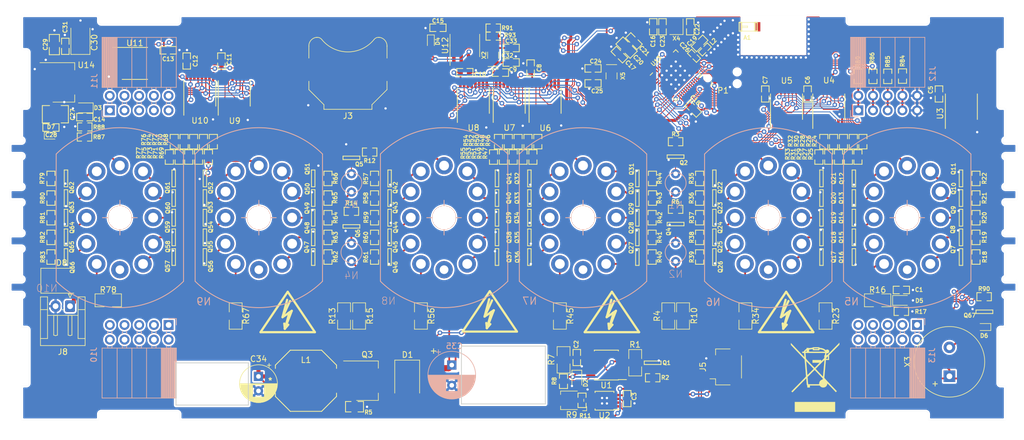
<source format=kicad_pcb>
(kicad_pcb (version 20210228) (generator pcbnew)
  (title_block (title "Noyce Joyce - Nixie Clock") (date "2020-08-21") (rev "100A") (company "Designed by Najtvis"))
  (layers (0 "F.Cu" signal) (31 "B.Cu" signal) (34 "B.Paste" user) (35 "F.Paste" user) (36 "B.SilkS" user "B.Silkscreen") (37 "F.SilkS" user "F.Silkscreen") (38 "B.Mask" user) (39 "F.Mask" user) (44 "Edge.Cuts" user))
  (net 0 "")
  (net 1 "Net-(N5-PadA)")
  (net 2 "Net-(N6-PadA)")
  (net 3 "Net-(N1-PadA)")
  (net 4 "Net-(N4-PadA)")
  (net 5 "Net-(N2-PadA)")
  (net 6 "Net-(N3-PadA)")
  (net 7 "Net-(Q18-Pad1)")
  (net 8 "Net-(R22-Pad2)")
  (net 9 "Net-(Q9-Pad1)")
  (net 10 "Net-(Q17-Pad1)")
  (net 11 "Net-(R20-Pad2)")
  (net 12 "Net-(R24-Pad2)")
  (net 13 "Net-(Q20-Pad1)")
  (net 14 "Net-(Q21-Pad1)")
  (net 15 "Net-(R25-Pad2)")
  (net 16 "Net-(R26-Pad2)")
  (net 17 "Net-(Q22-Pad1)")
  (net 18 "Net-(Q23-Pad1)")
  (net 19 "Net-(R27-Pad2)")
  (net 20 "Net-(R28-Pad2)")
  (net 21 "Net-(Q24-Pad1)")
  (net 22 "Net-(Q25-Pad1)")
  (net 23 "Net-(R29-Pad2)")
  (net 24 "Net-(Q26-Pad1)")
  (net 25 "Net-(Q1-Pad1)")
  (net 26 "Net-(R32-Pad2)")
  (net 27 "Net-(Q28-Pad1)")
  (net 28 "Net-(Q29-Pad1)")
  (net 29 "Net-(Q30-Pad1)")
  (net 30 "Net-(Q32-Pad1)")
  (net 31 "Net-(R38-Pad2)")
  (net 32 "Net-(R39-Pad2)")
  (net 33 "Net-(Q33-Pad1)")
  (net 34 "Net-(Q34-Pad1)")
  (net 35 "Net-(R40-Pad2)")
  (net 36 "Net-(R42-Pad2)")
  (net 37 "Net-(Q36-Pad1)")
  (net 38 "Net-(Q11-Pad1)")
  (net 39 "Net-(Q2-Pad1)")
  (net 40 "Net-(Q3-Pad1)")
  (net 41 "Net-(Q4-Pad1)")
  (net 42 "Net-(Q5-Pad1)")
  (net 43 "Net-(Q6-Pad1)")
  (net 44 "Net-(Q8-Pad1)")
  (net 45 "Net-(Q10-Pad1)")
  (net 46 "Net-(Q12-Pad1)")
  (net 47 "Net-(Q13-Pad1)")
  (net 48 "Net-(Q14-Pad1)")
  (net 49 "Net-(Q15-Pad1)")
  (net 50 "Net-(R18-Pad2)")
  (net 51 "Net-(Q16-Pad1)")
  (net 52 "Net-(R43-Pad2)")
  (net 53 "Net-(Q37-Pad1)")
  (net 54 "Net-(Q56-Pad1)")
  (net 55 "Net-(R66-Pad2)")
  (net 56 "Net-(Q57-Pad1)")
  (net 57 "Net-(Q58-Pad1)")
  (net 58 "Net-(R68-Pad2)")
  (net 59 "Net-(R69-Pad2)")
  (net 60 "Net-(Q59-Pad1)")
  (net 61 "Net-(Q60-Pad1)")
  (net 62 "Net-(R70-Pad2)")
  (net 63 "Net-(R71-Pad2)")
  (net 64 "Net-(Q61-Pad1)")
  (net 65 "Net-(Q62-Pad1)")
  (net 66 "Net-(R73-Pad2)")
  (net 67 "Net-(Q63-Pad1)")
  (net 68 "Net-(Q53-Pad1)")
  (net 69 "Net-(R62-Pad2)")
  (net 70 "Net-(R74-Pad2)")
  (net 71 "Net-(Q64-Pad1)")
  (net 72 "Net-(Q65-Pad1)")
  (net 73 "Net-(R76-Pad2)")
  (net 74 "Net-(Q66-Pad1)")
  (net 75 "Net-(R64-Pad2)")
  (net 76 "Net-(Q54-Pad1)")
  (net 77 "Net-(R53-Pad2)")
  (net 78 "Net-(Q45-Pad1)")
  (net 79 "Net-(Q27-Pad1)")
  (net 80 "Net-(R31-Pad2)")
  (net 81 "Net-(Q38-Pad1)")
  (net 82 "Net-(Q39-Pad1)")
  (net 83 "Net-(R46-Pad2)")
  (net 84 "Net-(Q40-Pad1)")
  (net 85 "Net-(R48-Pad2)")
  (net 86 "Net-(Q41-Pad1)")
  (net 87 "Net-(R50-Pad2)")
  (net 88 "Net-(Q42-Pad1)")
  (net 89 "Net-(Q44-Pad1)")
  (net 90 "Net-(R52-Pad2)")
  (net 91 "Net-(R54-Pad2)")
  (net 92 "Net-(Q46-Pad1)")
  (net 93 "Net-(Q47-Pad1)")
  (net 94 "Net-(R55-Pad2)")
  (net 95 "Net-(Q48-Pad1)")
  (net 96 "Net-(Q49-Pad1)")
  (net 97 "Net-(Q50-Pad1)")
  (net 98 "Net-(Q51-Pad1)")
  (net 99 "Net-(R59-Pad2)")
  (net 100 "Net-(R60-Pad2)")
  (net 101 "Net-(Q52-Pad1)")
  (net 102 "Net-(R41-Pad2)")
  (net 103 "Net-(Q35-Pad1)")
  (net 104 "GND")
  (net 105 "3V")
  (net 106 "Net-(N5-Pad5)")
  (net 107 "Net-(N6-Pad0)")
  (net 108 "Net-(N5-Pad4)")
  (net 109 "Net-(N6-Pad5)")
  (net 110 "Net-(N5-Pad7)")
  (net 111 "Net-(N5-Pad8)")
  (net 112 "Net-(N5-Pad9)")
  (net 113 "Net-(N5-Pad0)")
  (net 114 "Net-(N6-Pad2)")
  (net 115 "Net-(N6-Pad3)")
  (net 116 "Net-(N6-Pad4)")
  (net 117 "Net-(N5-Pad3)")
  (net 118 "Net-(N6-Pad6)")
  (net 119 "Net-(N6-Pad7)")
  (net 120 "Net-(N6-Pad8)")
  (net 121 "Net-(N6-Pad9)")
  (net 122 "Net-(N5-Pad6)")
  (net 123 "Net-(N5-Pad1)")
  (net 124 "Net-(N5-Pad2)")
  (net 125 "Net-(N6-Pad1)")
  (net 126 "/dualDisplay/Q6")
  (net 127 "/dualDisplay/Q7")
  (net 128 "Net-(U4-Pad9)")
  (net 129 "Net-(U7-Pad9)")
  (net 130 "Net-(D1-Pad2)")
  (net 131 "+12V")
  (net 132 "Net-(N7-PadA)")
  (net 133 "Net-(N8-PadA)")
  (net 134 "Net-(N9-PadA)")
  (net 135 "Net-(N10-PadA)")
  (net 136 "/dualDisp2/Q6")
  (net 137 "/dualDisp2/Q7")
  (net 138 "/dualDisp2/DATA")
  (net 139 "/dualDisp3/DATA")
  (net 140 "Net-(D2-Pad1)")
  (net 141 "Net-(N1-PadK)")
  (net 142 "Net-(N2-PadK)")
  (net 143 "Net-(N3-PadK)")
  (net 144 "Net-(N4-PadK)")
  (net 145 "Net-(N7-Pad9)")
  (net 146 "Net-(N7-Pad8)")
  (net 147 "Net-(N7-Pad7)")
  (net 148 "Net-(N7-Pad6)")
  (net 149 "Net-(N7-Pad5)")
  (net 150 "Net-(N7-Pad4)")
  (net 151 "Net-(N7-Pad3)")
  (net 152 "Net-(N7-Pad2)")
  (net 153 "Net-(N7-Pad1)")
  (net 154 "Net-(N7-Pad0)")
  (net 155 "Net-(N8-Pad9)")
  (net 156 "Net-(N8-Pad8)")
  (net 157 "Net-(N8-Pad7)")
  (net 158 "Net-(N8-Pad6)")
  (net 159 "Net-(N8-Pad5)")
  (net 160 "Net-(N8-Pad4)")
  (net 161 "Net-(N8-Pad3)")
  (net 162 "Net-(N8-Pad2)")
  (net 163 "Net-(N8-Pad1)")
  (net 164 "Net-(N8-Pad0)")
  (net 165 "Net-(N9-Pad9)")
  (net 166 "Net-(N9-Pad8)")
  (net 167 "Net-(N9-Pad7)")
  (net 168 "Net-(N9-Pad6)")
  (net 169 "Net-(N9-Pad5)")
  (net 170 "Net-(N9-Pad4)")
  (net 171 "Net-(N9-Pad3)")
  (net 172 "Net-(N9-Pad2)")
  (net 173 "Net-(N9-Pad1)")
  (net 174 "Net-(N9-Pad0)")
  (net 175 "Net-(N10-Pad9)")
  (net 176 "Net-(N10-Pad8)")
  (net 177 "Net-(N10-Pad7)")
  (net 178 "Net-(N10-Pad6)")
  (net 179 "Net-(N10-Pad5)")
  (net 180 "Net-(N10-Pad4)")
  (net 181 "Net-(N10-Pad3)")
  (net 182 "Net-(N10-Pad2)")
  (net 183 "Net-(N10-Pad1)")
  (net 184 "Net-(N10-Pad0)")
  (net 185 "Net-(Q19-Pad1)")
  (net 186 "Net-(Q43-Pad1)")
  (net 187 "Net-(R21-Pad2)")
  (net 188 "Net-(R30-Pad2)")
  (net 189 "Net-(R33-Pad2)")
  (net 190 "Net-(R37-Pad2)")
  (net 191 "Net-(R49-Pad2)")
  (net 192 "Net-(R51-Pad2)")
  (net 193 "Net-(R61-Pad2)")
  (net 194 "Net-(R63-Pad2)")
  (net 195 "Net-(R65-Pad2)")
  (net 196 "Net-(R77-Pad2)")
  (net 197 "Net-(U3-Pad9)")
  (net 198 "Net-(U6-Pad9)")
  (net 199 "Net-(U10-Pad14)")
  (net 200 "Net-(U10-Pad9)")
  (net 201 "Net-(Q7-Pad1)")
  (net 202 "Net-(Q31-Pad1)")
  (net 203 "Net-(Q55-Pad1)")
  (net 204 "Net-(R19-Pad2)")
  (net 205 "Net-(R44-Pad2)")
  (net 206 "Net-(R47-Pad2)")
  (net 207 "Net-(R72-Pad2)")
  (net 208 "Net-(R75-Pad2)")
  (net 209 "/V_HV")
  (net 210 "Net-(A1-Pad1)")
  (net 211 "Net-(C2-Pad1)")
  (net 212 "/MCU/V_VBUS")
  (net 213 "Net-(C17-Pad1)")
  (net 214 "Net-(C19-Pad1)")
  (net 215 "Net-(C21-Pad1)")
  (net 216 "Net-(C22-Pad2)")
  (net 217 "Net-(C23-Pad2)")
  (net 218 "Net-(C24-Pad2)")
  (net 219 "Net-(C25-Pad2)")
  (net 220 "Net-(C26-Pad1)")
  (net 221 "/MCU/SWCLK")
  (net 222 "/MCU/SWDIO")
  (net 223 "Net-(Q1-Pad3)")
  (net 224 "Net-(Q3-Pad3)")
  (net 225 "Net-(Q67-Pad1)")
  (net 226 "Net-(R11-Pad1)")
  (net 227 "Net-(R35-Pad2)")
  (net 228 "Net-(R36-Pad2)")
  (net 229 "Net-(R57-Pad2)")
  (net 230 "Net-(R58-Pad2)")
  (net 231 "Net-(R79-Pad2)")
  (net 232 "Net-(R80-Pad2)")
  (net 233 "Net-(R81-Pad2)")
  (net 234 "Net-(R82-Pad2)")
  (net 235 "Net-(R83-Pad2)")
  (net 236 "/MCU/COM_PUSH_BUTTON")
  (net 237 "/MCU/BUZZER")
  (net 238 "/SDA")
  (net 239 "/SCL")
  (net 240 "/DATA")
  (net 241 "/OE")
  (net 242 "/STCP")
  (net 243 "/CLK")
  (net 244 "/~RST")
  (net 245 "Net-(C32-Pad1)")
  (net 246 "Net-(C33-Pad1)")
  (net 247 "VHV")
  (net 248 "Net-(D4-Pad2)")
  (net 249 "/MCU/SWO")
  (net 250 "/MCU/RESET")
  (net 251 "/HIGH_VOLTAGE_EN")
  (net 252 "/MCU/BTN_PLUS")
  (net 253 "/MCU/BTN_MINUS")
  (net 254 "/MCU/BTN_MENU")
  (net 255 "/MCU/BTN_SET")
  (net 256 "Net-(C27-Pad1)")
  (net 257 "Net-(D6-Pad2)")
  (net 258 "Net-(D8-Pad2)")
  (footprint "passive:C_0603" (layer "F.Cu") (at 244.44 64.540001 90)
    (fp_text reference "C5")
    (fp_text value "100n/50V")
  )
  (footprint "passive:C_0603" (layer "F.Cu") (at 221.74 64.54 90)
    (fp_text reference "C6")
    (fp_text value "100n/50V")
  )
  (footprint "passive:C_0603" (layer "F.Cu") (at 214.44 64.54 90)
    (fp_text reference "C7")
    (fp_text value "100n/50V")
  )
  (footprint "passive:C_0603" (layer "F.Cu") (at 173.89 60.04 -90)
    (fp_text reference "C8")
    (fp_text value "100n/50V")
  )
  (footprint "passive:C_0603" (layer "F.Cu") (at 168.69 60.84 180)
    (fp_text reference "C9")
    (fp_text value "100n/50V")
  )
  (footprint "passive:C_0603" (layer "F.Cu") (at 162.54 60.79 180)
    (fp_text reference "C10")
    (fp_text value "100n/50V")
  )
  (footprint "passive:C_0603" (layer "F.Cu") (at 120.490001 58.84 -90)
    (fp_text reference "C11")
    (fp_text value "100n/50V")
  )
  (footprint "passive:C_0603" (layer "F.Cu") (at 114.49 58.84 -90)
    (fp_text reference "C12")
    (fp_text value "100n/50V")
  )
  (footprint "passive:C_0603" (layer "F.Cu") (at 111.29 56.99 180)
    (fp_text reference "C13")
    (fp_text value "100n/50V")
  )
  (footprint "passive:C_0603" (layer "F.Cu") (at 96.89 68.54 180)
    (fp_text reference "C14")
    (fp_text value "100n/50V")
  )
  (footprint "passive:C_0603" (layer "F.Cu") (at 157.89 53.09 180)
    (fp_text reference "C15")
    (fp_text value "1u/25V")
  )
  (footprint "passive:C_0603" (layer "F.Cu") (at 195.08 52.92 90)
    (fp_text reference "C16")
    (fp_text value "1u/25V")
  )
  (footprint "passive:C_0603" (layer "F.Cu") (at 203.09 55.79 45)
    (fp_text reference "C19")
    (fp_text value "100p")
  )
  (footprint "passive:C_0603" (layer "F.Cu") (at 191.74 55.39 135)
    (fp_text reference "C21")
    (fp_text value "1u/25V")
  )
  (footprint "passive:C_0603" (layer "F.Cu") (at 201.48 52.92 -90)
    (fp_text reference "C22")
    (fp_text value "12p")
  )
  (footprint "passive:C_0603" (layer "F.Cu") (at 196.68 52.92 -90)
    (fp_text reference "C23")
    (fp_text value "12p")
  )
  (footprint "passive:C_1210" (layer "F.Cu") (at 91.8 68.049999)
    (fp_text reference "C27")
    (fp_text value "10u/35V")
  )
  (footprint "passive:C_0603" (layer "F.Cu") (at 91.04 70.34)
    (fp_text reference "C28")
    (fp_text value "100n/50V")
  )
  (footprint "Capacitors_Tantalum_SMD:CP_Tantalum_Case-B_EIA-3528-21_Reflow" (layer "F.Cu") (at 96.13 54.9 90)
    (fp_text reference "C30")
    (fp_text value "100u/6.3V")
  )
  (footprint "passive:C_0603" (layer "F.Cu") (at 93.53 56.3 90)
    (fp_text reference "C31")
    (fp_text value "100n/50V")
  )
  (footprint "Connector_JST:JST_SH_SM04B-SRSS-TB_1x04-1MP_P1.00mm_Horizontal" (layer "F.Cu") (at 207.64 111.74 90)
    (fp_text reference "J5")
    (fp_text value "CONN_01X04")
  )
  (footprint "TO_SOT_Packages_SMD:SOT-23" (layer "F.Cu") (at 194.98 111.02 -90)
    (fp_text reference "Q1")
    (fp_text value "MMBTA42L")
  )
  (footprint "TO_SOT_Packages_SMD:SOT-23" (layer "F.Cu") (at 198.94 87.04 90)
    (fp_text reference "Q4")
    (fp_text value "MMBTA42L")
  )
  (footprint "TO_SOT_Packages_SMD:SOT-23" (layer "F.Cu") (at 142.94 87.44 90)
    (fp_text reference "Q6")
    (fp_text value "MMBTA42L")
  )
  (footprint "TO_SOT_Packages_SMD:SOT-23" (layer "F.Cu") (at 248.24 92.74)
    (fp_text reference "Q7")
    (fp_text value "MMBTA42L")
  )
  (footprint "TO_SOT_Packages_SMD:SOT-23" (layer "F.Cu") (at 248.24 89.34)
    (fp_text reference "Q8")
    (fp_text value "MMBTA42L")
  )
  (footprint "TO_SOT_Packages_SMD:SOT-23" (layer "F.Cu") (at 248.24 85.94)
    (fp_text reference "Q9")
    (fp_text value "MMBTA42L")
  )
  (footprint "TO_SOT_Packages_SMD:SOT-23" (layer "F.Cu") (at 248.24 82.54)
    (fp_text reference "Q10")
    (fp_text value "MMBTA42L")
  )
  (footprint "TO_SOT_Packages_SMD:SOT-23" (layer "F.Cu") (at 248.239999 79.14)
    (fp_text reference "Q11")
    (fp_text value "MMBTA42L")
  )
  (footprint "TO_SOT_Packages_SMD:SOT-23" (layer "F.Cu") (at 229.74 79.14 180)
    (fp_text reference "Q12")
    (fp_text value "MMBTA42L")
  )
  (footprint "TO_SOT_Packages_SMD:SOT-23" (layer "F.Cu") (at 229.74 82.54 180)
    (fp_text reference "Q13")
    (fp_text value "MMBTA42L")
  )
  (footprint "TO_SOT_Packages_SMD:SOT-23" (layer "F.Cu") (at 229.74 85.94 180)
    (fp_text reference "Q14")
    (fp_text value "MMBTA42L")
  )
  (footprint "TO_SOT_Packages_SMD:SOT-23" (layer "F.Cu") (at 229.74 89.34 180)
    (fp_text reference "Q15")
    (fp_text value "MMBTA42L")
  )
  (footprint "TO_SOT_Packages_SMD:SOT-23" (layer "F.Cu") (at 229.74 92.74 180)
    (fp_text reference "Q16")
    (fp_text value "MMBTA42L")
  )
  (footprint "TO_SOT_Packages_SMD:SOT-23" (layer "F.Cu") (at 224.14 92.74)
    (fp_text reference "Q17")
    (fp_text value "MMBTA42L")
  )
  (footprint "TO_SOT_Packages_SMD:SOT-23" (layer "F.Cu") (at 224.14 89.34)
    (fp_text reference "Q18")
    (fp_text value "MMBTA42L")
  )
  (footprint "TO_SOT_Packages_SMD:SOT-23" (layer "F.Cu") (at 224.14 85.94)
    (fp_text reference "Q19")
    (fp_text value "MMBTA42L")
  )
  (footprint "TO_SOT_Packages_SMD:SOT-23" (layer "F.Cu") (at 224.14 82.54)
    (fp_text reference "Q20")
    (fp_text value "MMBTA42L")
  )
  (footprint "TO_SOT_Packages_SMD:SOT-23" (layer "F.Cu") (at 224.14 79.14)
    (fp_text reference "Q21")
    (fp_text value "MMBTA42L")
  )
  (footprint "TO_SOT_Packages_SMD:SOT-23" (layer "F.Cu") (at 205.64 79.140001 180)
    (fp_text reference "Q22")
    (fp_text value "MMBTA42L")
  )
  (footprint "TO_SOT_Packages_SMD:SOT-23" (layer "F.Cu") (at 205.64 82.54 180)
    (fp_text reference "Q23")
    (fp_text value "MMBTA42L")
  )
  (footprint "TO_SOT_Packages_SMD:SOT-23" (layer "F.Cu") (at 205.64 85.94 180)
    (fp_text reference "Q24")
    (fp_text value "MMBTA42L")
  )
  (footprint "TO_SOT_Packages_SMD:SOT-23" (layer "F.Cu") (at 205.64 89.34 180)
    (fp_text reference "Q25")
    (fp_text value "MMBTA42L")
  )
  (footprint "TO_SOT_Packages_SMD:SOT-23" (layer "F.Cu") (at 205.64 92.74 180)
    (fp_text reference "Q26")
    (fp_text value "MMBTA42L")
  )
  (footprint "TO_SOT_Packages_SMD:SOT-23" (layer "F.Cu") (at 192.34 92.74)
    (fp_text reference "Q27")
    (fp_text value "MMBTA42L")
  )
  (footprint "TO_SOT_Packages_SMD:SOT-23" (layer "F.Cu") (at 192.34 89.34)
    (fp_text reference "Q28")
    (fp_text value "MMBTA42L")
  )
  (footprint "TO_SOT_Packages_SMD:SOT-23" (layer "F.Cu") (at 192.34 85.94)
    (fp_text reference "Q29")
    (fp_text value "MMBTA42L")
  )
  (footprint "TO_SOT_Packages_SMD:SOT-23" (layer "F.Cu") (at 192.34 82.54)
    (fp_text reference "Q30")
    (fp_text value "MMBTA42L")
  )
  (footprint "TO_SOT_Packages_SMD:SOT-23" (layer "F.Cu") (at 192.34 79.14)
    (fp_text reference "Q31")
    (fp_text value "MMBTA42L")
  )
  (footprint "TO_SOT_Packages_SMD:SOT-23" (layer "F.Cu") (at 173.69 79.14 180)
    (fp_text reference "Q32")
    (fp_text value "MMBTA42L")
  )
  (footprint "TO_SOT_Packages_SMD:SOT-23" (layer "F.Cu") (at 168.09 92.74)
    (fp_text reference "Q37")
    (fp_text value "MMBTA42L")
  )
  (footprint "TO_SOT_Packages_SMD:SOT-23" (layer "F.Cu") (at 168.09 89.34)
    (fp_text reference "Q38")
    (fp_text value "MMBTA42L")
  )
  (footprint "TO_SOT_Packages_SMD:SOT-23" (layer "F.Cu") (at 149.54 92.74 180)
    (fp_text reference "Q46")
    (fp_text value "MMBTA42L")
  )
  (footprint "TO_SOT_Packages_SMD:SOT-23" (layer "F.Cu") (at 136.34 92.74)
    (fp_text reference "Q47")
    (fp_text value "MMBTA42L")
  )
  (footprint "TO_SOT_Packages_SMD:SOT-23" (layer "F.Cu") (at 136.34 89.34)
    (fp_text reference "Q48")
    (fp_text value "MMBTA42L")
  )
  (footprint "TO_SOT_Packages_SMD:SOT-23" (layer "F.Cu") (at 136.34 85.94)
    (fp_text reference "Q49")
    (fp_text value "MMBTA42L")
  )
  (footprint "TO_SOT_Packages_SMD:SOT-23" (layer "F.Cu") (at 136.34 82.54)
    (fp_text reference "Q50")
    (fp_text value "MMBTA42L")
  )
  (footprint "TO_SOT_Packages_SMD:SOT-23" (layer "F.Cu") (at 136.34 79.140001)
    (fp_text reference "Q51")
    (fp_text value "MMBTA42L")
  )
  (footprint "TO_SOT_Packages_SMD:SOT-23" (layer "F.Cu") (at 117.64 79.14 180)
    (fp_text reference "Q52")
    (fp_text value "MMBTA42L")
  )
  (footprint "TO_SOT_Packages_SMD:SOT-23" (layer "F.Cu") (at 112.24 92.74)
    (fp_text reference "Q57")
    (fp_text value "MMBTA42L")
  )
  (footprint "TO_SOT_Packages_SMD:SOT-23" (layer "F.Cu") (at 112.24 89.34)
    (fp_text reference "Q58")
    (fp_text value "MMBTA42L")
  )
  (footprint "TO_SOT_Packages_SMD:SOT-23" (layer "F.Cu") (at 93.64 92.74 180)
    (fp_text reference "Q66")
    (fp_text value "MMBTA42L")
  )
  (footprint "TO_SOT_Packages_SMD:SOT-23" (layer "F.Cu") (at 252.283934 102.205356 90)
    (fp_text reference "Q67")
    (fp_text value "MMBTA42L")
  )
  (footprint "passive:R_0603" (layer "F.Cu") (at 198.94 84.489999 180)
    (fp_text reference "R6")
    (fp_text value "1k")
  )
  (footprint "passive:R_0603" (layer "F.Cu") (at 142.94 84.84 180)
    (fp_text reference "R14")
    (fp_text value "1k")
  )
  (footprint "passive:R_0603" (layer "F.Cu") (at 250.84 92.74 90)
    (fp_text reference "R18")
    (fp_text value "1k")
  )
  (footprint "passive:R_0603" (layer "F.Cu") (at 250.84 89.34 90)
    (fp_text reference "R19")
    (fp_text value "1k")
  )
  (footprint "passive:R_0603" (layer "F.Cu") (at 250.84 85.94 90)
    (fp_text reference "R20")
    (fp_text value "1k")
  )
  (footprint "passive:R_0603" (layer "F.Cu") (at 250.84 82.54 90)
    (fp_text reference "R21")
    (fp_text value "1k")
  )
  (footprint "passive:R_0603" (layer "F.Cu") (at 250.84 79.14 90)
    (fp_text reference "R22")
    (fp_text value "1k")
  )
  (footprint "passive:R_0603" (layer "F.Cu") (at 231.289999 72.79 90)
    (fp_text reference "R24")
    (fp_text value "1k")
  )
  (footprint "passive:R_0603" (layer "F.Cu") (at 230.44 75.44 90)
    (fp_text reference "R25")
    (fp_text value "1k")
  )
  (footprint "passive:R_0603" (layer "F.Cu") (at 228.79 75.440001 90)
    (fp_text reference "R27")
    (fp_text value "1k")
  )
  (footprint "passive:R_0603" (layer "F.Cu") (at 227.94 72.79 90)
    (fp_text reference "R28")
    (fp_text value "1k")
  )
  (footprint "passive:R_0603" (layer "F.Cu") (at 226.24 72.79 90)
    (fp_text reference "R30")
    (fp_text value "1k")
  )
  (footprint "passive:R_0603" (layer "F.Cu") (at 225.389999 75.44 90)
    (fp_text reference "R31")
    (fp_text value "1k")
  )
  (footprint "passive:R_0603" (layer "F.Cu") (at 224.54 72.79 90)
    (fp_text reference "R32")
    (fp_text value "1k")
  )
  (footprint "passive:R_0603" (layer "F.Cu") (at 223.69 75.44 90)
    (fp_text reference "R33")
    (fp_text value "1k")
  )
  (footprint "passive:R_0603" (layer "F.Cu") (at 203.09 82.54 -90)
    (fp_text reference "R36")
    (fp_text value "1k")
  )
  (footprint "passive:R_0603" (layer "F.Cu") (at 203.09 85.94 -90)
    (fp_text reference "R37")
    (fp_text value "1k")
  )
  (footprint "passive:R_0603" (layer "F.Cu") (at 203.09 89.34 -90)
    (fp_text reference "R38")
    (fp_text value "1k")
  )
  (footprint "passive:R_0603" (layer "F.Cu") (at 203.09 92.74 -90)
    (fp_text reference "R39")
    (fp_text value "1k")
  )
  (footprint "passive:R_0603" (layer "F.Cu") (at 194.89 92.74 90)
    (fp_text reference "R40")
    (fp_text value "1k")
  )
  (footprint "passive:R_0603" (layer "F.Cu") (at 194.89 89.34 90)
    (fp_text reference "R41")
    (fp_text value "1k")
  )
  (footprint "passive:R_0603" (layer "F.Cu") (at 194.89 85.94 90)
    (fp_text reference "R42")
    (fp_text value "1k")
  )
  (footprint "passive:R_0603" (layer "F.Cu") (at 194.94 82.54 90)
    (fp_text reference "R43")
    (fp_text value "1k")
  )
  (footprint "passive:R_0603" (layer "F.Cu") (at 194.94 79.14 90)
    (fp_text reference "R44")
    (fp_text value "1k")
  )
  (footprint "passive:R_1206" (layer "F.Cu") (at 178.94 102.94 -90)
    (fp_text reference "R45")
    (fp_text value "22k")
  )
  (footprint "passive:R_0603" (layer "F.Cu") (at 175.14 72.79 90)
    (fp_text reference "R46")
    (fp_text value "1k")
  )
  (footprint "passive:R_0603" (layer "F.Cu") (at 174.29 75.44 90)
    (fp_text reference "R47")
    (fp_text value "1k")
  )
  (footprint "passive:R_0603" (layer "F.Cu") (at 169.19 75.44 90)
    (fp_text reference "R53")
    (fp_text value "1k")
  )
  (footprint "passive:R_0603" (layer "F.Cu") (at 168.34 72.790001 90)
    (fp_text reference "R54")
    (fp_text value "1k")
  )
  (footprint "passive:R_0603" (layer "F.Cu") (at 167.49 75.44 90)
    (fp_text reference "R55")
    (fp_text value "1k")
  )
  (footprint "passive:R_0603" (layer "F.Cu") (at 146.94 79.140001 -90)
    (fp_text reference "R57")
    (fp_text value "1k")
  )
  (footprint "passive:R_0603" (layer "F.Cu") (at 146.94 82.54 -90)
    (fp_text reference "R58")
    (fp_text value "1k")
  )
  (footprint "passive:R_0603" (layer "F.Cu") (at 146.94 89.34 -90)
    (fp_text reference "R60")
    (fp_text value "1k")
  )
  (footprint "passive:R_0603" (layer "F.Cu") (at 146.94 92.74 -90)
    (fp_text reference "R61")
    (fp_text value "1k")
  )
  (footprint "passive:R_0603" (layer "F.Cu") (at 138.89 92.74 90)
    (fp_text reference "R62")
    (fp_text value "1k")
  )
  (footprint "passive:R_0603" (layer "F.Cu") (at 138.89 89.34 90)
    (fp_text reference "R63")
    (fp_text value "1k")
  )
  (footprint "passive:R_0603" (layer "F.Cu") (at 138.89 85.94 90)
    (fp_text reference "R64")
    (fp_text value "1k")
  )
  (footprint "passive:R_0603" (layer "F.Cu") (at 138.89 82.54 90)
    (fp_text reference "R65")
    (fp_text value "1k")
  )
  (footprint "passive:R_0603" (layer "F.Cu") (at 138.89 79.14 90)
    (fp_text reference "R66")
    (fp_text value "1k")
  )
  (footprint "passive:R_1206" (layer "F.Cu") (at 122.94 102.94 -90)
    (fp_text reference "R67")
    (fp_text value "22k")
  )
  (footprint "passive:R_0603" (layer "F.Cu") (at 119.090001 72.79 90)
    (fp_text reference "R68")
    (fp_text value "1k")
  )
  (footprint "passive:R_0603" (layer "F.Cu") (at 118.24 75.44 90)
    (fp_text reference "R69")
    (fp_text value "1k")
  )
  (footprint "passive:R_0603" (layer "F.Cu") (at 113.190001 75.44 90)
    (fp_text reference "R75")
    (fp_text value "1k")
  )
  (footprint "passive:R_0603" (layer "F.Cu") (at 112.34 72.79 90)
    (fp_text reference "R76")
    (fp_text value "1k")
  )
  (footprint "passive:R_0603" (layer "F.Cu") (at 111.49 75.44 90)
    (fp_text reference "R77")
    (fp_text value "1k")
  )
  (footprint "passive:R_0603" (layer "F.Cu") (at 91.039999 79.14 -90)
    (fp_text reference "R79")
    (fp_text value "1k")
  )
  (footprint "passive:R_0603" (layer "F.Cu") (at 91.04 82.54 -90)
    (fp_text reference "R80")
    (fp_text value "1k")
  )
  (footprint "passive:R_0603" (layer "F.Cu") (at 91.04 92.74 -90)
    (fp_text reference "R83")
    (fp_text value "1k")
  )
  (footprint "passive:R_0603" (layer "F.Cu") (at 238.14 61.44 -90)
    (fp_text reference "R84")
    (fp_text value "1M")
  )
  (footprint "passive:R_0603" (layer "F.Cu") (at 233.04 61.49 -90)
    (fp_text reference "R86")
    (fp_text value "1M")
  )
  (footprint "passive:R_0603" (layer "F.Cu") (at 96.89 70.24 180)
    (fp_text reference "R88")
    (fp_text value "10k")
  )
  (footprint "passive:R_0603" (layer "F.Cu") (at 230.49 61.489999 -90)
    (fp_text reference "R89")
    (fp_text value "1M")
  )
  (footprint "passive:R_0603" (layer "F.Cu") (at 252.233934 99.605355 180)
    (fp_text reference "R90")
    (fp_text value "4K7")
  )
  (footprint "passive:R_0603" (layer "F.Cu") (at 167.44 53.14 180)
    (fp_text reference "R91")
    (fp_text value "4K7")
  )
  (footprint "passive:R_0603" (layer "F.Cu") (at 167.44 54.54 180)
    (fp_text reference "R93")
    (fp_text value "4K7")
  )
  (footprint "Housings_SSOP:TSSOP-16_4.4x5mm_Pitch0.65mm" (layer "F.Cu") (at 218.14 66.74 90)
    (fp_text reference "U5")
    (fp_text value "74HC595")
  )
  (footprint "Housings_SSOP:TSSOP-16_4.4x5mm_Pitch0.65mm" (layer "F.Cu") (at 170.24 65.689999 90)
    (fp_text reference "U7")
    (fp_text value "74HC595")
  )
  (footprint "Housings_SSOP:TSSOP-16_4.4x5mm_Pitch0.65mm" (layer "F.Cu") (at 116.79 64.439999 90)
    (fp_text reference "U10")
    (fp_text value "74HC595")
  )
  (footprint "passive:C_0603" (layer "F.Cu") (at 170.54 59.09)
    (fp_text reference "C32")
    (fp_text value "12p")
  )
  (footprint "Package_SO:SOIC-8_3.9x4.9mm_P1.27mm" (layer "F.Cu") (at 162.54 56.16 90)
    (fp_text reference "U12")
    (fp_text value "MCP7940N")
  )
  (footprint "Crystals:Crystal_SMD_MicroCrystal_CC7V-T1A-2pin_3.2x1.5mm" (layer "F.Cu") (at 167.43 57.84 90)
    (fp_text reference "X2")
    (fp_text value "LFXTAL009678")
  )
  (footprint "TO_SOT_Packages_SMD:SOT-23" (layer "F.Cu") (at 198.94 75.39 90)
    (fp_text reference "Q2")
    (fp_text value "MMBTA42L")
  )
  (footprint "TO_SOT_Packages_SMD:SOT-23" (layer "F.Cu") (at 142.94 75.59 90)
    (fp_text reference "Q5")
    (fp_text value "MMBTA42L")
  )
  (footprint "TO_SOT_Packages_SMD:SOT-23" (layer "F.Cu") (at 173.69 82.54 180)
    (fp_text reference "Q33")
    (fp_text value "MMBTA42L")
  )
  (footprint "TO_SOT_Packages_SMD:SOT-23" (layer "F.Cu") (at 173.69 85.94 180)
    (fp_text reference "Q34")
    (fp_text value "MMBTA42L")
  )
  (footprint "TO_SOT_Packages_SMD:SOT-23" (layer "F.Cu") (at 173.69 89.34 180)
    (fp_text reference "Q35")
    (fp_text value "MMBTA42L")
  )
  (footprint "TO_SOT_Packages_SMD:SOT-23" (layer "F.Cu") (at 173.69 92.74 180)
    (fp_text reference "Q36")
    (fp_text value "MMBTA42L")
  )
  (footprint "TO_SOT_Packages_SMD:SOT-23" (layer "F.Cu") (at 168.09 85.94)
    (fp_text reference "Q39")
    (fp_text value "MMBTA42L")
  )
  (footprint "TO_SOT_Packages_SMD:SOT-23" (layer "F.Cu") (at 168.09 82.54)
    (fp_text reference "Q40")
    (fp_text value "MMBTA42L")
  )
  (footprint "TO_SOT_Packages_SMD:SOT-23" (layer "F.Cu") (at 168.09 79.14)
    (fp_text reference "Q41")
    (fp_text value "MMBTA42L")
  )
  (footprint "TO_SOT_Packages_SMD:SOT-23" (layer "F.Cu") (at 149.54 79.14 180)
    (fp_text reference "Q42")
    (fp_text value "MMBTA42L")
  )
  (footprint "TO_SOT_Packages_SMD:SOT-23" (layer "F.Cu") (at 149.54 82.54 180)
    (fp_text reference "Q43")
    (fp_text value "MMBTA42L")
  )
  (footprint "TO_SOT_Packages_SMD:SOT-23" (layer "F.Cu") (at 149.54 85.94 180)
    (fp_text reference "Q44")
    (fp_text value "MMBTA42L")
  )
  (footprint "TO_SOT_Packages_SMD:SOT-23" (layer "F.Cu") (at 149.54 89.34 180)
    (fp_text reference "Q45")
    (fp_text value "MMBTA42L")
  )
  (footprint "TO_SOT_Packages_SMD:SOT-23" (layer "F.Cu") (at 117.64 82.54 180)
    (fp_text reference "Q53")
    (fp_text value "MMBTA42L")
  )
  (footprint "TO_SOT_Packages_SMD:SOT-23" (layer "F.Cu") (at 117.64 85.94 180)
    (fp_text reference "Q54")
    (fp_text value "MMBTA42L")
  )
  (footprint "TO_SOT_Packages_SMD:SOT-23" (layer "F.Cu") (at 117.64 89.34 180)
    (fp_text reference "Q55")
    (fp_text value "MMBTA42L")
  )
  (footprint "TO_SOT_Packages_SMD:SOT-23" (layer "F.Cu") (at 117.64 92.74 180)
    (fp_text reference "Q56")
    (fp_text value "MMBTA42L")
  )
  (footprint "TO_SOT_Packages_SMD:SOT-23" (layer "F.Cu") (at 112.24 85.94)
    (fp_text reference "Q59")
    (fp_text value "MMBTA42L")
  )
  (footprint "TO_SOT_Packages_SMD:SOT-23" (layer "F.Cu") (at 112.24 82.54)
    (fp_text reference "Q60")
    (fp_text value "MMBTA42L")
  )
  (footprint "TO_SOT_Packages_SMD:SOT-23" (layer "F.Cu") (at 112.24 79.14)
    (fp_text reference "Q61")
    (fp_text value "MMBTA42L")
  )
  (footprint "TO_SOT_Packages_SMD:SOT-23" (layer "F.Cu") (at 93.64 79.14 180)
    (fp_text reference "Q62")
    (fp_text value "MMBTA42L")
  )
  (footprint "TO_SOT_Packages_SMD:SOT-23" (layer "F.Cu") (at 93.64 82.54 180)
    (fp_text reference "Q63")
    (fp_text value "MMBTA42L")
  )
  (footprint "TO_SOT_Packages_SMD:SOT-23" (layer "F.Cu") (at 93.64 85.94 180)
    (fp_text reference "Q64")
    (fp_text value "MMBTA42L")
  )
  (footprint "TO_SOT_Packages_SMD:SOT-23" (layer "F.Cu") (at 93.64 89.34 180)
    (fp_text reference "Q65")
    (fp_text value "MMBTA42L")
  )
  (footprint "passive:R_0603" (layer "F.Cu") (at 194.98 113.62 180)
    (fp_text reference "R2")
    (fp_text value "1k")
  )
  (footprint "passive:R_0603" (layer "F.Cu") (at 198.94 72.79 180)
    (fp_text reference "R3")
    (fp_text value "1k")
  )
  (footprint "passive:R_1206" (layer "F.Cu") (at 197.69 102.94 90)
    (fp_text reference "R4")
    (fp_text value "330k")
  )
  (footprint "passive:R_0603" (layer "F.Cu") (at 146.09 74.59)
    (fp_text reference "R12")
    (fp_text value "1k")
  )
  (footprint "passive:R_1206" (layer "F.Cu") (at 233.84 100.24)
    (fp_text reference "R16")
    (fp_text value "1M5")
  )
  (footprint "passive:R_0603" (layer "F.Cu") (at 237.94 102.140001)
    (fp_text reference "R17")
    (fp_text value "22k")
  )
  (footprint "passive:R_0603" (layer "F.Cu") (at 173.44 72.79 90)
    (fp_text reference "R48")
    (fp_text value "1k")
  )
  (footprint "passive:R_0603" (layer "F.Cu") (at 172.589999 75.44 90)
    (fp_text reference "R49")
    (fp_text value "1k")
  )
  (footprint "passive:R_0603" (layer "F.Cu") (at 171.740001 72.79 90)
    (fp_text reference "R50")
    (fp_text value "1k")
  )
  (footprint "passive:R_0603" (layer "F.Cu") (at 170.89 75.44 90)
    (fp_text reference "R51")
    (fp_text value "1k")
  )
  (footprint "passive:R_0603" (layer "F.Cu") (at 170.04 72.79 90)
    (fp_text reference "R52")
    (fp_text value "1k")
  )
  (footprint "passive:R_1206" (layer "F.Cu") (at 154.94 102.94 -90)
    (fp_text reference "R56")
    (fp_text value "22k")
  )
  (footprint "passive:R_0603" (layer "F.Cu") (at 146.94 85.94 -90)
    (fp_text reference "R59")
    (fp_text value "1k")
  )
  (footprint "passive:R_0603" (layer "F.Cu") (at 116.54 75.44 90)
    (fp_text reference "R71")
    (fp_text value "1k")
  )
  (footprint "passive:R_0603" (layer "F.Cu") (at 115.69 72.790001 90)
    (fp_text reference "R72")
    (fp_text value "1k")
  )
  (footprint "passive:R_0603" (layer "F.Cu") (at 114.84 75.44 90)
    (fp_text reference "R73")
    (fp_text value "1k")
  )
  (footprint "passive:R_0603" (layer "F.Cu") (at 114.04 72.79 90)
    (fp_text reference "R74")
    (fp_text value "1k")
  )
  (footprint "passive:R_1206" (layer "F.Cu") (at 100.940001 100.24)
    (fp_text reference "R78")
    (fp_text value "22k")
  )
  (footprint "passive:R_0603" (layer "F.Cu") (at 91.04 85.94 -90)
    (fp_text reference "R81")
    (fp_text value "1k")
  )
  (footprint "Housings_SSOP:TSSOP-16_4.4x5mm_Pitch0.65mm" (layer "F.Cu") (at 176.44 65.689999 90)
    (fp_text reference "U6")
    (fp_text value "74HC595")
  )
  (footprint "Housings_SSOP:TSSOP-16_4.4x5mm_Pitch0.65mm" (layer "F.Cu") (at 164.039999 65.69 90)
    (fp_text reference "U8")
    (fp_text value "74HC595")
  )
  (footprint "Housings_SSOP:TSSOP-16_4.4x5mm_Pitch0.65mm" (layer "F.Cu") (at 122.74 64.44 90)
    (fp_text reference "U9")
    (fp_text value "74HC595")
  )
  (footprint "passive:R_0603" (layer "F.Cu") (at 96.84 71.99)
    (fp_text reference "R87")
    (fp_text value "383k")
  )
  (footprint "passive:R_0603" (layer "F.Cu") (at 91.04 89.34 -90)
    (fp_text reference "R82")
    (fp_text value "1k")
  )
  (footprint "passive:C_0805" (layer "F.Cu") (at 91.63 56 90)
    (fp_text reference "C29")
    (fp_text value "22u/6.3V")
  )
  (footprint "passive:R_0603" (layer "F.Cu") (at 235.59 61.49 -90)
    (fp_text reference "R85")
    (fp_text value "1M")
  )
  (footprint "passive:C_0603" (layer "F.Cu") (at 181.88 110.12 -90)
    (fp_text reference "C2")
    (fp_text value "100n/50V")
  )
  (footprint "TO_SOT_Packages_SMD:SOT-223-3Lead_TabPin2" (layer "F.Cu") (at 145.68 114.12)
    (fp_text reference "Q3")
    (fp_text value "IPN50R1K4CE")
  )
  (footprint "Housings_SOIC:SOIC-8_3.9x4.9mm_Pitch1.27mm" (layer "F.Cu") (at 186.98 111.42 180)
    (fp_text reference "U1")
    (fp_text value "MAX1771")
  )
  (footprint "passive:R_1206" (layer "F.Cu") (at 191.98 111.02 90)
    (fp_text reference "R1")
    (fp_text value "1M5")
  )
  (footprint "passive:R_0603" (layer "F.Cu") (at 179.58 114.22 -90)
    (fp_text reference "R8")
    (fp_text value "10k")
  )
  (footprint "passive:R_1206" (layer "F.Cu") (at 179.58 110.52 -90)
    (fp_text reference "R7")
    (fp_text value "1M5")
  )
  (footprint "passive:R_0805" (layer "F.Cu") (at 143.48 118.62)
    (fp_text reference "R5")
    (fp_text value "50mR")
  )
  (footprint "Diodes_SMD:D_SMB_Standard" (layer "F.Cu") (at 152.58 114.12 -90)
    (fp_text reference "D1")
    (fp_text value "ES2G")
  )
  (footprint "Diodes_SMD:D_SOD-323" (layer "F.Cu") (at 181.88 113.82 -90)
    (fp_text reference "D2")
    (fp_text value "MM3Z3V3T1G")
  )
  (footprint "Inductor_SMD:L_Bourns_SRU1038" (layer "F.Cu") (at 135.090001 114.14)
    (fp_text reference "L1")
    (fp_text value "SRU1038-101Y")
  )
  (footprint "passive:C_0603" (layer "F.Cu") (at 190.58 117.22 -90)
    (fp_text reference "C3")
    (fp_text value "100n/50V")
  )
  (footprint "passive:R_0603" (layer "F.Cu") (at 182.78 117.52 90)
    (fp_text reference "R11")
    (fp_text value "0R")
  )
  (footprint "Housings_SSOP:MSOP-8-1EP_3x3mm_Pitch0.65mm" (layer "F.Cu") (at 186.66 117.59 180)
    (fp_text reference "U2")
    (fp_text value "MCP4561")
  )
  (footprint "passive:R_1206" (layer "F.Cu") (at 210.99 102.94 -90)
    (fp_text reference "R34")
    (fp_text value "22k")
  )
  (footprint "passive:C_0603" (layer "F.Cu") (at 184.68 62.72)
    (fp_text reference "C25")
    (fp_text value "12p")
  )
  (footprint "passive:C_0603" (layer "F.Cu") (at 184.68 60.12)
    (fp_text reference "C24")
    (fp_text value "12p")
  )
  (footprint "passive:C_0402" (layer "F.Cu") (at 202.118299 57.945305 135)
    (fp_text reference "C26")
    (fp_text value "0.8p")
  )
  (footprint "passive:C_0603" (layer "F.Cu") (at 189.24 57.74 135)
    (fp_text reference "C17")
    (fp_text value "100n/50V")
  )
  (footprint "passive:C_0805" (layer "F.Cu") (at 190.48 56.52 135)
    (fp_text reference "C20")
    (fp_text value "22u/6.3V")
  )
  (footprint "passive:L_0402" (layer "F.Cu") (at 203.992132 56.849289 45)
    (fp_text reference "L2")
    (fp_text value "3.9nH")
  )
  (footprint "Crystals:Crystal_SMD_2016-4pin_2.0x1.6mm" (layer "F.Cu") (at 199.08 52.92 90)
    (fp_text reference "X4")
    (fp_text value "XRCGB32M000")
  )
  (footprint "Crystals:Crystal_SMD_MicroCrystal_CC7V-T1A-2pin_3.2x1.5mm" (layer "F.Cu") (at 187.88 61.42 -90)
    (fp_text reference "X5")
    (fp_text value "LFXTAL009678")
  )
  (footprint "Diodes_SMD:D_SOD-523" (layer "F.Cu") (at 156.66 55.48 -90)
    (fp_text reference "D4")
    (fp_text value "BAT42XV2")
  )
  (footprint "Housings_DFN_QFN:UQFN-48-1EP_6x6mm_Pitch0.4mm" (layer "F.Cu") (at 198.971674 61.304061 45)
    (fp_text reference "U13")
    (fp_text value "nRF52832")
  )
  (footprint "passive:C_0603" (layer "F.Cu") (at 237.940001 98.44)
    (fp_text reference "C1")
    (fp_text value "100n/50V")
  )
  (footprint "Diodes_SMD:D_SOD-323" (layer "F.Cu") (at 237.94 100.24)
    (fp_text reference "D5")
    (fp_text value "MM3Z3V3T1G")
  )
  (footprint "Connectors:Tag-Connect_TC2030-IDC-NL" (layer "F.Cu") (at 207.04 61.74)
    (fp_text reference "P1")
    (fp_text value "TC2030-SWD")
  )
  (footprint "passive:R_0603" (layer "F.Cu") (at 229.64 72.79 90)
    (fp_text reference "R26")
    (fp_text value "1k")
  )
  (footprint "Housings_SSOP:TSSOP-16_4.4x5mm_Pitch0.65mm" (layer "F.Cu") (at 225.44 66.74 90)
    (fp_text reference "U4")
    (fp_text value "74HC595")
  )
  (footprint "Potentiometer_SMD:Potentiometer_Bourns_TC33X_Vertical" (layer "F.Cu") (at 180.98 117.52 180)
    (fp_text reference "R9")
    (fp_text value "10k")
  )
  (footprint "passive:C_0603" (layer "F.Cu") (at 170.54 56.59)
    (fp_text reference "C33")
    (fp_text value "12p")
  )
  (footprint "Diodes_SMD:D_SOD-323" (layer "F.Cu") (at 96.84 66.94 180)
    (fp_text reference "D3")
    (fp_text value "MM3Z3V3T1G")
  )
  (footprint "passive:R_0603" (layer "F.Cu") (at 117.39 72.79 90)
    (fp_text reference "R70")
    (fp_text value "1k")
  )
  (footprint "Symbol:WEEE-Logo_8.4x12mm_SilkScreen" (layer "F.Cu") (at 223.04 113.54)
    (fp_text reference "X6" hide)
    (fp_text value "Basket" hide)
  )
  (footprint "Symbol:Symbol_HighVoltage_Type2_SilkScreenTop_VerySmall" (layer "F.Cu") (at 166.84 102.84)
    (fp_text reference "X1" hide)
    (fp_text value "High_Voltage" hide)
  )
  (footprint "Symbol:Symbol_HighVoltage_Type2_SilkScreenTop_VerySmall" (layer "F.Cu") (at 131.94 102.94)
    (fp_text reference "X7" hide)
    (fp_text value "High_Voltage" hide)
  )
  (footprint "Symbol:Symbol_HighVoltage_Type2_SilkScreenTop_VerySmall" (layer "F.Cu") (at 218.04 102.94)
    (fp_text reference "X8" hide)
    (fp_text value "High_Voltage" hide)
  )
  (footprint "Symbol:Symbol_HighVoltage_Type2_SilkScreenTop_VerySmall" (layer "F.Cu") (at 187.94 102.94)
    (fp_text reference "X9" hide)
    (fp_text value "High_Voltage" hide)
  )
  (footprint "passive:R_0603" (layer "F.Cu") (at 227.09 75.44 90)
    (fp_text reference "R29")
    (fp_text value "1k")
  )
  (footprint "passive:R_0603" (layer "F.Cu") (at 203.09 79.14 -90)
    (fp_text reference "R35")
    (fp_text value "1k")
  )
  (footprint "passive:R_1206" (layer "F.Cu") (at 224.84 102.94 -90)
    (fp_text reference "R23")
    (fp_text value "22k")
  )
  (footprint "Housings_SSOP:TSSOP-16_4.4x5mm_Pitch0.65mm" (layer "F.Cu") (at 248.34 66.74 90)
    (fp_text reference "U3")
    (fp_text value "74HC595")
  )
  (footprint "passive:R_1206" (layer "F.Cu") (at 200.239999 102.94 90)
    (fp_text reference "R10")
    (fp_text value "330k")
  )
  (footprint "passive:R_1206" (layer "F.Cu") (at 144.29 102.94 90)
    (fp_text reference "R15")
    (fp_text value "330k")
  )
  (footprint "passive:R_1206" (layer "F.Cu") (at 141.69 102.94 90)
    (fp_text reference "R13")
    (fp_text value "330k")
  )
  (footprint "Housings_SSOP:TSSOP-16_4.4x5mm_Pitch0.65mm" (layer "F.Cu") (at 105.54 59.29)
    (fp_text reference "U11")
    (fp_text value "74HC595")
  )
  (footprint "Package_TO_SOT_SMD:SOT-223-3_TabPin2" (layer "F.Cu") (at 93.24 62.54)
    (fp_text reference "U14")
    (fp_text value "LD1117-3.3")
  )
  (footprint "passive:C_0603" (layer "F.Cu") (at 201.98 67.12 -45)
    (fp_text reference "C18")
    (fp_text value "1u/25V")
  )
  (footprint "Fiducials:AssemblyMark_1.0mm" (layer "F.Cu") (at 89.48 117.65 180)
    (fp_text reference "J2")
    (fp_text value "FiducialMark" hide)
  )
  (footprint "Diodes_SMD:D_SOD-523" (layer "F.Cu") (at 252.24 104.84 180)
    (fp_text reference "D6")
    (fp_text value "BAT42XV2")
  )
  (footprint "Diodes_SMD:D_SOD-523" (layer "F.Cu") (at 91.039999 71.74)
    (fp_text reference "D7")
    (fp_text value "BAT42XV2")
  )
  (footprint "Buzzer_Beeper:Buzzer_12x9RM5.0" (layer "F.Cu") (at 246.24 110.86 90)
    (fp_text reference "X3")
    (fp_text value "SD1209T3-A1")
  )
  (footprint "Battery:BatteryHolder_Harwin_S8201R_1x12mm" (layer "F.Cu") (at 142.34 60.34 180)
    (fp_text reference "J3")
    (fp_text value "CR1225")
  )
  (footprint "Capacitor_THT:CP_Radial_D6.3mm_P2.50mm" (layer "F.Cu") (at 126.89 113.39 -90)
    (fp_text reference "C34")
    (fp_text value "100u/16V")
  )
  (footprint "Diodes_SMD:D_SMB_Standard" (layer "F.Cu") (at 92.84 96.84)
    (fp_text reference "D8")
    (fp_text value "ES2G")
  )
  (footprint "Connector_JST:JST_EH_S2B-EH_1x02_P2.50mm_Horizontal" (layer "F.Cu") (at 94.34 101.24 180)
    (fp_text reference "J8")
    (fp_text value "CONN_01X02")
  )
  (footprint "Fiducials:AssemblyMark_1.0mm" (layer "F.Cu") (at 253.04 53.669999 180)
    (fp_text reference "J1")
    (fp_text value "FiducialMark" hide)
  )
  (footprint "Antennas:2450A" (layer "F.Cu") (at 211.48 52.92 -90)
    (fp_text reference "A1")
    (fp_text value "2450AT18B100E")
  )
  (footprint "Nixie_Tube:russian-nixies-IN-6" (layer "B.Cu") (at 198.95 91.93 90)
    (fp_text reference "N2")
    (fp_text value "IN-3")
  )
  (footprint "Nixie_Tube:russian-nixies-IN-6" (layer "B.Cu") (at 142.95 91.929999 90)
    (fp_text reference "N4")
    (fp_text value "IN-3")
  )
  (footprint "Nixie_Tube:russian-nixies-IN-6" (layer "B.Cu") (at 142.95 79.93 90)
    (fp_text reference "N3")
    (fp_text value "IN-3" hide)
  )
  (footprint "Nixie_Tube:russian-nixies-IN-12" (layer "B.Cu") (at 214.95 85.93 180)
    (fp_text reference "N6")
    (fp_text value "IN-12A")
  )
  (footprint "Nixie_Tube:russian-nixies-IN-12" (layer "B.Cu") (at 182.95 85.93 180)
    (fp_text reference "N7")
    (fp_text value "IN-12A")
  )
  (footprint "Connector_PinSocket_2.54mm:PinSocket_2x05_P2.54mm_Horizontal" (layer "B.Cu") (at 111.37 104.49 90)
    (fp_text reference "J10")
    (fp_text value "CONN_02X05")
  )
  (footprint "Connector_PinSocket_2.54mm:PinSocket_2x05_P2.54mm_Horizontal" (layer "B.Cu") (at 101.2 67.39 -90)
    (fp_text reference "J11")
    (fp_text value "CONN_02X05")
  )
  (footprint "Capacitor_THT:CP_Radial_D8.0mm_P3.50mm" (layer "B.Cu") (at 160.28 111.42 -90)
    (fp_text reference "C35")
    (fp_text value "2.2u/400V")
  )
  (footprint "Nixie_Tube:russian-nixies-IN-6" (layer "B.Cu") (at 198.950001 79.93 90)
    (fp_text reference "N1")
    (fp_text value "IN-3")
  )
  (footprint "Nixie_Tube:russian-nixies-IN-12" (layer "B.Cu") (at 158.95 85.93 180)
    (fp_text reference "N8")
    (fp_text value "IN-12A")
  )
  (footprint "Nixie_Tube:russian-nixies-IN-12" (layer "B.Cu") (at 102.95 85.93 180)
    (fp_text reference "N10")
    (fp_text value "IN-12A")
  )
  (footprint "Nixie_Tube:russian-nixies-IN-12" (layer "B.Cu") (at 238.95 85.93 180)
    (fp_text reference "N5")
    (fp_text value "IN-12A")
  )
  (footprint "Connector_PinSocket_2.54mm:PinSocket_2x05_P2.54mm_Horizontal" (layer "B.Cu") (at 240.66 104.48 90)
    (fp_text reference "J13")
    (fp_text value "CONN_02X05")
  )
  (footprint "Connector_PinSocket_2.54mm:PinSocket_2x05_P2.54mm_Horizontal" (layer "B.Cu") (at 230.5 67.379999 -90)
    (fp_text reference "J12")
    (fp_text value "CONN_02X05")
  )
  (footprint "Nixie_Tube:russian-nixies-IN-12" (layer "B.Cu") (at 126.95 85.93 180)
    (fp_text reference "N9")
    (fp_text value "IN-12A")
  )
  (gr_line (start 157.14 109.39) (end 157.14 108.59) (layer "F.SilkS") (width 0.15))
  (gr_line (start 157.54 108.99) (end 156.739999 108.99) (layer "F.SilkS") (width 0.15))
  (gr_line (start 161.94 118.14) (end 161.94 108.14) (layer "Edge.Cuts") (width 0.15))
  (gr_line (start 112.64 111.04) (end 112.64 118.34) (layer "Edge.Cuts") (width 0.15))
  (gr_line (start 228.794957 52.374303) (end 228.782254 52.365658) (layer "Edge.Cuts") (width 0.01))
  (gr_line (start 255.879816 99.743738) (end 255.864467 99.741334) (layer "Edge.Cuts") (width 0.01))
  (gr_line (start 254.658441 105.226614) (end 254.662839 105.21189) (layer "Edge.Cuts") (width 0.01))
  (gr_line (start 87.237563 105.286746) (end 87.239395 105.302002) (layer "Edge.Cuts") (width 0.01))
  (gr_line (start 86.391145 72.574729) (end 86.391681 72.590254) (layer "Edge.Cuts") (width 0.01))
  (gr_line (start 86.336114 83.081282) (end 86.341476 83.091339) (layer "Edge.Cuts") (width 0.01))
  (gr_line (start 254.871204 114.940269) (end 254.857941 114.93251) (layer "Edge.Cuts") (width 0.01))
  (gr_line (start 85.982183 99.746201) (end 85.971961 99.747006) (layer "Edge.Cuts") (width 0.01))
  (gr_line (start 255.807447 97.02751) (end 255.796973 97.024093) (layer "Edge.Cuts") (width 0.01))
  (gr_line (start 86.064457 81.030968) (end 86.04944 81.034945) (layer "Edge.Cuts") (width 0.01))
  (gr_line (start 255.562815 83.055327) (end 255.571417 83.042392) (layer "Edge.Cuts") (width 0.01))
  (gr_line (start 99.680473 52.44383) (end 99.665289 52.441478) (layer "Edge.Cuts") (width 0.01))
  (gr_line (start 86.311958 83.042199) (end 86.318396 83.051777) (layer "Edge.Cuts") (width 0.01))
  (gr_line (start 255.492775 80.567809) (end 255.493579 80.557587) (layer "Edge.Cuts") (width 0.01))
  (gr_line (start 255.745226 96.193207) (end 255.755456 96.188398) (layer "Edge.Cuts") (width 0.01))
  (gr_line (start 86.853029 104.902213) (end 86.868214 104.904565) (layer "Edge.Cuts") (width 0.01))
  (gr_line (start 85.941748 74.848021) (end 85.951736 74.848132) (layer "Edge.Cuts") (width 0.01))
  (gr_line (start 86.034295 97.038402) (end 86.01904 97.041334) (layer "Edge.Cuts") (width 0.01))
  (gr_line (start 113.170624 52.30517) (end 113.159946 52.316219) (layer "Edge.Cuts") (width 0.01))
  (gr_line (start 254.941058 66.972038) (end 254.92667 66.966647) (layer "Edge.Cuts") (width 0.01))
  (gr_line (start 255.045735 104.900381) (end 255.061045 104.89907) (layer "Edge.Cuts") (width 0.01))
  (gr_line (start 85.971961 82.849037) (end 85.982183 82.849842) (layer "Edge.Cuts") (width 0.01))
  (gr_line (start 86.362506 80.757594) (end 86.356747 80.772021) (layer "Edge.Cuts") (width 0.01))
  (gr_line (start 257.94176 74.848021) (end 257.94176 73.048021) (layer "Edge.Cuts") (width 0.01))
  (gr_line (start 113.113655 119.539459) (end 113.125738 119.548951) (layer "Edge.Cuts") (width 0.01))
  (gr_line (start 86.350494 80.409801) (end 86.356746 80.424021) (layer "Edge.Cuts") (width 0.01))
  (gr_line (start 255.755456 96.188398) (end 255.765757 96.183868) (layer "Edge.Cuts") (width 0.01))
  (gr_line (start 255.558937 80.834552) (end 255.55303 80.824714) (layer "Edge.Cuts") (width 0.01))
  (gr_line (start 255.580461 91.566281) (end 255.571417 91.55365) (layer "Edge.Cuts") (width 0.01))
  (gr_line (start 254.773556 114.866219) (end 254.762879 114.85517) (layer "Edge.Cuts") (width 0.01))
  (gr_line (start 255.578248 96.332768) (end 255.5852 96.323494) (layer "Edge.Cuts") (width 0.01))
  (gr_line (start 255.59983 75.005474) (end 255.610131 74.993847) (layer "Edge.Cuts") (width 0.01))
  (gr_line (start 255.497179 83.36765) (end 255.495041 83.352263) (layer "Edge.Cuts") (width 0.01))
  (gr_line (start 86.311958 75.553843) (end 86.305261 75.563274) (layer "Edge.Cuts") (width 0.01))
  (gr_line (start 87.140824 114.832012) (end 87.130925 114.843763) (layer "Edge.Cuts") (width 0.01))
  (gr_line (start 86.998783 104.948473) (end 87.012304 104.955774) (layer "Edge.Cuts") (width 0.01))
  (gr_line (start 255.926228 83.747753) (end 255.910714 83.746949) (layer "Edge.Cuts") (width 0.01))
  (gr_line (start 113.21803 119.651218) (end 113.226237 119.664209) (layer "Edge.Cuts") (width 0.01))
  (gr_line (start 229.031772 119.448133) (end 229.04176 119.448021) (layer "Edge.Cuts") (width 0.01))
  (gr_line (start 255.491871 96.588033) (end 255.492207 96.57796) (layer "Edge.Cuts") (width 0.01))
  (gr_line (start 86.19757 98.927812) (end 86.207001 98.934509) (layer "Edge.Cuts") (width 0.01))
  (gr_line (start 255.592401 72.881655) (end 255.5852 72.872548) (layer "Edge.Cuts") (width 0.01))
  (gr_line (start 255.623562 96.279823) (end 255.631905 96.271695) (layer "Edge.Cuts") (width 0.01))
  (gr_line (start 255.631906 90.971692) (end 255.643354 90.961191) (layer "Edge.Cuts") (width 0.01))
  (gr_line (start 112.64 118.34) (end 125.140001 118.34) (layer "Edge.Cuts") (width 0.15))
  (gr_line (start 86.187993 99.674669) (end 86.178279 99.680844) (layer "Edge.Cuts") (width 0.01))
  (gr_line (start 255.599844 80.890585) (end 255.592401 80.881655) (layer "Edge.Cuts") (width 0.01))
  (gr_line (start 86.791754 104.898021) (end 86.807118 104.898284) (layer "Edge.Cuts") (width 0.01))
  (gr_line (start 255.849213 99.738401) (end 255.834068 99.734945) (layer "Edge.Cuts") (width 0.01))
  (gr_line (start 85.957281 80.148289) (end 85.972794 80.149094) (layer "Edge.Cuts") (width 0.01))
  (gr_line (start 86.207001 90.93451) (end 86.216275 90.941462) (layer "Edge.Cuts") (width 0.01))
  (gr_line (start 86.380466 96.497887) (end 86.383661 96.513089) (layer "Edge.Cuts") (width 0.01))
  (gr_line (start 86.356747 96.424021) (end 86.362506 96.438449) (layer "Edge.Cuts") (width 0.01))
  (gr_line (start 255.495922 88.659084) (end 255.494628 88.648742) (layer "Edge.Cuts") (width 0.01))
  (gr_line (start 86.122886 80.186088) (end 86.136996 80.192585) (layer "Edge.Cuts") (width 0.01))
  (gr_line (start 255.715068 72.209292) (end 255.725021 72.203656) (layer "Edge.Cuts") (width 0.01))
  (gr_line (start 255.817939 72.165392) (end 255.828437 72.162524) (layer "Edge.Cuts") (width 0.01))
  (gr_line (start 86.971035 114.960766) (end 86.956839 114.966647) (layer "Edge.Cuts") (width 0.01))
  (gr_line (start 255.725021 88.992387) (end 255.715068 88.986751) (layer "Edge.Cuts") (width 0.01))
  (gr_line (start 255.527607 88.774024) (end 255.523355 88.763664) (layer "Edge.Cuts") (width 0.01))
  (gr_line (start 255.536946 80.794555) (end 255.532136 80.784325) (layer "Edge.Cuts") (width 0.01))
  (gr_line (start 255.623562 72.916218) (end 255.615432 72.907877) (layer "Edge.Cuts") (width 0.01))
  (gr_line (start 228.970307 119.45373) (end 228.980697 119.452184) (layer "Edge.Cuts") (width 0.01))
  (gr_line (start 86.382171 83.205677) (end 86.384236 83.216138) (layer "Edge.Cuts") (width 0.01))
  (gr_line (start 86.150874 72.199566) (end 86.164502 72.207022) (layer "Edge.Cuts") (width 0.01))
  (gr_line (start 85.951736 83.74791) (end 85.941748 83.748021) (layer "Edge.Cuts") (width 0.01))
  (gr_line (start 255.931772 80.148133) (end 255.94176 80.148022) (layer "Edge.Cuts") (width 0.01))
  (gr_line (start 255.536945 72.794555) (end 255.532137 72.784325) (layer "Edge.Cuts") (width 0.01))
  (gr_line (start 255.558937 72.834552) (end 255.55303 72.824712) (layer "Edge.Cuts") (width 0.01))
  (gr_line (start 85.982183 82.849842) (end 85.992469 82.850889) (layer "Edge.Cuts") (width 0.01))
  (gr_line (start 87.239395 105.302002) (end 87.240705 105.317312) (layer "Edge.Cuts") (width 0.01))
  (gr_line (start 255.745226 73.002836) (end 255.735077 72.997749) (layer "Edge.Cuts") (width 0.01))
  (gr_line (start 85.941748 82.848021) (end 85.951736 82.848132) (layer "Edge.Cuts") (width 0.01))
  (gr_line (start 255.786526 97.020398) (end 255.776117 97.016426) (layer "Edge.Cuts") (width 0.01))
  (gr_line (start 86.362506 88.438449) (end 86.367763 88.453067) (layer "Edge.Cuts") (width 0.01))
  (gr_line (start 86.234312 98.956106) (end 86.243056 98.963785) (layer "Edge.Cuts") (width 0.01))
  (gr_line (start 255.849213 98.857641) (end 255.864468 98.854709) (layer "Edge.Cuts") (width 0.01))
  (gr_line (start 86.387586 83.236958) (end 86.388881 83.247301) (layer "Edge.Cuts") (width 0.01))
  (gr_line (start 255.834068 82.861097) (end 255.849213 82.857641) (layer "Edge.Cuts") (width 0.01))
  (gr_line (start 86.390734 75.267809) (end 86.391301 75.27796) (layer "Edge.Cuts") (width 0.01))
  (gr_line (start 255.880697 81.043859) (end 255.870307 81.042312) (layer "Edge.Cuts") (width 0.01))
  (gr_line (start 254.641754 113.14802) (end 254.641754 106.748021) (layer "Edge.Cuts") (width 0.01))
  (gr_line (start 255.57155 96.853844) (end 255.565112 96.844266) (layer "Edge.Cuts") (width 0.01))
  (gr_line (start 254.871205 66.940269) (end 254.857941 66.93251) (layer "Edge.Cuts") (width 0.01))
  (gr_line (start 228.612272 119.763709) (end 228.615689 119.753234) (layer "Edge.Cuts") (width 0.01))
  (gr_line (start 228.65303 119.671329) (end 228.658936 119.66149) (layer "Edge.Cuts") (width 0.01))
  (gr_line (start 99.650193 119.457433) (end 99.665289 119.454565) (layer "Edge.Cuts") (width 0.01))
  (gr_line (start 255.94176 75.748021) (end 255.926228 75.747753) (layer "Edge.Cuts") (width 0.01))
  (gr_line (start 86.268077 75.607877) (end 86.259946 75.616219) (layer "Edge.Cuts") (width 0.01))
  (gr_line (start 254.898487 104.941638) (end 254.912474 104.935276) (layer "Edge.Cuts") (width 0.01))
  (gr_line (start 228.615689 119.753234) (end 228.619383 119.742788) (layer "Edge.Cuts") (width 0.01))
  (gr_line (start 255.838933 73.036116) (end 255.828438 73.033519) (layer "Edge.Cuts") (width 0.01))
  (gr_line (start 255.494628 80.547301) (end 255.495922 80.536959) (layer "Edge.Cuts") (width 0.01))
  (gr_line (start 255.5852 96.872548) (end 255.578248 96.863274) (layer "Edge.Cuts") (width 0.01))
  (gr_line (start 86.303047 96.329762) (end 86.312091 96.342392) (layer "Edge.Cuts") (width 0.01))
  (gr_line (start 86.346562 91.101488) (end 86.351371 91.111718) (layer "Edge.Cuts") (width 0.01))
  (gr_line (start 242.263168 52.431334) (end 242.248304 52.435228) (layer "Edge.Cuts") (width 0.01))
  (gr_line (start 113.088552 52.374303) (end 113.07556 52.38251) (layer "Edge.Cuts") (width 0.01))
  (gr_line (start 86.06557 83.730651) (end 86.055071 83.733519) (layer "Edge.Cuts") (width 0.01))
  (gr_line (start 255.536946 80.401488) (end 255.542032 80.391339) (layer "Edge.Cuts") (width 0.01))
  (gr_line (start 255.705643 98.914943) (end 255.719006 98.907022) (layer "Edge.Cuts") (width 0.01))
  (gr_line (start 255.50676 75.413239) (end 255.503042 75.398155) (layer "Edge.Cuts") (width 0.01))
  (gr_line (start 85.971961 83.747006) (end 85.961809 83.747574) (layer "Edge.Cuts") (width 0.01))
  (gr_line (start 86.086535 74.87195) (end 86.096982 74.875644) (layer "Edge.Cuts") (width 0.01))
  (gr_line (start 86.243056 91.632257) (end 86.234312 91.639937) (layer "Edge.Cuts") (width 0.01))
  (gr_line (start 255.911548 73.047006) (end 255.901325 73.046201) (layer "Edge.Cuts") (width 0.01))
  (gr_line (start 255.491826 91.305789) (end 255.491827 91.290255) (layer "Edge.Cuts") (width 0.01))
  (gr_line (start 255.623562 80.279823) (end 255.631905 80.271694) (layer "Edge.Cuts") (width 0.01))
  (gr_line (start 86.293571 72.317451) (end 86.303047 72.329762) (layer "Edge.Cuts") (width 0.01))
  (gr_line (start 86.807118 104.898284) (end 86.822463 104.89907) (layer "Edge.Cuts") (width 0.01))
  (gr_line (start 113.275061 52.11943) (end 113.270662 52.134153) (layer "Edge.Cuts") (width 0.01))
  (gr_line (start 255.789474 90.874572) (end 255.804181 90.869568) (layer "Edge.Cuts") (width 0.01))
  (gr_line (start 255.679777 99.663897) (end 255.667304 99.654636) (layer "Edge.Cuts") (width 0.01))
  (gr_line (start 255.542032 96.391339) (end 255.547394 96.381282) (layer "Edge.Cuts") (width 0.01))
  (gr_line (start 86.128052 98.888398) (end 86.138282 98.893207) (layer "Edge.Cuts") (width 0.01))
  (gr_line (start 86.391301 83.318082) (end 86.390733 83.328234) (layer "Edge.Cuts") (width 0.01))
  (gr_line (start 228.865757 119.483868) (end 228.876117 119.479616) (layer "Edge.Cuts") (width 0.01))
  (gr_line (start 255.765757 72.183868) (end 255.776117 72.179617) (layer "Edge.Cuts") (width 0.01))
  (gr_line (start 255.503042 91.398156) (end 255.499848 91.382953) (layer "Edge.Cuts") (width 0.01))
  (gr_line (start 87.098902 57.019145) (end 87.109952 57.029823) (layer "Edge.Cuts") (width 0.01))
  (gr_line (start 255.901325 73.046201) (end 255.891039 73.045154) (layer "Edge.Cuts") (width 0.01))
  (gr_line (start 255.817939 81.030651) (end 255.807447 81.02751) (layer "Edge.Cuts") (width 0.01))
  (gr_line (start 255.61013 82.993847) (end 255.620827 82.982581) (layer "Edge.Cuts") (width 0.01))
  (gr_line (start 255.57155 80.853843) (end 255.565112 80.844266) (layer "Edge.Cuts") (width 0.01))
  (gr_line (start 113.291748 50.948021) (end 113.291748 51.998021) (layer "Edge.Cuts") (width 0.01))
  (gr_line (start 86.383661 96.682953) (end 86.380466 96.698156) (layer "Edge.Cuts") (width 0.01))
  (gr_line (start 86.372511 80.728185) (end 86.367763 80.742976) (layer "Edge.Cuts") (width 0.01))
  (gr_line (start 255.512272 96.732334) (end 255.50913 96.721843) (layer "Edge.Cuts") (width 0.01))
  (gr_line (start 255.755456 80.188398) (end 255.765757 80.183868) (layer "Edge.Cuts") (width 0.01))
  (gr_line (start 255.076391 56.898284) (end 255.091754 56.898021) (layer "Edge.Cuts") (width 0.01))
  (gr_line (start 113.287557 119.836746) (end 113.289389 119.852002) (layer "Edge.Cuts") (width 0.01))
  (gr_line (start 86.390733 91.267809) (end 86.391301 91.27796) (layer "Edge.Cuts") (width 0.01))
  (gr_line (start 254.970346 66.981334) (end 254.955623 66.976936) (layer "Edge.Cuts") (width 0.01))
  (gr_line (start 255.578248 88.863274) (end 255.57155 88.853842) (layer "Edge.Cuts") (width 0.01))
  (gr_line (start 254.912474 56.935276) (end 254.92667 56.929395) (layer "Edge.Cuts") (width 0.01))
  (gr_line (start 255.580462 83.566281) (end 255.571417 83.55365) (layer "Edge.Cuts") (width 0.01))
  (gr_line (start 255.895237 74.850433) (end 255.910714 74.849094) (layer "Edge.Cuts") (width 0.01))
  (gr_line (start 112.903023 52.44383) (end 112.887767 52.445662) (layer "Edge.Cuts") (width 0.01))
  (gr_line (start 86.362507 72.438449) (end 86.367762 72.453067) (layer "Edge.Cuts") (width 0.01))
  (gr_line (start 255.562815 91.540715) (end 255.554663 91.527491) (layer "Edge.Cuts") (width 0.01))
  (gr_line (start 242.582348 119.806466) (end 242.585216 119.821562) (layer "Edge.Cuts") (width 0.01))
  (gr_line (start 86.380466 96.698156) (end 86.376748 96.713239) (layer "Edge.Cuts") (width 0.01))
  (gr_line (start 85.941748 114.998021) (end 85.941748 120.948021) (layer "Edge.Cuts") (width 0.01))
  (gr_line (start 86.096982 90.875644) (end 86.107391 90.879617) (layer "Edge.Cuts") (width 0.01))
  (gr_line (start 255.515746 75.442976) (end 255.510996 75.428186) (layer "Edge.Cuts") (width 0.01))
  (gr_line (start 255.546974 75.513993) (end 255.539754 75.500238) (layer "Edge.Cuts") (width 0.01))
  (gr_line (start 255.57155 72.853843) (end 255.565112 72.844266) (layer "Edge.Cuts") (width 0.01))
  (gr_line (start 254.724118 66.807527) (end 254.715472 66.794825) (layer "Edge.Cuts") (width 0.01))
  (gr_line (start 86.389928 99.257587) (end 86.390733 99.267808) (layer "Edge.Cuts") (width 0.01))
  (gr_line (start 255.50913 88.721843) (end 255.506263 88.711344) (layer "Edge.Cuts") (width 0.01))
  (gr_line (start 255.819051 83.730968) (end 255.804181 83.726474) (layer "Edge.Cuts") (width 0.01))
  (gr_line (start 86.362506 72.757594) (end 86.356746 72.772021) (layer "Edge.Cuts") (width 0.01))
  (gr_line (start 255.57155 80.342199) (end 255.578248 80.332768) (layer "Edge.Cuts") (width 0.01))
  (gr_line (start 255.891039 97.045154) (end 255.880697 97.043859) (layer "Edge.Cuts") (width 0.01))
  (gr_line (start 113.190818 119.614033) (end 113.200311 119.626115) (layer "Edge.Cuts") (width 0.01))
  (gr_line (start 99.726386 52.447759) (end 99.711039 52.446972) (layer "Edge.Cuts") (width 0.01))
  (gr_line (start 255.705643 83.681099) (end 255.692561 83.672721) (layer "Edge.Cuts") (width 0.01))
  (gr_line (start 86.356747 80.772021) (end 86.350494 80.786242) (layer "Edge.Cuts") (width 0.01))
  (gr_line (start 112.841748 119.448021) (end 112.857112 119.448284) (layer "Edge.Cuts") (width 0.01))
  (gr_line (start 99.374112 52.257527) (end 99.365466 52.244825) (layer "Edge.Cuts") (width 0.01))
  (gr_line (start 255.578248 88.332768) (end 255.5852 88.323494) (layer "Edge.Cuts") (width 0.01))
  (gr_line (start 86.01904 81.041334) (end 86.003692 81.043738) (layer "Edge.Cuts") (width 0.01))
  (gr_line (start 228.619383 119.742788) (end 228.623355 119.732379) (layer "Edge.Cuts") (width 0.01))
  (gr_line (start 255.834068 74.861097) (end 255.849213 74.857642) (layer "Edge.Cuts") (width 0.01))
  (gr_line (start 242.233315 119.457433) (end 242.248304 119.460816) (layer "Edge.Cuts") (width 0.01))
  (gr_line (start 255.765757 80.183868) (end 255.776117 80.179617) (layer "Edge.Cuts") (width 0.01))
  (gr_line (start 254.762878 105.040872) (end 254.773557 105.029823) (layer "Edge.Cuts") (width 0.01))
  (gr_line (start 86.791754 66.998021) (end 85.941748 66.998021) (layer "Edge.Cuts") (width 0.01))
  (gr_line (start 255.676507 96.961533) (end 255.667233 96.954581) (layer "Edge.Cuts") (width 0.01))
  (gr_line (start 86.136996 89.003456) (end 86.122886 89.009955) (layer "Edge.Cuts") (width 0.01))
  (gr_line (start 86.034295 96.157641) (end 86.04944 96.161097) (layer "Edge.Cuts") (width 0.01))
  (gr_line (start 255.643355 74.961191) (end 255.655159 74.951091) (layer "Edge.Cuts") (width 0.01))
  (gr_line (start 99.392679 52.282011) (end 99.383186 52.269928) (layer "Edge.Cuts") (width 0.01))
  (gr_line (start 255.523355 72.432379) (end 255.527607 72.422019) (layer "Edge.Cuts") (width 0.01))
  (gr_line (start 255.091755 66.998021) (end 255.076391 66.997759) (layer "Edge.Cuts") (width 0.01))
  (gr_line (start 255.015294 104.904565) (end 255.030479 104.902214) (layer "Edge.Cuts") (width 0.01))
  (gr_line (start 254.832249 56.980385) (end 254.844951 56.971738) (layer "Edge.Cuts") (width 0.01))
  (gr_line (start 255.495042 75.24378) (end 255.497179 75.228393) (layer "Edge.Cuts") (width 0.01))
  (gr_line (start 86.391681 96.605788) (end 86.391145 96.621314) (layer "Edge.Cuts") (width 0.01))
  (gr_line (start 255.849213 91.738402) (end 255.834068 91.734945) (layer "Edge.Cuts") (width 0.01))
  (gr_line (start 86.136996 97.003457) (end 86.122886 97.009955) (layer "Edge.Cuts") (width 0.01))
  (gr_line (start 99.521199 52.390269) (end 99.507936 52.38251) (layer "Edge.Cuts") (width 0.01))
  (gr_line (start 85.972794 73.046949) (end 85.957281 73.047753) (layer "Edge.Cuts") (width 0.01))
  (gr_line (start 255.732635 91.696477) (end 255.719006 91.689021) (layer "Edge.Cuts") (width 0.01))
  (gr_line (start 228.647394 119.681282) (end 228.65303 119.671329) (layer "Edge.Cuts") (width 0.01))
  (gr_line (start 255.817939 97.030651) (end 255.807447 97.02751) (layer "Edge.Cuts") (width 0.01))
  (gr_line (start 86.372512 96.728185) (end 86.367763 96.742976) (layer "Edge.Cuts") (width 0.01))
  (gr_line (start 86.076061 74.868533) (end 86.086535 74.87195) (layer "Edge.Cuts") (width 0.01))
  (gr_line (start 255.901325 89.046201) (end 255.891039 89.045154) (layer "Edge.Cuts") (width 0.01))
  (gr_line (start 86.837773 66.995662) (end 86.822463 66.996972) (layer "Edge.Cuts") (width 0.01))
  (gr_line (start 255.685939 88.968231) (end 255.676507 88.961533) (layer "Edge.Cuts") (width 0.01))
  (gr_line (start 228.623355 119.732379) (end 228.627607 119.722019) (layer "Edge.Cuts") (width 0.01))
  (gr_line (start 254.857941 56.963533) (end 254.871205 56.955774) (layer "Edge.Cuts") (width 0.01))
  (gr_line (start 254.715472 57.101217) (end 254.724118 57.088515) (layer "Edge.Cuts") (width 0.01))
  (gr_line (start 255.789475 91.72147) (end 255.774949 91.715962) (layer "Edge.Cuts") (width 0.01))
  (gr_line (start 86.384236 91.379905) (end 86.382171 91.390366) (layer "Edge.Cuts") (width 0.01))
  (gr_line (start 86.079328 73.026474) (end 86.064457 73.030968) (layer "Edge.Cuts") (width 0.01))
  (gr_line (start 255.921699 97.047574) (end 255.911547 97.047006) (layer "Edge.Cuts") (width 0.01))
  (gr_line (start 86.318396 75.051777) (end 86.324571 75.061491) (layer "Edge.Cuts") (width 0.01))
  (gr_line (start 86.360153 99.132379) (end 86.364125 99.142788) (layer "Edge.Cuts") (width 0.01))
  (gr_line (start 255.94176 81.048021) (end 255.931772 81.04791) (layer "Edge.Cuts") (width 0.01))
  (gr_line (start 255.546974 83.082049) (end 255.554663 83.068552) (layer "Edge.Cuts") (width 0.01))
  (gr_line (start 255.631906 82.971692) (end 255.643355 82.961191) (layer "Edge.Cuts") (width 0.01))
  (gr_line (start 86.36782 83.442808) (end 86.364124 83.453255) (layer "Edge.Cuts") (width 0.01))
  (gr_line (start 86.079328 80.169568) (end 86.094034 80.174572) (layer "Edge.Cuts") (width 0.01))
  (gr_line (start 86.324571 75.534552) (end 86.318396 75.544266) (layer "Edge.Cuts") (width 0.01))
  (gr_line (start 228.782254 52.365658) (end 228.769854 52.356584) (layer "Edge.Cuts") (width 0.01))
  (gr_line (start 86.382171 83.390366) (end 86.379843 83.400849) (layer "Edge.Cuts") (width 0.01))
  (gr_line (start 86.240154 72.934851) (end 86.22835 72.94495) (layer "Edge.Cuts") (width 0.01))
  (gr_line (start 254.742684 114.832011) (end 254.733192 114.819928) (layer "Edge.Cuts") (width 0.01))
  (gr_line (start 254.641754 106.748021) (end 254.641755 105.348021) (layer "Edge.Cuts") (width 0.01))
  (gr_line (start 255.864468 91.741334) (end 255.849213 91.738402) (layer "Edge.Cuts") (width 0.01))
  (gr_line (start 255.526761 91.472021) (end 255.521003 91.457593) (layer "Edge.Cuts") (width 0.01))
  (gr_line (start 255.765757 96.183868) (end 255.776117 96.179617) (layer "Edge.Cuts") (width 0.01))
  (gr_line (start 86.07606 99.72751) (end 86.06557 99.730651) (layer "Edge.Cuts") (width 0.01))
  (gr_line (start 242.541308 119.690992) (end 242.548144 119.704754) (layer "Edge.Cuts") (width 0.01))
  (gr_line (start 255.526761 83.124021) (end 255.533014 83.109801) (layer "Edge.Cuts") (width 0.01))
  (gr_line (start 112.992444 119.474003) (end 113.006833 119.479397) (layer "Edge.Cuts") (width 0.01))
  (gr_line (start 242.575073 119.776613) (end 242.578965 119.791477) (layer "Edge.Cuts") (width 0.01))
  (gr_line (start 86.367763 80.742976) (end 86.362506 80.757594) (layer "Edge.Cuts") (width 0.01))
  (gr_line (start 248.59176 50.948021) (end 242.59176 50.948021) (layer "Edge.Cuts") (width 0.01))
  (gr_line (start 86.328845 88.827491) (end 86.320695 88.840715) (layer "Edge.Cuts") (width 0.01))
  (gr_line (start 255.880697 80.152184) (end 255.891039 80.15089) (layer "Edge.Cuts") (width 0.01))
  (gr_line (start 254.658441 57.226613) (end 254.662839 57.21189) (layer "Edge.Cuts") (width 0.01))
  (gr_line (start 242.554505 52.177302) (end 242.548144 52.191289) (layer "Edge.Cuts") (width 0.01))
  (gr_line (start 255.746511 83.703457) (end 255.732634 83.696477) (layer "Edge.Cuts") (width 0.01))
  (gr_line (start 255.735077 80.198294) (end 255.745227 80.193207) (layer "Edge.Cuts") (width 0.01))
  (gr_line (start 86.360153 75.132379) (end 86.364125 75.142788) (layer "Edge.Cuts") (width 0.01))
  (gr_line (start 255.512272 72.732334) (end 255.50913 72.721843) (layer "Edge.Cuts") (width 0.01))
  (gr_line (start 255.506263 96.711344) (end 255.503666 96.700849) (layer "Edge.Cuts") (width 0.01))
  (gr_line (start 86.055071 83.733519) (end 86.044576 83.736116) (layer "Edge.Cuts") (width 0.01))
  (gr_line (start 86.320694 80.355327) (end 86.328845 80.368552) (layer "Edge.Cuts") (width 0.01))
  (gr_line (start 93.291748 120.948021) (end 99.291748 120.948021) (layer "Edge.Cuts") (width 0.01))
  (gr_line (start 86.234312 74.956106) (end 86.243056 74.963785) (layer "Edge.Cuts") (width 0.01))
  (gr_line (start 86.971035 56.935276) (end 86.985022 56.941638) (layer "Edge.Cuts") (width 0.01))
  (gr_line (start 255.895237 91.74561) (end 255.879816 91.743738) (layer "Edge.Cuts") (width 0.01))
  (gr_line (start 255.571417 75.55365) (end 255.562815 75.540715) (layer "Edge.Cuts") (width 0.01))
  (gr_line (start 86.822463 56.89907) (end 86.837773 56.900381) (layer "Edge.Cuts") (width 0.01))
  (gr_line (start 86.259946 75.616219) (end 86.251605 75.624349) (layer "Edge.Cuts") (width 0.01))
  (gr_line (start 255.492775 96.628234) (end 255.492208 96.618082) (layer "Edge.Cuts") (width 0.01))
  (gr_line (start 86.391636 99.308009) (end 86.391301 99.318082) (layer "Edge.Cuts") (width 0.01))
  (gr_line (start 255.838933 80.159927) (end 255.849416 80.157599) (layer "Edge.Cuts") (width 0.01))
  (gr_line (start 255.667303 91.654636) (end 255.65516 91.64495) (layer "Edge.Cuts") (width 0.01))
  (gr_line (start 255.864467 82.854709) (end 255.879816 82.852305) (layer "Edge.Cuts") (width 0.01))
  (gr_line (start 86.367762 72.453067) (end 86.372512 72.467858) (layer "Edge.Cuts") (width 0.01))
  (gr_line (start 86.312091 72.85365) (end 86.303047 72.866281) (layer "Edge.Cuts") (width 0.01))
  (gr_line (start 87.220669 57.21189) (end 87.225067 57.226613) (layer "Edge.Cuts") (width 0.01))
  (gr_line (start 86.16844 83.686751) (end 86.158487 83.692387) (layer "Edge.Cuts") (width 0.01))
  (gr_line (start 254.941058 114.972039) (end 254.92667 114.966647) (layer "Edge.Cuts") (width 0.01))
  (gr_line (start 86.377246 83.184699) (end 86.379843 83.195194) (layer "Edge.Cuts") (width 0.01))
  (gr_line (start 87.235211 66.624481) (end 87.232342 66.639577) (layer "Edge.Cuts") (width 0.01))
  (gr_line (start 86.251602 88.271692) (end 86.262681 88.282581) (layer "Edge.Cuts") (width 0.01))
  (gr_line (start 255.859877 73.040509) (end 255.849417 73.038444) (layer "Edge.Cuts") (width 0.01))
  (gr_line (start 255.849213 75.738403) (end 255.834068 75.734945) (layer "Edge.Cuts") (width 0.01))
  (gr_line (start 255.492775 96.567809) (end 255.49358 96.557587) (layer "Edge.Cuts") (width 0.01))
  (gr_line (start 255.94176 50.948022) (end 254.011062 50.948021) (layer "Edge.Cuts") (width 0.01))
  (gr_line (start 87.159391 66.807527) (end 87.150316 66.819928) (layer "Edge.Cuts") (width 0.01))
  (gr_line (start 113.006833 119.479397) (end 113.021029 119.485275) (layer "Edge.Cuts") (width 0.01))
  (gr_line (start 87.204499 57.16874) (end 87.210378 57.182937) (layer "Edge.Cuts") (width 0.01))
  (gr_line (start 86.117751 75.712175) (end 86.107391 75.716426) (layer "Edge.Cuts") (width 0.01))
  (gr_line (start 86.136996 72.192585) (end 86.150874 72.199566) (layer "Edge.Cuts") (width 0.01))
  (gr_line (start 254.844951 104.971739) (end 254.857941 104.963533) (layer "Edge.Cuts") (width 0.01))
  (gr_line (start 255.786526 73.020398) (end 255.776117 73.016426) (layer "Edge.Cuts") (width 0.01))
  (gr_line (start 86.234312 90.956106) (end 86.243056 90.963785) (layer "Edge.Cuts") (width 0.01))
  (gr_line (start 228.597469 119.826568) (end 228.599273 119.816138) (layer "Edge.Cuts") (width 0.01))
  (gr_line (start 86.064457 73.030968) (end 86.04944 73.034945) (layer "Edge.Cuts") (width 0.01))
  (gr_line (start 86.374378 99.1742) (end 86.377246 99.184699) (layer "Edge.Cuts") (width 0.01))
  (gr_line (start 242.560385 119.732937) (end 242.565777 119.747325) (layer "Edge.Cuts") (width 0.01))
  (gr_line (start 87.075744 114.897091) (end 87.063661 114.906584) (layer "Edge.Cuts") (width 0.01))
  (gr_line (start 255.760623 99.709955) (end 255.746512 99.703457) (layer "Edge.Cuts") (width 0.01))
  (gr_line (start 85.941748 88.148021) (end 85.957281 88.148289) (layer "Edge.Cuts") (width 0.01))
  (gr_line (start 255.849416 97.038444) (end 255.838933 97.036117) (layer "Edge.Cuts") (width 0.01))
  (gr_line (start 255.819051 98.865075) (end 255.834068 98.861097) (layer "Edge.Cuts") (width 0.01))
  (gr_line (start 254.707265 114.781834) (end 254.699507 114.768571) (layer "Edge.Cuts") (width 0.01))
  (gr_line (start 87.204499 66.727302) (end 87.198138 66.741289) (layer "Edge.Cuts") (width 0.01))
  (gr_line (start 86.086535 98.87195) (end 86.096982 98.875644) (layer "Edge.Cuts") (width 0.01))
  (gr_line (start 86.203732 96.232146) (end 86.216204 96.241406) (layer "Edge.Cuts") (width 0.01))
  (gr_line (start 86.22835 72.94495) (end 86.216204 72.954636) (layer "Edge.Cuts") (width 0.01))
  (gr_line (start 87.109952 105.029823) (end 87.12063 105.040872) (layer "Edge.Cuts") (width 0.01))
  (gr_line (start 242.157123 52.447759) (end 242.14176 52.448021) (layer "Edge.Cuts") (width 0.01))
  (gr_line (start 255.493435 91.259231) (end 255.495041 91.24378) (layer "Edge.Cuts") (width 0.01))
  (gr_line (start 255.910714 74.849094) (end 255.926228 74.848289) (layer "Edge.Cuts") (width 0.01))
  (gr_line (start 255.631906 83.624351) (end 255.620827 83.613461) (layer "Edge.Cuts") (width 0.01))
  (gr_line (start 255.640452 88.263785) (end 255.649197 88.256106) (layer "Edge.Cuts") (width 0.01))
  (gr_line (start 254.832249 66.915658) (end 254.819848 66.906584) (layer "Edge.Cuts") (width 0.01))
  (gr_line (start 86.384236 91.216138) (end 86.386039 91.226568) (layer "Edge.Cuts") (width 0.01))
  (gr_line (start 86.076061 82.868534) (end 86.086535 82.87195) (layer "Edge.Cuts") (width 0.01))
  (gr_line (start 87.220669 66.684153) (end 87.215772 66.698717) (layer "Edge.Cuts") (width 0.01))
  (gr_line (start 255.045735 114.995662) (end 255.03048 114.99383) (layer "Edge.Cuts") (width 0.01))
  (gr_line (start 242.590711 119.867312) (end 242.591498 119.882658) (layer "Edge.Cuts") (width 0.01))
  (gr_line (start 255.640452 80.263785) (end 255.649196 80.256106) (layer "Edge.Cuts") (width 0.01))
  (gr_line (start 85.941748 75.748021) (end 85.941748 80.148021) (layer "Edge.Cuts") (width 0.01))
  (gr_line (start 255.503666 88.495194) (end 255.506263 88.484699) (layer "Edge.Cuts") (width 0.01))
  (gr_line (start 86.360153 75.463664) (end 86.355902 75.474025) (layer "Edge.Cuts") (width 0.01))
  (gr_line (start 255.692561 91.672721) (end 255.679778 91.663897) (layer "Edge.Cuts") (width 0.01))
  (gr_line (start 255.547394 96.81476) (end 255.542032 96.804704) (layer "Edge.Cuts") (width 0.01))
  (gr_line (start 255.776117 96.179617) (end 255.786527 96.175644) (layer "Edge.Cuts") (width 0.01))
  (gr_line (start 113.233996 52.218572) (end 113.226237 52.231833) (layer "Edge.Cuts") (width 0.01))
  (gr_line (start 176.44 108.14) (end 176.44 118.14) (layer "Edge.Cuts") (width 0.15))
  (gr_line (start 86.259946 74.979823) (end 86.268076 74.988166) (layer "Edge.Cuts") (width 0.01))
  (gr_line (start 86.283679 88.890567) (end 86.273377 88.902196) (layer "Edge.Cuts") (width 0.01))
  (gr_line (start 255.705229 88.215198) (end 255.715069 88.209292) (layer "Edge.Cuts") (width 0.01))
  (gr_line (start 255.891039 89.045154) (end 255.880697 89.043859) (layer "Edge.Cuts") (width 0.01))
  (gr_line (start 254.832248 104.980385) (end 254.844951 104.971739) (layer "Edge.Cuts") (width 0.01))
  (gr_line (start 255.705229 80.215199) (end 255.715068 80.209292) (layer "Edge.Cuts") (width 0.01))
  (gr_line (start 86.927886 104.919106) (end 86.94245 104.924004) (layer "Edge.Cuts") (width 0.01))
  (gr_line (start 86.234312 83.639937) (end 86.225382 83.64738) (layer "Edge.Cuts") (width 0.01))
  (gr_line (start 86.240154 80.261191) (end 86.251602 80.271692) (layer "Edge.Cuts") (width 0.01))
  (gr_line (start 228.612845 52.134154) (end 228.608447 52.11943) (layer "Edge.Cuts") (width 0.01))
  (gr_line (start 99.291748 120.948021) (end 99.291748 119.898021) (layer "Edge.Cuts") (width 0.01))
  (gr_line (start 255.503042 83.197887) (end 255.50676 83.182804) (layer "Edge.Cuts") (width 0.01))
  (gr_line (start 85.992469 98.850888) (end 86.002811 98.852184) (layer "Edge.Cuts") (width 0.01))
  (gr_line (start 255.527607 80.422019) (end 255.532136 80.411718) (layer "Edge.Cuts") (width 0.01))
  (gr_line (start 255.921699 96.148469) (end 255.931772 96.148132) (layer "Edge.Cuts") (width 0.01))
  (gr_line (start 255.493435 83.259231) (end 255.495041 83.24378) (layer "Edge.Cuts") (width 0.01))
  (gr_line (start 86.356747 72.424021) (end 86.362507 72.438449) (layer "Edge.Cuts") (width 0.01))
  (gr_line (start 86.868214 56.904565) (end 86.883309 56.907433) (layer "Edge.Cuts") (width 0.01))
  (gr_line (start 255.834068 75.734945) (end 255.819051 75.730968) (layer "Edge.Cuts") (width 0.01))
  (gr_line (start 255.50913 72.721843) (end 255.506263 72.711344) (layer "Edge.Cuts") (width 0.01))
  (gr_line (start 255.521003 75.138449) (end 255.526761 75.124022) (layer "Edge.Cuts") (width 0.01))
  (gr_line (start 87.184001 114.768571) (end 87.176243 114.781834) (layer "Edge.Cuts") (width 0.01))
  (gr_line (start 254.641755 58.748021) (end 254.641754 57.348021) (layer "Edge.Cuts") (width 0.01))
  (gr_line (start 99.317731 119.747325) (end 99.323123 119.732937) (layer "Edge.Cuts") (width 0.01))
  (gr_line (start 255.515689 72.742808) (end 255.512272 72.732334) (layer "Edge.Cuts") (width 0.01))
  (gr_line (start 255.532136 80.784325) (end 255.527607 80.774024) (layer "Edge.Cuts") (width 0.01))
  (gr_line (start 255.000199 66.988609) (end 254.98521 66.985227) (layer "Edge.Cuts") (width 0.01))
  (gr_line (start 255.834068 98.861097) (end 255.849213 98.857641) (layer "Edge.Cuts") (width 0.01))
  (gr_line (start 255.705643 75.681099) (end 255.692561 75.672721) (layer "Edge.Cuts") (width 0.01))
  (gr_line (start 255.547394 88.381282) (end 255.55303 88.371329) (layer "Edge.Cuts") (width 0.01))
  (gr_line (start 86.207001 99.661533) (end 86.19757 99.668231) (layer "Edge.Cuts") (width 0.01))
  (gr_line (start 255.542032 72.391339) (end 255.547394 72.381282) (layer "Edge.Cuts") (width 0.01))
  (gr_line (start 255.554663 99.527491) (end 255.546974 99.513993) (layer "Edge.Cuts") (width 0.01))
  (gr_line (start 86.086535 75.724093) (end 86.076061 75.72751) (layer "Edge.Cuts") (width 0.01))
  (gr_line (start 87.12063 114.85517) (end 87.109952 114.866219) (layer "Edge.Cuts") (width 0.01))
  (gr_line (start 228.776507 119.534511) (end 228.785938 119.527812) (layer "Edge.Cuts") (width 0.01))
  (gr_line (start 255.807447 80.168533) (end 255.817939 80.165392) (layer "Edge.Cuts") (width 0.01))
  (gr_line (start 86.367762 88.742976) (end 86.362507 88.757594) (layer "Edge.Cuts") (width 0.01))
  (gr_line (start 86.164502 88.989021) (end 86.150874 88.996477) (layer "Edge.Cuts") (width 0.01))
  (gr_line (start 255.838932 96.159927) (end 255.849416 96.157598) (layer "Edge.Cuts") (width 0.01))
  (gr_line (start 86.30526 83.563274) (end 86.298308 83.572548) (layer "Edge.Cuts") (width 0.01))
  (gr_line (start 86.298308 91.023494) (end 86.305261 91.032768) (layer "Edge.Cuts") (width 0.01))
  (gr_line (start 254.68537 57.154754) (end 254.692206 57.140991) (layer "Edge.Cuts") (width 0.01))
  (gr_line (start 255.695516 88.221373) (end 255.705229 88.215198) (layer "Edge.Cuts") (width 0.01))
  (gr_line (start 86.371237 75.163709) (end 86.374377 75.1742) (layer "Edge.Cuts") (width 0.01))
  (gr_line (start 86.034295 73.038402) (end 86.01904 73.041335) (layer "Edge.Cuts") (width 0.01))
  (gr_line (start 86.371236 99.432334) (end 86.36782 99.442808) (layer "Edge.Cuts") (width 0.01))
  (gr_line (start 86.388881 99.348742) (end 86.387585 99.359084) (layer "Edge.Cuts") (width 0.01))
  (gr_line (start 242.172469 52.446972) (end 242.157123 52.447759) (layer "Edge.Cuts") (width 0.01))
  (gr_line (start 255.828437 80.162524) (end 255.838933 80.159927) (layer "Edge.Cuts") (width 0.01))
  (gr_line (start 87.025567 114.93251) (end 87.012304 114.940269) (layer "Edge.Cuts") (width 0.01))
  (gr_line (start 86.158487 99.692387) (end 86.148431 99.697749) (layer "Edge.Cuts") (width 0.01))
  (gr_line (start 255.640452 72.932257) (end 255.631905 72.924349) (layer "Edge.Cuts") (width 0.01))
  (gr_line (start 228.795516 119.521373) (end 228.805229 119.515199) (layer "Edge.Cuts") (width 0.01))
  (gr_line (start 255.774948 74.880081) (end 255.789475 74.874572) (layer "Edge.Cuts") (width 0.01))
  (gr_line (start 255.495041 83.24378) (end 255.497179 83.228393) (layer "Edge.Cuts") (width 0.01))
  (gr_line (start 255.493579 80.557587) (end 255.494628 80.547301) (layer "Edge.Cuts") (width 0.01))
  (gr_line (start 86.387585 99.359084) (end 86.386039 99.369475) (layer "Edge.Cuts") (width 0.01))
  (gr_line (start 86.883309 66.988609) (end 86.868214 66.991478) (layer "Edge.Cuts") (width 0.01))
  (gr_line (start 86.391301 83.27796) (end 86.391637 83.288033) (layer "Edge.Cuts") (width 0.01))
  (gr_line (start 86.390073 96.559231) (end 86.391145 96.574729) (layer "Edge.Cuts") (width 0.01))
  (gr_line (start 242.21822 52.441478) (end 242.203035 52.44383) (layer "Edge.Cuts") (width 0.01))
  (gr_line (start 257.94176 81.048021) (end 255.94176 81.048021) (layer "Edge.Cuts") (width 0.01))
  (gr_line (start 86.391637 91.288033) (end 86.391748 91.298021) (layer "Edge.Cuts") (width 0.01))
  (gr_line (start 85.972794 88.149094) (end 85.988271 88.150433) (layer "Edge.Cuts") (width 0.01))
  (gr_line (start 255.931772 88.148132) (end 255.94176 88.148021) (layer "Edge.Cuts") (width 0.01))
  (gr_line (start 86.355902 83.122019) (end 86.360153 83.132379) (layer "Edge.Cuts") (width 0.01))
  (gr_line (start 242.500323 119.626115) (end 242.509396 119.638515) (layer "Edge.Cuts") (width 0.01))
  (gr_line (start 86.283679 80.890568) (end 86.273377 80.902196) (layer "Edge.Cuts") (width 0.01))
  (gr_line (start 254.679009 105.168741) (end 254.68537 105.154754) (layer "Edge.Cuts") (width 0.01))
  (gr_line (start 86.148431 75.697749) (end 86.138282 75.702835) (layer "Edge.Cuts") (width 0.01))
  (gr_line (start 255.745226 97.002834) (end 255.735078 96.997749) (layer "Edge.Cuts") (width 0.01))
  (gr_line (start 255.631905 88.271693) (end 255.640452 88.263785) (layer "Edge.Cuts") (width 0.01))
  (gr_line (start 255.880697 97.043859) (end 255.870307 97.042312) (layer "Edge.Cuts") (width 0.01))
  (gr_line (start 86.36782 75.442808) (end 86.364125 75.453255) (layer "Edge.Cuts") (width 0.01))
  (gr_line (start 86.268076 98.988165) (end 86.275984 98.996714) (layer "Edge.Cuts") (width 0.01))
  (gr_line (start 255.57155 88.853842) (end 255.565112 88.844266) (layer "Edge.Cuts") (width 0.01))
  (gr_line (start 86.190947 72.972721) (end 86.177865 72.981099) (layer "Edge.Cuts") (width 0.01))
  (gr_line (start 255.789475 74.874572) (end 255.804181 74.869568) (layer "Edge.Cuts") (width 0.01))
  (gr_line (start 228.595951 52.059296) (end 228.594119 52.04404) (layer "Edge.Cuts") (width 0.01))
  (gr_line (start 86.956839 114.966647) (end 86.94245 114.972039) (layer "Edge.Cuts") (width 0.01))
  (gr_line (start 86.19757 74.927812) (end 86.207001 74.934511) (layer "Edge.Cuts") (width 0.01))
  (gr_line (start 86.391637 83.288033) (end 86.391748 83.298021) (layer "Edge.Cuts") (width 0.01))
  (gr_line (start 85.951736 75.74791) (end 85.941748 75.748021) (layer "Edge.Cuts") (width 0.01))
  (gr_line (start 86.013202 99.742312) (end 86.00281 99.743859) (layer "Edge.Cuts") (width 0.01))
  (gr_line (start 86.913163 56.914709) (end 86.927886 56.919106) (layer "Edge.Cuts") (width 0.01))
  (gr_line (start 255.49176 88.598021) (end 255.491871 88.588033) (layer "Edge.Cuts") (width 0.01))
  (gr_line (start 113.254493 52.177303) (end 113.248132 52.191289) (layer "Edge.Cuts") (width 0.01))
  (gr_line (start 87.168035 57.101218) (end 87.176244 57.114209) (layer "Edge.Cuts") (width 0.01))
  (gr_line (start 255.589936 75.578591) (end 255.580461 75.566281) (layer "Edge.Cuts") (width 0.01))
  (gr_line (start 254.692206 66.755051) (end 254.68537 66.741289) (layer "Edge.Cuts") (width 0.01))
  (gr_line (start 228.876117 119.479616) (end 228.886526 119.475644) (layer "Edge.Cuts") (width 0.01))
  (gr_line (start 86.364124 83.453255) (end 86.360153 83.463664) (layer "Edge.Cuts") (width 0.01))
  (gr_line (start 255.849416 96.157598) (end 255.859877 96.155535) (layer "Edge.Cuts") (width 0.01))
  (gr_line (start 255.495922 88.536958) (end 255.497469 88.526568) (layer "Edge.Cuts") (width 0.01))
  (gr_line (start 255.497469 80.669475) (end 255.495922 80.659084) (layer "Edge.Cuts") (width 0.01))
  (gr_line (start 255.55303 88.824713) (end 255.547394 88.81476) (layer "Edge.Cuts") (width 0.01))
  (gr_line (start 86.251602 80.271692) (end 86.262681 80.282581) (layer "Edge.Cuts") (width 0.01))
  (gr_line (start 86.055071 74.862524) (end 86.06557 74.865392) (layer "Edge.Cuts") (width 0.01))
  (gr_line (start 255.911548 96.149038) (end 255.921699 96.148469) (layer "Edge.Cuts") (width 0.01))
  (gr_line (start 255.519383 88.753254) (end 255.515689 88.742808) (layer "Edge.Cuts") (width 0.01))
  (gr_line (start 255.546974 91.513993) (end 255.539754 91.500238) (layer "Edge.Cuts") (width 0.01))
  (gr_line (start 228.707524 119.596714) (end 228.715432 119.588167) (layer "Edge.Cuts") (width 0.01))
  (gr_line (start 87.241492 57.332658) (end 87.241754 57.348021) (layer "Edge.Cuts") (width 0.01))
  (gr_line (start 254.857941 104.963533) (end 254.871204 104.955774) (layer "Edge.Cuts") (width 0.01))
  (gr_line (start 255.745226 81.002835) (end 255.735077 80.997749) (layer "Edge.Cuts") (width 0.01))
  (gr_line (start 255.760623 75.709955) (end 255.746512 75.703457) (layer "Edge.Cuts") (width 0.01))
  (gr_line (start 113.270662 52.134153) (end 113.265766 52.148717) (layer "Edge.Cuts") (width 0.01))
  (gr_line (start 87.150316 105.076114) (end 87.15939 105.088515) (layer "Edge.Cuts") (width 0.01))
  (gr_line (start 86.06557 75.730651) (end 86.055071 75.733519) (layer "Edge.Cuts") (width 0.01))
  (gr_line (start 255.879816 90.852304) (end 255.895237 90.850433) (layer "Edge.Cuts") (width 0.01))
  (gr_line (start 86.94245 114.972039) (end 86.927886 114.976936) (layer "Edge.Cuts") (width 0.01))
  (gr_line (start 255.546974 99.082049) (end 255.554663 99.068552) (layer "Edge.Cuts") (width 0.01))
  (gr_line (start 86.382171 91.205677) (end 86.384236 91.216138) (layer "Edge.Cuts") (width 0.01))
  (gr_line (start 255.725021 80.203656) (end 255.735077 80.198294) (layer "Edge.Cuts") (width 0.01))
  (gr_line (start 254.796012 105.008849) (end 254.807765 104.998951) (layer "Edge.Cuts") (width 0.01))
  (gr_line (start 255.921699 88.148469) (end 255.931772 88.148132) (layer "Edge.Cuts") (width 0.01))
  (gr_line (start 254.679009 57.168741) (end 254.68537 57.154754) (layer "Edge.Cuts") (width 0.01))
  (gr_line (start 86.324571 91.534551) (end 86.318396 91.544266) (layer "Edge.Cuts") (width 0.01))
  (gr_line (start 86.225382 99.64738) (end 86.216275 99.654581) (layer "Edge.Cuts") (width 0.01))
  (gr_line (start 87.241753 113.148021) (end 87.241754 114.548021) (layer "Edge.Cuts") (width 0.01))
  (gr_line (start 255.5852 72.872548) (end 255.578248 72.863274) (layer "Edge.Cuts") (width 0.01))
  (gr_line (start 85.971962 75.747006) (end 85.961809 75.747574) (layer "Edge.Cuts") (width 0.01))
  (gr_line (start 87.05126 56.980385) (end 87.063661 56.989458) (layer "Edge.Cuts") (width 0.01))
  (gr_line (start 255.539753 99.500238) (end 255.533014 99.486242) (layer "Edge.Cuts") (width 0.01))
  (gr_line (start 86.898298 66.985227) (end 86.883309 66.988609) (layer "Edge.Cuts") (width 0.01))
  (gr_line (start 86.320695 88.840715) (end 86.312091 88.85365) (layer "Edge.Cuts") (width 0.01))
  (gr_line (start 86.341476 83.091339) (end 86.346562 83.101488) (layer "Edge.Cuts") (width 0.01))
  (gr_line (start 242.509396 119.638515) (end 242.518042 119.651218) (layer "Edge.Cuts") (width 0.01))
  (gr_line (start 86.283664 91.590585) (end 86.275984 91.599329) (layer "Edge.Cuts") (width 0.01))
  (gr_line (start 228.815068 119.509292) (end 228.825021 119.503656) (layer "Edge.Cuts") (width 0.01))
  (gr_line (start 255.828437 89.033519) (end 255.817939 89.030651) (layer "Edge.Cuts") (width 0.01))
  (gr_line (start 86.298308 75.023494) (end 86.30526 75.032768) (layer "Edge.Cuts") (width 0.01))
  (gr_line (start 86.351371 75.111719) (end 86.355901 75.122019) (layer "Edge.Cuts") (width 0.01))
  (gr_line (start 255.526761 99.12402) (end 255.533014 99.109801) (layer "Edge.Cuts") (width 0.01))
  (gr_line (start 86.38633 88.528393) (end 86.388467 88.54378) (layer "Edge.Cuts") (width 0.01))
  (gr_line (start 228.740452 119.563785) (end 228.749196 119.556106) (layer "Edge.Cuts") (width 0.01))
  (gr_line (start 86.293572 72.878592) (end 86.283679 72.890568) (layer "Edge.Cuts") (width 0.01))
  (gr_line (start 255.931772 96.148132) (end 255.94176 96.148021) (layer "Edge.Cuts") (width 0.01))
  (gr_line (start 86.06557 98.865392) (end 86.076061 98.868533) (layer "Edge.Cuts") (width 0.01))
  (gr_line (start 86.303047 72.866281) (end 86.293572 72.878592) (layer "Edge.Cuts") (width 0.01))
  (gr_line (start 255.901325 81.046201) (end 255.891038 81.045154) (layer "Edge.Cuts") (width 0.01))
  (gr_line (start 255.789474 83.72147) (end 255.774949 83.715962) (layer "Edge.Cuts") (width 0.01))
  (gr_line (start 255.755456 72.188398) (end 255.765757 72.183868) (layer "Edge.Cuts") (width 0.01))
  (gr_line (start 85.951736 91.74791) (end 85.941748 91.748021) (layer "Edge.Cuts") (width 0.01))
  (gr_line (start 255.910714 91.746949) (end 255.895237 91.74561) (layer "Edge.Cuts") (width 0.01))
  (gr_line (start 255.765757 81.012175) (end 255.755456 81.007644) (layer "Edge.Cuts") (width 0.01))
  (gr_line (start 86.034093 99.738444) (end 86.023632 99.740509) (layer "Edge.Cuts") (width 0.01))
  (gr_line (start 86.034093 82.857597) (end 86.044576 82.859927) (layer "Edge.Cuts") (width 0.01))
  (gr_line (start 86.386039 99.369475) (end 86.384236 99.379905) (layer "Edge.Cuts") (width 0.01))
  (gr_line (start 87.038556 56.971739) (end 87.05126 56.980385) (layer "Edge.Cuts") (width 0.01))
  (gr_line (start 86.386039 91.226568) (end 86.387586 91.236958) (layer "Edge.Cuts") (width 0.01))
  (gr_line (start 255.765757 97.012175) (end 255.755456 97.007644) (layer "Edge.Cuts") (width 0.01))
  (gr_line (start 86.190947 96.972721) (end 86.177865 96.981099) (layer "Edge.Cuts") (width 0.01))
  (gr_line (start 242.335027 119.491638) (end 242.348789 119.498473) (layer "Edge.Cuts") (width 0.01))
  (gr_line (start 228.678248 119.632768) (end 228.6852 119.623494) (layer "Edge.Cuts") (width 0.01))
  (gr_line (start 86.985022 66.954405) (end 86.971035 66.960766) (layer "Edge.Cuts") (width 0.01))
  (gr_line (start 86.330478 75.524713) (end 86.324571 75.534552) (layer "Edge.Cuts") (width 0.01))
  (gr_line (start 242.437502 52.337192) (end 242.42575 52.347091) (layer "Edge.Cuts") (width 0.01))
  (gr_line (start 242.59176 120.948021) (end 248.59176 120.948021) (layer "Edge.Cuts") (width 0.01))
  (gr_line (start 255.655159 98.951092) (end 255.667304 98.941407) (layer "Edge.Cuts") (width 0.01))
  (gr_line (start 255.589936 83.578593) (end 255.580462 83.566281) (layer "Edge.Cuts") (width 0.01))
  (gr_line (start 255.499848 75.213089) (end 255.503042 75.197887) (layer "Edge.Cuts") (width 0.01))
  (gr_line (start 255.554663 75.527491) (end 255.546974 75.513993) (layer "Edge.Cuts") (width 0.01))
  (gr_line (start 87.12063 66.85517) (end 87.109952 66.866219) (layer "Edge.Cuts") (width 0.01))
  (gr_line (start 87.038557 104.971739) (end 87.05126 104.980385) (layer "Edge.Cuts") (width 0.01))
  (gr_line (start 255.615432 96.907877) (end 255.607524 96.89933) (layer "Edge.Cuts") (width 0.01))
  (gr_line (start 255.607524 80.899329) (end 255.599844 80.890585) (layer "Edge.Cuts") (width 0.01))
  (gr_line (start 228.749196 119.556106) (end 228.758126 119.548662) (layer "Edge.Cuts") (width 0.01))
  (gr_line (start 86.19757 83.668231) (end 86.187993 83.674669) (layer "Edge.Cuts") (width 0.01))
  (gr_line (start 255.578248 72.863274) (end 255.57155 72.853843) (layer "Edge.Cuts") (width 0.01))
  (gr_line (start 255.870307 89.042312) (end 255.859877 89.040509) (layer "Edge.Cuts") (width 0.01))
  (gr_line (start 255.554663 83.068552) (end 255.562815 83.055327) (layer "Edge.Cuts") (width 0.01))
  (gr_line (start 87.140824 66.832011) (end 87.130924 66.843763) (layer "Edge.Cuts") (width 0.01))
  (gr_line (start 255.499273 88.516137) (end 255.501337 88.505677) (layer "Edge.Cuts") (width 0.01))
  (gr_line (start 86.868214 114.991478) (end 86.853029 114.99383) (layer "Edge.Cuts") (width 0.01))
  (gr_line (start 86.388467 80.54378) (end 86.390072 80.559231) (layer "Edge.Cuts") (width 0.01))
  (gr_line (start 86.372512 88.728185) (end 86.367762 88.742976) (layer "Edge.Cuts") (width 0.01))
  (gr_line (start 255.492207 88.618082) (end 255.491871 88.608009) (layer "Edge.Cuts") (width 0.01))
  (gr_line (start 255.774949 99.715961) (end 255.760623 99.709955) (layer "Edge.Cuts") (width 0.01))
  (gr_line (start 255.631905 96.271695) (end 255.640452 96.263785) (layer "Edge.Cuts") (width 0.01))
  (gr_line (start 255.030479 104.902214) (end 255.045735 104.900381) (layer "Edge.Cuts") (width 0.01))
  (gr_line (start 255.491871 80.608009) (end 255.49176 80.598021) (layer "Edge.Cuts") (width 0.01))
  (gr_line (start 85.951735 98.848132) (end 85.961809 98.848469) (layer "Edge.Cuts") (width 0.01))
  (gr_line (start 228.598303 52.074481) (end 228.595951 52.059296) (layer "Edge.Cuts") (width 0.01))
  (gr_line (start 255.755456 73.007644) (end 255.745226 73.002836) (layer "Edge.Cuts") (width 0.01))
  (gr_line (start 255.667304 74.941407) (end 255.679777 74.932146) (layer "Edge.Cuts") (width 0.01))
  (gr_line (start 255.512272 88.732334) (end 255.50913 88.721843) (layer "Edge.Cuts") (width 0.01))
  (gr_line (start 86.291107 99.014387) (end 86.298308 99.023494) (layer "Edge.Cuts") (width 0.01))
  (gr_line (start 255.715069 72.986751) (end 255.705229 72.980844) (layer "Edge.Cuts") (width 0.01))
  (gr_line (start 113.02103 52.410766) (end 113.006833 52.416647) (layer "Edge.Cuts") (width 0.01))
  (gr_line (start 255.745227 80.193207) (end 255.755456 80.188398) (layer "Edge.Cuts") (width 0.01))
  (gr_line (start 255.497468 72.526568) (end 255.499273 72.516138) (layer "Edge.Cuts") (width 0.01))
  (gr_line (start 99.294108 52.04404) (end 99.292797 52.02873) (layer "Edge.Cuts") (width 0.01))
  (gr_line (start 83.941748 97.048021) (end 83.941748 98.848021) (layer "Edge.Cuts") (width 0.01))
  (gr_line (start 86.391301 91.318082) (end 86.390733 91.328234) (layer "Edge.Cuts") (width 0.01))
  (gr_line (start 242.591498 119.882658) (end 242.59176 119.898021) (layer "Edge.Cuts") (width 0.01))
  (gr_line (start 255.091755 104.898021) (end 255.941761 104.898021) (layer "Edge.Cuts") (width 0.01))
  (gr_line (start 87.098903 114.876897) (end 87.087496 114.887192) (layer "Edge.Cuts") (width 0.01))
  (gr_line (start 86.336114 91.081282) (end 86.341476 91.091339) (layer "Edge.Cuts") (width 0.01))
  (gr_line (start 87.228959 114.654564) (end 87.225066 114.66943) (layer "Edge.Cuts") (width 0.01))
  (gr_line (start 87.241754 106.748021) (end 87.241753 113.148021) (layer "Edge.Cuts") (width 0.01))
  (gr_line (start 255.911548 89.047006) (end 255.901325 89.046201) (layer "Edge.Cuts") (width 0.01))
  (gr_line (start 255.658127 88.94738) (end 255.649196 88.939937) (layer "Edge.Cuts") (width 0.01))
  (gr_line (start 86.388881 91.348742) (end 86.387586 91.359084) (layer "Edge.Cuts") (width 0.01))
  (gr_line (start 99.329003 52.177302) (end 99.323123 52.163106) (layer "Edge.Cuts") (width 0.01))
  (gr_line (start 228.82121 52.390269) (end 228.807946 52.38251) (layer "Edge.Cuts") (width 0.01))
  (gr_line (start 255.931772 97.04791) (end 255.921699 97.047574) (layer "Edge.Cuts") (width 0.01))
  (gr_line (start 86.128052 74.888398) (end 86.138282 74.893207) (layer "Edge.Cuts") (width 0.01))
  (gr_line (start 86.22835 72.251093) (end 86.240154 72.261191) (layer "Edge.Cuts") (width 0.01))
  (gr_line (start 86.791754 114.998021) (end 85.941748 114.998021) (layer "Edge.Cuts") (width 0.01))
  (gr_line (start 255.499273 88.679905) (end 255.497468 88.669475) (layer "Edge.Cuts") (width 0.01))
  (gr_line (start 255.562815 75.055327) (end 255.571417 75.042392) (layer "Edge.Cuts") (width 0.01))
  (gr_line (start 86.22835 96.251092) (end 86.240154 96.261191) (layer "Edge.Cuts") (width 0.01))
  (gr_line (start 85.941748 90.848021) (end 85.951736 90.848132) (layer "Edge.Cuts") (width 0.01))
  (gr_line (start 86.06557 82.865392) (end 86.076061 82.868534) (layer "Edge.Cuts") (width 0.01))
  (gr_line (start 255.000199 104.907433) (end 255.015294 104.904565) (layer "Edge.Cuts") (width 0.01))
  (gr_line (start 99.412872 119.590872) (end 99.42355 119.579823) (layer "Edge.Cuts") (width 0.01))
  (gr_line (start 255.580461 83.029762) (end 255.589936 83.017451) (layer "Edge.Cuts") (width 0.01))
  (gr_line (start 86.055071 99.733519) (end 86.044576 99.736116) (layer "Edge.Cuts") (width 0.01))
  (gr_line (start 87.087496 114.887192) (end 87.075744 114.897091) (layer "Edge.Cuts") (width 0.01))
  (gr_line (start 254.762878 57.040871) (end 254.773556 57.029823) (layer "Edge.Cuts") (width 0.01))
  (gr_line (start 86.303047 80.329762) (end 86.312091 80.342392) (layer "Edge.Cuts") (width 0.01))
  (gr_line (start 99.308436 52.11943) (end 99.304543 52.104565) (layer "Edge.Cuts") (width 0.01))
  (gr_line (start 254.654549 66.654565) (end 254.651166 66.639577) (layer "Edge.Cuts") (width 0.01))
  (gr_line (start 255.015294 114.991478) (end 255.000199 114.988609) (layer "Edge.Cuts") (width 0.01))
  (gr_line (start 86.387586 75.359084) (end 86.386039 75.369475) (layer "Edge.Cuts") (width 0.01))
  (gr_line (start 255.658126 80.94738) (end 255.649196 80.939937) (layer "Edge.Cuts") (width 0.01))
  (gr_line (start 86.360153 91.132379) (end 86.364125 91.142787) (layer "Edge.Cuts") (width 0.01))
  (gr_line (start 255.061045 114.996972) (end 255.045735 114.995662) (layer "Edge.Cuts") (width 0.01))
  (gr_line (start 113.209385 119.638515) (end 113.21803 119.651218) (layer "Edge.Cuts") (width 0.01))
  (gr_line (start 255.804181 74.869568) (end 255.819051 74.865075) (layer "Edge.Cuts") (width 0.01))
  (gr_line (start 86.346562 75.101487) (end 86.351371 75.111719) (layer "Edge.Cuts") (width 0.01))
  (gr_line (start 87.140825 105.064032) (end 87.150316 105.076114) (layer "Edge.Cuts") (width 0.01))
  (gr_line (start 242.233315 52.438609) (end 242.21822 52.441478) (layer "Edge.Cuts") (width 0.01))
  (gr_line (start 85.941748 50.948021) (end 85.941748 56.898021) (layer "Edge.Cuts") (width 0.01))
  (gr_line (start 228.938933 119.459927) (end 228.949417 119.457598) (layer "Edge.Cuts") (width 0.01))
  (gr_line (start 86.311958 91.553843) (end 86.30526 91.563274) (layer "Edge.Cuts") (width 0.01))
  (gr_line (start 255.679777 74.932146) (end 255.692561 74.923321) (layer "Edge.Cuts") (width 0.01))
  (gr_line (start 86.351371 83.484325) (end 86.346562 83.494555) (layer "Edge.Cuts") (width 0.01))
  (gr_line (start 255.599844 96.890585) (end 255.592401 96.881655) (layer "Edge.Cuts") (width 0.01))
  (gr_line (start 86.023632 98.855533) (end 86.034093 98.857598) (layer "Edge.Cuts") (width 0.01))
  (gr_line (start 255.533014 91.109802) (end 255.539754 91.095805) (layer "Edge.Cuts") (width 0.01))
  (gr_line (start 86.985022 104.941638) (end 86.998783 104.948473) (layer "Edge.Cuts") (width 0.01))
  (gr_line (start 113.021029 119.485275) (end 113.035016 119.491638) (layer "Edge.Cuts") (width 0.01))
  (gr_line (start 112.992444 52.422039) (end 112.97788 52.426935) (layer "Edge.Cuts") (width 0.01))
  (gr_line (start 86.108559 96.180081) (end 86.122886 96.186088) (layer "Edge.Cuts") (width 0.01))
  (gr_line (start 255.774949 98.880081) (end 255.789474 98.874572) (layer "Edge.Cuts") (width 0.01))
  (gr_line (start 255.879816 75.743738) (end 255.864468 75.741334) (layer "Edge.Cuts") (width 0.01))
  (gr_line (start 255.910714 83.746949) (end 255.895237 83.74561) (layer "Edge.Cuts") (width 0.01))
  (gr_line (start 255.911548 72.149037) (end 255.921699 72.148469) (layer "Edge.Cuts") (width 0.01))
  (gr_line (start 255.491871 80.588034) (end 255.492208 80.57796) (layer "Edge.Cuts") (width 0.01))
  (gr_line (start 86.364125 75.142788) (end 86.36782 75.153234) (layer "Edge.Cuts") (width 0.01))
  (gr_line (start 87.237562 57.286746) (end 87.239395 57.302002) (layer "Edge.Cuts") (width 0.01))
  (gr_line (start 255.667233 96.954581) (end 255.658126 96.94738) (layer "Edge.Cuts") (width 0.01))
  (gr_line (start 87.012304 104.955774) (end 87.025567 104.963533) (layer "Edge.Cuts") (width 0.01))
  (gr_line (start 86.122886 96.186088) (end 86.136996 96.192586) (layer "Edge.Cuts") (width 0.01))
  (gr_line (start 228.649513 52.218571) (end 228.642213 52.205051) (layer "Edge.Cuts") (width 0.01))
  (gr_line (start 255.643355 91.634851) (end 255.631906 91.624351) (layer "Edge.Cuts") (width 0.01))
  (gr_line (start 87.063661 56.989458) (end 87.075744 56.998951) (layer "Edge.Cuts") (width 0.01))
  (gr_line (start 86.374377 75.1742) (end 86.377245 75.184699) (layer "Edge.Cuts") (width 0.01))
  (gr_line (start 86.164502 80.207022) (end 86.177865 80.214943) (layer "Edge.Cuts") (width 0.01))
  (gr_line (start 86.16844 98.909292) (end 86.178279 98.915199) (layer "Edge.Cuts") (width 0.01))
  (gr_line (start 86.117751 98.883868) (end 86.128052 98.888398) (layer "Edge.Cuts") (width 0.01))
  (gr_line (start 255.547394 80.381282) (end 255.55303 80.371329) (layer "Edge.Cuts") (width 0.01))
  (gr_line (start 228.608447 52.11943) (end 228.604555 52.104565) (layer "Edge.Cuts") (width 0.01))
  (gr_line (start 86.22835 88.94495) (end 86.216204 88.954636) (layer "Edge.Cuts") (width 0.01))
  (gr_line (start 86.122886 72.186088) (end 86.136996 72.192585) (layer "Edge.Cuts") (width 0.01))
  (gr_line (start 255.491827 75.290254) (end 255.492363 75.274729) (layer "Edge.Cuts") (width 0.01))
  (gr_line (start 86.158486 90.903656) (end 86.16844 90.909292) (layer "Edge.Cuts") (width 0.01))
  (gr_line (start 86.883309 114.988609) (end 86.868214 114.991478) (layer "Edge.Cuts") (width 0.01))
  (gr_line (start 86.203732 80.963898) (end 86.190948 80.972721) (layer "Edge.Cuts") (width 0.01))
  (gr_line (start 86.377246 91.411344) (end 86.374378 91.421843) (layer "Edge.Cuts") (width 0.01))
  (gr_line (start 254.752583 105.05228) (end 254.762878 105.040872) (layer "Edge.Cuts") (width 0.01))
  (gr_line (start 86.023632 91.740509) (end 86.013202 91.742312) (layer "Edge.Cuts") (width 0.01))
  (gr_line (start 99.665289 52.441478) (end 99.650193 52.438609) (layer "Edge.Cuts") (width 0.01))
  (gr_line (start 86.376748 96.482804) (end 86.380466 96.497887) (layer "Edge.Cuts") (width 0.01))
  (gr_line (start 255.735077 72.198294) (end 255.745226 72.193207) (layer "Edge.Cuts") (width 0.01))
  (gr_line (start 86.034294 80.157641) (end 86.04944 80.161097) (layer "Edge.Cuts") (width 0.01))
  (gr_line (start 255.493435 91.33681) (end 255.492363 91.321313) (layer "Edge.Cuts") (width 0.01))
  (gr_line (start 86.350493 96.409801) (end 86.356747 96.424021) (layer "Edge.Cuts") (width 0.01))
  (gr_line (start 255.649196 80.939937) (end 255.640452 80.932257) (layer "Edge.Cuts") (width 0.01))
  (gr_line (start 86.136996 73.003457) (end 86.122886 73.009955) (layer "Edge.Cuts") (width 0.01))
  (gr_line (start 83.941748 90.848021) (end 85.941748 90.848021) (layer "Edge.Cuts") (width 0.01))
  (gr_line (start 86.044576 83.736116) (end 86.034094 83.738444) (layer "Edge.Cuts") (width 0.01))
  (gr_line (start 87.130924 66.843763) (end 87.12063 66.85517) (layer "Edge.Cuts") (width 0.01))
  (gr_line (start 86.343754 72.395805) (end 86.350494 72.409801) (layer "Edge.Cuts") (width 0.01))
  (gr_line (start 254.733192 57.076115) (end 254.742684 57.064032) (layer "Edge.Cuts") (width 0.01))
  (gr_line (start 86.275984 83.599329) (end 86.268076 83.607877) (layer "Edge.Cuts") (width 0.01))
  (gr_line (start 85.982183 90.849842) (end 85.992469 90.850889) (layer "Edge.Cuts") (width 0.01))
  (gr_line (start 87.215772 105.197325) (end 87.220669 105.21189) (layer "Edge.Cuts") (width 0.01))
  (gr_line (start 255.497469 72.669475) (end 255.495922 72.659083) (layer "Edge.Cuts") (width 0.01))
  (gr_line (start 255.492775 88.628234) (end 255.492207 88.618082) (layer "Edge.Cuts") (width 0.01))
  (gr_line (start 254.642803 57.317312) (end 254.644113 57.302002) (layer "Edge.Cuts") (width 0.01))
  (gr_line (start 228.928437 119.462524) (end 228.938933 119.459927) (layer "Edge.Cuts") (width 0.01))
  (gr_line (start 255.879816 98.852305) (end 255.895236 98.850433) (layer "Edge.Cuts") (width 0.01))
  (gr_line (start 112.841748 52.448021) (end 99.741748 52.448021) (layer "Edge.Cuts") (width 0.01))
  (gr_line (start 86.04944 73.034945) (end 86.034295 73.038402) (layer "Edge.Cuts") (width 0.01))
  (gr_line (start 254.955623 56.919106) (end 254.970346 56.914709) (layer "Edge.Cuts") (width 0.01))
  (gr_line (start 255.503666 72.700849) (end 255.501337 72.690366) (layer "Edge.Cuts") (width 0.01))
  (gr_line (start 86.336535 88.813993) (end 86.328845 88.827491) (layer "Edge.Cuts") (width 0.01))
  (gr_line (start 99.457759 119.548951) (end 99.469842 119.539459) (layer "Edge.Cuts") (width 0.01))
  (gr_line (start 86.386329 72.667651) (end 86.383661 72.682953) (layer "Edge.Cuts") (width 0.01))
  (gr_line (start 86.19757 91.668231) (end 86.187993 91.674669) (layer "Edge.Cuts") (width 0.01))
  (gr_line (start 86.117751 74.883868) (end 86.128052 74.888398) (layer "Edge.Cuts") (width 0.01))
  (gr_line (start 86.283664 75.005457) (end 86.291107 75.014387) (layer "Edge.Cuts") (width 0.01))
  (gr_line (start 228.834732 52.39757) (end 228.82121 52.390269) (layer "Edge.Cuts") (width 0.01))
  (gr_line (start 242.582348 52.089577) (end 242.578965 52.104565) (layer "Edge.Cuts") (width 0.01))
  (gr_line (start 255.492775 80.628234) (end 255.492207 80.618082) (layer "Edge.Cuts") (width 0.01))
  (gr_line (start 99.402577 52.293763) (end 99.392679 52.282011) (layer "Edge.Cuts") (width 0.01))
  (gr_line (start 86.330478 91.524713) (end 86.324571 91.534551) (layer "Edge.Cuts") (width 0.01))
  (gr_line (start 112.918208 52.441478) (end 112.903023 52.44383) (layer "Edge.Cuts") (width 0.01))
  (gr_line (start 255.941761 104.898021) (end 255.941761 99.748021) (layer "Edge.Cuts") (width 0.01))
  (gr_line (start 255.510996 75.428186) (end 255.50676 75.413239) (layer "Edge.Cuts") (width 0.01))
  (gr_line (start 86.044576 91.736116) (end 86.034093 91.738444) (layer "Edge.Cuts") (width 0.01))
  (gr_line (start 255.501337 72.690366) (end 255.499273 72.679906) (layer "Edge.Cuts") (width 0.01))
  (gr_line (start 254.857941 114.93251) (end 254.844951 114.924302) (layer "Edge.Cuts") (width 0.01))
  (gr_line (start 254.970346 56.914709) (end 254.98521 56.910815) (layer "Edge.Cuts") (width 0.01))
  (gr_line (start 86.034093 90.857599) (end 86.044576 90.859927) (layer "Edge.Cuts") (width 0.01))
  (gr_line (start 86.076061 91.72751) (end 86.06557 91.730651) (layer "Edge.Cuts") (width 0.01))
  (gr_line (start 229.011051 52.446972) (end 228.995741 52.445662) (layer "Edge.Cuts") (width 0.01))
  (gr_line (start 85.972794 81.046949) (end 85.957281 81.047753) (layer "Edge.Cuts") (width 0.01))
  (gr_line (start 86.023632 83.740509) (end 86.013202 83.742312) (layer "Edge.Cuts") (width 0.01))
  (gr_line (start 86.330478 83.071329) (end 86.336114 83.081282) (layer "Edge.Cuts") (width 0.01))
  (gr_line (start 255.615432 80.907877) (end 255.607524 80.899329) (layer "Edge.Cuts") (width 0.01))
  (gr_line (start 86.04944 80.161097) (end 86.064457 80.165075) (layer "Edge.Cuts") (width 0.01))
  (gr_line (start 255.610131 74.993847) (end 255.620827 74.982581) (layer "Edge.Cuts") (width 0.01))
  (gr_line (start 254.692206 57.140991) (end 254.699507 57.127472) (layer "Edge.Cuts") (width 0.01))
  (gr_line (start 242.375573 119.513533) (end 242.388563 119.521739) (layer "Edge.Cuts") (width 0.01))
  (gr_line (start 255.571417 91.55365) (end 255.562815 91.540715) (layer "Edge.Cuts") (width 0.01))
  (gr_line (start 86.388467 88.652263) (end 86.386329 88.66765) (layer "Edge.Cuts") (width 0.01))
  (gr_line (start 86.350494 80.786242) (end 86.343754 80.800238) (layer "Edge.Cuts") (width 0.01))
  (gr_line (start 86.346562 83.101488) (end 86.351371 83.111718) (layer "Edge.Cuts") (width 0.01))
  (gr_line (start 255.817939 80.165392) (end 255.828437 80.162524) (layer "Edge.Cuts") (width 0.01))
  (gr_line (start 85.941748 89.048021) (end 83.941748 89.048021) (layer "Edge.Cuts") (width 0.01))
  (gr_line (start 255.519383 72.442789) (end 255.523355 72.432379) (layer "Edge.Cuts") (width 0.01))
  (gr_line (start 86.128052 82.888398) (end 86.138282 82.893207) (layer "Edge.Cuts") (width 0.01))
  (gr_line (start 86.376748 80.482804) (end 86.380466 80.497887) (layer "Edge.Cuts") (width 0.01))
  (gr_line (start 228.635376 52.191289) (end 228.629014 52.177302) (layer "Edge.Cuts") (width 0.01))
  (gr_line (start 87.198138 105.154754) (end 87.204499 105.168741) (layer "Edge.Cuts") (width 0.01))
  (gr_line (start 86.383661 72.513089) (end 86.386329 72.528393) (layer "Edge.Cuts") (width 0.01))
  (gr_line (start 86.312091 80.85365) (end 86.303047 80.866281) (layer "Edge.Cuts") (width 0.01))
  (gr_line (start 86.383661 80.513089) (end 86.386329 80.528393) (layer "Edge.Cuts") (width 0.01))
  (gr_line (start 85.961809 98.848469) (end 85.971961 98.849037) (layer "Edge.Cuts") (width 0.01))
  (gr_line (start 255.796973 73.024093) (end 255.786526 73.020398) (layer "Edge.Cuts") (width 0.01))
  (gr_line (start 255.5852 80.323494) (end 255.592401 80.314387) (layer "Edge.Cuts") (width 0.01))
  (gr_line (start 255.492208 96.618082) (end 255.491871 96.608009) (layer "Edge.Cuts") (width 0.01))
  (gr_line (start 86.128053 90.888398) (end 86.138282 90.893207) (layer "Edge.Cuts") (width 0.01))
  (gr_line (start 85.96181 99.747574) (end 85.951735 99.74791) (layer "Edge.Cuts") (width 0.01))
  (gr_line (start 255.55303 72.824712) (end 255.547394 72.81476) (layer "Edge.Cuts") (width 0.01))
  (gr_line (start 242.203035 119.452213) (end 242.218219 119.454565) (layer "Edge.Cuts") (width 0.01))
  (gr_line (start 86.283679 88.305473) (end 86.293572 88.317451) (layer "Edge.Cuts") (width 0.01))
  (gr_line (start 255.494628 88.5473) (end 255.495922 88.536958) (layer "Edge.Cuts") (width 0.01))
  (gr_line (start 86.273377 96.293847) (end 86.283679 96.305474) (layer "Edge.Cuts") (width 0.01))
  (gr_line (start 87.12063 57.040872) (end 87.130924 57.05228) (layer "Edge.Cuts") (width 0.01))
  (gr_line (start 255.911548 88.149037) (end 255.921699 88.148469) (layer "Edge.Cuts") (width 0.01))
  (gr_line (start 86.150874 88.199566) (end 86.164502 88.207022) (layer "Edge.Cuts") (width 0.01))
  (gr_line (start 86.382171 99.390366) (end 86.379843 99.400849) (layer "Edge.Cuts") (width 0.01))
  (gr_line (start 86.853029 56.902213) (end 86.868214 56.904565) (layer "Edge.Cuts") (width 0.01))
  (gr_line (start 255.804181 83.726474) (end 255.789474 83.72147) (layer "Edge.Cuts") (width 0.01))
  (gr_line (start 86.364125 99.453255) (end 86.360153 99.463664) (layer "Edge.Cuts") (width 0.01))
  (gr_line (start 255.000199 56.907433) (end 255.015294 56.904565) (layer "Edge.Cuts") (width 0.01))
  (gr_line (start 255.719006 99.689021) (end 255.705643 99.681099) (layer "Edge.Cuts") (width 0.01))
  (gr_line (start 86.379843 99.400849) (end 86.377245 99.411344) (layer "Edge.Cuts") (width 0.01))
  (gr_line (start 86.30526 99.563274) (end 86.298308 99.572548) (layer "Edge.Cuts") (width 0.01))
  (gr_line (start 255.503042 99.398156) (end 255.499849 99.382953) (layer "Edge.Cuts") (width 0.01))
  (gr_line (start 228.665479 52.244825) (end 228.65727 52.231834) (layer "Edge.Cuts") (width 0.01))
  (gr_line (start 255.631906 75.624351) (end 255.620827 75.613461) (layer "Edge.Cuts") (width 0.01))
  (gr_line (start 255.546974 83.513993) (end 255.539754 83.500238) (layer "Edge.Cuts") (width 0.01))
  (gr_line (start 86.379843 91.400849) (end 86.377246 91.411344) (layer "Edge.Cuts") (width 0.01))
  (gr_line (start 86.377246 99.184699) (end 86.379843 99.195194) (layer "Edge.Cuts") (width 0.01))
  (gr_line (start 86.298308 99.572548) (end 86.291107 99.581655) (layer "Edge.Cuts") (width 0.01))
  (gr_line (start 242.413666 52.356584) (end 242.401266 52.365658) (layer "Edge.Cuts") (width 0.01))
  (gr_line (start 255.55303 96.824713) (end 255.547394 96.81476) (layer "Edge.Cuts") (width 0.01))
  (gr_line (start 112.872457 52.446972) (end 112.857112 52.447759) (layer "Edge.Cuts") (width 0.01))
  (gr_line (start 86.150874 88.996477) (end 86.136996 89.003456) (layer "Edge.Cuts") (width 0.01))
  (gr_line (start 86.356746 80.424021) (end 86.362506 80.438449) (layer "Edge.Cuts") (width 0.01))
  (gr_line (start 254.819848 114.906584) (end 254.807765 114.897091) (layer "Edge.Cuts") (width 0.01))
  (gr_line (start 86.108559 88.180081) (end 86.122886 88.186088) (layer "Edge.Cuts") (width 0.01))
  (gr_line (start 87.176243 105.114209) (end 87.184001 105.127472) (layer "Edge.Cuts") (width 0.01))
  (gr_line (start 255.492363 99.274729) (end 255.493435 99.259231) (layer "Edge.Cuts") (width 0.01))
  (gr_line (start 86.341476 91.504704) (end 86.336114 91.51476) (layer "Edge.Cuts") (width 0.01))
  (gr_line (start 255.50913 80.721844) (end 255.506263 80.711344) (layer "Edge.Cuts") (width 0.01))
  (gr_line (start 255.492207 96.57796) (end 255.492775 96.567809) (layer "Edge.Cuts") (width 0.01))
  (gr_line (start 255.521003 99.457595) (end 255.515746 99.442976) (layer "Edge.Cuts") (width 0.01))
  (gr_line (start 255.533014 75.109801) (end 255.539754 75.095804) (layer "Edge.Cuts") (width 0.01))
  (gr_line (start 255.492207 88.577961) (end 255.492775 88.567809) (layer "Edge.Cuts") (width 0.01))
  (gr_line (start 86.391681 72.605789) (end 86.391145 72.621315) (layer "Edge.Cuts") (width 0.01))
  (gr_line (start 87.168036 114.794825) (end 87.159391 114.807527) (layer "Edge.Cuts") (width 0.01))
  (gr_line (start 86.883309 56.907433) (end 86.898298 56.910816) (layer "Edge.Cuts") (width 0.01))
  (gr_line (start 86.158487 83.692387) (end 86.148431 83.697749) (layer "Edge.Cuts") (width 0.01))
  (gr_line (start 255.828437 97.033519) (end 255.817939 97.030651) (layer "Edge.Cuts") (width 0.01))
  (gr_line (start 86.356747 88.772021) (end 86.350494 88.786242) (layer "Edge.Cuts") (width 0.01))
  (gr_line (start 255.589936 75.017451) (end 255.59983 75.005474) (layer "Edge.Cuts") (width 0.01))
  (gr_line (start 255.532137 72.411718) (end 255.536946 72.401488) (layer "Edge.Cuts") (width 0.01))
  (gr_line (start 254.752583 114.843763) (end 254.742684 114.832011) (layer "Edge.Cuts") (width 0.01))
  (gr_line (start 86.225382 82.948662) (end 86.234312 82.956106) (layer "Edge.Cuts") (width 0.01))
  (gr_line (start 86.913163 66.981334) (end 86.898298 66.985227) (layer "Edge.Cuts") (width 0.01))
  (gr_line (start 99.62034 52.431334) (end 99.605617 52.426936) (layer "Edge.Cuts") (width 0.01))
  (gr_line (start 242.49083 52.282011) (end 242.480932 52.293763) (layer "Edge.Cuts") (width 0.01))
  (gr_line (start 255.735077 88.997749) (end 255.725021 88.992387) (layer "Edge.Cuts") (width 0.01))
  (gr_line (start 254.648297 114.624481) (end 254.645945 114.609296) (layer "Edge.Cuts") (width 0.01))
  (gr_line (start 255.615432 72.288166) (end 255.623563 72.279823) (layer "Edge.Cuts") (width 0.01))
  (gr_line (start 255.719006 98.907022) (end 255.732635 98.899566) (layer "Edge.Cuts") (width 0.01))
  (gr_line (start 255.804181 90.869568) (end 255.819051 90.865075) (layer "Edge.Cuts") (width 0.01))
  (gr_line (start 255.643355 98.961191) (end 255.655159 98.951092) (layer "Edge.Cuts") (width 0.01))
  (gr_line (start 228.59176 50.948021) (end 113.291748 50.948021) (layer "Edge.Cuts") (width 0.01))
  (gr_line (start 86.034295 88.157641) (end 86.049441 88.161097) (layer "Edge.Cuts") (width 0.01))
  (gr_line (start 255.615432 80.288166) (end 255.623562 80.279823) (layer "Edge.Cuts") (width 0.01))
  (gr_line (start 242.459958 119.579823) (end 242.470636 119.590872) (layer "Edge.Cuts") (width 0.01))
  (gr_line (start 255.494628 88.648742) (end 255.49358 88.638456) (layer "Edge.Cuts") (width 0.01))
  (gr_line (start 86.30526 91.563274) (end 86.298308 91.572548) (layer "Edge.Cuts") (width 0.01))
  (gr_line (start 87.235211 114.624481) (end 87.232342 114.639577) (layer "Edge.Cuts") (width 0.01))
  (gr_line (start 255.497468 88.669475) (end 255.495922 88.659084) (layer "Edge.Cuts") (width 0.01))
  (gr_line (start 86.158487 74.903656) (end 86.16844 74.909292) (layer "Edge.Cuts") (width 0.01))
  (gr_line (start 254.699507 114.768571) (end 254.692206 114.755051) (layer "Edge.Cuts") (width 0.01))
  (gr_line (start 255.492207 72.57796) (end 255.492775 72.567809) (layer "Edge.Cuts") (width 0.01))
  (gr_line (start 86.291107 99.581655) (end 86.283663 99.590585) (layer "Edge.Cuts") (width 0.01))
  (gr_line (start 86.343754 88.395806) (end 86.350494 88.409801) (layer "Edge.Cuts") (width 0.01))
  (gr_line (start 86.391301 75.27796) (end 86.391637 75.288034) (layer "Edge.Cuts") (width 0.01))
  (gr_line (start 86.372512 72.728185) (end 86.367763 72.742976) (layer "Edge.Cuts") (width 0.01))
  (gr_line (start 255.649197 72.939937) (end 255.640452 72.932257) (layer "Edge.Cuts") (width 0.01))
  (gr_line (start 86.389928 99.338456) (end 86.388881 99.348742) (layer "Edge.Cuts") (width 0.01))
  (gr_line (start 255.580461 99.029762) (end 255.589935 99.017451) (layer "Edge.Cuts") (width 0.01))
  (gr_line (start 242.585217 52.074481) (end 242.582348 52.089577) (layer "Edge.Cuts") (width 0.01))
  (gr_line (start 255.491827 83.290253) (end 255.492362 83.274729) (layer "Edge.Cuts") (width 0.01))
  (gr_line (start 86.293572 88.878593) (end 86.283679 88.890567) (layer "Edge.Cuts") (width 0.01))
  (gr_line (start 86.216275 98.941462) (end 86.225382 98.948662) (layer "Edge.Cuts") (width 0.01))
  (gr_line (start 86.376748 96.713239) (end 86.372512 96.728185) (layer "Edge.Cuts") (width 0.01))
  (gr_line (start 257.94176 89.048021) (end 255.94176 89.048021) (layer "Edge.Cuts") (width 0.01))
  (gr_line (start 86.164502 72.989021) (end 86.150874 72.996477) (layer "Edge.Cuts") (width 0.01))
  (gr_line (start 255.565112 88.351777) (end 255.571551 88.342199) (layer "Edge.Cuts") (width 0.01))
  (gr_line (start 255.94176 90.848021) (end 257.94176 90.848021) (layer "Edge.Cuts") (width 0.01))
  (gr_line (start 255.911548 80.149037) (end 255.921699 80.148469) (layer "Edge.Cuts") (width 0.01))
  (gr_line (start 257.94176 73.048021) (end 255.941761 73.048021) (layer "Edge.Cuts") (width 0.01))
  (gr_line (start 86.251602 80.924351) (end 86.240154 80.934851) (layer "Edge.Cuts") (width 0.01))
  (gr_line (start 255.732634 83.696477) (end 255.719006 83.689021) (layer "Edge.Cuts") (width 0.01))
  (gr_line (start 86.013202 98.85373) (end 86.023632 98.855533) (layer "Edge.Cuts") (width 0.01))
  (gr_line (start 254.752582 57.05228) (end 254.762878 57.040871) (layer "Edge.Cuts") (width 0.01))
  (gr_line (start 86.013202 83.742312) (end 86.002811 83.743859) (layer "Edge.Cuts") (width 0.01))
  (gr_line (start 255.838933 89.036115) (end 255.828437 89.033519) (layer "Edge.Cuts") (width 0.01))
  (gr_line (start 254.644113 114.59404) (end 254.642803 114.57873) (layer "Edge.Cuts") (width 0.01))
  (gr_line (start 86.16844 75.686751) (end 86.158487 75.692387) (layer "Edge.Cuts") (width 0.01))
  (gr_line (start 255.615432 96.288166) (end 255.623562 96.279823) (layer "Edge.Cuts") (width 0.01))
  (gr_line (start 86.275984 98.996714) (end 86.283663 99.005457) (layer "Edge.Cuts") (width 0.01))
  (gr_line (start 86.380466 72.497887) (end 86.383661 72.513089) (layer "Edge.Cuts") (width 0.01))
  (gr_line (start 86.311958 91.042199) (end 86.318396 91.051777) (layer "Edge.Cuts") (width 0.01))
  (gr_line (start 85.961809 90.848469) (end 85.971961 90.849037) (layer "Edge.Cuts") (width 0.01))
  (gr_line (start 254.707265 66.781834) (end 254.699507 66.768571) (layer "Edge.Cuts") (width 0.01))
  (gr_line (start 255.592401 72.314387) (end 255.599844 72.305456) (layer "Edge.Cuts") (width 0.01))
  (gr_line (start 85.951736 74.848132) (end 85.96181 74.848469) (layer "Edge.Cuts") (width 0.01))
  (gr_line (start 254.733192 114.819928) (end 254.724118 114.807527) (layer "Edge.Cuts") (width 0.01))
  (gr_line (start 113.282336 52.089578) (end 113.278953 52.104565) (layer "Edge.Cuts") (width 0.01))
  (gr_line (start 85.951735 99.74791) (end 85.941748 99.748021) (layer "Edge.Cuts") (width 0.01))
  (gr_line (start 255.921699 89.047574) (end 255.911548 89.047006) (layer "Edge.Cuts") (width 0.01))
  (gr_line (start 86.364125 91.142787) (end 86.36782 91.153234) (layer "Edge.Cuts") (width 0.01))
  (gr_line (start 86.16844 74.909292) (end 86.178279 74.915199) (layer "Edge.Cuts") (width 0.01))
  (gr_line (start 255.59983 91.590568) (end 255.589936 91.578592) (layer "Edge.Cuts") (width 0.01))
  (gr_line (start 255.926228 99.747753) (end 255.910714 99.746949) (layer "Edge.Cuts") (width 0.01))
  (gr_line (start 87.130924 57.05228) (end 87.140824 57.064032) (layer "Edge.Cuts") (width 0.01))
  (gr_line (start 255.491871 96.608009) (end 255.49176 96.598021) (layer "Edge.Cuts") (width 0.01))
  (gr_line (start 255.515746 91.442976) (end 255.510996 91.428185) (layer "Edge.Cuts") (width 0.01))
  (gr_line (start 86.19757 82.927812) (end 86.207001 82.93451) (layer "Edge.Cuts") (width 0.01))
  (gr_line (start 255.804181 98.869567) (end 255.819051 98.865075) (layer "Edge.Cuts") (width 0.01))
  (gr_line (start 255.941761 66.998021) (end 255.091755 66.998021) (layer "Edge.Cuts") (width 0.01))
  (gr_line (start 86.216204 96.954637) (end 86.203732 96.963897) (layer "Edge.Cuts") (width 0.01))
  (gr_line (start 254.742684 57.064032) (end 254.752582 57.05228) (layer "Edge.Cuts") (width 0.01))
  (gr_line (start 85.988271 89.045611) (end 85.972795 89.046949) (layer "Edge.Cuts") (width 0.01))
  (gr_line (start 85.961809 75.747574) (end 85.951736 75.74791) (layer "Edge.Cuts") (width 0.01))
  (gr_line (start 86.312091 88.342392) (end 86.320694 88.355327) (layer "Edge.Cuts") (width 0.01))
  (gr_line (start 99.294108 119.852002) (end 99.29594 119.836746) (layer "Edge.Cuts") (width 0.01))
  (gr_line (start 86.216275 83.654581) (end 86.207001 83.661533) (layer "Edge.Cuts") (width 0.01))
  (gr_line (start 86.148431 82.898294) (end 86.158487 82.903656) (layer "Edge.Cuts") (width 0.01))
  (gr_line (start 242.34879 52.39757) (end 242.335027 52.404406) (layer "Edge.Cuts") (width 0.01))
  (gr_line (start 255.692561 82.923321) (end 255.705643 82.914943) (layer "Edge.Cuts") (width 0.01))
  (gr_line (start 86.318396 91.051777) (end 86.324571 91.06149) (layer "Edge.Cuts") (width 0.01))
  (gr_line (start 86.391637 83.308009) (end 86.391301 83.318082) (layer "Edge.Cuts") (width 0.01))
  (gr_line (start 255.512272 96.463709) (end 255.515689 96.453234) (layer "Edge.Cuts") (width 0.01))
  (gr_line (start 255.499848 83.382953) (end 255.497179 83.36765) (layer "Edge.Cuts") (width 0.01))
  (gr_line (start 254.641754 114.548021) (end 254.641754 113.14802) (layer "Edge.Cuts") (width 0.01))
  (gr_line (start 255.732635 74.899566) (end 255.746512 74.892585) (layer "Edge.Cuts") (width 0.01))
  (gr_line (start 99.335365 119.704754) (end 99.3422 119.690992) (layer "Edge.Cuts") (width 0.01))
  (gr_line (start 86.298308 91.572548) (end 86.291107 91.581655) (layer "Edge.Cuts") (width 0.01))
  (gr_line (start 86.371237 91.163709) (end 86.374378 91.1742) (layer "Edge.Cuts") (width 0.01))
  (gr_line (start 255.50676 91.413239) (end 255.503042 91.398156) (layer "Edge.Cuts") (width 0.01))
  (gr_line (start 85.988271 96.150433) (end 86.003692 96.152305) (layer "Edge.Cuts") (width 0.01))
  (gr_line (start 255.870307 97.042312) (end 255.859877 97.040508) (layer "Edge.Cuts") (width 0.01))
  (gr_line (start 254.92667 104.929396) (end 254.941058 104.924004) (layer "Edge.Cuts") (width 0.01))
  (gr_line (start 228.592809 52.02873) (end 228.592022 52.013385) (layer "Edge.Cuts") (width 0.01))
  (gr_line (start 242.589401 119.852002) (end 242.590711 119.867312) (layer "Edge.Cuts") (width 0.01))
  (gr_line (start 99.298293 52.074481) (end 99.29594 52.059296) (layer "Edge.Cuts") (width 0.01))
  (gr_line (start 86.362506 96.757594) (end 86.356747 96.772021) (layer "Edge.Cuts") (width 0.01))
  (gr_line (start 255.774949 75.715963) (end 255.760623 75.709955) (layer "Edge.Cuts") (width 0.01))
  (gr_line (start 87.012304 56.955774) (end 87.025567 56.963532) (layer "Edge.Cuts") (width 0.01))
  (gr_line (start 86.346562 99.101488) (end 86.351371 99.111717) (layer "Edge.Cuts") (width 0.01))
  (gr_line (start 242.42575 52.347091) (end 242.413666 52.356584) (layer "Edge.Cuts") (width 0.01))
  (gr_line (start 255.501337 96.690366) (end 255.499273 96.679904) (layer "Edge.Cuts") (width 0.01))
  (gr_line (start 254.715472 66.794825) (end 254.707265 66.781834) (layer "Edge.Cuts") (width 0.01))
  (gr_line (start 87.232342 66.639577) (end 87.228959 66.654565) (layer "Edge.Cuts") (width 0.01))
  (gr_line (start 86.998783 56.948472) (end 87.012304 56.955774) (layer "Edge.Cuts") (width 0.01))
  (gr_line (start 86.371237 83.432334) (end 86.36782 83.442808) (layer "Edge.Cuts") (width 0.01))
  (gr_line (start 86.391301 91.27796) (end 86.391637 91.288033) (layer "Edge.Cuts") (width 0.01))
  (gr_line (start 255.94176 83.748021) (end 255.926228 83.747753) (layer "Edge.Cuts") (width 0.01))
  (gr_line (start 112.933304 119.457432) (end 112.948292 119.460816) (layer "Edge.Cuts") (width 0.01))
  (gr_line (start 99.383186 119.626115) (end 99.392678 119.614032) (layer "Edge.Cuts") (width 0.01))
  (gr_line (start 85.96181 74.848469) (end 85.971962 74.849037) (layer "Edge.Cuts") (width 0.01))
  (gr_line (start 255.565112 96.844266) (end 255.558937 96.834552) (layer "Edge.Cuts") (width 0.01))
  (gr_line (start 255.615432 88.288166) (end 255.623562 88.279823) (layer "Edge.Cuts") (width 0.01))
  (gr_line (start 99.534719 119.498473) (end 99.548481 119.491638) (layer "Edge.Cuts") (width 0.01))
  (gr_line (start 255.695516 96.221373) (end 255.705229 96.2152) (layer "Edge.Cuts") (width 0.01))
  (gr_line (start 85.961809 83.747574) (end 85.951736 83.74791) (layer "Edge.Cuts") (width 0.01))
  (gr_line (start 86.343754 96.395805) (end 86.350493 96.409801) (layer "Edge.Cuts") (width 0.01))
  (gr_line (start 255.497179 99.228393) (end 255.499849 99.213089) (layer "Edge.Cuts") (width 0.01))
  (gr_line (start 257.94176 82.848021) (end 257.94176 81.048021) (layer "Edge.Cuts") (width 0.01))
  (gr_line (start 86.225382 75.64738) (end 86.216275 75.654581) (layer "Edge.Cuts") (width 0.01))
  (gr_line (start 255.807446 88.168533) (end 255.817938 88.165392) (layer "Edge.Cuts") (width 0.01))
  (gr_line (start 99.292011 52.013385) (end 99.291748 51.998021) (layer "Edge.Cuts") (width 0.01))
  (gr_line (start 229.001325 119.449842) (end 229.011548 119.449037) (layer "Edge.Cuts") (width 0.01))
  (gr_line (start 255.503043 99.197887) (end 255.50676 99.182804) (layer "Edge.Cuts") (width 0.01))
  (gr_line (start 85.992469 99.745154) (end 85.982183 99.746201) (layer "Edge.Cuts") (width 0.01))
  (gr_line (start 255.879816 82.852305) (end 255.895237 82.850433) (layer "Edge.Cuts") (width 0.01))
  (gr_line (start 86.003692 81.043738) (end 85.988271 81.045609) (layer "Edge.Cuts") (width 0.01))
  (gr_line (start 86.164502 96.989021) (end 86.150874 96.996477) (layer "Edge.Cuts") (width 0.01))
  (gr_line (start 86.927886 56.919106) (end 86.94245 56.924004) (layer "Edge.Cuts") (width 0.01))
  (gr_line (start 86.391637 91.308009) (end 86.391301 91.318082) (layer "Edge.Cuts") (width 0.01))
  (gr_line (start 86.377245 99.411344) (end 86.374378 99.421843) (layer "Edge.Cuts") (width 0.01))
  (gr_line (start 255.931772 81.04791) (end 255.921699 81.047574) (layer "Edge.Cuts") (width 0.01))
  (gr_line (start 86.291107 91.014387) (end 86.298308 91.023494) (layer "Edge.Cuts") (width 0.01))
  (gr_line (start 112.857112 52.447759) (end 112.841748 52.448021) (layer "Edge.Cuts") (width 0.01))
  (gr_line (start 86.291106 83.581655) (end 86.283664 83.590585) (layer "Edge.Cuts") (width 0.01))
  (gr_line (start 113.270663 119.76189) (end 113.275061 119.776613) (layer "Edge.Cuts") (width 0.01))
  (gr_line (start 255.562815 99.540716) (end 255.554663 99.527491) (layer "Edge.Cuts") (width 0.01))
  (gr_line (start 86.268076 90.988166) (end 86.275984 90.996714) (layer "Edge.Cuts") (width 0.01))
  (gr_line (start 228.606263 119.784699) (end 228.609131 119.7742) (layer "Edge.Cuts") (width 0.01))
  (gr_line (start 86.076061 83.72751) (end 86.06557 83.730651) (layer "Edge.Cuts") (width 0.01))
  (gr_line (start 87.215772 114.698717) (end 87.210379 114.713106) (layer "Edge.Cuts") (width 0.01))
  (gr_line (start 86.122886 88.186088) (end 86.136996 88.192584) (layer "Edge.Cuts") (width 0.01))
  (gr_line (start 86.320694 72.840715) (end 86.312091 72.85365) (layer "Edge.Cuts") (width 0.01))
  (gr_line (start 255.542032 96.804704) (end 255.536946 96.794555) (layer "Edge.Cuts") (width 0.01))
  (gr_line (start 99.605617 119.469106) (end 99.62034 119.464709) (layer "Edge.Cuts") (width 0.01))
  (gr_line (start 86.002811 98.852184) (end 86.013202 98.85373) (layer "Edge.Cuts") (width 0.01))
  (gr_line (start 86.034093 91.738444) (end 86.023632 91.740509) (layer "Edge.Cuts") (width 0.01))
  (gr_line (start 86.187993 90.921373) (end 86.19757 90.927812) (layer "Edge.Cuts") (width 0.01))
  (gr_line (start 255.547394 96.381282) (end 255.55303 96.371329) (layer "Edge.Cuts") (width 0.01))
  (gr_line (start 86.386039 91.369475) (end 86.384236 91.379905) (layer "Edge.Cuts") (width 0.01))
  (gr_line (start 85.988271 73.04561) (end 85.972794 73.046949) (layer "Edge.Cuts") (width 0.01))
  (gr_line (start 255.495041 91.24378) (end 255.497179 91.228393) (layer "Edge.Cuts") (width 0.01))
  (gr_line (start 86.01904 80.154709) (end 86.034294 80.157641) (layer "Edge.Cuts") (width 0.01))
  (gr_line (start 112.97788 52.426935) (end 112.963157 52.431334) (layer "Edge.Cuts") (width 0.01))
  (gr_line (start 86.044576 99.736116) (end 86.034093 99.738444) (layer "Edge.Cuts") (width 0.01))
  (gr_line (start 86.305261 75.563274) (end 86.298308 75.572548) (layer "Edge.Cuts") (width 0.01))
  (gr_line (start 255.864468 74.854709) (end 255.879816 74.852305) (layer "Edge.Cuts") (width 0.01))
  (gr_line (start 86.04944 89.034945) (end 86.034295 89.038402) (layer "Edge.Cuts") (width 0.01))
  (gr_line (start 255.926228 74.848289) (end 255.94176 74.848021) (layer "Edge.Cuts") (width 0.01))
  (gr_line (start 86.391681 80.605789) (end 86.391145 80.621314) (layer "Edge.Cuts") (width 0.01))
  (gr_line (start 242.526249 119.664209) (end 242.534007 119.677471) (layer "Edge.Cuts") (width 0.01))
  (gr_line (start 254.651166 105.256466) (end 254.654549 105.241477) (layer "Edge.Cuts") (width 0.01))
  (gr_line (start 86.16844 99.686751) (end 86.158487 99.692387) (layer "Edge.Cuts") (width 0.01))
  (gr_line (start 255.503666 80.495194) (end 255.506263 80.484699) (layer "Edge.Cuts") (width 0.01))
  (gr_line (start 255.901325 80.149842) (end 255.911548 80.149037) (layer "Edge.Cuts") (width 0.01))
  (gr_line (start 255.838933 81.036116) (end 255.828437 81.033519) (layer "Edge.Cuts") (width 0.01))
  (gr_line (start 113.241297 52.205051) (end 113.233996 52.218572) (layer "Edge.Cuts") (width 0.01))
  (gr_line (start 255.849213 83.738402) (end 255.834068 83.734945) (layer "Edge.Cuts") (width 0.01))
  (gr_line (start 86.034093 98.857598) (end 86.044576 98.859927) (layer "Edge.Cuts") (width 0.01))
  (gr_line (start 86.388881 83.348743) (end 86.387586 83.359084) (layer "Edge.Cuts") (width 0.01))
  (gr_line (start 255.515689 80.453234) (end 255.519383 80.442788) (layer "Edge.Cuts") (width 0.01))
  (gr_line (start 86.150874 72.996477) (end 86.136996 73.003457) (layer "Edge.Cuts") (width 0.01))
  (gr_line (start 255.746512 98.892585) (end 255.760623 98.886088) (layer "Edge.Cuts") (width 0.01))
  (gr_line (start 86.36782 99.442808) (end 86.364125 99.453255) (layer "Edge.Cuts") (width 0.01))
  (gr_line (start 87.150316 66.819928) (end 87.140824 66.832011) (layer "Edge.Cuts") (width 0.01))
  (gr_line (start 242.534007 119.677471) (end 242.541308 119.690992) (layer "Edge.Cuts") (width 0.01))
  (gr_line (start 113.062298 119.505774) (end 113.075561 119.513533) (layer "Edge.Cuts") (width 0.01))
  (gr_line (start 86.388467 72.652263) (end 86.386329 72.667651) (layer "Edge.Cuts") (width 0.01))
  (gr_line (start 255.50676 83.413239) (end 255.503043 83.398156) (layer "Edge.Cuts") (width 0.01))
  (gr_line (start 228.627607 119.722019) (end 228.632137 119.711719) (layer "Edge.Cuts") (width 0.01))
  (gr_line (start 255.610131 75.602196) (end 255.59983 75.590568) (layer "Edge.Cuts") (width 0.01))
  (gr_line (start 255.623563 72.279823) (end 255.631905 72.271694) (layer "Edge.Cuts") (width 0.01))
  (gr_line (start 113.21803 52.244825) (end 113.209385 52.257527) (layer "Edge.Cuts") (width 0.01))
  (gr_line (start 86.391301 99.318082) (end 86.390733 99.328234) (layer "Edge.Cuts") (width 0.01))
  (gr_line (start 86.150874 80.996477) (end 86.136996 81.003457) (layer "Edge.Cuts") (width 0.01))
  (gr_line (start 255.501337 88.505677) (end 255.503666 88.495194) (layer "Edge.Cuts") (width 0.01))
  (gr_line (start 255.546974 91.082049) (end 255.554663 91.068552) (layer "Edge.Cuts") (width 0.01))
  (gr_line (start 86.216275 82.941462) (end 86.225382 82.948662) (layer "Edge.Cuts") (width 0.01))
  (gr_line (start 86.837773 56.900381) (end 86.853029 56.902213) (layer "Edge.Cuts") (width 0.01))
  (gr_line (start 255.746512 90.892585) (end 255.760622 90.886088) (layer "Edge.Cuts") (width 0.01))
  (gr_line (start 255.94176 82.848021) (end 257.94176 82.848021) (layer "Edge.Cuts") (width 0.01))
  (gr_line (start 255.715068 88.986751) (end 255.705229 88.980844) (layer "Edge.Cuts") (width 0.01))
  (gr_line (start 255.789474 82.874572) (end 255.804181 82.869568) (layer "Edge.Cuts") (width 0.01))
  (gr_line (start 255.546974 75.082049) (end 255.554663 75.068552) (layer "Edge.Cuts") (width 0.01))
  (gr_line (start 87.15939 105.088515) (end 87.168036 105.101218) (layer "Edge.Cuts") (width 0.01))
  (gr_line (start 99.434599 119.569145) (end 99.446007 119.55885) (layer "Edge.Cuts") (width 0.01))
  (gr_line (start 86.225382 83.64738) (end 86.216275 83.654581) (layer "Edge.Cuts") (width 0.01))
  (gr_line (start 228.632137 119.711719) (end 228.636946 119.701488) (layer "Edge.Cuts") (width 0.01))
  (gr_line (start 99.301161 119.806466) (end 99.304543 119.791477) (layer "Edge.Cuts") (width 0.01))
  (gr_line (start 255.515746 75.153067) (end 255.521003 75.138449) (layer "Edge.Cuts") (width 0.01))
  (gr_line (start 86.956839 56.929396) (end 86.971035 56.935276) (layer "Edge.Cuts") (width 0.01))
  (gr_line (start 86.390073 88.636811) (end 86.388467 88.652263) (layer "Edge.Cuts") (width 0.01))
  (gr_line (start 255.870307 80.15373) (end 255.880697 80.152184) (layer "Edge.Cuts") (width 0.01))
  (gr_line (start 255.926228 75.747753) (end 255.910714 75.746949) (layer "Edge.Cuts") (width 0.01))
  (gr_line (start 242.59176 119.898021) (end 242.59176 120.948021) (layer "Edge.Cuts") (width 0.01))
  (gr_line (start 228.896973 119.47195) (end 228.907447 119.468533) (layer "Edge.Cuts") (width 0.01))
  (gr_line (start 255.499848 83.213089) (end 255.503042 83.197887) (layer "Edge.Cuts") (width 0.01))
  (gr_line (start 255.532137 88.784325) (end 255.527607 88.774024) (layer "Edge.Cuts") (width 0.01))
  (gr_line (start 86.240154 96.934851) (end 86.22835 96.94495) (layer "Edge.Cuts") (width 0.01))
  (gr_line (start 99.308436 119.776613) (end 99.312833 119.76189) (layer "Edge.Cuts") (width 0.01))
  (gr_line (start 255.870307 81.042312) (end 255.859877 81.040509) (layer "Edge.Cuts") (width 0.01))
  (gr_line (start 86.389928 83.257587) (end 86.390733 83.267809) (layer "Edge.Cuts") (width 0.01))
  (gr_line (start 254.819848 66.906584) (end 254.807765 66.897091) (layer "Edge.Cuts") (width 0.01))
  (gr_line (start 254.773556 66.866219) (end 254.762878 66.85517) (layer "Edge.Cuts") (width 0.01))
  (gr_line (start 85.982183 74.849842) (end 85.992469 74.850889) (layer "Edge.Cuts") (width 0.01))
  (gr_line (start 228.905628 52.426936) (end 228.891064 52.422039) (layer "Edge.Cuts") (width 0.01))
  (gr_line (start 86.320694 96.840715) (end 86.312091 96.85365) (layer "Edge.Cuts") (width 0.01))
  (gr_line (start 228.980697 119.452184) (end 228.991039 119.45089) (layer "Edge.Cuts") (width 0.01))
  (gr_line (start 254.742684 105.064032) (end 254.752583 105.05228) (layer "Edge.Cuts") (width 0.01))
  (gr_line (start 86.94245 104.924004) (end 86.956839 104.929395) (layer "Edge.Cuts") (width 0.01))
  (gr_line (start 86.107392 99.716426) (end 86.096982 99.720398) (layer "Edge.Cuts") (width 0.01))
  (gr_line (start 86.203732 72.232146) (end 86.216204 72.241407) (layer "Edge.Cuts") (width 0.01))
  (gr_line (start 255.558937 96.36149) (end 255.565112 96.351777) (layer "Edge.Cuts") (width 0.01))
  (gr_line (start 255.725021 80.992387) (end 255.715068 80.986751) (layer "Edge.Cuts") (width 0.01))
  (gr_line (start 255.695516 88.974669) (end 255.685939 88.968231) (layer "Edge.Cuts") (width 0.01))
  (gr_line (start 242.335027 52.404406) (end 242.32104 52.410766) (layer "Edge.Cuts") (width 0.01))
  (gr_line (start 255.589935 99.017451) (end 255.599831 99.005474) (layer "Edge.Cuts") (width 0.01))
  (gr_line (start 85.941748 80.148021) (end 85.957281 80.148289) (layer "Edge.Cuts") (width 0.01))
  (gr_line (start 255.719006 90.907022) (end 255.732634 90.899566) (layer "Edge.Cuts") (width 0.01))
  (gr_line (start 255.527607 72.422019) (end 255.532137 72.411718) (layer "Edge.Cuts") (width 0.01))
  (gr_line (start 86.01904 96.154709) (end 86.034295 96.157641) (layer "Edge.Cuts") (width 0.01))
  (gr_line (start 255.495922 80.536959) (end 255.497469 80.526568) (layer "Edge.Cuts") (width 0.01))
  (gr_line (start 255.610131 98.993847) (end 255.620827 98.982581) (layer "Edge.Cuts") (width 0.01))
  (gr_line (start 228.629014 52.177302) (end 228.623136 52.163106) (layer "Edge.Cuts") (width 0.01))
  (gr_line (start 255.931772 72.148132) (end 255.94176 72.14802) (layer "Edge.Cuts") (width 0.01))
  (gr_line (start 255.705643 99.681099) (end 255.692561 99.672721) (layer "Edge.Cuts") (width 0.01))
  (gr_line (start 228.886526 119.475644) (end 228.896973 119.47195) (layer "Edge.Cuts") (width 0.01))
  (gr_line (start 86.390073 96.636811) (end 86.388467 96.652263) (layer "Edge.Cuts") (width 0.01))
  (gr_line (start 255.497469 96.526568) (end 255.499273 96.516139) (layer "Edge.Cuts") (width 0.01))
  (gr_line (start 242.388563 52.374303) (end 242.375573 52.38251) (layer "Edge.Cuts") (width 0.01))
  (gr_line (start 86.791754 56.898021) (end 86.807118 56.898284) (layer "Edge.Cuts") (width 0.01))
  (gr_line (start 255.667304 99.654636) (end 255.655159 99.64495) (layer "Edge.Cuts") (width 0.01))
  (gr_line (start 86.822463 114.996972) (end 86.807118 114.997759) (layer "Edge.Cuts") (width 0.01))
  (gr_line (start 254.707265 105.114209) (end 254.715472 105.101218) (layer "Edge.Cuts") (width 0.01))
  (gr_line (start 86.187993 98.921373) (end 86.19757 98.927812) (layer "Edge.Cuts") (width 0.01))
  (gr_line (start 86.086535 83.724093) (end 86.076061 83.72751) (layer "Edge.Cuts") (width 0.01))
  (gr_line (start 86.388467 80.652263) (end 86.386329 80.66765) (layer "Edge.Cuts") (width 0.01))
  (gr_line (start 255.497179 75.36765) (end 255.495041 75.352264) (layer "Edge.Cuts") (width 0.01))
  (gr_line (start 99.534719 52.39757) (end 99.521199 52.390269) (layer "Edge.Cuts") (width 0.01))
  (gr_line (start 86.30526 99.032768) (end 86.311958 99.042199) (layer "Edge.Cuts") (width 0.01))
  (gr_line (start 87.232342 105.256466) (end 87.235211 105.271562) (layer "Edge.Cuts") (width 0.01))
  (gr_line (start 86.391748 75.298021) (end 86.391637 75.308009) (layer "Edge.Cuts") (width 0.01))
  (gr_line (start 86.283679 80.305474) (end 86.293572 80.317451) (layer "Edge.Cuts") (width 0.01))
  (gr_line (start 86.034093 74.857598) (end 86.044576 74.859927) (layer "Edge.Cuts") (width 0.01))
  (gr_line (start 254.642016 105.332658) (end 254.642803 105.317312) (layer "Edge.Cuts") (width 0.01))
  (gr_line (start 255.901325 96.149842) (end 255.911548 96.149038) (layer "Edge.Cuts") (width 0.01))
  (gr_line (start 255.49176 72.59802) (end 255.491871 72.588033) (layer "Edge.Cuts") (width 0.01))
  (gr_line (start 254.641754 57.348021) (end 254.642016 57.332658) (layer "Edge.Cuts") (width 0.01))
  (gr_line (start 255.533014 83.486242) (end 255.526761 83.472021) (layer "Edge.Cuts") (width 0.01))
  (gr_line (start 86.324571 75.061491) (end 86.330478 75.071329) (layer "Edge.Cuts") (width 0.01))
  (gr_line (start 255.880697 72.152184) (end 255.891039 72.150889) (layer "Edge.Cuts") (width 0.01))
  (gr_line (start 86.107391 75.716426) (end 86.096982 75.720398) (layer "Edge.Cuts") (width 0.01))
  (gr_line (start 99.292797 119.867313) (end 99.294108 119.852002) (layer "Edge.Cuts") (width 0.01))
  (gr_line (start 86.822463 104.89907) (end 86.837773 104.900381) (layer "Edge.Cuts") (width 0.01))
  (gr_line (start 254.955623 114.976937) (end 254.941058 114.972039) (layer "Edge.Cuts") (width 0.01))
  (gr_line (start 255.776117 80.179617) (end 255.786526 80.175644) (layer "Edge.Cuts") (width 0.01))
  (gr_line (start 86.303047 80.866281) (end 86.293572 80.878592) (layer "Edge.Cuts") (width 0.01))
  (gr_line (start 125.14 111.04) (end 112.64 111.04) (layer "Edge.Cuts") (width 0.15))
  (gr_line (start 255.685938 80.227812) (end 255.695516 80.221373) (layer "Edge.Cuts") (width 0.01))
  (gr_line (start 86.388467 96.652263) (end 86.386329 96.66765) (layer "Edge.Cuts") (width 0.01))
  (gr_line (start 255.692561 98.923321) (end 255.705643 98.914943) (layer "Edge.Cuts") (width 0.01))
  (gr_line (start 255.580461 75.566281) (end 255.571417 75.55365) (layer "Edge.Cuts") (width 0.01))
  (gr_line (start 255.497469 96.669475) (end 255.495922 96.659084) (layer "Edge.Cuts") (width 0.01))
  (gr_line (start 255.491827 75.305789) (end 255.491827 75.290254) (layer "Edge.Cuts") (width 0.01))
  (gr_line (start 87.098903 66.876897) (end 87.087495 66.887192) (layer "Edge.Cuts") (width 0.01))
  (gr_line (start 255.667304 82.941407) (end 255.679777 82.932146) (layer "Edge.Cuts") (width 0.01))
  (gr_line (start 255.901325 97.046201) (end 255.891039 97.045154) (layer "Edge.Cuts") (width 0.01))
  (gr_line (start 255.503666 96.700849) (end 255.501337 96.690366) (layer "Edge.Cuts") (width 0.01))
  (gr_line (start 255.55303 80.824714) (end 255.547394 80.81476) (layer "Edge.Cuts") (width 0.01))
  (gr_line (start 85.941748 97.048021) (end 83.941748 97.048021) (layer "Edge.Cuts") (width 0.01))
  (gr_line (start 86.371237 75.432334) (end 86.36782 75.442808) (layer "Edge.Cuts") (width 0.01))
  (gr_line (start 242.565777 52.148717) (end 242.560386 52.163106) (layer "Edge.Cuts") (width 0.01))
  (gr_line (start 255.501337 72.505677) (end 255.503666 72.495194) (layer "Edge.Cuts") (width 0.01))
  (gr_line (start 255.765757 89.012175) (end 255.755456 89.007644) (layer "Edge.Cuts") (width 0.01))
  (gr_line (start 255.695516 72.221373) (end 255.705229 72.215199) (layer "Edge.Cuts") (width 0.01))
  (gr_line (start 255.94176 89.048021) (end 255.931772 89.04791) (layer "Edge.Cuts") (width 0.01))
  (gr_line (start 255.819051 90.865075) (end 255.834068 90.861097) (layer "Edge.Cuts") (width 0.01))
  (gr_line (start 86.386039 99.226569) (end 86.387585 99.236958) (layer "Edge.Cuts") (width 0.01))
  (gr_line (start 255.796973 97.024093) (end 255.786526 97.020398) (layer "Edge.Cuts") (width 0.01))
  (gr_line (start 255.649196 96.256106) (end 255.658127 96.248662) (layer "Edge.Cuts") (width 0.01))
  (gr_line (start 228.917939 119.465392) (end 228.928437 119.462524) (layer "Edge.Cuts") (width 0.01))
  (gr_line (start 255.571551 88.342199) (end 255.578248 88.332768) (layer "Edge.Cuts") (width 0.01))
  (gr_line (start 86.164502 72.207022) (end 86.177865 72.214943) (layer "Edge.Cuts") (width 0.01))
  (gr_line (start 86.390733 83.267809) (end 86.391301 83.27796) (layer "Edge.Cuts") (width 0.01))
  (gr_line (start 255.879817 83.743738) (end 255.864468 83.741334) (layer "Edge.Cuts") (width 0.01))
  (gr_line (start 86.148431 91.697749) (end 86.138282 91.702835) (layer "Edge.Cuts") (width 0.01))
  (gr_line (start 254.667737 105.197325) (end 254.673129 105.182937) (layer "Edge.Cuts") (width 0.01))
  (gr_line (start 254.762878 66.85517) (end 254.752583 66.843764) (layer "Edge.Cuts") (width 0.01))
  (gr_line (start 255.510996 99.428185) (end 255.506761 99.413239) (layer "Edge.Cuts") (width 0.01))
  (gr_line (start 254.784605 105.019145) (end 254.796012 105.008849) (layer "Edge.Cuts") (width 0.01))
  (gr_line (start 255.55303 80.371329) (end 255.558937 80.36149) (layer "Edge.Cuts") (width 0.01))
  (gr_line (start 86.240154 80.934851) (end 86.228351 80.94495) (layer "Edge.Cuts") (width 0.01))
  (gr_line (start 86.380466 88.698156) (end 86.376748 88.713239) (layer "Edge.Cuts") (width 0.01))
  (gr_line (start 255.828438 73.033519) (end 255.817938 73.030651) (layer "Edge.Cuts") (width 0.01))
  (gr_line (start 254.844951 56.971738) (end 254.857941 56.963533) (layer "Edge.Cuts") (width 0.01))
  (gr_line (start 255.519383 88.442788) (end 255.523355 88.432379) (layer "Edge.Cuts") (width 0.01))
  (gr_line (start 86.291107 91.581655) (end 86.283664 91.590585) (layer "Edge.Cuts") (width 0.01))
  (gr_line (start 86.868214 66.991478) (end 86.853029 66.99383) (layer "Edge.Cuts") (width 0.01))
  (gr_line (start 255.658126 88.248662) (end 255.667233 88.241462) (layer "Edge.Cuts") (width 0.01))
  (gr_line (start 86.086535 99.724093) (end 86.07606 99.72751) (layer "Edge.Cuts") (width 0.01))
  (gr_line (start 255.562815 91.055327) (end 255.571417 91.042392) (layer "Edge.Cuts") (width 0.01))
  (gr_line (start 242.375573 52.38251) (end 242.36231 52.390269) (layer "Edge.Cuts") (width 0.01))
  (gr_line (start 99.469842 119.539459) (end 99.482242 119.530385) (layer "Edge.Cuts") (width 0.01))
  (gr_line (start 86.355902 99.122019) (end 86.360153 99.132379) (layer "Edge.Cuts") (width 0.01))
  (gr_line (start 86.94245 56.924004) (end 86.956839 56.929396) (layer "Edge.Cuts") (width 0.01))
  (gr_line (start 255.493435 75.336811) (end 255.492363 75.321314) (layer "Edge.Cuts") (width 0.01))
  (gr_line (start 254.912474 104.935276) (end 254.92667 104.929396) (layer "Edge.Cuts") (width 0.01))
  (gr_line (start 255.891039 96.150889) (end 255.901325 96.149842) (layer "Edge.Cuts") (width 0.01))
  (gr_line (start 255.589936 99.578592) (end 255.580461 99.566281) (layer "Edge.Cuts") (width 0.01))
  (gr_line (start 86.956839 104.929395) (end 86.971035 104.935276) (layer "Edge.Cuts") (width 0.01))
  (gr_line (start 255.774949 90.880081) (end 255.789474 90.874572) (layer "Edge.Cuts") (width 0.01))
  (gr_line (start 242.248304 52.435228) (end 242.233315 52.438609) (layer "Edge.Cuts") (width 0.01))
  (gr_line (start 255.676506 80.23451) (end 255.685938 80.227812) (layer "Edge.Cuts") (width 0.01))
  (gr_line (start 255.864468 90.854709) (end 255.879816 90.852304) (layer "Edge.Cuts") (width 0.01))
  (gr_line (start 228.995741 52.445662) (end 228.980485 52.44383) (layer "Edge.Cuts") (width 0.01))
  (gr_line (start 255.542032 72.804704) (end 255.536945 72.794555) (layer "Edge.Cuts") (width 0.01))
  (gr_line (start 85.957281 88.148289) (end 85.972794 88.149094) (layer "Edge.Cuts") (width 0.01))
  (gr_line (start 255.776117 89.016426) (end 255.765757 89.012175) (layer "Edge.Cuts") (width 0.01))
  (gr_line (start 255.719006 74.907022) (end 255.732635 74.899566) (layer "Edge.Cuts") (width 0.01))
  (gr_line (start 86.336535 80.382049) (end 86.343754 80.395804) (layer "Edge.Cuts") (width 0.01))
  (gr_line (start 86.148431 90.898294) (end 86.158486 90.903656) (layer "Edge.Cuts") (width 0.01))
  (gr_line (start 86.30526 75.032768) (end 86.311958 75.042199) (layer "Edge.Cuts") (width 0.01))
  (gr_line (start 86.391301 75.318082) (end 86.390734 75.328234) (layer "Edge.Cuts") (width 0.01))
  (gr_line (start 86.822463 66.996972) (end 86.807118 66.997759) (layer "Edge.Cuts") (width 0.01))
  (gr_line (start 86.391145 80.574729) (end 86.391681 80.590254) (layer "Edge.Cuts") (width 0.01))
  (gr_line (start 228.592022 52.013385) (end 228.59176 51.998021) (layer "Edge.Cuts") (width 0.01))
  (gr_line (start 255.526761 75.124022) (end 255.533014 75.109801) (layer "Edge.Cuts") (width 0.01))
  (gr_line (start 113.282336 119.806466) (end 113.285205 119.821562) (layer "Edge.Cuts") (width 0.01))
  (gr_line (start 254.658441 66.66943) (end 254.654549 66.654565) (layer "Edge.Cuts") (width 0.01))
  (gr_line (start 255.503043 83.398156) (end 255.499848 83.382953) (layer "Edge.Cuts") (width 0.01))
  (gr_line (start 87.025567 104.963533) (end 87.038557 104.971739) (layer "Edge.Cuts") (width 0.01))
  (gr_line (start 254.642803 105.317312) (end 254.644113 105.302002) (layer "Edge.Cuts") (width 0.01))
  (gr_line (start 99.292797 52.02873) (end 99.292011 52.013385) (layer "Edge.Cuts") (width 0.01))
  (gr_line (start 86.384237 99.216138) (end 86.386039 99.226569) (layer "Edge.Cuts") (width 0.01))
  (gr_line (start 255.515689 88.742808) (end 255.512272 88.732334) (layer "Edge.Cuts") (width 0.01))
  (gr_line (start 255.623562 80.91622) (end 255.615432 80.907877) (layer "Edge.Cuts") (width 0.01))
  (gr_line (start 85.951736 82.848132) (end 85.961809 82.848469) (layer "Edge.Cuts") (width 0.01))
  (gr_line (start 87.038556 114.924303) (end 87.025567 114.93251) (layer "Edge.Cuts") (width 0.01))
  (gr_line (start 86.318396 83.544266) (end 86.311958 83.553843) (layer "Edge.Cuts") (width 0.01))
  (gr_line (start 255.506263 88.484699) (end 255.50913 88.4742) (layer "Edge.Cuts") (width 0.01))
  (gr_line (start 161.94 108.14) (end 176.44 108.14) (layer "Edge.Cuts") (width 0.15))
  (gr_line (start 86.336114 83.51476) (end 86.330478 83.524713) (layer "Edge.Cuts") (width 0.01))
  (gr_line (start 255.492775 88.567809) (end 255.49358 88.557587) (layer "Edge.Cuts") (width 0.01))
  (gr_line (start 86.06557 90.865392) (end 86.076061 90.868533) (layer "Edge.Cuts") (width 0.01))
  (gr_line (start 85.961809 82.848469) (end 85.971961 82.849037) (layer "Edge.Cuts") (width 0.01))
  (gr_line (start 228.683198 52.269928) (end 228.674123 52.257527) (layer "Edge.Cuts") (width 0.01))
  (gr_line (start 255.849416 89.038444) (end 255.838933 89.036115) (layer "Edge.Cuts") (width 0.01))
  (gr_line (start 86.216204 88.241407) (end 86.22835 88.251092) (layer "Edge.Cuts") (width 0.01))
  (gr_line (start 255.910714 98.849094) (end 255.926228 98.848289) (layer "Edge.Cuts") (width 0.01))
  (gr_line (start 86.117751 90.883868) (end 86.128053 90.888398) (layer "Edge.Cuts") (width 0.01))
  (gr_line (start 86.303047 96.866281) (end 86.293572 96.878592) (layer "Edge.Cuts") (width 0.01))
  (gr_line (start 255.870307 73.042312) (end 255.859877 73.040509) (layer "Edge.Cuts") (width 0.01))
  (gr_line (start 112.903023 119.452213) (end 112.918208 119.454565) (layer "Edge.Cuts") (width 0.01))
  (gr_line (start 85.941748 96.148021) (end 85.957281 96.148289) (layer "Edge.Cuts") (width 0.01))
  (gr_line (start 255.685938 96.968231) (end 255.676507 96.961533) (layer "Edge.Cuts") (width 0.01))
  (gr_line (start 242.575073 52.11943) (end 242.570675 52.134153) (layer "Edge.Cuts") (width 0.01))
  (gr_line (start 86.380466 80.698156) (end 86.376748 80.713239) (layer "Edge.Cuts") (width 0.01))
  (gr_line (start 255.49358 88.557587) (end 255.494628 88.5473) (layer "Edge.Cuts") (width 0.01))
  (gr_line (start 85.971962 74.849037) (end 85.982183 74.849842) (layer "Edge.Cuts") (width 0.01))
  (gr_line (start 86.262681 96.913461) (end 86.251602 96.924351) (layer "Edge.Cuts") (width 0.01))
  (gr_line (start 254.011062 50.948021) (end 248.59176 50.948021) (layer "Edge.Cuts") (width 0.01))
  (gr_line (start 86.107391 90.879617) (end 86.117751 90.883868) (layer "Edge.Cuts") (width 0.01))
  (gr_line (start 99.35726 119.664209) (end 99.365466 119.651218) (layer "Edge.Cuts") (width 0.01))
  (gr_line (start 86.36782 91.153234) (end 86.371237 91.163709) (layer "Edge.Cuts") (width 0.01))
  (gr_line (start 85.992468 75.745154) (end 85.982183 75.746201) (layer "Edge.Cuts") (width 0.01))
  (gr_line (start 255.515746 91.153067) (end 255.521003 91.138449) (layer "Edge.Cuts") (width 0.01))
  (gr_line (start 254.898487 114.954405) (end 254.884725 114.94757) (layer "Edge.Cuts") (width 0.01))
  (gr_line (start 85.992469 82.850889) (end 86.00281 82.852184) (layer "Edge.Cuts") (width 0.01))
  (gr_line (start 255.03048 114.99383) (end 255.015294 114.991478) (layer "Edge.Cuts") (width 0.01))
  (gr_line (start 113.254493 119.718741) (end 113.260374 119.732937) (layer "Edge.Cuts") (width 0.01))
  (gr_line (start 86.998783 66.94757) (end 86.985022 66.954405) (layer "Edge.Cuts") (width 0.01))
  (gr_line (start 255.510996 91.428185) (end 255.50676 91.413239) (layer "Edge.Cuts") (width 0.01))
  (gr_line (start 255.685938 96.227811) (end 255.695516 96.221373) (layer "Edge.Cuts") (width 0.01))
  (gr_line (start 99.635204 119.460816) (end 99.650193 119.457433) (layer "Edge.Cuts") (width 0.01))
  (gr_line (start 255.599844 96.305457) (end 255.607524 96.296713) (layer "Edge.Cuts") (width 0.01))
  (gr_line (start 86.064457 89.030968) (end 86.04944 89.034945) (layer "Edge.Cuts") (width 0.01))
  (gr_line (start 86.303047 72.329762) (end 86.312091 72.342392) (layer "Edge.Cuts") (width 0.01))
  (gr_line (start 86.389928 91.257587) (end 86.390733 91.267809) (layer "Edge.Cuts") (width 0.01))
  (gr_line (start 86.107391 83.716426) (end 86.096982 83.720398) (layer "Edge.Cuts") (width 0.01))
  (gr_line (start 86.251604 74.971694) (end 86.259946 74.979823) (layer "Edge.Cuts") (width 0.01))
  (gr_line (start 86.391145 80.621314) (end 86.390073 80.636811) (layer "Edge.Cuts") (width 0.01))
  (gr_line (start 255.585201 72.323494) (end 255.592401 72.314387) (layer "Edge.Cuts") (width 0.01))
  (gr_line (start 87.215772 57.197325) (end 87.220669 57.21189) (layer "Edge.Cuts") (width 0.01))
  (gr_line (start 86.283679 72.890568) (end 86.273377 72.902197) (layer "Edge.Cuts") (width 0.01))
  (gr_line (start 255.941761 98.848021) (end 257.94176 98.848021) (layer "Edge.Cuts") (width 0.01))
  (gr_line (start 255.578248 80.332768) (end 255.5852 80.323494) (layer "Edge.Cuts") (width 0.01))
  (gr_line (start 242.348789 119.498473) (end 242.36231 119.505774) (layer "Edge.Cuts") (width 0.01))
  (gr_line (start 86.336535 72.813993) (end 86.328845 72.827491) (layer "Edge.Cuts") (width 0.01))
  (gr_line (start 86.312091 72.342392) (end 86.320694 72.355327) (layer "Edge.Cuts") (width 0.01))
  (gr_line (start 255.539754 75.500238) (end 255.533014 75.486242) (layer "Edge.Cuts") (width 0.01))
  (gr_line (start 86.324571 91.06149) (end 86.330478 91.071329) (layer "Edge.Cuts") (width 0.01))
  (gr_line (start 86.243056 98.963785) (end 86.251605 98.971694) (layer "Edge.Cuts") (width 0.01))
  (gr_line (start 86.372512 88.467858) (end 86.376748 88.482804) (layer "Edge.Cuts") (width 0.01))
  (gr_line (start 254.724118 57.088515) (end 254.733192 57.076115) (layer "Edge.Cuts") (width 0.01))
  (gr_line (start 255.515688 88.453234) (end 255.519383 88.442788) (layer "Edge.Cuts") (width 0.01))
  (gr_line (start 254.819848 104.989458) (end 254.832248 104.980385) (layer "Edge.Cuts") (width 0.01))
  (gr_line (start 242.587569 119.836746) (end 242.589401 119.852002) (layer "Edge.Cuts") (width 0.01))
  (gr_line (start 99.349501 52.218571) (end 99.3422 52.205051) (layer "Edge.Cuts") (width 0.01))
  (gr_line (start 255.746512 74.892585) (end 255.760623 74.886088) (layer "Edge.Cuts") (width 0.01))
  (gr_line (start 255.532137 96.411718) (end 255.536946 96.401488) (layer "Edge.Cuts") (width 0.01))
  (gr_line (start 86.391681 96.590255) (end 86.391681 96.605788) (layer "Edge.Cuts") (width 0.01))
  (gr_line (start 86.04944 97.034946) (end 86.034295 97.038402) (layer "Edge.Cuts") (width 0.01))
  (gr_line (start 99.446007 119.55885) (end 99.457759 119.548951) (layer "Edge.Cuts") (width 0.01))
  (gr_line (start 242.306844 119.479396) (end 242.32104 119.485276) (layer "Edge.Cuts") (width 0.01))
  (gr_line (start 255.623562 88.279823) (end 255.631905 88.271693) (layer "Edge.Cuts") (width 0.01))
  (gr_line (start 255.076391 104.898284) (end 255.091755 104.898021) (layer "Edge.Cuts") (width 0.01))
  (gr_line (start 86.216204 80.954636) (end 86.203732 80.963898) (layer "Edge.Cuts") (width 0.01))
  (gr_line (start 255.536946 96.401488) (end 255.542032 96.391339) (layer "Edge.Cuts") (width 0.01))
  (gr_line (start 255.732635 82.899566) (end 255.746511 82.892585) (layer "Edge.Cuts") (width 0.01))
  (gr_line (start 86.351371 83.111718) (end 86.355902 83.122019) (layer "Edge.Cuts") (width 0.01))
  (gr_line (start 254.679009 66.727302) (end 254.673129 66.713107) (layer "Edge.Cuts") (width 0.01))
  (gr_line (start 255.94176 72.14802) (end 255.941761 66.998021) (layer "Edge.Cuts") (width 0.01))
  (gr_line (start 86.391681 88.605789) (end 86.391145 88.621314) (layer "Edge.Cuts") (width 0.01))
  (gr_line (start 83.941748 74.848021) (end 85.941748 74.848021) (layer "Edge.Cuts") (width 0.01))
  (gr_line (start 255.864468 75.741334) (end 255.849213 75.738403) (layer "Edge.Cuts") (width 0.01))
  (gr_line (start 86.177865 88.981099) (end 86.164502 88.989021) (layer "Edge.Cuts") (width 0.01))
  (gr_line (start 255.571417 83.042392) (end 255.580461 83.029762) (layer "Edge.Cuts") (width 0.01))
  (gr_line (start 87.05126 66.915658) (end 87.038557 66.924303) (layer "Edge.Cuts") (width 0.01))
  (gr_line (start 255.695516 72.974669) (end 255.685938 72.968231) (layer "Edge.Cuts") (width 0.01))
  (gr_line (start 255.506263 88.711344) (end 255.503666 88.700849) (layer "Edge.Cuts") (width 0.01))
  (gr_line (start 255.506263 80.484699) (end 255.509129 80.4742) (layer "Edge.Cuts") (width 0.01))
  (gr_line (start 257.94176 98.848021) (end 257.94176 97.048021) (layer "Edge.Cuts") (width 0.01))
  (gr_line (start 85.971961 91.747006) (end 85.961809 91.747574) (layer "Edge.Cuts") (width 0.01))
  (gr_line (start 255.776117 97.016426) (end 255.765757 97.012175) (layer "Edge.Cuts") (width 0.01))
  (gr_line (start 254.796011 66.887192) (end 254.784605 66.876897) (layer "Edge.Cuts") (width 0.01))
  (gr_line (start 87.176243 114.781834) (end 87.168036 114.794825) (layer "Edge.Cuts") (width 0.01))
  (gr_line (start 255.610131 83.602196) (end 255.59983 83.590568) (layer "Edge.Cuts") (width 0.01))
  (gr_line (start 254.645945 114.609296) (end 254.644113 114.59404) (layer "Edge.Cuts") (width 0.01))
  (gr_line (start 99.521199 119.505774) (end 99.534719 119.498473) (layer "Edge.Cuts") (width 0.01))
  (gr_line (start 257.94176 97.048021) (end 255.94176 97.048021) (layer "Edge.Cuts") (width 0.01))
  (gr_line (start 86.16844 91.686751) (end 86.158487 91.692388) (layer "Edge.Cuts") (width 0.01))
  (gr_line (start 85.957281 97.047753) (end 85.941748 97.048021) (layer "Edge.Cuts") (width 0.01))
  (gr_line (start 87.150316 57.076115) (end 87.159391 57.088515) (layer "Edge.Cuts") (width 0.01))
  (gr_line (start 255.94176 80.148022) (end 255.94176 75.748021) (layer "Edge.Cuts") (width 0.01))
  (gr_line (start 255.620827 91.613461) (end 255.610131 91.602195) (layer "Edge.Cuts") (width 0.01))
  (gr_line (start 86.336114 91.51476) (end 86.330478 91.524713) (layer "Edge.Cuts") (width 0.01))
  (gr_line (start 255.533014 91.486243) (end 255.526761 91.472021) (layer "Edge.Cuts") (width 0.01))
  (gr_line (start 86.927886 114.976936) (end 86.913162 114.981334) (layer "Edge.Cuts") (width 0.01))
  (gr_line (start 86.355902 83.474024) (end 86.351371 83.484325) (layer "Edge.Cuts") (width 0.01))
  (gr_line (start 86.383661 72.682953) (end 86.380466 72.698156) (layer "Edge.Cuts") (width 0.01))
  (gr_line (start 255.499273 72.679906) (end 255.497469 72.669475) (layer "Edge.Cuts") (width 0.01))
  (gr_line (start 255.864468 98.854709) (end 255.879816 98.852305) (layer "Edge.Cuts") (width 0.01))
  (gr_line (start 255.000199 114.988609) (end 254.98521 114.985227) (layer "Edge.Cuts") (width 0.01))
  (gr_line (start 255.910714 99.746949) (end 255.895237 99.74561) (layer "Edge.Cuts") (width 0.01))
  (gr_line (start 87.063661 104.989459) (end 87.075744 104.998951) (layer "Edge.Cuts") (width 0.01))
  (gr_line (start 87.872446 120.948021) (end 93.291748 120.948021) (layer "Edge.Cuts") (width 0.01))
  (gr_line (start 86.275984 82.996714) (end 86.283664 83.005457) (layer "Edge.Cuts") (width 0.01))
  (gr_line (start 228.807946 52.38251) (end 228.794957 52.374303) (layer "Edge.Cuts") (width 0.01))
  (gr_line (start 255.607524 80.296714) (end 255.615432 80.288166) (layer "Edge.Cuts") (width 0.01))
  (gr_line (start 254.648297 57.271562) (end 254.651166 57.256466) (layer "Edge.Cuts") (width 0.01))
  (gr_line (start 255.692561 74.923321) (end 255.705643 74.914943) (layer "Edge.Cuts") (width 0.01))
  (gr_line (start 242.292456 52.422039) (end 242.277891 52.426936) (layer "Edge.Cuts") (width 0.01))
  (gr_line (start 254.762879 114.85517) (end 254.752583 114.843763) (layer "Edge.Cuts") (width 0.01))
  (gr_line (start 113.113655 52.356585) (end 113.101254 52.365658) (layer "Edge.Cuts") (width 0.01))
  (gr_line (start 254.642803 114.57873) (end 254.642016 114.563385) (layer "Edge.Cuts") (width 0.01))
  (gr_line (start 86.136996 96.192586) (end 86.150874 96.199566) (layer "Edge.Cuts") (width 0.01))
  (gr_line (start 254.679009 114.727302) (end 254.673129 114.713106) (layer "Edge.Cuts") (width 0.01))
  (gr_line (start 254.644113 57.302002) (end 254.645945 57.286747) (layer "Edge.Cuts") (width 0.01))
  (gr_line (start 86.364125 83.142788) (end 86.36782 83.153234) (layer "Edge.Cuts") (width 0.01))
  (gr_line (start 255.819051 91.730968) (end 255.804181 91.726474) (layer "Edge.Cuts") (width 0.01))
  (gr_line (start 255.539754 83.500238) (end 255.533014 83.486242) (layer "Edge.Cuts") (width 0.01))
  (gr_line (start 255.497469 88.526568) (end 255.499273 88.516137) (layer "Edge.Cuts") (width 0.01))
  (gr_line (start 86.386329 96.66765) (end 86.383661 96.682953) (layer "Edge.Cuts") (width 0.01))
  (gr_line (start 87.150316 114.819928) (end 87.140824 114.832012) (layer "Edge.Cuts") (width 0.01))
  (gr_line (start 86.273377 88.293846) (end 86.283679 88.305473) (layer "Edge.Cuts") (width 0.01))
  (gr_line (start 99.323123 52.163106) (end 99.317731 52.148717) (layer "Edge.Cuts") (width 0.01))
  (gr_line (start 87.087496 105.008849) (end 87.098903 105.019145) (layer "Edge.Cuts") (width 0.01))
  (gr_line (start 254.673129 57.182936) (end 254.679009 57.168741) (layer "Edge.Cuts") (width 0.01))
  (gr_line (start 99.741748 52.448021) (end 99.726386 52.447759) (layer "Edge.Cuts") (width 0.01))
  (gr_line (start 254.733192 105.076114) (end 254.742684 105.064032) (layer "Edge.Cuts") (width 0.01))
  (gr_line (start 86.391144 88.574729) (end 86.391681 88.590254) (layer "Edge.Cuts") (width 0.01))
  (gr_line (start 99.665289 119.454565) (end 99.680473 119.452213) (layer "Edge.Cuts") (width 0.01))
  (gr_line (start 255.774949 83.715962) (end 255.760623 83.709955) (layer "Edge.Cuts") (width 0.01))
  (gr_line (start 255.521003 91.138449) (end 255.526761 91.124021) (layer "Edge.Cuts") (width 0.01))
  (gr_line (start 86.283663 99.005457) (end 86.291107 99.014387) (layer "Edge.Cuts") (width 0.01))
  (gr_line (start 99.482242 52.365658) (end 99.469842 52.356584) (layer "Edge.Cuts") (width 0.01))
  (gr_line (start 255.515689 72.453234) (end 255.519383 72.442789) (layer "Edge.Cuts") (width 0.01))
  (gr_line (start 87.237563 66.609296) (end 87.235211 66.624481) (layer "Edge.Cuts") (width 0.01))
  (gr_line (start 113.248132 52.191289) (end 113.241297 52.205051) (layer "Edge.Cuts") (width 0.01))
  (gr_line (start 87.241753 66.548021) (end 87.241492 66.563385) (layer "Edge.Cuts") (width 0.01))
  (gr_line (start 255.838933 72.159927) (end 255.849416 72.157598) (layer "Edge.Cuts") (width 0.01))
  (gr_line (start 85.988271 88.150433) (end 86.003692 88.152305) (layer "Edge.Cuts") (width 0.01))
  (gr_line (start 255.492363 75.321314) (end 255.491827 75.305789) (layer "Edge.Cuts") (width 0.01))
  (gr_line (start 255.94176 56.898021) (end 255.94176 50.948022) (layer "Edge.Cuts") (width 0.01))
  (gr_line (start 255.492363 83.321314) (end 255.491827 83.305789) (layer "Edge.Cuts") (width 0.01))
  (gr_line (start 86.108559 81.015963) (end 86.094034 81.02147) (layer "Edge.Cuts") (width 0.01))
  (gr_line (start 86.216204 72.241407) (end 86.22835 72.251093) (layer "Edge.Cuts") (width 0.01))
  (gr_line (start 255.891039 88.150889) (end 255.901325 88.149842) (layer "Edge.Cuts") (width 0.01))
  (gr_line (start 99.562468 119.485276) (end 99.576664 119.479396) (layer "Edge.Cuts") (width 0.01))
  (gr_line (start 86.079328 81.026474) (end 86.064457 81.030968) (layer "Edge.Cuts") (width 0.01))
  (gr_line (start 242.448909 52.326897) (end 242.437502 52.337192) (layer "Edge.Cuts") (width 0.01))
  (gr_line (start 255.921699 72.148469) (end 255.931772 72.148132) (layer "Edge.Cuts") (width 0.01))
  (gr_line (start 255.571418 99.042392) (end 255.580461 99.029762) (layer "Edge.Cuts") (width 0.01))
  (gr_line (start 228.855456 119.488398) (end 228.865757 119.483868) (layer "Edge.Cuts") (width 0.01))
  (gr_line (start 255.526761 91.124021) (end 255.533014 91.109802) (layer "Edge.Cuts") (width 0.01))
  (gr_line (start 255.589936 91.017451) (end 255.59983 91.005474) (layer "Edge.Cuts") (width 0.01))
  (gr_line (start 255.521002 83.138449) (end 255.526761 83.124021) (layer "Edge.Cuts") (width 0.01))
  (gr_line (start 86.275984 74.996714) (end 86.283664 75.005457) (layer "Edge.Cuts") (width 0.01))
  (gr_line (start 255.834068 91.734945) (end 255.819051 91.730968) (layer "Edge.Cuts") (width 0.01))
  (gr_line (start 242.565777 119.747325) (end 242.570675 119.76189) (layer "Edge.Cuts") (width 0.01))
  (gr_line (start 86.386039 83.226568) (end 86.387586 83.236958) (layer "Edge.Cuts") (width 0.01))
  (gr_line (start 86.251602 96.924351) (end 86.240154 96.934851) (layer "Edge.Cuts") (width 0.01))
  (gr_line (start 113.275061 119.776613) (end 113.278953 119.791477) (layer "Edge.Cuts") (width 0.01))
  (gr_line (start 86.055071 98.862524) (end 86.06557 98.865392) (layer "Edge.Cuts") (width 0.01))
  (gr_line (start 254.871204 104.955774) (end 254.884725 104.948473) (layer "Edge.Cuts") (width 0.01))
  (gr_line (start 86.259946 83.616219) (end 86.251604 83.624349) (layer "Edge.Cuts") (width 0.01))
  (gr_line (start 86.318396 91.544266) (end 86.311958 91.553843) (layer "Edge.Cuts") (width 0.01))
  (gr_line (start 86.002811 75.743859) (end 85.992468 75.745154) (layer "Edge.Cuts") (width 0.01))
  (gr_line (start 86.36782 91.442808) (end 86.364125 91.453255) (layer "Edge.Cuts") (width 0.01))
  (gr_line (start 255.941761 99.748021) (end 255.926228 99.747753) (layer "Edge.Cuts") (width 0.01))
  (gr_line (start 86.06557 74.865392) (end 86.076061 74.868533) (layer "Edge.Cuts") (width 0.01))
  (gr_line (start 86.36782 83.153234) (end 86.371236 83.163709) (layer "Edge.Cuts") (width 0.01))
  (gr_line (start 86.384236 83.379905) (end 86.382171 83.390366) (layer "Edge.Cuts") (width 0.01))
  (gr_line (start 228.758126 119.548662) (end 228.767233 119.541462) (layer "Edge.Cuts") (width 0.01))
  (gr_line (start 228.959877 119.455534) (end 228.970307 119.45373) (layer "Edge.Cuts") (width 0.01))
  (gr_line (start 255.547394 72.81476) (end 255.542032 72.804704) (layer "Edge.Cuts") (width 0.01))
  (gr_line (start 255.735077 88.198294) (end 255.745226 88.193207) (layer "Edge.Cuts") (width 0.01))
  (gr_line (start 86.108559 80.18008) (end 86.122886 80.186088) (layer "Edge.Cuts") (width 0.01))
  (gr_line (start 255.495922 80.659084) (end 255.494628 80.648742) (layer "Edge.Cuts") (width 0.01))
  (gr_line (start 255.910714 82.849094) (end 255.926228 82.848289) (layer "Edge.Cuts") (width 0.01))
  (gr_line (start 99.548481 52.404406) (end 99.534719 52.39757) (layer "Edge.Cuts") (width 0.01))
  (gr_line (start 255.527607 96.774024) (end 255.523356 96.763664) (layer "Edge.Cuts") (width 0.01))
  (gr_line (start 86.178279 91.680843) (end 86.16844 91.686751) (layer "Edge.Cuts") (width 0.01))
  (gr_line (start 86.837773 104.900381) (end 86.853029 104.902213) (layer "Edge.Cuts") (width 0.01))
  (gr_line (start 86.187993 75.674669) (end 86.178279 75.680844) (layer "Edge.Cuts") (width 0.01))
  (gr_line (start 242.437502 119.55885) (end 242.448909 119.569145) (layer "Edge.Cuts") (width 0.01))
  (gr_line (start 255.640452 80.932257) (end 255.631905 80.924349) (layer "Edge.Cuts") (width 0.01))
  (gr_line (start 255.774949 82.880081) (end 255.789474 82.874572) (layer "Edge.Cuts") (width 0.01))
  (gr_line (start 255.510996 83.428185) (end 255.50676 83.413239) (layer "Edge.Cuts") (width 0.01))
  (gr_line (start 86.388467 72.54378) (end 86.390073 72.559231) (layer "Edge.Cuts") (width 0.01))
  (gr_line (start 86.336534 96.382049) (end 86.343754 96.395805) (layer "Edge.Cuts") (width 0.01))
  (gr_line (start 255.491871 88.608009) (end 255.49176 88.598021) (layer "Edge.Cuts") (width 0.01))
  (gr_line (start 86.225382 74.948662) (end 86.234312 74.956106) (layer "Edge.Cuts") (width 0.01))
  (gr_line (start 254.662839 105.21189) (end 254.667737 105.197325) (layer "Edge.Cuts") (width 0.01))
  (gr_line (start 255.506263 72.711344) (end 255.503666 72.700849) (layer "Edge.Cuts") (width 0.01))
  (gr_line (start 255.015294 66.991478) (end 255.000199 66.988609) (layer "Edge.Cuts") (width 0.01))
  (gr_line (start 228.591872 119.888033) (end 228.592207 119.87796) (layer "Edge.Cuts") (width 0.01))
  (gr_line (start 228.592775 119.867809) (end 228.593581 119.857587) (layer "Edge.Cuts") (width 0.01))
  (gr_line (start 99.335365 52.191289) (end 99.329003 52.177302) (layer "Edge.Cuts") (width 0.01))
  (gr_line (start 85.951736 90.848132) (end 85.961809 90.848469) (layer "Edge.Cuts") (width 0.01))
  (gr_line (start 87.225066 105.226613) (end 87.228959 105.241477) (layer "Edge.Cuts") (width 0.01))
  (gr_line (start 255.592401 88.314386) (end 255.599844 88.305457) (layer "Edge.Cuts") (width 0.01))
  (gr_line (start 255.49358 96.557587) (end 255.494628 96.547301) (layer "Edge.Cuts") (width 0.01))
  (gr_line (start 86.19757 99.668231) (end 86.187993 99.674669) (layer "Edge.Cuts") (width 0.01))
  (gr_line (start 242.263168 119.464709) (end 242.277891 119.469106) (layer "Edge.Cuts") (width 0.01))
  (gr_line (start 254.673129 114.713106) (end 254.667737 114.698717) (layer "Edge.Cuts") (width 0.01))
  (gr_line (start 87.184001 57.127472) (end 87.191302 57.140991) (layer "Edge.Cuts") (width 0.01))
  (gr_line (start 255.926228 91.747753) (end 255.910714 91.746949) (layer "Edge.Cuts") (width 0.01))
  (gr_line (start 255.895236 98.850433) (end 255.910714 98.849094) (layer "Edge.Cuts") (width 0.01))
  (gr_line (start 255.503666 80.700849) (end 255.501337 80.690365) (layer "Edge.Cuts") (width 0.01))
  (gr_line (start 99.412872 52.30517) (end 99.402577 52.293763) (layer "Edge.Cuts") (width 0.01))
  (gr_line (start 86.38217 75.390366) (end 86.379843 75.400849) (layer "Edge.Cuts") (width 0.01))
  (gr_line (start 254.699507 66.768571) (end 254.692206 66.755051) (layer "Edge.Cuts") (width 0.01))
  (gr_line (start 255.565112 96.351777) (end 255.57155 96.342199) (layer "Edge.Cuts") (width 0.01))
  (gr_line (start 86.034094 83.738444) (end 86.023632 83.740509) (layer "Edge.Cuts") (width 0.01))
  (gr_line (start 255.492363 91.274729) (end 255.493435 91.259231) (layer "Edge.Cuts") (width 0.01))
  (gr_line (start 254.970346 104.914709) (end 254.98521 104.910816) (layer "Edge.Cuts") (width 0.01))
  (gr_line (start 113.291748 119.898021) (end 113.291748 120.948021) (layer "Edge.Cuts") (width 0.01))
  (gr_line (start 255.492363 91.321313) (end 255.491826 91.305789) (layer "Edge.Cuts") (width 0.01))
  (gr_line (start 86.044576 75.736116) (end 86.034093 75.738444) (layer "Edge.Cuts") (width 0.01))
  (gr_line (start 99.605617 52.426936) (end 99.591052 52.422039) (layer "Edge.Cuts") (width 0.01))
  (gr_line (start 85.941748 56.898021) (end 86.791754 56.898021) (layer "Edge.Cuts") (width 0.01))
  (gr_line (start 242.401266 52.365658) (end 242.388563 52.374303) (layer "Edge.Cuts") (width 0.01))
  (gr_line (start 255.807447 81.02751) (end 255.796973 81.024093) (layer "Edge.Cuts") (width 0.01))
  (gr_line (start 86.336535 96.813993) (end 86.328845 96.827491) (layer "Edge.Cuts") (width 0.01))
  (gr_line (start 255.599844 72.305456) (end 255.607524 72.296714) (layer "Edge.Cuts") (width 0.01))
  (gr_line (start 255.615432 72.907877) (end 255.607524 72.899329) (layer "Edge.Cuts") (width 0.01))
  (gr_line (start 255.492363 99.321315) (end 255.491827 99.305789) (layer "Edge.Cuts") (width 0.01))
  (gr_line (start 112.948292 119.460816) (end 112.963157 119.464709) (layer "Edge.Cuts") (width 0.01))
  (gr_line (start 87.05126 114.915658) (end 87.038556 114.924303) (layer "Edge.Cuts") (width 0.01))
  (gr_line (start 255.533014 83.109801) (end 255.539754 83.095805) (layer "Edge.Cuts") (width 0.01))
  (gr_line (start 228.592207 119.87796) (end 228.592775 119.867809) (layer "Edge.Cuts") (width 0.01))
  (gr_line (start 242.526249 52.231834) (end 242.518043 52.244825) (layer "Edge.Cuts") (width 0.01))
  (gr_line (start 86.837773 114.995662) (end 86.822463 114.996972) (layer "Edge.Cuts") (width 0.01))
  (gr_line (start 255.725021 96.992388) (end 255.715068 96.986751) (layer "Edge.Cuts") (width 0.01))
  (gr_line (start 87.240706 114.57873) (end 87.239395 114.59404) (layer "Edge.Cuts") (width 0.01))
  (gr_line (start 99.62034 119.464709) (end 99.635204 119.460816) (layer "Edge.Cuts") (width 0.01))
  (gr_line (start 255.536945 88.401488) (end 255.542032 88.391339) (layer "Edge.Cuts") (width 0.01))
  (gr_line (start 255.091754 56.898021) (end 255.94176 56.898021) (layer "Edge.Cuts") (width 0.01))
  (gr_line (start 255.539754 91.500238) (end 255.533014 91.486243) (layer "Edge.Cuts") (width 0.01))
  (gr_line (start 255.527607 72.774024) (end 255.523355 72.763664) (layer "Edge.Cuts") (width 0.01))
  (gr_line (start 255.620827 99.613461) (end 255.610131 99.602196) (layer "Edge.Cuts") (width 0.01))
  (gr_line (start 254.715472 105.101218) (end 254.724118 105.088515) (layer "Edge.Cuts") (width 0.01))
  (gr_line (start 86.391681 80.590254) (end 86.391681 80.605789) (layer "Edge.Cuts") (width 0.01))
  (gr_line (start 255.692561 99.672721) (end 255.679777 99.663897) (layer "Edge.Cuts") (width 0.01))
  (gr_line (start 99.3422 119.690992) (end 99.3495 119.677472) (layer "Edge.Cuts") (width 0.01))
  (gr_line (start 86.283664 83.005457) (end 86.291106 83.014387) (layer "Edge.Cuts") (width 0.01))
  (gr_line (start 86.251604 83.624349) (end 86.243056 83.632257) (layer "Edge.Cuts") (width 0.01))
  (gr_line (start 113.048778 119.498474) (end 113.062298 119.505774) (layer "Edge.Cuts") (width 0.01))
  (gr_line (start 228.734611 52.326897) (end 228.723562 52.316219) (layer "Edge.Cuts") (width 0.01))
  (gr_line (start 113.048778 52.39757) (end 113.035016 52.404405) (layer "Edge.Cuts") (width 0.01))
  (gr_line (start 86.360153 99.463664) (end 86.355902 99.474023) (layer "Edge.Cuts") (width 0.01))
  (gr_line (start 228.594628 119.847301) (end 228.595922 119.836959) (layer "Edge.Cuts") (width 0.01))
  (gr_line (start 86.283664 83.590585) (end 86.275984 83.599329) (layer "Edge.Cuts") (width 0.01))
  (gr_line (start 86.177865 72.214943) (end 86.190948 72.223321) (layer "Edge.Cuts") (width 0.01))
  (gr_line (start 255.895237 82.850433) (end 255.910714 82.849094) (layer "Edge.Cuts") (width 0.01))
  (gr_line (start 113.088552 119.52174) (end 113.101254 119.530385) (layer "Edge.Cuts") (width 0.01))
  (gr_line (start 99.291748 50.948021) (end 93.291748 50.948021) (layer "Edge.Cuts") (width 0.01))
  (gr_line (start 113.290699 119.867312) (end 113.291486 119.882658) (layer "Edge.Cuts") (width 0.01))
  (gr_line (start 87.130925 114.843763) (end 87.12063 114.85517) (layer "Edge.Cuts") (width 0.01))
  (gr_line (start 254.98521 114.985227) (end 254.970346 114.981334) (layer "Edge.Cuts") (width 0.01))
  (gr_line (start 255.519383 96.442787) (end 255.523355 96.43238) (layer "Edge.Cuts") (width 0.01))
  (gr_line (start 255.580461 75.029762) (end 255.589936 75.017451) (layer "Edge.Cuts") (width 0.01))
  (gr_line (start 87.235211 105.271562) (end 87.237563 105.286746) (layer "Edge.Cuts") (width 0.01))
  (gr_line (start 85.982183 83.746201) (end 85.971961 83.747006) (layer "Edge.Cuts") (width 0.01))
  (gr_line (start 86.356747 88.424021) (end 86.362506 88.438449) (layer "Edge.Cuts") (width 0.01))
  (gr_line (start 255.679777 75.663897) (end 255.667304 75.654636) (layer "Edge.Cuts") (width 0.01))
  (gr_line (start 255.891039 73.045154) (end 255.880698 73.043859) (layer "Edge.Cuts") (width 0.01))
  (gr_line (start 86.384236 83.216138) (end 86.386039 83.226568) (layer "Edge.Cuts") (width 0.01))
  (gr_line (start 86.341476 83.504704) (end 86.336114 83.51476) (layer "Edge.Cuts") (width 0.01))
  (gr_line (start 255.512272 80.463709) (end 255.515689 80.453234) (layer "Edge.Cuts") (width 0.01))
  (gr_line (start 255.495041 91.352263) (end 255.493435 91.33681) (layer "Edge.Cuts") (width 0.01))
  (gr_line (start 99.711039 119.44907) (end 99.726385 119.448284) (layer "Edge.Cuts") (width 0.01))
  (gr_line (start 255.65516 91.64495) (end 255.643355 91.634851) (layer "Edge.Cuts") (width 0.01))
  (gr_line (start 86.380466 88.497887) (end 86.383661 88.513088) (layer "Edge.Cuts") (width 0.01))
  (gr_line (start 113.226237 52.231833) (end 113.21803 52.244825) (layer "Edge.Cuts") (width 0.01))
  (gr_line (start 86.350494 88.786242) (end 86.343754 88.800238) (layer "Edge.Cuts") (width 0.01))
  (gr_line (start 255.735077 80.997749) (end 255.725021 80.992387) (layer "Edge.Cuts") (width 0.01))
  (gr_line (start 255.076391 66.997759) (end 255.061045 66.996972) (layer "Edge.Cuts") (width 0.01))
  (gr_line (start 255.533014 99.109801) (end 255.539754 99.095805) (layer "Edge.Cuts") (width 0.01))
  (gr_line (start 242.401266 119.530385) (end 242.413667 119.539459) (layer "Edge.Cuts") (width 0.01))
  (gr_line (start 86.251605 75.624349) (end 86.243056 75.632257) (layer "Edge.Cuts") (width 0.01))
  (gr_line (start 254.796012 57.00885) (end 254.807765 56.998951) (layer "Edge.Cuts") (width 0.01))
  (gr_line (start 255.705643 90.914943) (end 255.719006 90.907022) (layer "Edge.Cuts") (width 0.01))
  (gr_line (start 86.336114 99.081282) (end 86.341476 99.091339) (layer "Edge.Cuts") (width 0.01))
  (gr_line (start 86.330478 83.524713) (end 86.324571 83.534552) (layer "Edge.Cuts") (width 0.01))
  (gr_line (start 87.204499 105.168741) (end 87.210379 105.182937) (layer "Edge.Cuts") (width 0.01))
  (gr_line (start 255.521003 83.457594) (end 255.515746 83.442976) (layer "Edge.Cuts") (width 0.01))
  (gr_line (start 255.59983 83.590568) (end 255.589936 83.578593) (layer "Edge.Cuts") (width 0.01))
  (gr_line (start 257.94176 90.848021) (end 257.94176 89.048021) (layer "Edge.Cuts") (width 0.01))
  (gr_line (start 86.044576 74.859927) (end 86.055071 74.862524) (layer "Edge.Cuts") (width 0.01))
  (gr_line (start 255.631906 98.971692) (end 255.643355 98.961191) (layer "Edge.Cuts") (width 0.01))
  (gr_line (start 113.190818 52.282011) (end 113.180919 52.293763) (layer "Edge.Cuts") (width 0.01))
  (gr_line (start 254.724118 114.807527) (end 254.715472 114.794825) (layer "Edge.Cuts") (width 0.01))
  (gr_line (start 255.655159 74.951091) (end 255.667304 74.941407) (layer "Edge.Cuts") (width 0.01))
  (gr_line (start 255.578248 80.863274) (end 255.57155 80.853843) (layer "Edge.Cuts") (width 0.01))
  (gr_line (start 255.880697 96.152184) (end 255.891039 96.150889) (layer "Edge.Cuts") (width 0.01))
  (gr_line (start 255.045735 66.995662) (end 255.030479 66.99383) (layer "Edge.Cuts") (width 0.01))
  (gr_line (start 86.190947 96.223321) (end 86.203732 96.232146) (layer "Edge.Cuts") (width 0.01))
  (gr_line (start 85.992469 91.745154) (end 85.982183 91.746201) (layer "Edge.Cuts") (width 0.01))
  (gr_line (start 255.631906 99.624351) (end 255.620827 99.613461) (layer "Edge.Cuts") (width 0.01))
  (gr_line (start 255.786527 96.175644) (end 255.796973 96.17195) (layer "Edge.Cuts") (width 0.01))
  (gr_line (start 86.122886 73.009955) (end 86.108559 73.015962) (layer "Edge.Cuts") (width 0.01))
  (gr_line (start 255.510996 91.167858) (end 255.515746 91.153067) (layer "Edge.Cuts") (width 0.01))
  (gr_line (start 255.643355 83.634851) (end 255.631906 83.624351) (layer "Edge.Cuts") (width 0.01))
  (gr_line (start 255.640452 88.932257) (end 255.631905 88.924349) (layer "Edge.Cuts") (width 0.01))
  (gr_line (start 86.164502 80.989021) (end 86.150874 80.996477) (layer "Edge.Cuts") (width 0.01))
  (gr_line (start 255.523355 88.763664) (end 255.519383 88.753254) (layer "Edge.Cuts") (width 0.01))
  (gr_line (start 255.94176 88.148021) (end 255.94176 83.748021) (layer "Edge.Cuts") (width 0.01))
  (gr_line (start 254.912474 66.960766) (end 254.898487 66.954405) (layer "Edge.Cuts") (width 0.01))
  (gr_line (start 255.515746 99.153067) (end 255.521003 99.138449) (layer "Edge.Cuts") (width 0.01))
  (gr_line (start 228.59176 119.898021) (end 228.591872 119.888033) (layer "Edge.Cuts") (width 0.01))
  (gr_line (start 86.079328 96.169569) (end 86.094034 96.174572) (layer "Edge.Cuts") (width 0.01))
  (gr_line (start 87.087495 66.887192) (end 87.075744 66.897091) (layer "Edge.Cuts") (width 0.01))
  (gr_line (start 87.241754 65.148021) (end 87.241753 66.548021) (layer "Edge.Cuts") (width 0.01))
  (gr_line (start 255.571418 99.55365) (end 255.562815 99.540716) (layer "Edge.Cuts") (width 0.01))
  (gr_line (start 255.506263 96.484699) (end 255.50913 96.4742) (layer "Edge.Cuts") (width 0.01))
  (gr_line (start 87.872446 50.948021) (end 85.941748 50.948021) (layer "Edge.Cuts") (width 0.01))
  (gr_line (start 255.491827 83.305789) (end 255.491827 83.290253) (layer "Edge.Cuts") (width 0.01))
  (gr_line (start 255.607524 88.899329) (end 255.599844 88.890585) (layer "Edge.Cuts") (width 0.01))
  (gr_line (start 86.216275 74.941462) (end 86.225382 74.948662) (layer "Edge.Cuts") (width 0.01))
  (gr_line (start 242.413667 119.539459) (end 242.42575 119.548951) (layer "Edge.Cuts") (width 0.01))
  (gr_line (start 86.150874 96.996477) (end 86.136996 97.003457) (layer "Edge.Cuts") (width 0.01))
  (gr_line (start 254.92667 56.929395) (end 254.941058 56.924004) (layer "Edge.Cuts") (width 0.01))
  (gr_line (start 255.515689 80.742808) (end 255.512272 80.732334) (layer "Edge.Cuts") (width 0.01))
  (gr_line (start 86.383661 96.513089) (end 86.386329 96.528393) (layer "Edge.Cuts") (width 0.01))
  (gr_line (start 242.578965 52.104565) (end 242.575073 52.11943) (layer "Edge.Cuts") (width 0.01))
  (gr_line (start 254.692206 105.140992) (end 254.699507 105.127472) (layer "Edge.Cuts") (width 0.01))
  (gr_line (start 255.667233 88.954581) (end 255.658127 88.94738) (layer "Edge.Cuts") (width 0.01))
  (gr_line (start 99.548481 119.491638) (end 99.562468 119.485276) (layer "Edge.Cuts") (width 0.01))
  (gr_line (start 113.125738 119.548951) (end 113.137489 119.55885) (layer "Edge.Cuts") (width 0.01))
  (gr_line (start 87.198138 57.154754) (end 87.204499 57.16874) (layer "Edge.Cuts") (width 0.01))
  (gr_line (start 86.362506 96.438449) (end 86.367763 96.453067) (layer "Edge.Cuts") (width 0.01))
  (gr_line (start 255.715068 80.209292) (end 255.725021 80.203656) (layer "Edge.Cuts") (width 0.01))
  (gr_line (start 228.825021 119.503656) (end 228.835077 119.498294) (layer "Edge.Cuts") (width 0.01))
  (gr_line (start 255.705229 88.980844) (end 255.695516 88.974669) (layer "Edge.Cuts") (width 0.01))
  (gr_line (start 255.506263 72.484699) (end 255.50913 72.4742) (layer "Edge.Cuts") (width 0.01))
  (gr_line (start 87.025567 56.963532) (end 87.038556 56.971739) (layer "Edge.Cuts") (width 0.01))
  (gr_line (start 254.832248 114.915658) (end 254.819848 114.906584) (layer "Edge.Cuts") (width 0.01))
  (gr_line (start 86.268076 74.988166) (end 86.275984 74.996714) (layer "Edge.Cuts") (width 0.01))
  (gr_line (start 86.389928 83.338456) (end 86.388881 83.348743) (layer "Edge.Cuts") (width 0.01))
  (gr_line (start 255.732635 75.696477) (end 255.719006 75.689021) (layer "Edge.Cuts") (width 0.01))
  (gr_line (start 255.491872 72.608009) (end 255.49176 72.59802) (layer "Edge.Cuts") (width 0.01))
  (gr_line (start 87.063661 114.906584) (end 87.05126 114.915658) (layer "Edge.Cuts") (width 0.01))
  (gr_line (start 229.011548 119.449037) (end 229.021699 119.448468) (layer "Edge.Cuts") (width 0.01))
  (gr_line (start 255.491827 99.305789) (end 255.491827 99.290254) (layer "Edge.Cuts") (width 0.01))
  (gr_line (start 86.251602 72.924351) (end 86.240154 72.934851) (layer "Edge.Cuts") (width 0.01))
  (gr_line (start 87.220669 114.684153) (end 87.215772 114.698717) (layer "Edge.Cuts") (width 0.01))
  (gr_line (start 255.506761 75.182804) (end 255.510996 75.167859) (layer "Edge.Cuts") (width 0.01))
  (gr_line (start 86.138282 75.702835) (end 86.128053 75.707644) (layer "Edge.Cuts") (width 0.01))
  (gr_line (start 255.643355 99.634851) (end 255.631906 99.624351) (layer "Edge.Cuts") (width 0.01))
  (gr_line (start 255.539754 91.095805) (end 255.546974 91.082049) (layer "Edge.Cuts") (width 0.01))
  (gr_line (start 86.216204 72.954636) (end 86.203732 72.963897) (layer "Edge.Cuts") (width 0.01))
  (gr_line (start 255.705229 96.980843) (end 255.695516 96.974669) (layer "Edge.Cuts") (width 0.01))
  (gr_line (start 112.857112 119.448284) (end 112.872457 119.44907) (layer "Edge.Cuts") (width 0.01))
  (gr_line (start 87.191302 66.755051) (end 87.184001 66.768571) (layer "Edge.Cuts") (width 0.01))
  (gr_line (start 99.635203 52.435227) (end 99.62034 52.431334) (layer "Edge.Cuts") (width 0.01))
  (gr_line (start 255.565112 72.351777) (end 255.57155 72.342199) (layer "Edge.Cuts") (width 0.01))
  (gr_line (start 86.351371 91.484325) (end 86.346562 91.494555) (layer "Edge.Cuts") (width 0.01))
  (gr_line (start 113.285205 119.821562) (end 113.287557 119.836746) (layer "Edge.Cuts") (width 0.01))
  (gr_line (start 255.571417 83.55365) (end 255.562815 83.540715) (layer "Edge.Cuts") (width 0.01))
  (gr_line (start 255.870307 72.15373) (end 255.880697 72.152184) (layer "Edge.Cuts") (width 0.01))
  (gr_line (start 86.06557 99.730651) (end 86.055071 99.733519) (layer "Edge.Cuts") (width 0.01))
  (gr_line (start 255.786526 81.020398) (end 255.776117 81.016426) (layer "Edge.Cuts") (width 0.01))
  (gr_line (start 255.499273 72.516138) (end 255.501337 72.505677) (layer "Edge.Cuts") (width 0.01))
  (gr_line (start 255.676507 72.23451) (end 255.685938 72.227813) (layer "Edge.Cuts") (width 0.01))
  (gr_line (start 86.324571 99.06149) (end 86.330477 99.071329) (layer "Edge.Cuts") (width 0.01))
  (gr_line (start 99.591052 119.474004) (end 99.605617 119.469106) (layer "Edge.Cuts") (width 0.01))
  (gr_line (start 86.259946 82.979823) (end 86.268076 82.988166) (layer "Edge.Cuts") (width 0.01))
  (gr_line (start 125.140001 118.34) (end 125.14 111.04) (layer "Edge.Cuts") (width 0.15))
  (gr_line (start 86.320694 72.355327) (end 86.328845 72.368552) (layer "Edge.Cuts") (width 0.01))
  (gr_line (start 242.42575 119.548951) (end 242.437502 119.55885) (layer "Edge.Cuts") (width 0.01))
  (gr_line (start 86.243056 83.632257) (end 86.234312 83.639937) (layer "Edge.Cuts") (width 0.01))
  (gr_line (start 86.283664 75.590585) (end 86.275984 75.599329) (layer "Edge.Cuts") (width 0.01))
  (gr_line (start 255.804182 99.726474) (end 255.789474 99.721471) (layer "Edge.Cuts") (width 0.01))
  (gr_line (start 112.918208 119.454565) (end 112.933304 119.457432) (layer "Edge.Cuts") (width 0.01))
  (gr_line (start 86.985022 56.941638) (end 86.998783 56.948472) (layer "Edge.Cuts") (width 0.01))
  (gr_line (start 255.533014 75.486242) (end 255.526761 75.472021) (layer "Edge.Cuts") (width 0.01))
  (gr_line (start 255.533014 99.486242) (end 255.526761 99.472022) (layer "Edge.Cuts") (width 0.01))
  (gr_line (start 86.367763 80.453067) (end 86.372511 80.467858) (layer "Edge.Cuts") (width 0.01))
  (gr_line (start 255.705643 82.914943) (end 255.719006 82.907022) (layer "Edge.Cuts") (width 0.01))
  (gr_line (start 254.742684 66.832011) (end 254.733192 66.819928) (layer "Edge.Cuts") (width 0.01))
  (gr_line (start 255.655159 99.64495) (end 255.643355 99.634851) (layer "Edge.Cuts") (width 0.01))
  (gr_line (start 255.620827 75.613461) (end 255.610131 75.602196) (layer "Edge.Cuts") (width 0.01))
  (gr_line (start 242.32104 52.410766) (end 242.306845 52.416647) (layer "Edge.Cuts") (width 0.01))
  (gr_line (start 85.941748 99.748021) (end 85.941748 104.898021) (layer "Edge.Cuts") (width 0.01))
  (gr_line (start 254.662839 66.684153) (end 254.658441 66.66943) (layer "Edge.Cuts") (width 0.01))
  (gr_line (start 86.158487 91.692388) (end 86.148431 91.697749) (layer "Edge.Cuts") (width 0.01))
  (gr_line (start 86.138282 82.893207) (end 86.148431 82.898294) (layer "Edge.Cuts") (width 0.01))
  (gr_line (start 255.94176 97.048021) (end 255.931772 97.04791) (layer "Edge.Cuts") (width 0.01))
  (gr_line (start 112.948292 52.435227) (end 112.933305 52.438609) (layer "Edge.Cuts") (width 0.01))
  (gr_line (start 86.107391 82.879617) (end 86.117751 82.883868) (layer "Edge.Cuts") (width 0.01))
  (gr_line (start 255.796973 72.17195) (end 255.807447 72.168533) (layer "Edge.Cuts") (width 0.01))
  (gr_line (start 86.216275 99.654581) (end 86.207001 99.661533) (layer "Edge.Cuts") (width 0.01))
  (gr_line (start 86.138282 74.893207) (end 86.148431 74.898294) (layer "Edge.Cuts") (width 0.01))
  (gr_line (start 255.910714 75.746949) (end 255.895236 75.74561) (layer "Edge.Cuts") (width 0.01))
  (gr_line (start 86.387585 99.236958) (end 86.388882 99.247301) (layer "Edge.Cuts") (width 0.01))
  (gr_line (start 86.336114 75.51476) (end 86.330478 75.524713) (layer "Edge.Cuts") (width 0.01))
  (gr_line (start 255.045735 56.900381) (end 255.061045 56.89907) (layer "Edge.Cuts") (width 0.01))
  (gr_line (start 255.495922 72.536958) (end 255.497468 72.526568) (layer "Edge.Cuts") (width 0.01))
  (gr_line (start 86.177865 96.214943) (end 86.190947 96.223321) (layer "Edge.Cuts") (width 0.01))
  (gr_line (start 86.262681 88.913461) (end 86.251602 88.924351) (layer "Edge.Cuts") (width 0.01))
  (gr_line (start 87.063661 66.906584) (end 87.05126 66.915658) (layer "Edge.Cuts") (width 0.01))
  (gr_line (start 228.67155 119.642199) (end 228.678248 119.632768) (layer "Edge.Cuts") (width 0.01))
  (gr_line (start 255.746512 91.703457) (end 255.732635 91.696477) (layer "Edge.Cuts") (width 0.01))
  (gr_line (start 255.941761 73.048021) (end 255.931772 73.047909) (layer "Edge.Cuts") (width 0.01))
  (gr_line (start 255.499849 99.382953) (end 255.497179 99.36765) (layer "Edge.Cuts") (width 0.01))
  (gr_line (start 86.096982 98.875644) (end 86.107391 98.879617) (layer "Edge.Cuts") (width 0.01))
  (gr_line (start 86.391301 99.27796) (end 86.391636 99.288033) (layer "Edge.Cuts") (width 0.01))
  (gr_line (start 255.571417 75.042392) (end 255.580461 75.029762) (layer "Edge.Cuts") (width 0.01))
  (gr_line (start 255.849416 88.157598) (end 255.859877 88.155533) (layer "Edge.Cuts") (width 0.01))
  (gr_line (start 86.04944 81.034945) (end 86.034294 81.038402) (layer "Edge.Cuts") (width 0.01))
  (gr_line (start 255.679778 83.663897) (end 255.667304 83.654635) (layer "Edge.Cuts") (width 0.01))
  (gr_line (start 255.501337 88.690366) (end 255.499273 88.679905) (layer "Edge.Cuts") (width 0.01))
  (gr_line (start 86.311958 99.042199) (end 86.318396 99.051777) (layer "Edge.Cuts") (width 0.01))
  (gr_line (start 86.148431 83.697749) (end 86.138282 83.702835) (layer "Edge.Cuts") (width 0.01))
  (gr_line (start 228.593581 119.857587) (end 228.594628 119.847301) (layer "Edge.Cuts") (width 0.01))
  (gr_line (start 255.849417 73.038444) (end 255.838933 73.036116) (layer "Edge.Cuts") (width 0.01))
  (gr_line (start 99.507936 52.38251) (end 99.494945 52.374303) (layer "Edge.Cuts") (width 0.01))
  (gr_line (start 86.311958 99.553843) (end 86.30526 99.563274) (layer "Edge.Cuts") (width 0.01))
  (gr_line (start 85.971961 98.849037) (end 85.982183 98.849842) (layer "Edge.Cuts") (width 0.01))
  (gr_line (start 86.013202 82.85373) (end 86.023632 82.855534) (layer "Edge.Cuts") (width 0.01))
  (gr_line (start 86.178279 83.680844) (end 86.16844 83.686751) (layer "Edge.Cuts") (width 0.01))
  (gr_line (start 86.275984 75.599329) (end 86.268077 75.607877) (layer "Edge.Cuts") (width 0.01))
  (gr_line (start 228.805229 119.515199) (end 228.815068 119.509292) (layer "Edge.Cuts") (width 0.01))
  (gr_line (start 86.379843 75.400849) (end 86.377246 75.411344) (layer "Edge.Cuts") (width 0.01))
  (gr_line (start 254.941058 104.924004) (end 254.955623 104.919106) (layer "Edge.Cuts") (width 0.01))
  (gr_line (start 86.390073 80.636811) (end 86.388467 80.652263) (layer "Edge.Cuts") (width 0.01))
  (gr_line (start 254.784604 57.019145) (end 254.796012 57.00885) (layer "Edge.Cuts") (width 0.01))
  (gr_line (start 255.620827 98.982581) (end 255.631906 98.971692) (layer "Edge.Cuts") (width 0.01))
  (gr_line (start 86.389928 75.338457) (end 86.388881 75.348741) (layer "Edge.Cuts") (width 0.01))
  (gr_line (start 86.312091 96.342392) (end 86.320694 96.355328) (layer "Edge.Cuts") (width 0.01))
  (gr_line (start 86.178279 82.915198) (end 86.187993 82.921373) (layer "Edge.Cuts") (width 0.01))
  (gr_line (start 99.711039 52.446972) (end 99.695729 52.445662) (layer "Edge.Cuts") (width 0.01))
  (gr_line (start 86.971035 104.935276) (end 86.985022 104.941638) (layer "Edge.Cuts") (width 0.01))
  (gr_line (start 254.673129 66.713107) (end 254.667737 66.698717) (layer "Edge.Cuts") (width 0.01))
  (gr_line (start 86.079328 72.169568) (end 86.094034 72.174572) (layer "Edge.Cuts") (width 0.01))
  (gr_line (start 228.876676 52.416647) (end 228.862478 52.410766) (layer "Edge.Cuts") (width 0.01))
  (gr_line (start 255.503666 88.700849) (end 255.501337 88.690366) (layer "Edge.Cuts") (width 0.01))
  (gr_line (start 255.493434 75.259231) (end 255.495042 75.24378) (layer "Edge.Cuts") (width 0.01))
  (gr_line (start 86.320694 80.840715) (end 86.312091 80.85365) (layer "Edge.Cuts") (width 0.01))
  (gr_line (start 86.158487 82.903656) (end 86.16844 82.909292) (layer "Edge.Cuts") (width 0.01))
  (gr_line (start 255.501337 96.505677) (end 255.503666 96.495194) (layer "Edge.Cuts") (width 0.01))
  (gr_line (start 86.346562 75.494555) (end 86.341476 75.504704) (layer "Edge.Cuts") (width 0.01))
  (gr_line (start 255.715068 80.986751) (end 255.705229 80.980844) (layer "Edge.Cuts") (width 0.01))
  (gr_line (start 86.22835 96.94495) (end 86.216204 96.954637) (layer "Edge.Cuts") (width 0.01))
  (gr_line (start 85.972794 96.149094) (end 85.988271 96.150433) (layer "Edge.Cuts") (width 0.01))
  (gr_line (start 228.595922 119.836959) (end 228.597469 119.826568) (layer "Edge.Cuts") (width 0.01))
  (gr_line (start 255.539754 99.095805) (end 255.546974 99.082049) (layer "Edge.Cuts") (width 0.01))
  (gr_line (start 228.980485 52.44383) (end 228.9653 52.441478) (layer "Edge.Cuts") (width 0.01))
  (gr_line (start 255.631905 72.924349) (end 255.623562 72.916218) (layer "Edge.Cuts") (width 0.01))
  (gr_line (start 255.061045 66.996972) (end 255.045735 66.995662) (layer "Edge.Cuts") (width 0.01))
  (gr_line (start 255.558937 80.36149) (end 255.565112 80.351777) (layer "Edge.Cuts") (width 0.01))
  (gr_line (start 85.941748 120.948021) (end 87.872446 120.948021) (layer "Edge.Cuts") (width 0.01))
  (gr_line (start 86.044576 82.859927) (end 86.055071 82.862524) (layer "Edge.Cuts") (width 0.01))
  (gr_line (start 254.884725 114.94757) (end 254.871204 114.940269) (layer "Edge.Cuts") (width 0.01))
  (gr_line (start 85.941748 91.748021) (end 85.941748 96.148021) (layer "Edge.Cuts") (width 0.01))
  (gr_line (start 99.695729 52.445662) (end 99.680473 52.44383) (layer "Edge.Cuts") (width 0.01))
  (gr_line (start 86.251604 90.971694) (end 86.259946 90.979823) (layer "Edge.Cuts") (width 0.01))
  (gr_line (start 242.518042 119.651218) (end 242.526249 119.664209) (layer "Edge.Cuts") (width 0.01))
  (gr_line (start 255.94176 96.148021) (end 255.94176 91.748021) (layer "Edge.Cuts") (width 0.01))
  (gr_line (start 242.500322 52.269928) (end 242.49083 52.282011) (layer "Edge.Cuts") (width 0.01))
  (gr_line (start 254.807765 114.897091) (end 254.796012 114.887192) (layer "Edge.Cuts") (width 0.01))
  (gr_line (start 86.391145 96.574729) (end 86.391681 96.590255) (layer "Edge.Cuts") (width 0.01))
  (gr_line (start 255.643354 75.634851) (end 255.631906 75.624351) (layer "Edge.Cuts") (width 0.01))
  (gr_line (start 255.512272 72.463709) (end 255.515689 72.453234) (layer "Edge.Cuts") (width 0.01))
  (gr_line (start 255.719006 75.689021) (end 255.705643 75.681099) (layer "Edge.Cuts") (width 0.01))
  (gr_line (start 99.3422 52.205051) (end 99.335365 52.191289) (layer "Edge.Cuts") (width 0.01))
  (gr_line (start 86.388881 91.247301) (end 86.389928 91.257587) (layer "Edge.Cuts") (width 0.01))
  (gr_line (start 254.724118 105.088515) (end 254.733192 105.076114) (layer "Edge.Cuts") (width 0.01))
  (gr_line (start 86.364125 99.142788) (end 86.36782 99.153234) (layer "Edge.Cuts") (width 0.01))
  (gr_line (start 87.241492 114.563384) (end 87.240706 114.57873) (layer "Edge.Cuts") (width 0.01))
  (gr_line (start 255.879816 91.743738) (end 255.864468 91.741334) (layer "Edge.Cuts") (width 0.01))
  (gr_line (start 113.233996 119.677472) (end 113.241297 119.690993) (layer "Edge.Cuts") (width 0.01))
  (gr_line (start 242.548144 52.191289) (end 242.541309 52.205051) (layer "Edge.Cuts") (width 0.01))
  (gr_line (start 255.880697 88.152185) (end 255.891039 88.150889) (layer "Edge.Cuts") (width 0.01))
  (gr_line (start 254.648297 105.271562) (end 254.651166 105.256466) (layer "Edge.Cuts") (width 0.01))
  (gr_line (start 86.328845 80.368552) (end 86.336535 80.382049) (layer "Edge.Cuts") (width 0.01))
  (gr_line (start 99.29594 119.836746) (end 99.298292 119.821562) (layer "Edge.Cuts") (width 0.01))
  (gr_line (start 86.382171 75.205677) (end 86.384236 75.216138) (layer "Edge.Cuts") (width 0.01))
  (gr_line (start 86.044576 90.859927) (end 86.055071 90.862524) (layer "Edge.Cuts") (width 0.01))
  (gr_line (start 254.642016 57.332658) (end 254.642803 57.317312) (layer "Edge.Cuts") (width 0.01))
  (gr_line (start 254.662839 114.684153) (end 254.658442 114.66943) (layer "Edge.Cuts") (width 0.01))
  (gr_line (start 86.350494 88.409801) (end 86.356747 88.424021) (layer "Edge.Cuts") (width 0.01))
  (gr_line (start 86.262681 88.282581) (end 86.273377 88.293846) (layer "Edge.Cuts") (width 0.01))
  (gr_line (start 255.565112 80.351777) (end 255.57155 80.342199) (layer "Edge.Cuts") (width 0.01))
  (gr_line (start 255.519383 96.753255) (end 255.515688 96.742808) (layer "Edge.Cuts") (width 0.01))
  (gr_line (start 87.159391 57.088515) (end 87.168035 57.101218) (layer "Edge.Cuts") (width 0.01))
  (gr_line (start 254.658442 114.66943) (end 254.654549 114.654564) (layer "Edge.Cuts") (width 0.01))
  (gr_line (start 255.755456 97.007644) (end 255.745226 97.002834) (layer "Edge.Cuts") (width 0.01))
  (gr_line (start 254.871205 56.955774) (end 254.884725 56.948472) (layer "Edge.Cuts") (width 0.01))
  (gr_line (start 86.207001 98.934509) (end 86.216275 98.941462) (layer "Edge.Cuts") (width 0.01))
  (gr_line (start 255.539754 83.095805) (end 255.546974 83.082049) (layer "Edge.Cuts") (width 0.01))
  (gr_line (start 86.138282 98.893207) (end 86.148431 98.898294) (layer "Edge.Cuts") (width 0.01))
  (gr_line (start 255.503042 91.197887) (end 255.50676 91.182804) (layer "Edge.Cuts") (width 0.01))
  (gr_line (start 255.521003 99.138449) (end 255.526761 99.12402) (layer "Edge.Cuts") (width 0.01))
  (gr_line (start 86.283679 72.305474) (end 86.293571 72.317451) (layer "Edge.Cuts") (width 0.01))
  (gr_line (start 86.356747 96.772021) (end 86.350493 96.786242) (layer "Edge.Cuts") (width 0.01))
  (gr_line (start 86.203732 88.232146) (end 86.216204 88.241407) (layer "Edge.Cuts") (width 0.01))
  (gr_line (start 86.023632 74.855534) (end 86.034093 74.857598) (layer "Edge.Cuts") (width 0.01))
  (gr_line (start 255.523355 88.432379) (end 255.527607 88.422019) (layer "Edge.Cuts") (width 0.01))
  (gr_line (start 87.075744 104.998951) (end 87.087496 105.008849) (layer "Edge.Cuts") (width 0.01))
  (gr_line (start 86.387586 83.359084) (end 86.386039 83.369476) (layer "Edge.Cuts") (width 0.01))
  (gr_line (start 86.283679 96.305474) (end 86.293572 96.317451) (layer "Edge.Cuts") (width 0.01))
  (gr_line (start 86.002811 90.852184) (end 86.013201 90.85373) (layer "Edge.Cuts") (width 0.01))
  (gr_line (start 86.374378 75.421844) (end 86.371237 75.432334) (layer "Edge.Cuts") (width 0.01))
  (gr_line (start 87.038557 66.924303) (end 87.025567 66.93251) (layer "Edge.Cuts") (width 0.01))
  (gr_line (start 242.548144 119.704754) (end 242.554505 119.718741) (layer "Edge.Cuts") (width 0.01))
  (gr_line (start 255.926228 82.848289) (end 255.94176 82.848021) (layer "Edge.Cuts") (width 0.01))
  (gr_line (start 86.240154 88.934851) (end 86.22835 88.94495) (layer "Edge.Cuts") (width 0.01))
  (gr_line (start 228.69269 52.282011) (end 228.683198 52.269928) (layer "Edge.Cuts") (width 0.01))
  (gr_line (start 255.776117 73.016426) (end 255.765757 73.012175) (layer "Edge.Cuts") (width 0.01))
  (gr_line (start 255.705229 80.980844) (end 255.695516 80.974669) (layer "Edge.Cuts") (width 0.01))
  (gr_line (start 113.035016 52.404405) (end 113.02103 52.410766) (layer "Edge.Cuts") (width 0.01))
  (gr_line (start 255.607524 72.899329) (end 255.599844 72.890584) (layer "Edge.Cuts") (width 0.01))
  (gr_line (start 254.784605 66.876897) (end 254.773556 66.866219) (layer "Edge.Cuts") (width 0.01))
  (gr_line (start 228.59176 51.998021) (end 228.59176 50.948021) (layer "Edge.Cuts") (width 0.01))
  (gr_line (start 83.941748 89.048021) (end 83.941748 90.848021) (layer "Edge.Cuts") (width 0.01))
  (gr_line (start 86.807118 56.898284) (end 86.822463 56.89907) (layer "Edge.Cuts") (width 0.01))
  (gr_line (start 86.275984 99.599329) (end 86.268076 99.607877) (layer "Edge.Cuts") (width 0.01))
  (gr_line (start 113.265766 52.148717) (end 113.260374 52.163106) (layer "Edge.Cuts") (width 0.01))
  (gr_line (start 255.667233 80.241462) (end 255.676506 80.23451) (layer "Edge.Cuts") (width 0.01))
  (gr_line (start 86.22835 88.251092) (end 86.240154 88.261191) (layer "Edge.Cuts") (width 0.01))
  (gr_line (start 86.19757 90.927812) (end 86.207001 90.93451) (layer "Edge.Cuts") (width 0.01))
  (gr_line (start 255.789474 75.72147) (end 255.774949 75.715963) (layer "Edge.Cuts") (width 0.01))
  (gr_line (start 255.705643 74.914943) (end 255.719006 74.907022) (layer "Edge.Cuts") (width 0.01))
  (gr_line (start 86.355902 99.474023) (end 86.351371 99.484325) (layer "Edge.Cuts") (width 0.01))
  (gr_line (start 255.57155 72.342199) (end 255.578248 72.332768) (layer "Edge.Cuts") (width 0.01))
  (gr_line (start 255.789474 99.721471) (end 255.774949 99.715961) (layer "Edge.Cuts") (width 0.01))
  (gr_line (start 255.50913 96.721843) (end 255.506263 96.711344) (layer "Edge.Cuts") (width 0.01))
  (gr_line (start 228.769854 52.356584) (end 228.75777 52.347091) (layer "Edge.Cuts") (width 0.01))
  (gr_line (start 254.955623 104.919106) (end 254.970346 104.914709) (layer "Edge.Cuts") (width 0.01))
  (gr_line (start 255.499273 96.679904) (end 255.497469 96.669475) (layer "Edge.Cuts") (width 0.01))
  (gr_line (start 254.898487 66.954405) (end 254.884725 66.94757) (layer "Edge.Cuts") (width 0.01))
  (gr_line (start 86.190947 88.972721) (end 86.177865 88.981099) (layer "Edge.Cuts") (width 0.01))
  (gr_line (start 242.32104 119.485276) (end 242.335027 119.491638) (layer "Edge.Cuts") (width 0.01))
  (gr_line (start 255.499849 99.213089) (end 255.503043 99.197887) (layer "Edge.Cuts") (width 0.01))
  (gr_line (start 86.055071 91.733519) (end 86.044576 91.736116) (layer "Edge.Cuts") (width 0.01))
  (gr_line (start 255.715068 96.209292) (end 255.72502 96.203656) (layer "Edge.Cuts") (width 0.01))
  (gr_line (start 86.117751 83.712175) (end 86.107391 83.716426) (layer "Edge.Cuts") (width 0.01))
  (gr_line (start 228.642213 52.205051) (end 228.635376 52.191289) (layer "Edge.Cuts") (width 0.01))
  (gr_line (start 113.265766 119.747325) (end 113.270663 119.76189) (layer "Edge.Cuts") (width 0.01))
  (gr_line (start 254.807765 104.998951) (end 254.819848 104.989458) (layer "Edge.Cuts") (width 0.01))
  (gr_line (start 86.291106 83.014387) (end 86.298308 83.023494) (layer "Edge.Cuts") (width 0.01))
  (gr_line (start 86.003692 72.152305) (end 86.01904 72.154709) (layer "Edge.Cuts") (width 0.01))
  (gr_line (start 255.510996 75.167859) (end 255.515746 75.153067) (layer "Edge.Cuts") (width 0.01))
  (gr_line (start 86.243056 82.963785) (end 86.251604 82.971694) (layer "Edge.Cuts") (width 0.01))
  (gr_line (start 255.774949 91.715962) (end 255.760622 91.709955) (layer "Edge.Cuts") (width 0.01))
  (gr_line (start 113.287557 52.059296) (end 113.285205 52.074481) (layer "Edge.Cuts") (width 0.01))
  (gr_line (start 86.36782 99.153234) (end 86.371237 99.163709) (layer "Edge.Cuts") (width 0.01))
  (gr_line (start 86.341476 75.504704) (end 86.336114 75.51476) (layer "Edge.Cuts") (width 0.01))
  (gr_line (start 86.38217 99.205677) (end 86.384237 99.216138) (layer "Edge.Cuts") (width 0.01))
  (gr_line (start 255.760623 83.709955) (end 255.746511 83.703457) (layer "Edge.Cuts") (width 0.01))
  (gr_line (start 242.277891 119.469106) (end 242.292456 119.474004) (layer "Edge.Cuts") (width 0.01))
  (gr_line (start 242.578965 119.791477) (end 242.582348 119.806466) (layer "Edge.Cuts") (width 0.01))
  (gr_line (start 255.895237 90.850433) (end 255.910714 90.849094) (layer "Edge.Cuts") (width 0.01))
  (gr_line (start 87.241753 105.348021) (end 87.241754 106.748021) (layer "Edge.Cuts") (width 0.01))
  (gr_line (start 86.311958 83.553843) (end 86.30526 83.563274) (layer "Edge.Cuts") (width 0.01))
  (gr_line (start 99.323123 119.732937) (end 99.329004 119.718741) (layer "Edge.Cuts") (width 0.01))
  (gr_line (start 86.190948 72.223321) (end 86.203732 72.232146) (layer "Edge.Cuts") (width 0.01))
  (gr_line (start 86.04944 96.161097) (end 86.064457 96.165075) (layer "Edge.Cuts") (width 0.01))
  (gr_line (start 242.36231 52.390269) (end 242.34879 52.39757) (layer "Edge.Cuts") (width 0.01))
  (gr_line (start 86.371237 91.432333) (end 86.36782 91.442808) (layer "Edge.Cuts") (width 0.01))
  (gr_line (start 255.493579 80.638456) (end 255.492775 80.628234) (layer "Edge.Cuts") (width 0.01))
  (gr_line (start 85.972794 97.046949) (end 85.957281 97.047753) (layer "Edge.Cuts") (width 0.01))
  (gr_line (start 255.492208 80.57796) (end 255.492775 80.567809) (layer "Edge.Cuts") (width 0.01))
  (gr_line (start 228.835077 119.498294) (end 228.845226 119.493207) (layer "Edge.Cuts") (width 0.01))
  (gr_line (start 255.527607 96.422019) (end 255.532137 96.411718) (layer "Edge.Cuts") (width 0.01))
  (gr_line (start 86.259946 90.979823) (end 86.268076 90.988166) (layer "Edge.Cuts") (width 0.01))
  (gr_line (start 255.796973 81.024093) (end 255.786526 81.020398) (layer "Edge.Cuts") (width 0.01))
  (gr_line (start 255.527607 80.774024) (end 255.523355 80.763664) (layer "Edge.Cuts") (width 0.01))
  (gr_line (start 255.49176 96.598021) (end 255.491871 96.588033) (layer "Edge.Cuts") (width 0.01))
  (gr_line (start 255.592401 96.314388) (end 255.599844 96.305457) (layer "Edge.Cuts") (width 0.01))
  (gr_line (start 255.512272 88.463709) (end 255.515688 88.453234) (layer "Edge.Cuts") (width 0.01))
  (gr_line (start 86.956839 66.966647) (end 86.94245 66.972038) (layer "Edge.Cuts") (width 0.01))
  (gr_line (start 83.941748 81.048021) (end 83.941748 82.848021) (layer "Edge.Cuts") (width 0.01))
  (gr_line (start 254.654549 105.241477) (end 254.658441 105.226614) (layer "Edge.Cuts") (width 0.01))
  (gr_line (start 255.859877 81.040509) (end 255.849416 81.038444) (layer "Edge.Cuts") (width 0.01))
  (gr_line (start 228.594119 52.04404) (end 228.592809 52.02873) (layer "Edge.Cuts") (width 0.01))
  (gr_line (start 255.655159 83.64495) (end 255.643355 83.634851) (layer "Edge.Cuts") (width 0.01))
  (gr_line (start 113.101254 119.530385) (end 113.113655 119.539459) (layer "Edge.Cuts") (width 0.01))
  (gr_line (start 255.735077 72.997749) (end 255.725021 72.992387) (layer "Edge.Cuts") (width 0.01))
  (gr_line (start 86.341476 99.091339) (end 86.346562 99.101488) (layer "Edge.Cuts") (width 0.01))
  (gr_line (start 242.277891 52.426936) (end 242.263168 52.431334) (layer "Edge.Cuts") (width 0.01))
  (gr_line (start 86.390073 72.559231) (end 86.391145 72.574729) (layer "Edge.Cuts") (width 0.01))
  (gr_line (start 255.510996 99.167858) (end 255.515746 99.153067) (layer "Edge.Cuts") (width 0.01))
  (gr_line (start 86.01904 97.041334) (end 86.003692 97.043738) (layer "Edge.Cuts") (width 0.01))
  (gr_line (start 228.609131 119.7742) (end 228.612272 119.763709) (layer "Edge.Cuts") (width 0.01))
  (gr_line (start 99.402577 119.60228) (end 99.412872 119.590872) (layer "Edge.Cuts") (width 0.01))
  (gr_line (start 99.741747 119.448021) (end 112.841748 119.448021) (layer "Edge.Cuts") (width 0.01))
  (gr_line (start 254.651166 114.639577) (end 254.648297 114.624481) (layer "Edge.Cuts") (width 0.01))
  (gr_line (start 86.364125 75.453255) (end 86.360153 75.463664) (layer "Edge.Cuts") (width 0.01))
  (gr_line (start 86.387586 75.236958) (end 86.388881 75.247301) (layer "Edge.Cuts") (width 0.01))
  (gr_line (start 255.746511 82.892585) (end 255.760623 82.886087) (layer "Edge.Cuts") (width 0.01))
  (gr_line (start 86.324571 83.534552) (end 86.318396 83.544266) (layer "Edge.Cuts") (width 0.01))
  (gr_line (start 86.178279 90.915199) (end 86.187993 90.921373) (layer "Edge.Cuts") (width 0.01))
  (gr_line (start 228.599273 119.816138) (end 228.601337 119.805678) (layer "Edge.Cuts") (width 0.01))
  (gr_line (start 86.136996 80.192585) (end 86.150874 80.199566) (layer "Edge.Cuts") (width 0.01))
  (gr_line (start 86.207001 74.934511) (end 86.216275 74.941462) (layer "Edge.Cuts") (width 0.01))
  (gr_line (start 255.50676 99.182804) (end 255.510996 99.167858) (layer "Edge.Cuts") (width 0.01))
  (gr_line (start 113.260374 52.163106) (end 113.254493 52.177303) (layer "Edge.Cuts") (width 0.01))
  (gr_line (start 86.998783 114.94757) (end 86.985022 114.954405) (layer "Edge.Cuts") (width 0.01))
  (gr_line (start 86.303047 88.329762) (end 86.312091 88.342392) (layer "Edge.Cuts") (width 0.01))
  (gr_line (start 86.343754 88.800238) (end 86.336535 88.813993) (layer "Edge.Cuts") (width 0.01))
  (gr_line (start 255.492775 72.567809) (end 255.49358 72.557587) (layer "Edge.Cuts") (width 0.01))
  (gr_line (start 85.971961 90.849037) (end 85.982183 90.849842) (layer "Edge.Cuts") (width 0.01))
  (gr_line (start 99.374112 119.638515) (end 99.383186 119.626115) (layer "Edge.Cuts") (width 0.01))
  (gr_line (start 113.035016 119.491638) (end 113.048778 119.498474) (layer "Edge.Cuts") (width 0.01))
  (gr_line (start 86.374378 83.421843) (end 86.371237 83.432334) (layer "Edge.Cuts") (width 0.01))
  (gr_line (start 86.330477 99.071329) (end 86.336114 99.081282) (layer "Edge.Cuts") (width 0.01))
  (gr_line (start 112.872457 119.44907) (end 112.887767 119.45038) (layer "Edge.Cuts") (width 0.01))
  (gr_line (start 254.645945 105.286746) (end 254.648297 105.271562) (layer "Edge.Cuts") (width 0.01))
  (gr_line (start 255.589936 83.017451) (end 255.59983 83.005474) (layer "Edge.Cuts") (width 0.01))
  (gr_line (start 255.870307 96.15373) (end 255.880697 96.152184) (layer "Edge.Cuts") (width 0.01))
  (gr_line (start 86.216204 96.241406) (end 86.22835 96.251092) (layer "Edge.Cuts") (width 0.01))
  (gr_line (start 255.685938 80.968231) (end 255.676506 80.961533) (layer "Edge.Cuts") (width 0.01))
  (gr_line (start 86.367763 88.453067) (end 86.372512 88.467858) (layer "Edge.Cuts") (width 0.01))
  (gr_line (start 86.391145 72.621315) (end 86.390073 72.636812) (layer "Edge.Cuts") (width 0.01))
  (gr_line (start 86.164502 96.207022) (end 86.177865 96.214943) (layer "Edge.Cuts") (width 0.01))
  (gr_line (start 86.207001 75.661534) (end 86.19757 75.668231) (layer "Edge.Cuts") (width 0.01))
  (gr_line (start 113.159946 119.579823) (end 113.170624 119.590872) (layer "Edge.Cuts") (width 0.01))
  (gr_line (start 86.187993 74.921373) (end 86.19757 74.927812) (layer "Edge.Cuts") (width 0.01))
  (gr_line (start 86.386329 72.528393) (end 86.388467 72.54378) (layer "Edge.Cuts") (width 0.01))
  (gr_line (start 86.312091 96.85365) (end 86.303047 96.866281) (layer "Edge.Cuts") (width 0.01))
  (gr_line (start 255.610131 91.602195) (end 255.59983 91.590568) (layer "Edge.Cuts") (width 0.01))
  (gr_line (start 255.880697 89.043859) (end 255.870307 89.042312) (layer "Edge.Cuts") (width 0.01))
  (gr_line (start 86.187993 82.921373) (end 86.19757 82.927812) (layer "Edge.Cuts") (width 0.01))
  (gr_line (start 86.234312 82.956106) (end 86.243056 82.963785) (layer "Edge.Cuts") (width 0.01))
  (gr_line (start 255.676506 80.961533) (end 255.667233 80.954581) (layer "Edge.Cuts") (width 0.01))
  (gr_line (start 228.603666 119.795194) (end 228.606263 119.784699) (layer "Edge.Cuts") (width 0.01))
  (gr_line (start 113.291486 119.882658) (end 113.291748 119.898021) (layer "Edge.Cuts") (width 0.01))
  (gr_line (start 86.391681 72.590254) (end 86.391681 72.605789) (layer "Edge.Cuts") (width 0.01))
  (gr_line (start 255.030479 56.902213) (end 255.045735 56.900381) (layer "Edge.Cuts") (width 0.01))
  (gr_line (start 254.773556 57.029823) (end 254.784604 57.019145) (layer "Edge.Cuts") (width 0.01))
  (gr_line (start 86.386329 80.528393) (end 86.388467 80.54378) (layer "Edge.Cuts") (width 0.01))
  (gr_line (start 255.807446 73.02751) (end 255.796973 73.024093) (layer "Edge.Cuts") (width 0.01))
  (gr_line (start 242.248304 119.460816) (end 242.263168 119.464709) (layer "Edge.Cuts") (width 0.01))
  (gr_line (start 228.75777 52.347091) (end 228.746018 52.337192) (layer "Edge.Cuts") (width 0.01))
  (gr_line (start 86.262681 80.282581) (end 86.273377 80.293847) (layer "Edge.Cuts") (width 0.01))
  (gr_line (start 99.507936 119.513533) (end 99.521199 119.505774) (layer "Edge.Cuts") (width 0.01))
  (gr_line (start 255.695516 80.221373) (end 255.705229 80.215199) (layer "Edge.Cuts") (width 0.01))
  (gr_line (start 86.868214 104.904565) (end 86.883309 104.907433) (layer "Edge.Cuts") (width 0.01))
  (gr_line (start 86.164502 88.207022) (end 86.177865 88.214943) (layer "Edge.Cuts") (width 0.01))
  (gr_line (start 255.631906 91.624351) (end 255.620827 91.613461) (layer "Edge.Cuts") (width 0.01))
  (gr_line (start 254.644113 66.59404) (end 254.642803 66.57873) (layer "Edge.Cuts") (width 0.01))
  (gr_line (start 255.725021 72.203656) (end 255.735077 72.198294) (layer "Edge.Cuts") (width 0.01))
  (gr_line (start 86.003692 96.152305) (end 86.01904 96.154709) (layer "Edge.Cuts") (width 0.01))
  (gr_line (start 99.35726 52.231834) (end 99.349501 52.218571) (layer "Edge.Cuts") (width 0.01))
  (gr_line (start 255.501337 80.505678) (end 255.503666 80.495194) (layer "Edge.Cuts") (width 0.01))
  (gr_line (start 229.04176 52.448021) (end 229.026396 52.447759) (layer "Edge.Cuts") (width 0.01))
  (gr_line (start 87.239395 66.59404) (end 87.237563 66.609296) (layer "Edge.Cuts") (width 0.01))
  (gr_line (start 254.707265 57.114209) (end 254.715472 57.101217) (layer "Edge.Cuts") (width 0.01))
  (gr_line (start 255.685938 72.968231) (end 255.676507 72.961533) (layer "Edge.Cuts") (width 0.01))
  (gr_line (start 242.518043 52.244825) (end 242.509396 52.257527) (layer "Edge.Cuts") (width 0.01))
  (gr_line (start 86.178279 99.680844) (end 86.16844 99.686751) (layer "Edge.Cuts") (width 0.01))
  (gr_line (start 255.542032 88.391339) (end 255.547394 88.381282) (layer "Edge.Cuts") (width 0.01))
  (gr_line (start 228.65727 52.231834) (end 228.649513 52.218571) (layer "Edge.Cuts") (width 0.01))
  (gr_line (start 255.499273 96.516139) (end 255.501337 96.505677) (layer "Edge.Cuts") (width 0.01))
  (gr_line (start 228.642032 119.691339) (end 228.647394 119.681282) (layer "Edge.Cuts") (width 0.01))
  (gr_line (start 255.554663 75.068552) (end 255.562815 75.055327) (layer "Edge.Cuts") (width 0.01))
  (gr_line (start 99.365466 119.651218) (end 99.374112 119.638515) (layer "Edge.Cuts") (width 0.01))
  (gr_line (start 85.972794 80.149094) (end 85.988271 80.150433) (layer "Edge.Cuts") (width 0.01))
  (gr_line (start 86.064457 72.165075) (end 86.079328 72.169568) (layer "Edge.Cuts") (width 0.01))
  (gr_line (start 255.061045 56.89907) (end 255.076391 56.898284) (layer "Edge.Cuts") (width 0.01))
  (gr_line (start 86.391748 91.298021) (end 86.391637 91.308009) (layer "Edge.Cuts") (width 0.01))
  (gr_line (start 255.895236 75.74561) (end 255.879816 75.743738) (layer "Edge.Cuts") (width 0.01))
  (gr_line (start 255.558937 96.834552) (end 255.55303 96.824713) (layer "Edge.Cuts") (width 0.01))
  (gr_line (start 255.494628 96.547301) (end 255.495922 96.536958) (layer "Edge.Cuts") (width 0.01))
  (gr_line (start 86.002811 74.852183) (end 86.013202 74.85373) (layer "Edge.Cuts") (width 0.01))
  (gr_line (start 87.012304 114.940269) (end 86.998783 114.94757) (layer "Edge.Cuts") (width 0.01))
  (gr_line (start 255.667233 80.954581) (end 255.658126 80.94738) (layer "Edge.Cuts") (width 0.01))
  (gr_line (start 86.807118 114.997759) (end 86.791754 114.998021) (layer "Edge.Cuts") (width 0.01))
  (gr_line (start 86.351371 91.111718) (end 86.355902 91.122019) (layer "Edge.Cuts") (width 0.01))
  (gr_line (start 86.243056 99.632257) (end 86.234312 99.639937) (layer "Edge.Cuts") (width 0.01))
  (gr_line (start 86.388881 83.247301) (end 86.389928 83.257587) (layer "Edge.Cuts") (width 0.01))
  (gr_line (start 87.240706 57.317312) (end 87.241492 57.332658) (layer "Edge.Cuts") (width 0.01))
  (gr_line (start 86.259946 98.979823) (end 86.268076 98.988165) (layer "Edge.Cuts") (width 0.01))
  (gr_line (start 86.293572 96.878592) (end 86.283679 96.890569) (layer "Edge.Cuts") (width 0.01))
  (gr_line (start 255.565112 72.844266) (end 255.558937 72.834552) (layer "Edge.Cuts") (width 0.01))
  (gr_line (start 86.150874 80.199566) (end 86.164502 80.207022) (layer "Edge.Cuts") (width 0.01))
  (gr_line (start 255.607524 72.296714) (end 255.615432 72.288166) (layer "Edge.Cuts") (width 0.01))
  (gr_line (start 86.273377 80.293847) (end 86.283679 80.305474) (layer "Edge.Cuts") (width 0.01))
  (gr_line (start 255.532137 96.784325) (end 255.527607 96.774024) (layer "Edge.Cuts") (width 0.01))
  (gr_line (start 228.949417 119.457598) (end 228.959877 119.455534) (layer "Edge.Cuts") (width 0.01))
  (gr_line (start 255.649196 72.256106) (end 255.658126 72.248662) (layer "Edge.Cuts") (width 0.01))
  (gr_line (start 86.985022 114.954405) (end 86.971035 114.960766) (layer "Edge.Cuts") (width 0.01))
  (gr_line (start 86.379843 91.195194) (end 86.382171 91.205677) (layer "Edge.Cuts") (width 0.01))
  (gr_line (start 87.210378 66.713106) (end 87.204499 66.727302) (layer "Edge.Cuts") (width 0.01))
  (gr_line (start 242.49083 119.614032) (end 242.500323 119.626115) (layer "Edge.Cuts") (width 0.01))
  (gr_line (start 242.59176 50.948021) (end 242.59176 51.998021) (layer "Edge.Cuts") (width 0.01))
  (gr_line (start 255.849213 90.857641) (end 255.864468 90.854709) (layer "Edge.Cuts") (width 0.01))
  (gr_line (start 255.649197 88.256106) (end 255.658126 88.248662) (layer "Edge.Cuts") (width 0.01))
  (gr_line (start 255.901325 72.149842) (end 255.911548 72.149037) (layer "Edge.Cuts") (width 0.01))
  (gr_line (start 228.623136 52.163106) (end 228.617742 52.148717) (layer "Edge.Cuts") (width 0.01))
  (gr_line (start 86.128052 83.707644) (end 86.117751 83.712175) (layer "Edge.Cuts") (width 0.01))
  (gr_line (start 255.509129 80.4742) (end 255.512272 80.463709) (layer "Edge.Cuts") (width 0.01))
  (gr_line (start 255.491871 88.588033) (end 255.492207 88.577961) (layer "Edge.Cuts") (width 0.01))
  (gr_line (start 87.025567 66.93251) (end 87.012304 66.940269) (layer "Edge.Cuts") (width 0.01))
  (gr_line (start 86.251604 99.624349) (end 86.243056 99.632257) (layer "Edge.Cuts") (width 0.01))
  (gr_line (start 86.268076 91.607877) (end 86.259946 91.616219) (layer "Edge.Cuts") (width 0.01))
  (gr_line (start 255.838933 97.036117) (end 255.828437 97.033519) (layer "Edge.Cuts") (width 0.01))
  (gr_line (start 242.157123 119.448284) (end 242.172469 119.44907) (layer "Edge.Cuts") (width 0.01))
  (gr_line (start 86.336114 99.51476) (end 86.330477 99.524713) (layer "Edge.Cuts") (width 0.01))
  (gr_line (start 242.36231 119.505774) (end 242.375573 119.513533) (layer "Edge.Cuts") (width 0.01))
  (gr_line (start 86.117751 91.712175) (end 86.107391 91.716426) (layer "Edge.Cuts") (width 0.01))
  (gr_line (start 255.719006 83.689021) (end 255.705643 83.681099) (layer "Edge.Cuts") (width 0.01))
  (gr_line (start 86.30526 83.032768) (end 86.311958 83.042199) (layer "Edge.Cuts") (width 0.01))
  (gr_line (start 255.599844 72.890584) (end 255.592401 72.881655) (layer "Edge.Cuts") (width 0.01))
  (gr_line (start 86.273377 88.902196) (end 86.262681 88.913461) (layer "Edge.Cuts") (width 0.01))
  (gr_line (start 86.234312 99.639937) (end 86.225382 99.64738) (layer "Edge.Cuts") (width 0.01))
  (gr_line (start 86.360153 91.463664) (end 86.355902 91.474024) (layer "Edge.Cuts") (width 0.01))
  (gr_line (start 228.891064 52.422039) (end 228.876676 52.416647) (layer "Edge.Cuts") (width 0.01))
  (gr_line (start 255.760623 98.886088) (end 255.774949 98.880081) (layer "Edge.Cuts") (width 0.01))
  (gr_line (start 255.705229 72.215199) (end 255.715068 72.209292) (layer "Edge.Cuts") (width 0.01))
  (gr_line (start 112.963157 52.431334) (end 112.948292 52.435227) (layer "Edge.Cuts") (width 0.01))
  (gr_line (start 255.499273 80.516138) (end 255.501337 80.505678) (layer "Edge.Cuts") (width 0.01))
  (gr_line (start 255.506761 99.413239) (end 255.503042 99.398156) (layer "Edge.Cuts") (width 0.01))
  (gr_line (start 86.360153 83.463664) (end 86.355902 83.474024) (layer "Edge.Cuts") (width 0.01))
  (gr_line (start 255.760623 74.886088) (end 255.774948 74.880081) (layer "Edge.Cuts") (width 0.01))
  (gr_line (start 255.499848 91.382953) (end 255.497179 91.36765) (layer "Edge.Cuts") (width 0.01))
  (gr_line (start 255.755456 81.007644) (end 255.745226 81.002835) (layer "Edge.Cuts") (width 0.01))
  (gr_line (start 86.273377 80.902196) (end 86.262681 80.913461) (layer "Edge.Cuts") (width 0.01))
  (gr_line (start 242.470636 119.590872) (end 242.480931 119.60228) (layer "Edge.Cuts") (width 0.01))
  (gr_line (start 255.585201 80.872548) (end 255.578248 80.863274) (layer "Edge.Cuts") (width 0.01))
  (gr_line (start 86.094034 80.174572) (end 86.108559 80.18008) (layer "Edge.Cuts") (width 0.01))
  (gr_line (start 254.807765 56.998951) (end 254.819848 56.989459) (layer "Edge.Cuts") (width 0.01))
  (gr_line (start 255.715068 96.986751) (end 255.705229 96.980843) (layer "Edge.Cuts") (width 0.01))
  (gr_line (start 228.723562 119.579823) (end 228.731905 119.571694) (layer "Edge.Cuts") (width 0.01))
  (gr_line (start 255.497179 91.228393) (end 255.499848 91.213089) (layer "Edge.Cuts") (width 0.01))
  (gr_line (start 255.705643 91.681099) (end 255.692561 91.672721) (layer "Edge.Cuts") (width 0.01))
  (gr_line (start 86.013202 91.742312) (end 86.002811 91.743859) (layer "Edge.Cuts") (width 0.01))
  (gr_line (start 86.243056 75.632257) (end 86.234312 75.639937) (layer "Edge.Cuts") (width 0.01))
  (gr_line (start 228.604555 52.104565) (end 228.601171 52.089577) (layer "Edge.Cuts") (width 0.01))
  (gr_line (start 99.562468 52.410766) (end 99.548481 52.404406) (layer "Edge.Cuts") (width 0.01))
  (gr_line (start 242.187779 52.445662) (end 242.172469 52.446972) (layer "Edge.Cuts") (width 0.01))
  (gr_line (start 255.50913 96.4742) (end 255.512272 96.463709) (layer "Edge.Cuts") (width 0.01))
  (gr_line (start 85.957281 72.148289) (end 85.972795 72.149094) (layer "Edge.Cuts") (width 0.01))
  (gr_line (start 255.592401 96.881655) (end 255.5852 96.872548) (layer "Edge.Cuts") (width 0.01))
  (gr_line (start 86.003692 97.043738) (end 85.988271 97.04561) (layer "Edge.Cuts") (width 0.01))
  (gr_line (start 87.241492 105.332658) (end 87.241753 105.348021) (layer "Edge.Cuts") (width 0.01))
  (gr_line (start 86.362507 88.757594) (end 86.356747 88.772021) (layer "Edge.Cuts") (width 0.01))
  (gr_line (start 255.599831 99.590568) (end 255.589936 99.578592) (layer "Edge.Cuts") (width 0.01))
  (gr_line (start 255.732634 90.899566) (end 255.746512 90.892585) (layer "Edge.Cuts") (width 0.01))
  (gr_line (start 86.386329 88.66765) (end 86.383661 88.682952) (layer "Edge.Cuts") (width 0.01))
  (gr_line (start 86.355901 75.122019) (end 86.360153 75.132379) (layer "Edge.Cuts") (width 0.01))
  (gr_line (start 86.076061 90.868533) (end 86.086535 90.87195) (layer "Edge.Cuts") (width 0.01))
  (gr_line (start 99.494945 52.374303) (end 99.482242 52.365658) (layer "Edge.Cuts") (width 0.01))
  (gr_line (start 86.273377 96.902195) (end 86.262681 96.913461) (layer "Edge.Cuts") (width 0.01))
  (gr_line (start 255.592401 80.314387) (end 255.599844 80.305457) (layer "Edge.Cuts") (width 0.01))
  (gr_line (start 86.136996 88.192584) (end 86.150874 88.199566) (layer "Edge.Cuts") (width 0.01))
  (gr_line (start 254.667737 114.698717) (end 254.662839 114.684153) (layer "Edge.Cuts") (width 0.01))
  (gr_line (start 86.240154 96.261191) (end 86.251602 96.271692) (layer "Edge.Cuts") (width 0.01))
  (gr_line (start 228.617742 52.148717) (end 228.612845 52.134154) (layer "Edge.Cuts") (width 0.01))
  (gr_line (start 242.570675 52.134153) (end 242.565777 52.148717) (layer "Edge.Cuts") (width 0.01))
  (gr_line (start 255.72502 96.203656) (end 255.735078 96.198294) (layer "Edge.Cuts") (width 0.01))
  (gr_line (start 86.389927 75.257587) (end 86.390734 75.267809) (layer "Edge.Cuts") (width 0.01))
  (gr_line (start 254.648297 66.624481) (end 254.645945 66.609296) (layer "Edge.Cuts") (width 0.01))
  (gr_line (start 86.055071 75.733519) (end 86.044576 75.736116) (layer "Edge.Cuts") (width 0.01))
  (gr_line (start 86.16844 82.909292) (end 86.178279 82.915198) (layer "Edge.Cuts") (width 0.01))
  (gr_line (start 86.178279 75.680844) (end 86.16844 75.686751) (layer "Edge.Cuts") (width 0.01))
  (gr_line (start 86.094034 72.174572) (end 86.108559 72.180081) (layer "Edge.Cuts") (width 0.01))
  (gr_line (start 255.921699 80.148469) (end 255.931772 80.148133) (layer "Edge.Cuts") (width 0.01))
  (gr_line (start 86.234312 75.639937) (end 86.225382 75.64738) (layer "Edge.Cuts") (width 0.01))
  (gr_line (start 242.292456 119.474004) (end 242.306844 119.479396) (layer "Edge.Cuts") (width 0.01))
  (gr_line (start 99.304543 52.104565) (end 99.30116 52.089577) (layer "Edge.Cuts") (width 0.01))
  (gr_line (start 255.497179 99.36765) (end 255.495041 99.352262) (layer "Edge.Cuts") (width 0.01))
  (gr_line (start 86.346563 99.494555) (end 86.341476 99.504704) (layer "Edge.Cuts") (width 0.01))
  (gr_line (start 242.59176 51.998021) (end 242.591498 52.013385) (layer "Edge.Cuts") (width 0.01))
  (gr_line (start 254.641754 66.54802) (end 254.641754 65.148021) (layer "Edge.Cuts") (width 0.01))
  (gr_line (start 87.130925 105.05228) (end 87.140825 105.064032) (layer "Edge.Cuts") (width 0.01))
  (gr_line (start 255.492207 72.618082) (end 255.491872 72.608009) (layer "Edge.Cuts") (width 0.01))
  (gr_line (start 86.251604 91.624349) (end 86.243056 91.632257) (layer "Edge.Cuts") (width 0.01))
  (gr_line (start 255.55303 96.371329) (end 255.558937 96.36149) (layer "Edge.Cuts") (width 0.01))
  (gr_line (start 87.05126 104.980385) (end 87.063661 104.989459) (layer "Edge.Cuts") (width 0.01))
  (gr_line (start 255.49358 72.638456) (end 255.492775 72.628234) (layer "Edge.Cuts") (width 0.01))
  (gr_line (start 113.289389 52.04404) (end 113.287557 52.059296) (layer "Edge.Cuts") (width 0.01))
  (gr_line (start 255.755456 89.007644) (end 255.745226 89.002835) (layer "Edge.Cuts") (width 0.01))
  (gr_line (start 99.365466 52.244825) (end 99.35726 52.231834) (layer "Edge.Cuts") (width 0.01))
  (gr_line (start 86.04944 72.161097) (end 86.064457 72.165075) (layer "Edge.Cuts") (width 0.01))
  (gr_line (start 255.493435 99.336812) (end 255.492363 99.321315) (layer "Edge.Cuts") (width 0.01))
  (gr_line (start 87.075744 66.897091) (end 87.063661 66.906584) (layer "Edge.Cuts") (width 0.01))
  (gr_line (start 86.356746 72.772021) (end 86.350494 72.786242) (layer "Edge.Cuts") (width 0.01))
  (gr_line (start 255.599844 88.305457) (end 255.607524 88.296714) (layer "Edge.Cuts") (width 0.01))
  (gr_line (start 255.59983 83.005474) (end 255.61013 82.993847) (layer "Edge.Cuts") (width 0.01))
  (gr_line (start 255.676507 88.961533) (end 255.667233 88.954581) (layer "Edge.Cuts") (width 0.01))
  (gr_line (start 86.064457 96.165075) (end 86.079328 96.169569) (layer "Edge.Cuts") (width 0.01))
  (gr_line (start 255.580462 91.029762) (end 255.589936 91.017451) (layer "Edge.Cuts") (width 0.01))
  (gr_line (start 254.641755 105.348021) (end 254.642016 105.332658) (layer "Edge.Cuts") (width 0.01))
  (gr_line (start 86.350494 72.786242) (end 86.343754 72.800237) (layer "Edge.Cuts") (width 0.01))
  (gr_line (start 86.117751 99.712175) (end 86.107392 99.716426) (layer "Edge.Cuts") (width 0.01))
  (gr_line (start 86.380466 72.698156) (end 86.376748 72.713239) (layer "Edge.Cuts") (width 0.01))
  (gr_line (start 86.293572 88.317451) (end 86.303047 88.329762) (layer "Edge.Cuts") (width 0.01))
  (gr_line (start 228.59176 120.948021) (end 228.59176 119.898021) (layer "Edge.Cuts") (width 0.01))
  (gr_line (start 86.079328 89.026473) (end 86.064457 89.030968) (layer "Edge.Cuts") (width 0.01))
  (gr_line (start 228.601171 52.089577) (end 228.598303 52.074481) (layer "Edge.Cuts") (width 0.01))
  (gr_line (start 255.676507 96.23451) (end 255.685938 96.227811) (layer "Edge.Cuts") (width 0.01))
  (gr_line (start 87.240705 66.57873) (end 87.239395 66.59404) (layer "Edge.Cuts") (width 0.01))
  (gr_line (start 86.386329 80.66765) (end 86.383661 80.682953) (layer "Edge.Cuts") (width 0.01))
  (gr_line (start 242.187779 119.450381) (end 242.203035 119.452213) (layer "Edge.Cuts") (width 0.01))
  (gr_line (start 86.06557 91.730651) (end 86.055071 91.733519) (layer "Edge.Cuts") (width 0.01))
  (gr_line (start 87.109952 57.029823) (end 87.12063 57.040872) (layer "Edge.Cuts") (width 0.01))
  (gr_line (start 255.491871 72.588033) (end 255.492207 72.57796) (layer "Edge.Cuts") (width 0.01))
  (gr_line (start 255.631905 96.924348) (end 255.623562 96.916219) (layer "Edge.Cuts") (width 0.01))
  (gr_line (start 255.911547 97.047006) (end 255.901325 97.046201) (layer "Edge.Cuts") (width 0.01))
  (gr_line (start 86.343754 80.800238) (end 86.336534 80.813993) (layer "Edge.Cuts") (width 0.01))
  (gr_line (start 86.384237 75.379905) (end 86.38217 75.390366) (layer "Edge.Cuts") (width 0.01))
  (gr_line (start 255.497469 80.526568) (end 255.499273 80.516138) (layer "Edge.Cuts") (width 0.01))
  (gr_line (start 255.623562 96.916219) (end 255.615432 96.907877) (layer "Edge.Cuts") (width 0.01))
  (gr_line (start 85.941748 72.148021) (end 85.957281 72.148289) (layer "Edge.Cuts") (width 0.01))
  (gr_line (start 86.283664 91.005457) (end 86.291107 91.014387) (layer "Edge.Cuts") (width 0.01))
  (gr_line (start 99.576663 52.416647) (end 99.562468 52.410766) (layer "Edge.Cuts") (width 0.01))
  (gr_line (start 242.591498 52.013385) (end 242.590711 52.02873) (layer "Edge.Cuts") (width 0.01))
  (gr_line (start 86.003692 89.043738) (end 85.988271 89.045611) (layer "Edge.Cuts") (width 0.01))
  (gr_line (start 112.887767 52.445662) (end 112.872457 52.446972) (layer "Edge.Cuts") (width 0.01))
  (gr_line (start 228.636946 119.701488) (end 228.642032 119.691339) (layer "Edge.Cuts") (width 0.01))
  (gr_line (start 255.715069 88.209292) (end 255.725021 88.203656) (layer "Edge.Cuts") (width 0.01))
  (gr_line (start 228.935216 52.435227) (end 228.920351 52.431334) (layer "Edge.Cuts") (width 0.01))
  (gr_line (start 86.377245 75.184699) (end 86.379843 75.195194) (layer "Edge.Cuts") (width 0.01))
  (gr_line (start 86.177865 96.981099) (end 86.164502 96.989021) (layer "Edge.Cuts") (width 0.01))
  (gr_line (start 86.390073 88.559231) (end 86.391144 88.574729) (layer "Edge.Cuts") (width 0.01))
  (gr_line (start 85.961809 91.747574) (end 85.951736 91.74791) (layer "Edge.Cuts") (width 0.01))
  (gr_line (start 255.589936 91.578592) (end 255.580461 91.566281) (layer "Edge.Cuts") (width 0.01))
  (gr_line (start 255.526761 75.472021) (end 255.521003 75.457594) (layer "Edge.Cuts") (width 0.01))
  (gr_line (start 86.262681 72.913461) (end 86.251602 72.924351) (layer "Edge.Cuts") (width 0.01))
  (gr_line (start 113.07556 52.38251) (end 113.062299 52.390269) (layer "Edge.Cuts") (width 0.01))
  (gr_line (start 86.243056 90.963785) (end 86.251604 90.971694) (layer "Edge.Cuts") (width 0.01))
  (gr_line (start 255.786527 89.020398) (end 255.776117 89.016426) (layer "Edge.Cuts") (width 0.01))
  (gr_line (start 255.57155 96.342199) (end 255.578248 96.332768) (layer "Edge.Cuts") (width 0.01))
  (gr_line (start 86.390733 91.328234) (end 86.389928 91.338456) (layer "Edge.Cuts") (width 0.01))
  (gr_line (start 255.755456 88.188398) (end 255.765757 88.183868) (layer "Edge.Cuts") (width 0.01))
  (gr_line (start 86.360153 83.132379) (end 86.364125 83.142788) (layer "Edge.Cuts") (width 0.01))
  (gr_line (start 87.210378 57.182937) (end 87.215772 57.197325) (layer "Edge.Cuts") (width 0.01))
  (gr_line (start 255.796973 80.17195) (end 255.807447 80.168533) (layer "Edge.Cuts") (width 0.01))
  (gr_line (start 86.377246 91.184699) (end 86.379843 91.195194) (layer "Edge.Cuts") (width 0.01))
  (gr_line (start 99.469842 52.356584) (end 99.457759 52.347091) (layer "Edge.Cuts") (width 0.01))
  (gr_line (start 255.497179 75.228393) (end 255.499848 75.213089) (layer "Edge.Cuts") (width 0.01))
  (gr_line (start 255.859877 72.155534) (end 255.870307 72.15373) (layer "Edge.Cuts") (width 0.01))
  (gr_line (start 255.519383 80.753255) (end 255.515689 80.742808) (layer "Edge.Cuts") (width 0.01))
  (gr_line (start 255.719006 91.689021) (end 255.705643 91.681099) (layer "Edge.Cuts") (width 0.01))
  (gr_line (start 255.536946 96.794555) (end 255.532137 96.784325) (layer "Edge.Cuts") (width 0.01))
  (gr_line (start 254.654548 57.241477) (end 254.658441 57.226613) (layer "Edge.Cuts") (width 0.01))
  (gr_line (start 86.291107 75.014387) (end 86.298308 75.023494) (layer "Edge.Cuts") (width 0.01))
  (gr_line (start 113.291748 51.998021) (end 113.291486 52.013385) (layer "Edge.Cuts") (width 0.01))
  (gr_line (start 242.448909 119.569145) (end 242.459958 119.579823) (layer "Edge.Cuts") (width 0.01))
  (gr_line (start 99.576664 119.479396) (end 99.591052 119.474004) (layer "Edge.Cuts") (width 0.01))
  (gr_line (start 113.137489 119.55885) (end 113.148897 119.569145) (layer "Edge.Cuts") (width 0.01))
  (gr_line (start 86.128052 91.707644) (end 86.117751 91.712175) (layer "Edge.Cuts") (width 0.01))
  (gr_line (start 86.216275 90.941462) (end 86.225382 90.948662) (layer "Edge.Cuts") (width 0.01))
  (gr_line (start 255.536946 88.794555) (end 255.532137 88.784325) (layer "Edge.Cuts") (width 0.01))
  (gr_line (start 86.391637 75.288034) (end 86.391748 75.298021) (layer "Edge.Cuts") (width 0.01))
  (gr_line (start 86.355902 75.474025) (end 86.351371 75.484326) (layer "Edge.Cuts") (width 0.01))
  (gr_line (start 255.796973 89.024093) (end 255.786527 89.020398) (layer "Edge.Cuts") (width 0.01))
  (gr_line (start 255.631905 88.924349) (end 255.623562 88.916219) (layer "Edge.Cuts") (width 0.01))
  (gr_line (start 86.096982 91.720398) (end 86.086535 91.724093) (layer "Edge.Cuts") (width 0.01))
  (gr_line (start 242.459958 52.316219) (end 242.448909 52.326897) (layer "Edge.Cuts") (width 0.01))
  (gr_line (start 86.390733 83.328234) (end 86.389928 83.338456) (layer "Edge.Cuts") (width 0.01))
  (gr_line (start 87.198138 114.741289) (end 87.191302 114.755051) (layer "Edge.Cuts") (width 0.01))
  (gr_line (start 255.94176 74.848021) (end 257.94176 74.848021) (layer "Edge.Cuts") (width 0.01))
  (gr_line (start 255.501337 80.690365) (end 255.499273 80.679905) (layer "Edge.Cuts") (width 0.01))
  (gr_line (start 255.076391 114.997759) (end 255.061045 114.996972) (layer "Edge.Cuts") (width 0.01))
  (gr_line (start 86.234312 91.639937) (end 86.225382 91.64738) (layer "Edge.Cuts") (width 0.01))
  (gr_line (start 255.547394 88.81476) (end 255.542032 88.804704) (layer "Edge.Cuts") (width 0.01))
  (gr_line (start 86.913162 114.981334) (end 86.898298 114.985227) (layer "Edge.Cuts") (width 0.01))
  (gr_line (start 86.379843 99.195194) (end 86.38217 99.205677) (layer "Edge.Cuts") (width 0.01))
  (gr_line (start 86.328845 72.368552) (end 86.336535 72.382049) (layer "Edge.Cuts") (width 0.01))
  (gr_line (start 242.480931 119.60228) (end 242.49083 119.614032) (layer "Edge.Cuts") (width 0.01))
  (gr_line (start 176.44 118.14) (end 161.94 118.14) (layer "Edge.Cuts") (width 0.15))
  (gr_line (start 113.125738 52.347091) (end 113.113655 52.356585) (layer "Edge.Cuts") (width 0.01))
  (gr_line (start 86.055071 82.862524) (end 86.06557 82.865392) (layer "Edge.Cuts") (width 0.01))
  (gr_line (start 255.562815 99.055326) (end 255.571418 99.042392) (layer "Edge.Cuts") (width 0.01))
  (gr_line (start 85.982183 91.746201) (end 85.971961 91.747006) (layer "Edge.Cuts") (width 0.01))
  (gr_line (start 242.560386 52.163106) (end 242.554505 52.177302) (layer "Edge.Cuts") (width 0.01))
  (gr_line (start 86.262681 96.282581) (end 86.273377 96.293847) (layer "Edge.Cuts") (width 0.01))
  (gr_line (start 86.128053 75.707644) (end 86.117751 75.712175) (layer "Edge.Cuts") (width 0.01))
  (gr_line (start 87.184001 105.127472) (end 87.191302 105.140992) (layer "Edge.Cuts") (width 0.01))
  (gr_line (start 86.318396 99.051777) (end 86.324571 99.06149) (layer "Edge.Cuts") (width 0.01))
  (gr_line (start 255.849416 80.157599) (end 255.859877 80.155534) (layer "Edge.Cuts") (width 0.01))
  (gr_line (start 86.190948 80.972721) (end 86.177865 80.981099) (layer "Edge.Cuts") (width 0.01))
  (gr_line (start 113.248132 119.704754) (end 113.254493 119.718741) (layer "Edge.Cuts") (width 0.01))
  (gr_line (start 86.251604 82.971694) (end 86.259946 82.979823) (layer "Edge.Cuts") (width 0.01))
  (gr_line (start 86.311958 75.042199) (end 86.318396 75.051777) (layer "Edge.Cuts") (width 0.01))
  (gr_line (start 86.853029 66.99383) (end 86.837773 66.995662) (layer "Edge.Cuts") (width 0.01))
  (gr_line (start 255.859877 97.040508) (end 255.849416 97.038444) (layer "Edge.Cuts") (width 0.01))
  (gr_line (start 228.845226 119.493207) (end 228.855456 119.488398) (layer "Edge.Cuts") (width 0.01))
  (gr_line (start 254.844951 66.924303) (end 254.832249 66.915658) (layer "Edge.Cuts") (width 0.01))
  (gr_line (start 255.804181 82.869568) (end 255.819051 82.865075) (layer "Edge.Cuts") (width 0.01))
  (gr_line (start 86.382171 91.390366) (end 86.379843 91.400849) (layer "Edge.Cuts") (width 0.01))
  (gr_line (start 87.098903 105.019145) (end 87.109952 105.029823) (layer "Edge.Cuts") (width 0.01))
  (gr_line (start 99.392678 119.614032) (end 99.402577 119.60228) (layer "Edge.Cuts") (width 0.01))
  (gr_line (start 255.859877 89.040509) (end 255.849416 89.038444) (layer "Edge.Cuts") (width 0.01))
  (gr_line (start 228.601337 119.805678) (end 228.603666 119.795194) (layer "Edge.Cuts") (width 0.01))
  (gr_line (start 255.926228 98.848289) (end 255.941761 98.848021) (layer "Edge.Cuts") (width 0.01))
  (gr_line (start 254.641754 65.148021) (end 254.641755 58.748021) (layer "Edge.Cuts") (width 0.01))
  (gr_line (start 113.289389 119.852002) (end 113.290699 119.867312) (layer "Edge.Cuts") (width 0.01))
  (gr_line (start 228.712884 52.30517) (end 228.702589 52.293762) (layer "Edge.Cuts") (width 0.01))
  (gr_line (start 113.006833 52.416647) (end 112.992444 52.422039) (layer "Edge.Cuts") (width 0.01))
  (gr_line (start 113.062299 52.390269) (end 113.048778 52.39757) (layer "Edge.Cuts") (width 0.01))
  (gr_line (start 86.374378 83.1742) (end 86.377246 83.184699) (layer "Edge.Cuts") (width 0.01))
  (gr_line (start 86.034294 81.038402) (end 86.01904 81.041334) (layer "Edge.Cuts") (width 0.01))
  (gr_line (start 86.228351 80.94495) (end 86.216204 80.954636) (layer "Edge.Cuts") (width 0.01))
  (gr_line (start 113.200311 119.626115) (end 113.209385 119.638515) (layer "Edge.Cuts") (width 0.01))
  (gr_line (start 86.002811 91.743859) (end 85.992469 91.745154) (layer "Edge.Cuts") (width 0.01))
  (gr_line (start 229.021699 119.448468) (end 229.031772 119.448133) (layer "Edge.Cuts") (width 0.01))
  (gr_line (start 255.655159 75.64495) (end 255.643354 75.634851) (layer "Edge.Cuts") (width 0.01))
  (gr_line (start 86.389928 91.338456) (end 86.388881 91.348742) (layer "Edge.Cuts") (width 0.01))
  (gr_line (start 86.374378 91.1742) (end 86.377246 91.184699) (layer "Edge.Cuts") (width 0.01))
  (gr_line (start 255.658126 72.248662) (end 255.667233 72.241462) (layer "Edge.Cuts") (width 0.01))
  (gr_line (start 255.55303 88.371329) (end 255.558937 88.36149) (layer "Edge.Cuts") (width 0.01))
  (gr_line (start 254.651166 66.639577) (end 254.648297 66.624481) (layer "Edge.Cuts") (width 0.01))
  (gr_line (start 113.180919 119.60228) (end 113.190818 119.614033) (layer "Edge.Cuts") (width 0.01))
  (gr_line (start 254.98521 104.910816) (end 255.000199 104.907433) (layer "Edge.Cuts") (width 0.01))
  (gr_line (start 242.203035 52.44383) (end 242.187779 52.445662) (layer "Edge.Cuts") (width 0.01))
  (gr_line (start 86.064457 97.030968) (end 86.04944 97.034946) (layer "Edge.Cuts") (width 0.01))
  (gr_line (start 255.631905 72.271694) (end 255.640452 72.263785) (layer "Edge.Cuts") (width 0.01))
  (gr_line (start 255.94176 114.998021) (end 255.091754 114.998021) (layer "Edge.Cuts") (width 0.01))
  (gr_line (start 87.075744 56.998951) (end 87.087496 57.00885) (layer "Edge.Cuts") (width 0.01))
  (gr_line (start 86.094034 88.174572) (end 86.108559 88.180081) (layer "Edge.Cuts") (width 0.01))
  (gr_line (start 86.343754 80.395804) (end 86.350494 80.409801) (layer "Edge.Cuts") (width 0.01))
  (gr_line (start 255.859877 80.155534) (end 255.870307 80.15373) (layer "Edge.Cuts") (width 0.01))
  (gr_line (start 99.680473 119.452213) (end 99.695729 119.450381) (layer "Edge.Cuts") (width 0.01))
  (gr_line (start 255.732635 99.696477) (end 255.719006 99.689021) (layer "Edge.Cuts") (width 0.01))
  (gr_line (start 86.341476 75.091339) (end 86.346562 75.101487) (layer "Edge.Cuts") (width 0.01))
  (gr_line (start 255.735078 96.198294) (end 255.745226 96.193207) (layer "Edge.Cuts") (width 0.01))
  (gr_line (start 255.532137 88.411718) (end 255.536945 88.401488) (layer "Edge.Cuts") (width 0.01))
  (gr_line (start 255.515689 96.453234) (end 255.519383 96.442787) (layer "Edge.Cuts") (width 0.01))
  (gr_line (start 86.275984 91.599329) (end 86.268076 91.607877) (layer "Edge.Cuts") (width 0.01))
  (gr_line (start 255.558937 72.36149) (end 255.565112 72.351777) (layer "Edge.Cuts") (width 0.01))
  (gr_line (start 99.312833 52.134153) (end 99.308436 52.11943) (layer "Edge.Cuts") (width 0.01))
  (gr_line (start 86.367763 96.453067) (end 86.372512 96.467858) (layer "Edge.Cuts") (width 0.01))
  (gr_line (start 255.667233 72.954581) (end 255.658126 72.94738) (layer "Edge.Cuts") (width 0.01))
  (gr_line (start 86.807118 66.997759) (end 86.791754 66.998021) (layer "Edge.Cuts") (width 0.01))
  (gr_line (start 86.362506 80.438449) (end 86.367763 80.453067) (layer "Edge.Cuts") (width 0.01))
  (gr_line (start 86.387586 91.236958) (end 86.388881 91.247301) (layer "Edge.Cuts") (width 0.01))
  (gr_line (start 87.191302 105.140992) (end 87.198138 105.154754) (layer "Edge.Cuts") (width 0.01))
  (gr_line (start 86.187993 83.674669) (end 86.178279 83.680844) (layer "Edge.Cuts") (width 0.01))
  (gr_line (start 86.177865 88.214943) (end 86.190947 88.223321) (layer "Edge.Cuts") (width 0.01))
  (gr_line (start 87.220669 105.21189) (end 87.225066 105.226613) (layer "Edge.Cuts") (width 0.01))
  (gr_line (start 113.101254 52.365658) (end 113.088552 52.374303) (layer "Edge.Cuts") (width 0.01))
  (gr_line (start 228.665112 119.651777) (end 228.67155 119.642199) (layer "Edge.Cuts") (width 0.01))
  (gr_line (start 255.640452 96.932257) (end 255.631905 96.924348) (layer "Edge.Cuts") (width 0.01))
  (gr_line (start 86.094034 89.02147) (end 86.079328 89.026473) (layer "Edge.Cuts") (width 0.01))
  (gr_line (start 255.554663 99.068552) (end 255.562815 99.055326) (layer "Edge.Cuts") (width 0.01))
  (gr_line (start 255.492362 83.274729) (end 255.493435 83.259231) (layer "Edge.Cuts") (width 0.01))
  (gr_line (start 254.884725 104.948473) (end 254.898487 104.941638) (layer "Edge.Cuts") (width 0.01))
  (gr_line (start 86.086535 90.87195) (end 86.096982 90.875644) (layer "Edge.Cuts") (width 0.01))
  (gr_line (start 254.645945 57.286747) (end 254.648297 57.271562) (layer "Edge.Cuts") (width 0.01))
  (gr_line (start 242.480932 52.293763) (end 242.470636 52.30517) (layer "Edge.Cuts") (width 0.01))
  (gr_line (start 228.658936 119.66149) (end 228.665112 119.651777) (layer "Edge.Cuts") (width 0.01))
  (gr_line (start 112.963157 119.464709) (end 112.977881 119.469106) (layer "Edge.Cuts") (width 0.01))
  (gr_line (start 255.515746 83.442976) (end 255.510996 83.428185) (layer "Edge.Cuts") (width 0.01))
  (gr_line (start 255.921699 73.047574) (end 255.911548 73.047006) (layer "Edge.Cuts") (width 0.01))
  (gr_line (start 255.515746 83.153067) (end 255.521002 83.138449) (layer "Edge.Cuts") (width 0.01))
  (gr_line (start 242.306845 52.416647) (end 242.292456 52.422039) (layer "Edge.Cuts") (width 0.01))
  (gr_line (start 86.187993 91.674669) (end 86.178279 91.680843) (layer "Edge.Cuts") (width 0.01))
  (gr_line (start 83.941748 73.048021) (end 83.941748 74.848021) (layer "Edge.Cuts") (width 0.01))
  (gr_line (start 255.607524 88.296714) (end 255.615432 88.288166) (layer "Edge.Cuts") (width 0.01))
  (gr_line (start 228.767233 119.541462) (end 228.776507 119.534511) (layer "Edge.Cuts") (width 0.01))
  (gr_line (start 255.705229 72.980844) (end 255.695516 72.974669) (layer "Edge.Cuts") (width 0.01))
  (gr_line (start 86.203732 72.963897) (end 86.190947 72.972721) (layer "Edge.Cuts") (width 0.01))
  (gr_line (start 86.328845 72.827491) (end 86.320694 72.840715) (layer "Edge.Cuts") (width 0.01))
  (gr_line (start 86.384236 75.216138) (end 86.386039 75.226568) (layer "Edge.Cuts") (width 0.01))
  (gr_line (start 254.807765 66.897091) (end 254.796011 66.887192) (layer "Edge.Cuts") (width 0.01))
  (gr_line (start 255.091754 114.998021) (end 255.076391 114.997759) (layer "Edge.Cuts") (width 0.01))
  (gr_line (start 255.817938 88.165392) (end 255.828438 88.162524) (layer "Edge.Cuts") (width 0.01))
  (gr_line (start 254.819848 56.989459) (end 254.832249 56.980385) (layer "Edge.Cuts") (width 0.01))
  (gr_line (start 99.29594 52.059296) (end 99.294108 52.04404) (layer "Edge.Cuts") (width 0.01))
  (gr_line (start 113.241297 119.690993) (end 113.248132 119.704754) (layer "Edge.Cuts") (width 0.01))
  (gr_line (start 255.789474 98.874572) (end 255.804181 98.869567) (layer "Edge.Cuts") (width 0.01))
  (gr_line (start 87.168036 105.101218) (end 87.176243 105.114209) (layer "Edge.Cuts") (width 0.01))
  (gr_line (start 86.023632 82.855534) (end 86.034093 82.857597) (layer "Edge.Cuts") (width 0.01))
  (gr_line (start 86.178279 98.915199) (end 86.187993 98.921373) (layer "Edge.Cuts") (width 0.01))
  (gr_line (start 86.913163 104.91471) (end 86.927886 104.919106) (layer "Edge.Cuts") (width 0.01))
  (gr_line (start 255.679777 82.932146) (end 255.692561 82.923321) (layer "Edge.Cuts") (width 0.01))
  (gr_line (start 86.216275 91.654581) (end 86.207001 91.661533) (layer "Edge.Cuts") (width 0.01))
  (gr_line (start 255.497179 83.228393) (end 255.499848 83.213089) (layer "Edge.Cuts") (width 0.01))
  (gr_line (start 86.086535 91.724093) (end 86.076061 91.72751) (layer "Edge.Cuts") (width 0.01))
  (gr_line (start 255.695516 96.974669) (end 255.685938 96.968231) (layer "Edge.Cuts") (width 0.01))
  (gr_line (start 255.828437 81.033519) (end 255.817939 81.030651) (layer "Edge.Cuts") (width 0.01))
  (gr_line (start 86.94245 66.972038) (end 86.927886 66.976936) (layer "Edge.Cuts") (width 0.01))
  (gr_line (start 86.003692 80.152305) (end 86.01904 80.154709) (layer "Edge.Cuts") (width 0.01))
  (gr_line (start 86.318396 83.051777) (end 86.324571 83.06149) (layer "Edge.Cuts") (width 0.01))
  (gr_line (start 255.523355 72.763664) (end 255.519383 72.753255) (layer "Edge.Cuts") (width 0.01))
  (gr_line (start 87.232342 114.639577) (end 87.228959 114.654564) (layer "Edge.Cuts") (width 0.01))
  (gr_line (start 255.807447 72.168533) (end 255.817939 72.165392) (layer "Edge.Cuts") (width 0.01))
  (gr_line (start 255.679777 98.932146) (end 255.692561 98.923321) (layer "Edge.Cuts") (width 0.01))
  (gr_line (start 86.283663 99.590585) (end 86.275984 99.599329) (layer "Edge.Cuts") (width 0.01))
  (gr_line (start 86.096982 74.875644) (end 86.107392 74.879617) (layer "Edge.Cuts") (width 0.01))
  (gr_line (start 86.207001 82.93451) (end 86.216275 82.941462) (layer "Edge.Cuts") (width 0.01))
  (gr_line (start 255.599831 99.005474) (end 255.610131 98.993847) (layer "Edge.Cuts") (width 0.01))
  (gr_line (start 255.819051 99.730968) (end 255.804182 99.726474) (layer "Edge.Cuts") (width 0.01))
  (gr_line (start 112.977881 119.469106) (end 112.992444 119.474003) (layer "Edge.Cuts") (width 0.01))
  (gr_line (start 255.030479 66.99383) (end 255.015294 66.991478) (layer "Edge.Cuts") (width 0.01))
  (gr_line (start 113.291486 52.013385) (end 113.290699 52.02873) (layer "Edge.Cuts") (width 0.01))
  (gr_line (start 86.128052 99.707644) (end 86.117751 99.712175) (layer "Edge.Cuts") (width 0.01))
  (gr_line (start 85.941748 66.998021) (end 85.941748 72.148021) (layer "Edge.Cuts") (width 0.01))
  (gr_line (start 255.554663 91.068552) (end 255.562815 91.055327) (layer "Edge.Cuts") (width 0.01))
  (gr_line (start 255.859877 88.155533) (end 255.870307 88.15373) (layer "Edge.Cuts") (width 0.01))
  (gr_line (start 254.667737 57.197325) (end 254.673129 57.182936) (layer "Edge.Cuts") (width 0.01))
  (gr_line (start 255.667233 96.241462) (end 255.676507 96.23451) (layer "Edge.Cuts") (width 0.01))
  (gr_line (start 228.715432 119.588167) (end 228.723562 119.579823) (layer "Edge.Cuts") (width 0.01))
  (gr_line (start 85.957281 81.047753) (end 85.941748 81.048021) (layer "Edge.Cuts") (width 0.01))
  (gr_line (start 99.317731 52.148717) (end 99.312833 52.134153) (layer "Edge.Cuts") (width 0.01))
  (gr_line (start 86.178279 74.915199) (end 86.187993 74.921373) (layer "Edge.Cuts") (width 0.01))
  (gr_line (start 86.013201 90.85373) (end 86.023632 90.855534) (layer "Edge.Cuts") (width 0.01))
  (gr_line (start 86.388882 99.247301) (end 86.389928 99.257587) (layer "Edge.Cuts") (width 0.01))
  (gr_line (start 86.372512 96.467858) (end 86.376748 96.482804) (layer "Edge.Cuts") (width 0.01))
  (gr_line (start 113.200312 52.269928) (end 113.190818 52.282011) (layer "Edge.Cuts") (width 0.01))
  (gr_line (start 86.203731 80.232146) (end 86.216204 80.241407) (layer "Edge.Cuts") (width 0.01))
  (gr_line (start 228.674123 52.257527) (end 228.665479 52.244825) (layer "Edge.Cuts") (width 0.01))
  (gr_line (start 254.642016 114.563385) (end 254.641754 114.548021) (layer "Edge.Cuts") (width 0.01))
  (gr_line (start 99.434599 52.326897) (end 99.42355 52.316219) (layer "Edge.Cuts") (width 0.01))
  (gr_line (start 86.079328 97.026474) (end 86.064457 97.030968) (layer "Edge.Cuts") (width 0.01))
  (gr_line (start 86.350493 96.786242) (end 86.343754 96.800238) (layer "Edge.Cuts") (width 0.01))
  (gr_line (start 255.539754 75.095804) (end 255.546974 75.082049) (layer "Edge.Cuts") (width 0.01))
  (gr_line (start 255.705229 96.2152) (end 255.715068 96.209292) (layer "Edge.Cuts") (width 0.01))
  (gr_line (start 86.351371 99.484325) (end 86.346563 99.494555) (layer "Edge.Cuts") (width 0.01))
  (gr_line (start 255.834068 83.734945) (end 255.819051 83.730968) (layer "Edge.Cuts") (width 0.01))
  (gr_line (start 86.376748 88.482804) (end 86.380466 88.497887) (layer "Edge.Cuts") (width 0.01))
  (gr_line (start 86.312091 80.342392) (end 86.320694 80.355327) (layer "Edge.Cuts") (width 0.01))
  (gr_line (start 255.578248 96.863274) (end 255.57155 96.853844) (layer "Edge.Cuts") (width 0.01))
  (gr_line (start 255.765757 73.012175) (end 255.755456 73.007644) (layer "Edge.Cuts") (width 0.01))
  (gr_line (start 255.578248 72.332768) (end 255.585201 72.323494) (layer "Edge.Cuts") (width 0.01))
  (gr_line (start 86.122886 89.009955) (end 86.108559 89.015962) (layer "Edge.Cuts") (width 0.01))
  (gr_line (start 255.796973 88.17195) (end 255.807446 88.168533) (layer "Edge.Cuts") (width 0.01))
  (gr_line (start 242.509396 52.257527) (end 242.500322 52.269928) (layer "Edge.Cuts") (width 0.01))
  (gr_line (start 86.293572 96.317451) (end 86.303047 96.329762) (layer "Edge.Cuts") (width 0.01))
  (gr_line (start 254.645945 66.609296) (end 254.644113 66.59404) (layer "Edge.Cuts") (width 0.01))
  (gr_line (start 86.013202 75.742311) (end 86.002811 75.743859) (layer "Edge.Cuts") (width 0.01))
  (gr_line (start 86.36782 75.153234) (end 86.371237 75.163709) (layer "Edge.Cuts") (width 0.01))
  (gr_line (start 86.390733 99.267808) (end 86.391301 99.27796) (layer "Edge.Cuts") (width 0.01))
  (gr_line (start 255.607524 96.89933) (end 255.599844 96.890585) (layer "Edge.Cuts") (width 0.01))
  (gr_line (start 255.615432 88.907877) (end 255.607524 88.899329) (layer "Edge.Cuts") (width 0.01))
  (gr_line (start 255.542032 80.391339) (end 255.547394 80.381282) (layer "Edge.Cuts") (width 0.01))
  (gr_line (start 86.388881 75.247301) (end 86.389927 75.257587) (layer "Edge.Cuts") (width 0.01))
  (gr_line (start 255.828438 88.162524) (end 255.838933 88.159927) (layer "Edge.Cuts") (width 0.01))
  (gr_line (start 255.527607 88.422019) (end 255.532137 88.411718) (layer "Edge.Cuts") (width 0.01))
  (gr_line (start 86.971035 66.960766) (end 86.956839 66.966647) (layer "Edge.Cuts") (width 0.01))
  (gr_line (start 86.336535 88.382049) (end 86.343754 88.395806) (layer "Edge.Cuts") (width 0.01))
  (gr_line (start 86.379843 83.400849) (end 86.377246 83.411344) (layer "Edge.Cuts") (width 0.01))
  (gr_line (start 255.817938 73.030651) (end 255.807446 73.02751) (layer "Edge.Cuts") (width 0.01))
  (gr_line (start 228.699844 119.605457) (end 228.707524 119.596714) (layer "Edge.Cuts") (width 0.01))
  (gr_line (start 85.988271 80.150433) (end 86.003692 80.152305) (layer "Edge.Cuts") (width 0.01))
  (gr_line (start 86.391636 99.288033) (end 86.391748 99.298021) (layer "Edge.Cuts") (width 0.01))
  (gr_line (start 242.388563 119.521739) (end 242.401266 119.530385) (layer "Edge.Cuts") (width 0.01))
  (gr_line (start 99.726385 119.448284) (end 99.741747 119.448021) (layer "Edge.Cuts") (width 0.01))
  (gr_line (start 86.251602 96.271692) (end 86.262681 96.282581) (layer "Edge.Cuts") (width 0.01))
  (gr_line (start 113.075561 119.513533) (end 113.088552 119.52174) (layer "Edge.Cuts") (width 0.01))
  (gr_line (start 113.260374 119.732937) (end 113.265766 119.747325) (layer "Edge.Cuts") (width 0.01))
  (gr_line (start 86.023632 90.855534) (end 86.034093 90.857599) (layer "Edge.Cuts") (width 0.01))
  (gr_line (start 229.026396 52.447759) (end 229.011051 52.446972) (layer "Edge.Cuts") (width 0.01))
  (gr_line (start 99.292011 119.882658) (end 99.292797 119.867313) (layer "Edge.Cuts") (width 0.01))
  (gr_line (start 86.374378 91.421843) (end 86.371237 91.432333) (layer "Edge.Cuts") (width 0.01))
  (gr_line (start 99.383186 52.269928) (end 99.374112 52.257527) (layer "Edge.Cuts") (width 0.01))
  (gr_line (start 85.972795 89.046949) (end 85.957281 89.047753) (layer "Edge.Cuts") (width 0.01))
  (gr_line (start 86.108559 89.015962) (end 86.094034 89.02147) (layer "Edge.Cuts") (width 0.01))
  (gr_line (start 255.817939 89.030651) (end 255.807447 89.02751) (layer "Edge.Cuts") (width 0.01))
  (gr_line (start 255.610131 90.993847) (end 255.620827 90.982581) (layer "Edge.Cuts") (width 0.01))
  (gr_line (start 86.096982 75.720398) (end 86.086535 75.724093) (layer "Edge.Cuts") (width 0.01))
  (gr_line (start 255.542032 80.804704) (end 255.536946 80.794555) (layer "Edge.Cuts") (width 0.01))
  (gr_line (start 99.494945 119.521739) (end 99.507936 119.513533) (layer "Edge.Cuts") (width 0.01))
  (gr_line (start 255.786526 88.175644) (end 255.796973 88.17195) (layer "Edge.Cuts") (width 0.01))
  (gr_line (start 255.849213 82.857641) (end 255.864467 82.854709) (layer "Edge.Cuts") (width 0.01))
  (gr_line (start 255.692561 75.672721) (end 255.679777 75.663897) (layer "Edge.Cuts") (width 0.01))
  (gr_line (start 255.495041 75.352264) (end 255.493435 75.336811) (layer "Edge.Cuts") (width 0.01))
  (gr_line (start 86.391681 88.590254) (end 86.391681 88.605789) (layer "Edge.Cuts") (width 0.01))
  (gr_line (start 86.320694 96.355328) (end 86.328845 96.368552) (layer "Edge.Cuts") (width 0.01))
  (gr_line (start 86.225382 98.948662) (end 86.234312 98.956106) (layer "Edge.Cuts") (width 0.01))
  (gr_line (start 87.228959 66.654565) (end 87.225067 66.66943) (layer "Edge.Cuts") (width 0.01))
  (gr_line (start 86.064457 80.165075) (end 86.079328 80.169568) (layer "Edge.Cuts") (width 0.01))
  (gr_line (start 255.643354 90.961191) (end 255.655159 90.951092) (layer "Edge.Cuts") (width 0.01))
  (gr_line (start 255.94176 91.748021) (end 255.926228 91.747753) (layer "Edge.Cuts") (width 0.01))
  (gr_line (start 86.346562 91.494555) (end 86.341476 91.504704) (layer "Edge.Cuts") (width 0.01))
  (gr_line (start 254.857941 66.93251) (end 254.844951 66.924303) (layer "Edge.Cuts") (width 0.01))
  (gr_line (start 255.503666 96.495194) (end 255.506263 96.484699) (layer "Edge.Cuts") (width 0.01))
  (gr_line (start 255.542032 88.804704) (end 255.536946 88.794555) (layer "Edge.Cuts") (width 0.01))
  (gr_line (start 254.773557 105.029823) (end 254.784605 105.019145) (layer "Edge.Cuts") (width 0.01))
  (gr_line (start 254.642016 66.563385) (end 254.641754 66.54802) (layer "Edge.Cuts") (width 0.01))
  (gr_line (start 255.499273 80.679905) (end 255.497469 80.669475) (layer "Edge.Cuts") (width 0.01))
  (gr_line (start 86.275984 90.996714) (end 86.283664 91.005457) (layer "Edge.Cuts") (width 0.01))
  (gr_line (start 255.562815 83.540715) (end 255.554663 83.527491) (layer "Edge.Cuts") (width 0.01))
  (gr_line (start 255.493435 83.336811) (end 255.492363 83.321314) (layer "Edge.Cuts") (width 0.01))
  (gr_line (start 255.926228 90.848289) (end 255.94176 90.848021) (layer "Edge.Cuts") (width 0.01))
  (gr_line (start 86.324571 83.06149) (end 86.330478 83.071329) (layer "Edge.Cuts") (width 0.01))
  (gr_line (start 255.592401 80.881655) (end 255.585201 80.872548) (layer "Edge.Cuts") (width 0.01))
  (gr_line (start 86.203732 96.963897) (end 86.190947 96.972721) (layer "Edge.Cuts") (width 0.01))
  (gr_line (start 86.251602 88.924351) (end 86.240154 88.934851) (layer "Edge.Cuts") (width 0.01))
  (gr_line (start 254.667737 66.698717) (end 254.662839 66.684153) (layer "Edge.Cuts") (width 0.01))
  (gr_line (start 255.49176 80.598021) (end 255.491871 80.588034) (layer "Edge.Cuts") (width 0.01))
  (gr_line (start 86.251605 98.971694) (end 86.259946 98.979823) (layer "Edge.Cuts") (width 0.01))
  (gr_line (start 86.330478 75.071329) (end 86.336114 75.081282) (layer "Edge.Cuts") (width 0.01))
  (gr_line (start 113.291748 120.948021) (end 228.59176 120.948021) (layer "Edge.Cuts") (width 0.01))
  (gr_line (start 255.554663 91.527491) (end 255.546974 91.513993) (layer "Edge.Cuts") (width 0.01))
  (gr_line (start 254.651166 57.256466) (end 254.654548 57.241477) (layer "Edge.Cuts") (width 0.01))
  (gr_line (start 86.390733 99.328234) (end 86.389928 99.338456) (layer "Edge.Cuts") (width 0.01))
  (gr_line (start 93.291748 50.948021) (end 87.872446 50.948021) (layer "Edge.Cuts") (width 0.01))
  (gr_line (start 99.42355 52.316219) (end 99.412872 52.30517) (layer "Edge.Cuts") (width 0.01))
  (gr_line (start 86.096982 83.720398) (end 86.086535 83.724093) (layer "Edge.Cuts") (width 0.01))
  (gr_line (start 255.658126 96.94738) (end 255.649196 96.939937) (layer "Edge.Cuts") (width 0.01))
  (gr_line (start 255.523355 80.763664) (end 255.519383 80.753255) (layer "Edge.Cuts") (width 0.01))
  (gr_line (start 255.492207 80.618082) (end 255.491871 80.608009) (layer "Edge.Cuts") (width 0.01))
  (gr_line (start 86.351371 99.111717) (end 86.355902 99.122019) (layer "Edge.Cuts") (width 0.01))
  (gr_line (start 255.631905 80.271694) (end 255.640452 80.263785) (layer "Edge.Cuts") (width 0.01))
  (gr_line (start 112.887767 119.45038) (end 112.903023 119.452213) (layer "Edge.Cuts") (width 0.01))
  (gr_line (start 86.391748 99.298021) (end 86.391636 99.308009) (layer "Edge.Cuts") (width 0.01))
  (gr_line (start 254.92667 114.966647) (end 254.912474 114.960766) (layer "Edge.Cuts") (width 0.01))
  (gr_line (start 255.565112 80.844266) (end 255.558937 80.834552) (layer "Edge.Cuts") (width 0.01))
  (gr_line (start 86.158487 98.903656) (end 86.16844 98.909292) (layer "Edge.Cuts") (width 0.01))
  (gr_line (start 99.695729 119.450381) (end 99.711039 119.44907) (layer "Edge.Cuts") (width 0.01))
  (gr_line (start 86.268076 83.607877) (end 86.259946 83.616219) (layer "Edge.Cuts") (width 0.01))
  (gr_line (start 113.13749 52.337192) (end 113.125738 52.347091) (layer "Edge.Cuts") (width 0.01))
  (gr_line (start 99.291748 119.898021) (end 99.292011 119.882658) (layer "Edge.Cuts") (width 0.01))
  (gr_line (start 255.526761 83.472021) (end 255.521003 83.457594) (layer "Edge.Cuts") (width 0.01))
  (gr_line (start 86.318396 99.544266) (end 86.311958 99.553843) (layer "Edge.Cuts") (width 0.01))
  (gr_line (start 228.702589 52.293762) (end 228.69269 52.282011) (layer "Edge.Cuts") (width 0.01))
  (gr_line (start 86.01904 88.154708) (end 86.034295 88.157641) (layer "Edge.Cuts") (width 0.01))
  (gr_line (start 254.654549 114.654564) (end 254.651166 114.639577) (layer "Edge.Cuts") (width 0.01))
  (gr_line (start 255.910714 90.849094) (end 255.926228 90.848289) (layer "Edge.Cuts") (width 0.01))
  (gr_line (start 86.386039 75.369475) (end 86.384237 75.379905) (layer "Edge.Cuts") (width 0.01))
  (gr_line (start 85.992469 74.850889) (end 86.002811 74.852183) (layer "Edge.Cuts") (width 0.01))
  (gr_line (start 255.891039 72.150889) (end 255.901325 72.149842) (layer "Edge.Cuts") (width 0.01))
  (gr_line (start 255.849213 74.857642) (end 255.864468 74.854709) (layer "Edge.Cuts") (width 0.01))
  (gr_line (start 255.649196 96.939937) (end 255.640452 96.932257) (layer "Edge.Cuts") (width 0.01))
  (gr_line (start 254.941058 56.924004) (end 254.955623 56.919106) (layer "Edge.Cuts") (width 0.01))
  (gr_line (start 86.320694 88.355327) (end 86.328845 88.368552) (layer "Edge.Cuts") (width 0.01))
  (gr_line (start 87.235211 57.271562) (end 87.237562 57.286746) (layer "Edge.Cuts") (width 0.01))
  (gr_line (start 255.59983 75.590568) (end 255.589936 75.578591) (layer "Edge.Cuts") (width 0.01))
  (gr_line (start 87.184001 66.768571) (end 87.176243 66.781835) (layer "Edge.Cuts") (width 0.01))
  (gr_line (start 86.367763 72.742976) (end 86.362506 72.757594) (layer "Edge.Cuts") (width 0.01))
  (gr_line (start 87.176244 57.114209) (end 87.184001 57.127472) (layer "Edge.Cuts") (width 0.01))
  (gr_line (start 86.387586 91.359084) (end 86.386039 91.369475) (layer "Edge.Cuts") (width 0.01))
  (gr_line (start 255.580461 99.566281) (end 255.571418 99.55365) (layer "Edge.Cuts") (width 0.01))
  (gr_line (start 254.011062 120.948021) (end 255.94176 120.948021) (layer "Edge.Cuts") (width 0.01))
  (gr_line (start 255.834068 99.734945) (end 255.819051 99.730968) (layer "Edge.Cuts") (width 0.01))
  (gr_line (start 255.50676 83.182804) (end 255.510996 83.167858) (layer "Edge.Cuts") (width 0.01))
  (gr_line (start 99.329004 119.718741) (end 99.335365 119.704754) (layer "Edge.Cuts") (width 0.01))
  (gr_line (start 86.177865 72.981099) (end 86.164502 72.989021) (layer "Edge.Cuts") (width 0.01))
  (gr_line (start 113.226237 119.664209) (end 113.233996 119.677472) (layer "Edge.Cuts") (width 0.01))
  (gr_line (start 255.492363 75.274729) (end 255.493434 75.259231) (layer "Edge.Cuts") (width 0.01))
  (gr_line (start 113.148897 119.569145) (end 113.159946 119.579823) (layer "Edge.Cuts") (width 0.01))
  (gr_line (start 255.494628 80.648742) (end 255.493579 80.638456) (layer "Edge.Cuts") (width 0.01))
  (gr_line (start 86.355902 91.474024) (end 86.351371 91.484325) (layer "Edge.Cuts") (width 0.01))
  (gr_line (start 86.108559 97.015962) (end 86.094034 97.02147) (layer "Edge.Cuts") (width 0.01))
  (gr_line (start 87.109952 114.866219) (end 87.098903 114.876897) (layer "Edge.Cuts") (width 0.01))
  (gr_line (start 255.519383 72.753255) (end 255.515689 72.742808) (layer "Edge.Cuts") (width 0.01))
  (gr_line (start 255.849416 81.038444) (end 255.838933 81.036116) (layer "Edge.Cuts") (width 0.01))
  (gr_line (start 87.012304 66.940269) (end 86.998783 66.94757) (layer "Edge.Cuts") (width 0.01))
  (gr_line (start 86.108559 73.015962) (end 86.094034 73.02147) (layer "Edge.Cuts") (width 0.01))
  (gr_line (start 86.122886 97.009955) (end 86.108559 97.015962) (layer "Edge.Cuts") (width 0.01))
  (gr_line (start 255.745226 88.193207) (end 255.755456 88.188398) (layer "Edge.Cuts") (width 0.01))
  (gr_line (start 254.844951 114.924302) (end 254.832248 114.915658) (layer "Edge.Cuts") (width 0.01))
  (gr_line (start 85.971961 99.747006) (end 85.96181 99.747574) (layer "Edge.Cuts") (width 0.01))
  (gr_line (start 86.034295 89.038402) (end 86.01904 89.041334) (layer "Edge.Cuts") (width 0.01))
  (gr_line (start 86.148431 99.697749) (end 86.138282 99.702835) (layer "Edge.Cuts") (width 0.01))
  (gr_line (start 255.521003 91.457593) (end 255.515746 91.442976) (layer "Edge.Cuts") (width 0.01))
  (gr_line (start 255.558937 88.834552) (end 255.55303 88.824713) (layer "Edge.Cuts") (width 0.01))
  (gr_line (start 255.546974 99.513993) (end 255.539753 99.500238) (layer "Edge.Cuts") (width 0.01))
  (gr_line (start 255.880698 73.043859) (end 255.870307 73.042312) (layer "Edge.Cuts") (width 0.01))
  (gr_line (start 86.023633 75.740509) (end 86.013202 75.742311) (layer "Edge.Cuts") (width 0.01))
  (gr_line (start 255.523356 96.763664) (end 255.519383 96.753255) (layer "Edge.Cuts") (width 0.01))
  (gr_line (start 86.076061 75.72751) (end 86.06557 75.730651) (layer "Edge.Cuts") (width 0.01))
  (gr_line (start 86.190947 88.223321) (end 86.203732 88.232146) (layer "Edge.Cuts") (width 0.01))
  (gr_line (start 86.883309 104.907433) (end 86.898298 104.910816) (layer "Edge.Cuts") (width 0.01))
  (gr_line (start 87.204499 114.727302) (end 87.198138 114.741289) (layer "Edge.Cuts") (width 0.01))
  (gr_line (start 86.259946 91.616219) (end 86.251604 91.624349) (layer "Edge.Cuts") (width 0.01))
  (gr_line (start 85.941748 83.748021) (end 85.941748 88.148021) (layer "Edge.Cuts") (width 0.01))
  (gr_line (start 255.735078 96.997749) (end 255.725021 96.992388) (layer "Edge.Cuts") (width 0.01))
  (gr_line (start 254.644113 105.302002) (end 254.645945 105.286746) (layer "Edge.Cuts") (width 0.01))
  (gr_line (start 254.752583 66.843764) (end 254.742684 66.832011) (layer "Edge.Cuts") (width 0.01))
  (gr_line (start 86.207001 91.661533) (end 86.19757 91.668231) (layer "Edge.Cuts") (width 0.01))
  (gr_line (start 86.262681 72.282581) (end 86.273377 72.293847) (layer "Edge.Cuts") (width 0.01))
  (gr_line (start 254.884725 56.948472) (end 254.898487 56.941638) (layer "Edge.Cuts") (width 0.01))
  (gr_line (start 255.94176 120.948021) (end 255.94176 114.998021) (layer "Edge.Cuts") (width 0.01))
  (gr_line (start 254.884725 66.94757) (end 254.871205 66.940269) (layer "Edge.Cuts") (width 0.01))
  (gr_line (start 86.225382 90.948662) (end 86.234312 90.956106) (layer "Edge.Cuts") (width 0.01))
  (gr_line (start 87.176243 66.781835) (end 87.168036 66.794825) (layer "Edge.Cuts") (width 0.01))
  (gr_line (start 255.746512 99.703457) (end 255.732635 99.696477) (layer "Edge.Cuts") (width 0.01))
  (gr_line (start 99.457759 52.347091) (end 99.446007 52.337192) (layer "Edge.Cuts") (width 0.01))
  (gr_line (start 86.303047 88.866281) (end 86.293572 88.878593) (layer "Edge.Cuts") (width 0.01))
  (gr_line (start 255.49358 96.638456) (end 255.492775 96.628234) (layer "Edge.Cuts") (width 0.01))
  (gr_line (start 86.372512 72.467858) (end 86.376748 72.482804) (layer "Edge.Cuts") (width 0.01))
  (gr_line (start 86.388881 75.348741) (end 86.387586 75.359084) (layer "Edge.Cuts") (width 0.01))
  (gr_line (start 255.891038 81.045154) (end 255.880697 81.043859) (layer "Edge.Cuts") (width 0.01))
  (gr_line (start 255.786526 80.175644) (end 255.796973 80.17195) (layer "Edge.Cuts") (width 0.01))
  (gr_line (start 86.138282 99.702835) (end 86.128052 99.707644) (layer "Edge.Cuts") (width 0.01))
  (gr_line (start 113.148897 52.326897) (end 113.13749 52.337192) (layer "Edge.Cuts") (width 0.01))
  (gr_line (start 86.190947 80.223321) (end 86.203731 80.232146) (layer "Edge.Cuts") (width 0.01))
  (gr_line (start 255.50913 72.4742) (end 255.512272 72.463709) (layer "Edge.Cuts") (width 0.01))
  (gr_line (start 87.237563 114.609296) (end 87.235211 114.624481) (layer "Edge.Cuts") (width 0.01))
  (gr_line (start 86.225382 91.64738) (end 86.216275 91.654581) (layer "Edge.Cuts") (width 0.01))
  (gr_line (start 87.225067 66.66943) (end 87.220669 66.684153) (layer "Edge.Cuts") (width 0.01))
  (gr_line (start 86.076061 98.868533) (end 86.086535 98.87195) (layer "Edge.Cuts") (width 0.01))
  (gr_line (start 83.941748 98.848021) (end 85.941748 98.848021) (layer "Edge.Cuts") (width 0.01))
  (gr_line (start 86.055071 90.862524) (end 86.06557 90.865392) (layer "Edge.Cuts") (width 0.01))
  (gr_line (start 86.371236 83.163709) (end 86.374378 83.1742) (layer "Edge.Cuts") (width 0.01))
  (gr_line (start 228.848492 52.404405) (end 228.834732 52.39757) (layer "Edge.Cuts") (width 0.01))
  (gr_line (start 86.898298 104.910816) (end 86.913163 104.91471) (layer "Edge.Cuts") (width 0.01))
  (gr_line (start 255.610131 99.602196) (end 255.599831 99.590568) (layer "Edge.Cuts") (width 0.01))
  (gr_line (start 86.094034 97.02147) (end 86.079328 97.026474) (layer "Edge.Cuts") (width 0.01))
  (gr_line (start 85.941748 98.848021) (end 85.951735 98.848132) (layer "Edge.Cuts") (width 0.01))
  (gr_line (start 86.259946 99.616219) (end 86.251604 99.624349) (layer "Edge.Cuts") (width 0.01))
  (gr_line (start 255.658126 72.94738) (end 255.649197 72.939937) (layer "Edge.Cuts") (width 0.01))
  (gr_line (start 255.532137 72.784325) (end 255.527607 72.774024) (layer "Edge.Cuts") (width 0.01))
  (gr_line (start 255.725021 88.203656) (end 255.735077 88.198294) (layer "Edge.Cuts") (width 0.01))
  (gr_line (start 99.312833 119.76189) (end 99.317731 119.747325) (layer "Edge.Cuts") (width 0.01))
  (gr_line (start 255.931772 73.047909) (end 255.921699 73.047574) (layer "Edge.Cuts") (width 0.01))
  (gr_line (start 86.305261 91.032768) (end 86.311958 91.042199) (layer "Edge.Cuts") (width 0.01))
  (gr_line (start 229.04176 119.448021) (end 242.14176 119.448022) (layer "Edge.Cuts") (width 0.01))
  (gr_line (start 242.470636 52.30517) (end 242.459958 52.316219) (layer "Edge.Cuts") (width 0.01))
  (gr_line (start 255.503042 75.197887) (end 255.506761 75.182804) (layer "Edge.Cuts") (width 0.01))
  (gr_line (start 255.515688 96.742808) (end 255.512272 96.732334) (layer "Edge.Cuts") (width 0.01))
  (gr_line (start 86.298308 83.023494) (end 86.30526 83.032768) (layer "Edge.Cuts") (width 0.01))
  (gr_line (start 255.532136 80.411718) (end 255.536946 80.401488) (layer "Edge.Cuts") (width 0.01))
  (gr_line (start 86.350494 72.409801) (end 86.356747 72.424021) (layer "Edge.Cuts") (width 0.01))
  (gr_line (start 99.30116 52.089577) (end 99.298293 52.074481) (layer "Edge.Cuts") (width 0.01))
  (gr_line (start 86.374378 99.421843) (end 86.371236 99.432334) (layer "Edge.Cuts") (width 0.01))
  (gr_line (start 255.667304 83.654635) (end 255.655159 83.64495) (layer "Edge.Cuts") (width 0.01))
  (gr_line (start 228.950205 52.438609) (end 228.935216 52.435227) (layer "Edge.Cuts") (width 0.01))
  (gr_line (start 255.495922 96.536958) (end 255.497469 96.526568) (layer "Edge.Cuts") (width 0.01))
  (gr_line (start 255.015294 56.904565) (end 255.030479 56.902213) (layer "Edge.Cuts") (width 0.01))
  (gr_line (start 87.241754 57.348021) (end 87.241753 58.748021) (layer "Edge.Cuts") (width 0.01))
  (gr_line (start 255.49358 88.638456) (end 255.492775 88.628234) (layer "Edge.Cuts") (width 0.01))
  (gr_line (start 255.5852 88.872548) (end 255.578248 88.863274) (layer "Edge.Cuts") (width 0.01))
  (gr_line (start 255.745226 89.002835) (end 255.735077 88.997749) (layer "Edge.Cuts") (width 0.01))
  (gr_line (start 255.745226 72.193207) (end 255.755456 72.188398) (layer "Edge.Cuts") (width 0.01))
  (gr_line (start 85.941748 104.898021) (end 86.791754 104.898021) (layer "Edge.Cuts") (width 0.01))
  (gr_line (start 85.988271 81.045609) (end 85.972794 81.046949) (layer "Edge.Cuts") (width 0.01))
  (gr_line (start 255.495922 96.659084) (end 255.494628 96.648742) (layer "Edge.Cuts") (width 0.01))
  (gr_line (start 86.376748 88.713239) (end 86.372512 88.728185) (layer "Edge.Cuts") (width 0.01))
  (gr_line (start 99.291748 51.998021) (end 99.291748 50.948021) (layer "Edge.Cuts") (width 0.01))
  (gr_line (start 255.895237 99.74561) (end 255.879816 99.743738) (layer "Edge.Cuts") (width 0.01))
  (gr_line (start 255.510996 83.167858) (end 255.515746 83.153067) (layer "Edge.Cuts") (width 0.01))
  (gr_line (start 254.692206 114.755051) (end 254.68537 114.741289) (layer "Edge.Cuts") (width 0.01))
  (gr_line (start 254.733192 66.819928) (end 254.724118 66.807527) (layer "Edge.Cuts") (width 0.01))
  (gr_line (start 86.346562 83.494555) (end 86.341476 83.504704) (layer "Edge.Cuts") (width 0.01))
  (gr_line (start 87.225067 57.226613) (end 87.228958 57.241477) (layer "Edge.Cuts") (width 0.01))
  (gr_line (start 255.760623 82.886087) (end 255.774949 82.880081) (layer "Edge.Cuts") (width 0.01))
  (gr_line (start 113.278953 119.791477) (end 113.282336 119.806466) (layer "Edge.Cuts") (width 0.01))
  (gr_line (start 255.679778 91.663897) (end 255.667303 91.654636) (layer "Edge.Cuts") (width 0.01))
  (gr_line (start 255.599844 88.890585) (end 255.592401 88.881654) (layer "Edge.Cuts") (width 0.01))
  (gr_line (start 228.991039 119.45089) (end 229.001325 119.449842) (layer "Edge.Cuts") (width 0.01))
  (gr_line (start 255.921699 81.047574) (end 255.911548 81.047006) (layer "Edge.Cuts") (width 0.01))
  (gr_line (start 86.364125 91.453255) (end 86.360153 91.463664) (layer "Edge.Cuts") (width 0.01))
  (gr_line (start 86.096982 99.720398) (end 86.086535 99.724093) (layer "Edge.Cuts") (width 0.01))
  (gr_line (start 86.388467 88.54378) (end 86.390073 88.559231) (layer "Edge.Cuts") (width 0.01))
  (gr_line (start 255.725021 72.992387) (end 255.715069 72.986751) (layer "Edge.Cuts") (width 0.01))
  (gr_line (start 85.957281 96.148289) (end 85.972794 96.149094) (layer "Edge.Cuts") (width 0.01))
  (gr_line (start 255.49358 72.557587) (end 255.494628 72.547301) (layer "Edge.Cuts") (width 0.01))
  (gr_line (start 87.240705 105.317312) (end 87.241492 105.332658) (layer "Edge.Cuts") (width 0.01))
  (gr_line (start 228.862478 52.410766) (end 228.848492 52.404405) (layer "Edge.Cuts") (width 0.01))
  (gr_line (start 255.623562 88.916219) (end 255.615432 88.907877) (layer "Edge.Cuts") (width 0.01))
  (gr_line (start 255.870307 88.15373) (end 255.880697 88.152185) (layer "Edge.Cuts") (width 0.01))
  (gr_line (start 255.649196 80.256106) (end 255.658126 80.248662) (layer "Edge.Cuts") (width 0.01))
  (gr_line (start 255.506263 80.711344) (end 255.503666 80.700849) (layer "Edge.Cuts") (width 0.01))
  (gr_line (start 255.59983 91.005474) (end 255.610131 90.993847) (layer "Edge.Cuts") (width 0.01))
  (gr_line (start 254.673129 105.182937) (end 254.679009 105.168741) (layer "Edge.Cuts") (width 0.01))
  (gr_line (start 255.719006 82.907022) (end 255.732635 82.899566) (layer "Edge.Cuts") (width 0.01))
  (gr_line (start 255.492775 72.628234) (end 255.492207 72.618082) (layer "Edge.Cuts") (width 0.01))
  (gr_line (start 254.715472 114.794825) (end 254.707265 114.781834) (layer "Edge.Cuts") (width 0.01))
  (gr_line (start 255.655159 90.951092) (end 255.667303 90.941407) (layer "Edge.Cuts") (width 0.01))
  (gr_line (start 86.898298 56.910816) (end 86.913163 56.914709) (layer "Edge.Cuts") (width 0.01))
  (gr_line (start 87.140824 57.064032) (end 87.150316 57.076115) (layer "Edge.Cuts") (width 0.01))
  (gr_line (start 255.592401 88.881654) (end 255.5852 88.872548) (layer "Edge.Cuts") (width 0.01))
  (gr_line (start 254.662839 57.21189) (end 254.667737 57.197325) (layer "Edge.Cuts") (width 0.01))
  (gr_line (start 254.955623 66.976936) (end 254.941058 66.972038) (layer "Edge.Cuts") (width 0.01))
  (gr_line (start 228.785938 119.527812) (end 228.795516 119.521373) (layer "Edge.Cuts") (width 0.01))
  (gr_line (start 228.920351 52.431334) (end 228.905628 52.426936) (layer "Edge.Cuts") (width 0.01))
  (gr_line (start 255.562815 75.540715) (end 255.554663 75.527491) (layer "Edge.Cuts") (width 0.01))
  (gr_line (start 255.760622 90.886088) (end 255.774949 90.880081) (layer "Edge.Cuts") (width 0.01))
  (gr_line (start 86.328845 96.827491) (end 86.320694 96.840715) (layer "Edge.Cuts") (width 0.01))
  (gr_line (start 86.094034 81.02147) (end 86.079328 81.026474) (layer "Edge.Cuts") (width 0.01))
  (gr_line (start 255.692561 83.672721) (end 255.679778 83.663897) (layer "Edge.Cuts") (width 0.01))
  (gr_line (start 85.957281 89.047753) (end 85.941748 89.048021) (layer "Edge.Cuts") (width 0.01))
  (gr_line (start 86.049441 88.161097) (end 86.064457 88.165075) (layer "Edge.Cuts") (width 0.01))
  (gr_line (start 255.807447 89.02751) (end 255.796973 89.024093) (layer "Edge.Cuts") (width 0.01))
  (gr_line (start 86.386329 96.528393) (end 86.388467 96.54378) (layer "Edge.Cuts") (width 0.01))
  (gr_line (start 87.191302 57.140991) (end 87.198138 57.154754) (layer "Edge.Cuts") (width 0.01))
  (gr_line (start 86.177865 80.981099) (end 86.164502 80.989021) (layer "Edge.Cuts") (width 0.01))
  (gr_line (start 87.12063 105.040872) (end 87.130925 105.05228) (layer "Edge.Cuts") (width 0.01))
  (gr_line (start 99.591052 52.422039) (end 99.576663 52.416647) (layer "Edge.Cuts") (width 0.01))
  (gr_line (start 86.034295 72.157641) (end 86.04944 72.161097) (layer "Edge.Cuts") (width 0.01))
  (gr_line (start 86.19757 75.668231) (end 86.187993 75.674669) (layer "Edge.Cuts") (width 0.01))
  (gr_line (start 87.191302 114.755051) (end 87.184001 114.768571) (layer "Edge.Cuts") (width 0.01))
  (gr_line (start 255.5852 88.323494) (end 255.592401 88.314386) (layer "Edge.Cuts") (width 0.01))
  (gr_line (start 86.203732 88.963897) (end 86.190947 88.972721) (layer "Edge.Cuts") (width 0.01))
  (gr_line (start 86.391748 83.298021) (end 86.391637 83.308009) (layer "Edge.Cuts") (width 0.01))
  (gr_line (start 255.620827 90.982581) (end 255.631906 90.971692) (layer "Edge.Cuts") (width 0.01))
  (gr_line (start 255.895237 83.74561) (end 255.879817 83.743738) (layer "Edge.Cuts") (width 0.01))
  (gr_line (start 254.68537 114.741289) (end 254.679009 114.727302) (layer "Edge.Cuts") (width 0.01))
  (gr_line (start 113.285205 52.074481) (end 113.282336 52.089578) (layer "Edge.Cuts") (width 0.01))
  (gr_line (start 228.746018 52.337192) (end 228.734611 52.326897) (layer "Edge.Cuts") (width 0.01))
  (gr_line (start 87.198138 66.741289) (end 87.191302 66.755051) (layer "Edge.Cuts") (width 0.01))
  (gr_line (start 86.376748 72.482804) (end 86.380466 72.497887) (layer "Edge.Cuts") (width 0.01))
  (gr_line (start 255.497179 91.36765) (end 255.495041 91.352263) (layer "Edge.Cuts") (width 0.01))
  (gr_line (start 86.108559 72.180081) (end 86.122886 72.186088) (layer "Edge.Cuts") (width 0.01))
  (gr_line (start 86.240154 88.261191) (end 86.251602 88.271692) (layer "Edge.Cuts") (width 0.01))
  (gr_line (start 228.6852 119.623494) (end 228.692401 119.614387) (layer "Edge.Cuts") (width 0.01))
  (gr_line (start 86.391637 75.308009) (end 86.391301 75.318082) (layer "Edge.Cuts") (width 0.01))
  (gr_line (start 255.655159 82.951093) (end 255.667304 82.941407) (layer "Edge.Cuts") (width 0.01))
  (gr_line (start 86.927886 66.976936) (end 86.913163 66.981334) (layer "Edge.Cuts") (width 0.01))
  (gr_line (start 86.122886 81.009955) (end 86.108559 81.015963) (layer "Edge.Cuts") (width 0.01))
  (gr_line (start 99.446007 52.337192) (end 99.434599 52.326897) (layer "Edge.Cuts") (width 0.01))
  (gr_line (start 86.298308 75.572548) (end 86.291107 75.581655) (layer "Edge.Cuts") (width 0.01))
  (gr_line (start 86.138282 90.893207) (end 86.148431 90.898294) (layer "Edge.Cuts") (width 0.01))
  (gr_line (start 86.376748 80.713239) (end 86.372511 80.728185) (layer "Edge.Cuts") (width 0.01))
  (gr_line (start 255.658126 80.248662) (end 255.667233 80.241462) (layer "Edge.Cuts") (width 0.01))
  (gr_line (start 86.268076 99.607877) (end 86.259946 99.616219) (layer "Edge.Cuts") (width 0.01))
  (gr_line (start 254.699507 105.127472) (end 254.707265 105.114209) (layer "Edge.Cuts") (width 0.01))
  (gr_line (start 242.172469 119.44907) (end 242.187779 119.450381) (layer "Edge.Cuts") (width 0.01))
  (gr_line (start 255.685938 72.227813) (end 255.695516 72.221373) (layer "Edge.Cuts") (width 0.01))
  (gr_line (start 255.640452 72.263785) (end 255.649196 72.256106) (layer "Edge.Cuts") (width 0.01))
  (gr_line (start 255.828437 72.162524) (end 255.838933 72.159927) (layer "Edge.Cuts") (width 0.01))
  (gr_line (start 86.243056 74.963785) (end 86.251604 74.971694) (layer "Edge.Cuts") (width 0.01))
  (gr_line (start 86.064457 88.165075) (end 86.079328 88.169567) (layer "Edge.Cuts") (width 0.01))
  (gr_line (start 86.330477 99.524713) (end 86.324571 99.534553) (layer "Edge.Cuts") (width 0.01))
  (gr_line (start 254.970346 114.981334) (end 254.955623 114.976937) (layer "Edge.Cuts") (width 0.01))
  (gr_line (start 228.723562 52.316219) (end 228.712884 52.30517) (layer "Edge.Cuts") (width 0.01))
  (gr_line (start 87.210379 114.713106) (end 87.204499 114.727302) (layer "Edge.Cuts") (width 0.01))
  (gr_line (start 255.494628 96.648742) (end 255.49358 96.638456) (layer "Edge.Cuts") (width 0.01))
  (gr_line (start 87.109952 66.866219) (end 87.098903 66.876897) (layer "Edge.Cuts") (width 0.01))
  (gr_line (start 86.388467 96.54378) (end 86.390073 96.559231) (layer "Edge.Cuts") (width 0.01))
  (gr_line (start 86.390072 80.559231) (end 86.391145 80.574729) (layer "Edge.Cuts") (width 0.01))
  (gr_line (start 254.912474 114.960766) (end 254.898487 114.954405) (layer "Edge.Cuts") (width 0.01))
  (gr_line (start 255.491827 99.290254) (end 255.492363 99.274729) (layer "Edge.Cuts") (width 0.01))
  (gr_line (start 86.01904 72.154709) (end 86.034295 72.157641) (layer "Edge.Cuts") (width 0.01))
  (gr_line (start 86.898298 114.985227) (end 86.883309 114.988609) (layer "Edge.Cuts") (width 0.01))
  (gr_line (start 255.495041 99.24378) (end 255.497179 99.228393) (layer "Edge.Cuts") (width 0.01))
  (gr_line (start 254.642803 66.57873) (end 254.642016 66.563385) (layer "Edge.Cuts") (width 0.01))
  (gr_line (start 255.620827 83.613461) (end 255.610131 83.602196) (layer "Edge.Cuts") (width 0.01))
  (gr_line (start 86.372511 80.467858) (end 86.376748 80.482804) (layer "Edge.Cuts") (width 0.01))
  (gr_line (start 255.667304 75.654636) (end 255.655159 75.64495) (layer "Edge.Cuts") (width 0.01))
  (gr_line (start 255.676507 72.961533) (end 255.667233 72.954581) (layer "Edge.Cuts") (width 0.01))
  (gr_line (start 254.784605 114.876897) (end 254.773556 114.866219) (layer "Edge.Cuts") (width 0.01))
  (gr_line (start 255.819051 74.865075) (end 255.834068 74.861097) (layer "Edge.Cuts") (width 0.01))
  (gr_line (start 86.034093 75.738444) (end 86.023633 75.740509) (layer "Edge.Cuts") (width 0.01))
  (gr_line (start 85.992469 90.850889) (end 86.002811 90.852184) (layer "Edge.Cuts") (width 0.01))
  (gr_line (start 255.911548 81.047006) (end 255.901325 81.046201) (layer "Edge.Cuts") (width 0.01))
  (gr_line (start 255.061045 104.89907) (end 255.076391 104.898284) (layer "Edge.Cuts") (width 0.01))
  (gr_line (start 255.565112 88.844266) (end 255.558937 88.834552) (layer "Edge.Cuts") (width 0.01))
  (gr_line (start 86.383661 80.682953) (end 86.380466 80.698156) (layer "Edge.Cuts") (width 0.01))
  (gr_line (start 87.159391 114.807527) (end 87.150316 114.819928) (layer "Edge.Cuts") (width 0.01))
  (gr_line (start 86.383661 88.682952) (end 86.380466 88.698156) (layer "Edge.Cuts") (width 0.01))
  (gr_line (start 255.519383 80.442788) (end 255.523355 80.432379) (layer "Edge.Cuts") (width 0.01))
  (gr_line (start 86.391145 88.621314) (end 86.390073 88.636811) (layer "Edge.Cuts") (width 0.01))
  (gr_line (start 255.493435 99.259231) (end 255.495041 99.24378) (layer "Edge.Cuts") (width 0.01))
  (gr_line (start 242.554505 119.718741) (end 242.560385 119.732937) (layer "Edge.Cuts") (width 0.01))
  (gr_line (start 255.796973 96.17195) (end 255.807447 96.168533) (layer "Edge.Cuts") (width 0.01))
  (gr_line (start 86.336535 72.382049) (end 86.343754 72.395805) (layer "Edge.Cuts") (width 0.01))
  (gr_line (start 86.044576 98.859927) (end 86.055071 98.862524) (layer "Edge.Cuts") (width 0.01))
  (gr_line (start 255.695516 80.974669) (end 255.685938 80.968231) (layer "Edge.Cuts") (width 0.01))
  (gr_line (start 86.262681 80.913461) (end 86.251602 80.924351) (layer "Edge.Cuts") (width 0.01))
  (gr_line (start 255.859877 96.155535) (end 255.870307 96.15373) (layer "Edge.Cuts") (width 0.01))
  (gr_line (start 255.494628 72.547301) (end 255.495922 72.536958) (layer "Edge.Cuts") (width 0.01))
  (gr_line (start 255.746512 75.703457) (end 255.732635 75.696477) (layer "Edge.Cuts") (width 0.01))
  (gr_line (start 86.273377 72.902197) (end 86.262681 72.913461) (layer "Edge.Cuts") (width 0.01))
  (gr_line (start 86.298308 99.023494) (end 86.30526 99.032768) (layer "Edge.Cuts") (width 0.01))
  (gr_line (start 87.239395 114.59404) (end 87.237563 114.609296) (layer "Edge.Cuts") (width 0.01))
  (gr_line (start 242.589401 52.044041) (end 242.587569 52.059296) (layer "Edge.Cuts") (width 0.01))
  (gr_line (start 113.209385 52.257527) (end 113.200312 52.269928) (layer "Edge.Cuts") (width 0.01))
  (gr_line (start 86.390073 72.636812) (end 86.388467 72.652263) (layer "Edge.Cuts") (width 0.01))
  (gr_line (start 99.3495 119.677472) (end 99.35726 119.664209) (layer "Edge.Cuts") (width 0.01))
  (gr_line (start 255.819051 75.730968) (end 255.804181 75.726474) (layer "Edge.Cuts") (width 0.01))
  (gr_line (start 255.834068 90.861097) (end 255.849213 90.857641) (layer "Edge.Cuts") (width 0.01))
  (gr_line (start 255.523355 80.432379) (end 255.527607 80.422019) (layer "Edge.Cuts") (width 0.01))
  (gr_line (start 86.330478 91.071329) (end 86.336114 91.081282) (layer "Edge.Cuts") (width 0.01))
  (gr_line (start 255.55303 72.371328) (end 255.558937 72.36149) (layer "Edge.Cuts") (width 0.01))
  (gr_line (start 87.241753 58.748021) (end 87.241754 65.148021) (layer "Edge.Cuts") (width 0.01))
  (gr_line (start 86.380466 80.497887) (end 86.383661 80.513089) (layer "Edge.Cuts") (width 0.01))
  (gr_line (start 255.494628 72.648743) (end 255.49358 72.638456) (layer "Edge.Cuts") (width 0.01))
  (gr_line (start 86.086535 82.87195) (end 86.096982 82.875644) (layer "Edge.Cuts") (width 0.01))
  (gr_line (start 255.776117 72.179617) (end 255.786526 72.175644) (layer "Edge.Cuts") (width 0.01))
  (gr_line (start 86.216204 80.241407) (end 86.22835 80.251092) (layer "Edge.Cuts") (width 0.01))
  (gr_line (start 85.982183 75.746201) (end 85.971962 75.747006) (layer "Edge.Cuts") (width 0.01))
  (gr_line (start 86.312091 88.85365) (end 86.303047 88.866281) (layer "Edge.Cuts") (width 0.01))
  (gr_line (start 86.318396 75.544266) (end 86.311958 75.553843) (layer "Edge.Cuts") (width 0.01))
  (gr_line (start 86.379843 75.195194) (end 86.382171 75.205677) (layer "Edge.Cuts") (width 0.01))
  (gr_line (start 255.631906 74.971692) (end 255.643355 74.961191) (layer "Edge.Cuts") (width 0.01))
  (gr_line (start 254.796012 114.887192) (end 254.784605 114.876897) (layer "Edge.Cuts") (width 0.01))
  (gr_line (start 86.01904 89.041334) (end 86.003692 89.043738) (layer "Edge.Cuts") (width 0.01))
  (gr_line (start 86.283679 96.890569) (end 86.273377 96.902195) (layer "Edge.Cuts") (width 0.01))
  (gr_line (start 255.499848 75.382953) (end 255.497179 75.36765) (layer "Edge.Cuts") (width 0.01))
  (gr_line (start 254.699507 57.127472) (end 254.707265 57.114209) (layer "Edge.Cuts") (width 0.01))
  (gr_line (start 86.386039 83.369476) (end 86.384236 83.379905) (layer "Edge.Cuts") (width 0.01))
  (gr_line (start 99.650193 52.438609) (end 99.635203 52.435227) (layer "Edge.Cuts") (width 0.01))
  (gr_line (start 87.241492 66.563385) (end 87.240705 66.57873) (layer "Edge.Cuts") (width 0.01))
  (gr_line (start 86.328845 88.368552) (end 86.336535 88.382049) (layer "Edge.Cuts") (width 0.01))
  (gr_line (start 255.804181 75.726474) (end 255.789474 75.72147) (layer "Edge.Cuts") (width 0.01))
  (gr_line (start 86.336534 80.813993) (end 86.328845 80.827491) (layer "Edge.Cuts") (width 0.01))
  (gr_line (start 242.14176 119.448022) (end 242.157123 119.448284) (layer "Edge.Cuts") (width 0.01))
  (gr_line (start 86.328845 96.368552) (end 86.336534 96.382049) (layer "Edge.Cuts") (width 0.01))
  (gr_line (start 255.838933 88.159927) (end 255.849416 88.157598) (layer "Edge.Cuts") (width 0.01))
  (gr_line (start 86.377246 75.411344) (end 86.374378 75.421844) (layer "Edge.Cuts") (width 0.01))
  (gr_line (start 86.377246 83.411344) (end 86.374378 83.421843) (layer "Edge.Cuts") (width 0.01))
  (gr_line (start 255.667303 90.941407) (end 255.679778 90.932146) (layer "Edge.Cuts") (width 0.01))
  (gr_line (start 86.00281 99.743859) (end 85.992469 99.745154) (layer "Edge.Cuts") (width 0.01))
  (gr_line (start 86.351371 75.484326) (end 86.346562 75.494555) (layer "Edge.Cuts") (width 0.01))
  (gr_line (start 85.941748 81.048021) (end 83.941748 81.048021) (layer "Edge.Cuts") (width 0.01))
  (gr_line (start 86.150874 96.199566) (end 86.164502 96.207022) (layer "Edge.Cuts") (width 0.01))
  (gr_line (start 255.640452 96.263785) (end 255.649196 96.256106) (layer "Edge.Cuts") (width 0.01))
  (gr_line (start 86.079328 88.169567) (end 86.094034 88.174572) (layer "Edge.Cuts") (width 0.01))
  (gr_line (start 255.620827 82.982581) (end 255.631906 82.971692) (layer "Edge.Cuts") (width 0.01))
  (gr_line (start 86.148431 98.898294) (end 86.158487 98.903656) (layer "Edge.Cuts") (width 0.01))
  (gr_line (start 255.732635 98.899566) (end 255.746512 98.892585) (layer "Edge.Cuts") (width 0.01))
  (gr_line (start 255.667233 88.241462) (end 255.676507 88.23451) (layer "Edge.Cuts") (width 0.01))
  (gr_line (start 86.386039 75.226568) (end 86.387586 75.236958) (layer "Edge.Cuts") (width 0.01))
  (gr_line (start 113.180919 52.293763) (end 113.170624 52.30517) (layer "Edge.Cuts") (width 0.01))
  (gr_line (start 255.658127 96.248662) (end 255.667233 96.241462) (layer "Edge.Cuts") (width 0.01))
  (gr_line (start 86.003692 88.152305) (end 86.01904 88.154708) (layer "Edge.Cuts") (width 0.01))
  (gr_line (start 255.547394 80.81476) (end 255.542032 80.804704) (layer "Edge.Cuts") (width 0.01))
  (gr_line (start 228.692401 119.614387) (end 228.699844 119.605457) (layer "Edge.Cuts") (width 0.01))
  (gr_line (start 255.558937 88.36149) (end 255.565112 88.351777) (layer "Edge.Cuts") (width 0.01))
  (gr_line (start 86.023632 99.740509) (end 86.013202 99.742312) (layer "Edge.Cuts") (width 0.01))
  (gr_line (start 86.16844 90.909292) (end 86.178279 90.915199) (layer "Edge.Cuts") (width 0.01))
  (gr_line (start 85.988271 72.150432) (end 86.003692 72.152305) (layer "Edge.Cuts") (width 0.01))
  (gr_line (start 255.503666 72.495194) (end 255.506263 72.484699) (layer "Edge.Cuts") (width 0.01))
  (gr_line (start 255.760622 91.709955) (end 255.746512 91.703457) (layer "Edge.Cuts") (width 0.01))
  (gr_line (start 255.891039 80.15089) (end 255.901325 80.149842) (layer "Edge.Cuts") (width 0.01))
  (gr_line (start 255.776117 81.016426) (end 255.765757 81.012175) (layer "Edge.Cuts") (width 0.01))
  (gr_line (start 255.495922 72.659083) (end 255.494628 72.648743) (layer "Edge.Cuts") (width 0.01))
  (gr_line (start 255.667304 98.941407) (end 255.679777 98.932146) (layer "Edge.Cuts") (width 0.01))
  (gr_line (start 242.534007 52.218571) (end 242.526249 52.231834) (layer "Edge.Cuts") (width 0.01))
  (gr_line (start 87.232342 57.256466) (end 87.235211 57.271562) (layer "Edge.Cuts") (width 0.01))
  (gr_line (start 255.864467 99.741334) (end 255.849213 99.738401) (layer "Edge.Cuts") (width 0.01))
  (gr_line (start 86.293572 80.317451) (end 86.303047 80.329762) (layer "Edge.Cuts") (width 0.01))
  (gr_line (start 86.273377 72.293847) (end 86.283679 72.305474) (layer "Edge.Cuts") (width 0.01))
  (gr_line (start 86.240154 72.261191) (end 86.251602 72.271692) (layer "Edge.Cuts") (width 0.01))
  (gr_line (start 86.291107 75.581655) (end 86.283664 75.590585) (layer "Edge.Cuts") (width 0.01))
  (gr_line (start 242.585216 119.821562) (end 242.587569 119.836746) (layer "Edge.Cuts") (width 0.01))
  (gr_line (start 112.933305 52.438609) (end 112.918208 52.441478) (layer "Edge.Cuts") (width 0.01))
  (gr_line (start 242.541309 52.205051) (end 242.534007 52.218571) (layer "Edge.Cuts") (width 0.01))
  (gr_line (start 86.343754 96.800238) (end 86.336535 96.813993) (layer "Edge.Cuts") (width 0.01))
  (gr_line (start 86.158487 75.692387) (end 86.148431 75.697749) (layer "Edge.Cuts") (width 0.01))
  (gr_line (start 85.982183 98.849842) (end 85.992469 98.850888) (layer "Edge.Cuts") (width 0.01))
  (gr_line (start 86.251602 72.271692) (end 86.262681 72.282581) (layer "Edge.Cuts") (width 0.01))
  (gr_line (start 86.298308 83.572548) (end 86.291106 83.581655) (layer "Edge.Cuts") (width 0.01))
  (gr_line (start 83.941748 82.848021) (end 85.941748 82.848021) (layer "Edge.Cuts") (width 0.01))
  (gr_line (start 248.59176 120.948021) (end 254.011062 120.948021) (layer "Edge.Cuts") (width 0.01))
  (gr_line (start 86.376748 72.713239) (end 86.372512 72.728185) (layer "Edge.Cuts") (width 0.01))
  (gr_line (start 255.599844 80.305457) (end 255.607524 80.296714) (layer "Edge.Cuts") (width 0.01))
  (gr_line (start 255.495041 83.352263) (end 255.493435 83.336811) (layer "Edge.Cuts") (width 0.01))
  (gr_line (start 255.495041 99.352262) (end 255.493435 99.336812) (layer "Edge.Cuts") (width 0.01))
  (gr_line (start 86.096982 82.875644) (end 86.107391 82.879617) (layer "Edge.Cuts") (width 0.01))
  (gr_line (start 86.336114 75.081282) (end 86.341476 75.091339) (layer "Edge.Cuts") (width 0.01))
  (gr_line (start 255.526761 99.472022) (end 255.521003 99.457595) (layer "Edge.Cuts") (width 0.01))
  (gr_line (start 113.170624 119.590872) (end 113.180919 119.60228) (layer "Edge.Cuts") (width 0.01))
  (gr_line (start 255.536946 72.401488) (end 255.542032 72.391339) (layer "Edge.Cuts") (width 0.01))
  (gr_line (start 242.590711 52.02873) (end 242.589401 52.044041) (layer "Edge.Cuts") (width 0.01))
  (gr_line (start 255.620827 74.982581) (end 255.631906 74.971692) (layer "Edge.Cuts") (width 0.01))
  (gr_line (start 86.094034 96.174572) (end 86.108559 96.180081) (layer "Edge.Cuts") (width 0.01))
  (gr_line (start 86.138282 83.702835) (end 86.128052 83.707644) (layer "Edge.Cuts") (width 0.01))
  (gr_line (start 86.384236 99.379905) (end 86.382171 99.390366) (layer "Edge.Cuts") (width 0.01))
  (gr_line (start 255.523355 96.43238) (end 255.527607 96.422019) (layer "Edge.Cuts") (width 0.01))
  (gr_line (start 255.828437 96.162524) (end 255.838932 96.159927) (layer "Edge.Cuts") (width 0.01))
  (gr_line (start 255.512272 80.732334) (end 255.50913 80.721844) (layer "Edge.Cuts") (width 0.01))
  (gr_line (start 255.649196 88.939937) (end 255.640452 88.932257) (layer "Edge.Cuts") (width 0.01))
  (gr_line (start 255.547394 72.381282) (end 255.55303 72.371328) (layer "Edge.Cuts") (width 0.01))
  (gr_line (start 228.9653 52.441478) (end 228.950205 52.438609) (layer "Edge.Cuts") (width 0.01))
  (gr_line (start 86.216275 75.654581) (end 86.207001 75.661534) (layer "Edge.Cuts") (width 0.01))
  (gr_line (start 255.50913 88.4742) (end 255.512272 88.463709) (layer "Edge.Cuts") (width 0.01))
  (gr_line (start 86.367763 96.742976) (end 86.362506 96.757594) (layer "Edge.Cuts") (width 0.01))
  (gr_line (start 86.22835 80.251092) (end 86.240154 80.261191) (layer "Edge.Cuts") (width 0.01))
  (gr_line (start 255.807447 96.168533) (end 255.817939 96.165392) (layer "Edge.Cuts") (width 0.01))
  (gr_line (start 255.521003 75.457594) (end 255.515746 75.442976) (layer "Edge.Cuts") (width 0.01))
  (gr_line (start 255.786526 72.175644) (end 255.796973 72.17195) (layer "Edge.Cuts") (width 0.01))
  (gr_line (start 113.290699 52.02873) (end 113.289389 52.04404) (layer "Edge.Cuts") (width 0.01))
  (gr_line (start 86.216204 88.954636) (end 86.203732 88.963897) (layer "Edge.Cuts") (width 0.01))
  (gr_line (start 254.98521 56.910815) (end 255.000199 56.907433) (layer "Edge.Cuts") (width 0.01))
  (gr_line (start 86.107392 74.879617) (end 86.117751 74.883868) (layer "Edge.Cuts") (width 0.01))
  (gr_line (start 87.215772 66.698717) (end 87.210378 66.713106) (layer "Edge.Cuts") (width 0.01))
  (gr_line (start 99.304543 119.791477) (end 99.308436 119.776613) (layer "Edge.Cuts") (width 0.01))
  (gr_line (start 86.107391 91.716426) (end 86.096982 91.720398) (layer "Edge.Cuts") (width 0.01))
  (gr_line (start 87.228959 105.241477) (end 87.232342 105.256466) (layer "Edge.Cuts") (width 0.01))
  (gr_line (start 86.177865 80.214943) (end 86.190947 80.223321) (layer "Edge.Cuts") (width 0.01))
  (gr_line (start 254.68537 105.154754) (end 254.692206 105.140992) (layer "Edge.Cuts") (width 0.01))
  (gr_line (start 255.679778 90.932146) (end 255.692561 90.923321) (layer "Edge.Cuts") (width 0.01))
  (gr_line (start 86.371237 99.163709) (end 86.374378 99.1742) (layer "Edge.Cuts") (width 0.01))
  (gr_line (start 255.515746 99.442976) (end 255.510996 99.428185) (layer "Edge.Cuts") (width 0.01))
  (gr_line (start 255.643355 82.961191) (end 255.655159 82.951093) (layer "Edge.Cuts") (width 0.01))
  (gr_line (start 255.503042 75.398155) (end 255.499848 75.382953) (layer "Edge.Cuts") (width 0.01))
  (gr_line (start 242.218219 119.454565) (end 242.233315 119.457433) (layer "Edge.Cuts") (width 0.01))
  (gr_line (start 113.278953 52.104565) (end 113.275061 52.11943) (layer "Edge.Cuts") (width 0.01))
  (gr_line (start 255.901325 88.149842) (end 255.911548 88.149037) (layer "Edge.Cuts") (width 0.01))
  (gr_line (start 254.98521 66.985227) (end 254.970346 66.981334) (layer "Edge.Cuts") (width 0.01))
  (gr_line (start 255.804181 91.726474) (end 255.789475 91.72147) (layer "Edge.Cuts") (width 0.01))
  (gr_line (start 255.571417 91.042392) (end 255.580462 91.029762) (layer "Edge.Cuts") (width 0.01))
  (gr_line (start 86.002811 83.743859) (end 85.992469 83.745154) (layer "Edge.Cuts") (width 0.01))
  (gr_line (start 87.087496 57.00885) (end 87.098902 57.019145) (layer "Edge.Cuts") (width 0.01))
  (gr_line (start 255.667233 72.241462) (end 255.676507 72.23451) (layer "Edge.Cuts") (width 0.01))
  (gr_line (start 255.607524 96.296713) (end 255.615432 96.288166) (layer "Edge.Cuts") (width 0.01))
  (gr_line (start 255.776117 88.179617) (end 255.786526 88.175644) (layer "Edge.Cuts") (width 0.01))
  (gr_line (start 255.765757 88.183868) (end 255.776117 88.179617) (layer "Edge.Cuts") (width 0.01))
  (gr_line (start 255.631905 80.924349) (end 255.623562 80.91622) (layer "Edge.Cuts") (width 0.01))
  (gr_line (start 228.731905 119.571694) (end 228.740452 119.563785) (layer "Edge.Cuts") (width 0.01))
  (gr_line (start 86.01904 73.041335) (end 86.003692 73.043738) (layer "Edge.Cuts") (width 0.01))
  (gr_line (start 87.225066 114.66943) (end 87.220669 114.684153) (layer "Edge.Cuts") (width 0.01))
  (gr_line (start 255.692561 90.923321) (end 255.705643 90.914943) (layer "Edge.Cuts") (width 0.01))
  (gr_line (start 85.992469 83.745154) (end 85.982183 83.746201) (layer "Edge.Cuts") (width 0.01))
  (gr_line (start 86.207001 83.661533) (end 86.19757 83.668231) (layer "Edge.Cuts") (width 0.01))
  (gr_line (start 99.42355 119.579823) (end 99.434599 119.569145) (layer "Edge.Cuts") (width 0.01))
  (gr_line (start 255.931772 89.04791) (end 255.921699 89.047574) (layer "Edge.Cuts") (width 0.01))
  (gr_line (start 86.379843 83.195194) (end 86.382171 83.205677) (layer "Edge.Cuts") (width 0.01))
  (gr_line (start 255.819051 82.865075) (end 255.834068 82.861097) (layer "Edge.Cuts") (width 0.01))
  (gr_line (start 254.92667 66.966647) (end 254.912474 66.960766) (layer "Edge.Cuts") (width 0.01))
  (gr_line (start 242.14176 52.448021) (end 229.04176 52.448021) (layer "Edge.Cuts") (width 0.01))
  (gr_line (start 242.570675 119.76189) (end 242.575073 119.776613) (layer "Edge.Cuts") (width 0.01))
  (gr_line (start 86.324571 99.534553) (end 86.318396 99.544266) (layer "Edge.Cuts") (width 0.01))
  (gr_line (start 242.587569 52.059296) (end 242.585217 52.074481) (layer "Edge.Cuts") (width 0.01))
  (gr_line (start 87.241754 114.548021) (end 87.241492 114.563384) (layer "Edge.Cuts") (width 0.01))
  (gr_line (start 255.5852 96.323494) (end 255.592401 96.314388) (layer "Edge.Cuts") (width 0.01))
  (gr_line (start 86.136996 81.003457) (end 86.122886 81.009955) (layer "Edge.Cuts") (width 0.01))
  (gr_line (start 255.685938 88.227812) (end 255.695516 88.221373) (layer "Edge.Cuts") (width 0.01))
  (gr_line (start 86.138282 91.702835) (end 86.128052 91.707644) (layer "Edge.Cuts") (width 0.01))
  (gr_line (start 228.907447 119.468533) (end 228.917939 119.465392) (layer "Edge.Cuts") (width 0.01))
  (gr_line (start 86.390734 75.328234) (end 86.389928 75.338457) (layer "Edge.Cuts") (width 0.01))
  (gr_line (start 85.972795 72.149094) (end 85.988271 72.150432) (layer "Edge.Cuts") (width 0.01))
  (gr_line (start 113.159946 52.316219) (end 113.148897 52.326897) (layer "Edge.Cuts") (width 0.01))
  (gr_line (start 86.293572 80.878592) (end 86.283679 80.890568) (layer "Edge.Cuts") (width 0.01))
  (gr_line (start 255.499848 91.213089) (end 255.503042 91.197887) (layer "Edge.Cuts") (width 0.01))
  (gr_line (start 87.168036 66.794825) (end 87.159391 66.807527) (layer "Edge.Cuts") (width 0.01))
  (gr_line (start 86.117751 82.883868) (end 86.128052 82.888398) (layer "Edge.Cuts") (width 0.01))
  (gr_line (start 255.817939 96.165392) (end 255.828437 96.162524) (layer "Edge.Cuts") (width 0.01))
  (gr_line (start 86.383661 88.513088) (end 86.38633 88.528393) (layer "Edge.Cuts") (width 0.01))
  (gr_line (start 86.355902 91.122019) (end 86.360153 91.132379) (layer "Edge.Cuts") (width 0.01))
  (gr_line (start 85.988271 97.04561) (end 85.972794 97.046949) (layer "Edge.Cuts") (width 0.01))
  (gr_line (start 85.941748 73.048021) (end 83.941748 73.048021) (layer "Edge.Cuts") (width 0.01))
  (gr_line (start 255.864468 83.741334) (end 255.849213 83.738402) (layer "Edge.Cuts") (width 0.01))
  (gr_line (start 99.482242 119.530385) (end 99.494945 119.521739) (layer "Edge.Cuts") (width 0.01))
  (gr_line (start 86.341476 91.091339) (end 86.346562 91.101488) (layer "Edge.Cuts") (width 0.01))
  (gr_line (start 86.341476 99.504704) (end 86.336114 99.51476) (layer "Edge.Cuts") (width 0.01))
  (gr_line (start 255.554663 83.527491) (end 255.546974 83.513993) (layer "Edge.Cuts") (width 0.01))
  (gr_line (start 254.68537 66.741289) (end 254.679009 66.727302) (layer "Edge.Cuts") (width 0.01))
  (gr_line (start 255.491827 91.290255) (end 255.492363 91.274729) (layer "Edge.Cuts") (width 0.01))
  (gr_line (start 86.343754 72.800237) (end 86.336535 72.813993) (layer "Edge.Cuts") (width 0.01))
  (gr_line (start 86.094034 73.02147) (end 86.079328 73.026474) (layer "Edge.Cuts") (width 0.01))
  (gr_line (start 86.268076 82.988166) (end 86.275984 82.996714) (layer "Edge.Cuts") (width 0.01))
  (gr_line (start 86.00281 82.852184) (end 86.013202 82.85373) (layer "Edge.Cuts") (width 0.01))
  (gr_line (start 255.879816 74.852305) (end 255.895237 74.850433) (layer "Edge.Cuts") (width 0.01))
  (gr_line (start 99.298292 119.821562) (end 99.301161 119.806466) (layer "Edge.Cuts") (width 0.01))
  (gr_line (start 87.210379 105.182937) (end 87.215772 105.197325) (layer "Edge.Cuts") (width 0.01))
  (gr_line (start 86.853029 114.99383) (end 86.837773 114.995662) (layer "Edge.Cuts") (width 0.01))
  (gr_line (start 255.849416 72.157598) (end 255.859877 72.155534) (layer "Edge.Cuts") (width 0.01))
  (gr_line (start 86.148431 74.898294) (end 86.158487 74.903656) (layer "Edge.Cuts") (width 0.01))
  (gr_line (start 86.003692 73.043738) (end 85.988271 73.04561) (layer "Edge.Cuts") (width 0.01))
  (gr_line (start 86.107391 98.879617) (end 86.117751 98.883868) (layer "Edge.Cuts") (width 0.01))
  (gr_line (start 87.239395 57.302002) (end 87.240706 57.317312) (layer "Edge.Cuts") (width 0.01))
  (gr_line (start 255.676507 88.23451) (end 255.685938 88.227812) (layer "Edge.Cuts") (width 0.01))
  (gr_line (start 86.013202 74.85373) (end 86.023632 74.855534) (layer "Edge.Cuts") (width 0.01))
  (gr_line (start 87.228958 57.241477) (end 87.232342 57.256466) (layer "Edge.Cuts") (width 0.01))
  (gr_line (start 86.328845 80.827491) (end 86.320694 80.840715) (layer "Edge.Cuts") (width 0.01))
  (gr_line (start 86.391145 96.621314) (end 86.390073 96.636811) (layer "Edge.Cuts") (width 0.01))
  (gr_line (start 254.898487 56.941638) (end 254.912474 56.935276) (layer "Edge.Cuts") (width 0.01))
  (gr_line (start 85.957281 73.047753) (end 85.941748 73.048021) (layer "Edge.Cuts") (width 0.01))
  (gr_line (start 255.50676 91.182804) (end 255.510996 91.167858) (layer "Edge.Cuts") (width 0.01))
  (segment (start 226.24 101.54) (end 233.85 93.93) (width 0.3) (layer "F.Cu") (net 1))
  (segment (start 233.85 93.93) (end 234.95 93.93) (width 0.3) (layer "F.Cu") (net 1))
  (segment (start 224.84 101.54) (end 226.24 101.54) (width 0.3) (layer "F.Cu") (net 1))
  (segment (start 210.95 101.5) (end 210.99 101.54) (width 0.3) (layer "F.Cu") (net 2))
  (segment (start 210.95 93.93) (end 210.95 101.5) (width 0.3) (layer "F.Cu") (net 2))
  (segment (start 197.14 83.3275) (end 198.950001 81.5175) (width 0.3) (layer "F.Cu") (net 3))
  (segment (start 197.14 100.99) (end 197.14 83.3275) (width 0.3) (layer "F.Cu") (net 3))
  (segment (start 197.690001 101.54) (end 197.14 100.99) (width 0.3) (layer "F.Cu") (net 3))
  (segment (start 144.289999 101.54) (end 144.289999 94.8575) (width 0.3) (layer "F.Cu") (net 4))
  (segment (start 144.289999 94.8575) (end 142.949999 93.5175) (width 0.3) (layer "F.Cu") (net 4))
  (segment (start 198.95 97.55) (end 200.24 98.84) (width 0.3) (layer "F.Cu") (net 5))
  (segment (start 198.95 93.5175) (end 198.95 97.55) (width 0.3) (layer "F.Cu") (net 5))
  (segment (start 200.24 98.84) (end 200.24 101.54) (width 0.3) (layer "F.Cu") (net 5))
  (segment (start 142.95 81.5175) (end 141.14 83.3275) (width 0.3) (layer "F.Cu") (net 6))
  (segment (start 141.14 100.99) (end 141.69 101.54) (width 0.3) (layer "F.Cu") (net 6))
  (segment (start 141.14 83.3275) (end 141.14 100.99) (width 0.3) (layer "F.Cu") (net 6))
  (segment (start 226.24 73.54) (end 226.24 76.691442) (width 0.15) (layer "F.Cu") (net 7))
  (segment (start 226.440022 76.891464) (end 226.440022 88.989977) (width 0.15) (layer "F.Cu") (net 7))
  (segment (start 226.440022 88.989977) (end 225.14 90.29) (width 0.15) (layer "F.Cu") (net 7))
  (segment (start 226.24 76.691442) (end 226.440022 76.891464) (width 0.15) (layer "F.Cu") (net 7))
  (segment (start 250.84 78.39) (end 250.84 74.24) (width 0.15) (layer "F.Cu") (net 8))
  (segment (start 250.84 74.24) (end 247.365 70.765) (width 0.15) (layer "F.Cu") (net 8))
  (segment (start 247.365 70.765) (end 247.365 69.69) (width 0.15) (layer "F.Cu") (net 8))
  (segment (start 249.44 86.69) (end 249.24 86.89) (width 0.15) (layer "F.Cu") (net 9))
  (segment (start 250.84 86.69) (end 249.44 86.69) (width 0.15) (layer "F.Cu") (net 9))
  (segment (start 226.840034 91.989967) (end 226.840033 76.439967) (width 0.15) (layer "F.Cu") (net 10))
  (segment (start 226.840033 76.439967) (end 227.09 76.19) (width 0.15) (layer "F.Cu") (net 10))
  (segment (start 225.14 93.69) (end 226.840034 91.989967) (width 0.15) (layer "F.Cu") (net 10))
  (segment (start 248.665 71.216444) (end 248.665 69.69) (width 0.15) (layer "F.Cu") (net 11))
  (segment (start 250.84 85.19) (end 252.140011 83.889989) (width 0.15) (layer "F.Cu") (net 11))
  (segment (start 252.140011 83.889989) (end 252.140012 74.691454) (width 0.15) (layer "F.Cu") (net 11))
  (segment (start 252.140012 74.691454) (end 248.665 71.216444) (width 0.15) (layer "F.Cu") (net 11))
  (segment (start 231.49 72.24) (end 245.065 72.24) (width 0.15) (layer "F.Cu") (net 12))
  (segment (start 231.289999 72.04) (end 231.49 72.24) (width 0.15) (layer "F.Cu") (net 12))
  (segment (start 246.715 70.59) (end 246.715 69.690001) (width 0.15) (layer "F.Cu") (net 12))
  (segment (start 245.065 72.24) (end 246.715 70.59) (width 0.15) (layer "F.Cu") (net 12))
  (segment (start 225.84 82.789999) (end 225.84 77.14) (width 0.15) (layer "F.Cu") (net 13))
  (segment (start 225.365001 76.665001) (end 224.759999 76.665001) (width 0.15) (layer "F.Cu") (net 13))
  (segment (start 224.759999 76.665001) (end 224.54 76.445002) (width 0.15) (layer "F.Cu") (net 13))
  (segment (start 224.54 76.445002) (end 224.54 73.54) (width 0.15) (layer "F.Cu") (net 13))
  (segment (start 225.14 83.49) (end 225.84 82.789999) (width 0.15) (layer "F.Cu") (net 13))
  (segment (start 225.84 77.14) (end 225.365001 76.665001) (width 0.15) (layer "F.Cu") (net 13))
  (segment (start 223.689999 78.434998) (end 225.14 79.884998) (width 0.15) (layer "F.Cu") (net 14))
  (segment (start 225.14 79.884998) (end 225.14 80.09) (width 0.15) (layer "F.Cu") (net 14))
  (segment (start 223.69 76.19) (end 223.689999 78.434998) (width 0.15) (layer "F.Cu") (net 14))
  (segment (start 230.44 71.784998) (end 230.659999 71.564999) (width 0.15) (layer "F.Cu") (net 15))
  (segment (start 230.44 74.69) (end 230.44 71.784998) (width 0.15) (layer "F.Cu") (net 15))
  (segment (start 230.659999 71.564999) (end 245.115001 71.564999) (width 0.15) (layer "F.Cu") (net 15))
  (segment (start 245.115001 71.564999) (end 246.065 70.615) (width 0.15) (layer "F.Cu") (net 15))
  (segment (start 246.065 70.615) (end 246.065 69.69) (width 0.15) (layer "F.Cu") (net 15))
  (segment (start 230.415012 71.264988) (end 243.16068 71.264988) (width 0.15) (layer "F.Cu") (net 16))
  (segment (start 251.24 64.84) (end 251.24 62.84) (width 0.15) (layer "F.Cu") (net 16))
  (segment (start 247.585668 66.84) (end 249.24 66.84) (width 0.15) (layer "F.Cu") (net 16))
  (segment (start 250.84 62.44) (end 247.165 62.439999) (width 0.15) (layer "F.Cu") (net 16))
  (segment (start 247.165 62.439999) (end 246.715 62.889999) (width 0.15) (layer "F.Cu") (net 16))
  (segment (start 246.715 62.889999) (end 246.715 63.790001) (width 0.15) (layer "F.Cu") (net 16))
  (segment (start 249.24 66.84) (end 251.24 64.84) (width 0.15) (layer "F.Cu") (net 16))
  (segment (start 229.64 72.04) (end 230.415012 71.264988) (width 0.15) (layer "F.Cu") (net 16))
  (segment (start 251.24 62.84) (end 250.84 62.44) (width 0.15) (layer "F.Cu") (net 16))
  (segment (start 243.16068 71.264988) (end 247.585668 66.84) (width 0.15) (layer "F.Cu") (net 16))
  (segment (start 203.09 78.39) (end 204.44 78.39) (width 0.15) (layer "F.Cu") (net 17))
  (segment (start 204.44 78.39) (end 204.64 78.19) (width 0.15) (layer "F.Cu") (net 17))
  (segment (start 204.44 81.79) (end 204.64 81.59) (width 0.15) (layer "F.Cu") (net 18))
  (segment (start 203.09 81.79) (end 204.44 81.79) (width 0.15) (layer "F.Cu") (net 18))
  (segment (start 227.815 71.34) (end 228.345002 71.34) (width 0.15) (layer "F.Cu") (net 19))
  (segment (start 228.79 71.784998) (end 228.79 74.689999) (width 0.15) (layer "F.Cu") (net 19))
  (segment (start 227.065 69.69) (end 227.065 70.59) (width 0.15) (layer "F.Cu") (net 19))
  (segment (start 227.065 70.59) (end 227.815 71.34) (width 0.15) (layer "F.Cu") (net 19))
  (segment (start 228.345002 71.34) (end 228.79 71.784998) (width 0.15) (layer "F.Cu") (net 19))
  (segment (start 227.94 72.04) (end 226.415 70.515) (width 0.15) (layer "F.Cu") (net 20))
  (segment (start 226.415 70.515) (end 226.415 69.69) (width 0.15) (layer "F.Cu") (net 20))
  (segment (start 203.09 85.19) (end 204.44 85.19) (width 0.15) (layer "F.Cu") (net 21))
  (segment (start 204.44 85.19) (end 204.64 84.99) (width 0.15) (layer "F.Cu") (net 21))
  (segment (start 203.09 88.59) (end 204.44 88.59) (width 0.15) (layer "F.Cu") (net 22))
  (segment (start 204.44 88.59) (end 204.64 88.39) (width 0.15) (layer "F.Cu") (net 22))
  (segment (start 227.09 71.745002) (end 225.765 70.420002) (width 0.15) (layer "F.Cu") (net 23))
  (segment (start 227.09 74.69) (end 227.09 71.745002) (width 0.15) (layer "F.Cu") (net 23))
  (segment (start 225.765 70.420002) (end 225.765 69.690001) (width 0.15) (layer "F.Cu") (net 23))
  (segment (start 204.44 91.99) (end 204.64 91.79) (width 0.15) (layer "F.Cu") (net 24))
  (segment (start 203.09 91.99) (end 204.44 91.99) (width 0.15) (layer "F.Cu") (net 24))
  (segment (start 194.23 113.62) (end 194.230001 112.22) (width 0.3) (layer "F.Cu") (net 25))
  (segment (start 194.230001 112.22) (end 194.03 112.02) (width 0.3) (layer "F.Cu") (net 25))
  (segment (start 224.54 71.34) (end 223.815 70.615) (width 0.15) (layer "F.Cu") (net 26))
  (segment (start 223.815 70.615) (end 223.815 69.69) (width 0.15) (layer "F.Cu") (net 26))
  (segment (start 224.54 72.04) (end 224.54 71.34) (width 0.15) (layer "F.Cu") (net 26))
  (segment (start 194.89 90.09) (end 193.54 90.09) (width 0.15) (layer "F.Cu") (net 27))
  (segment (start 193.54 90.09) (end 193.34 90.29) (width 0.15) (layer "F.Cu") (net 27))
  (segment (start 193.54 86.69) (end 193.34 86.89) (width 0.15) (layer "F.Cu") (net 28))
  (segment (start 194.89 86.69) (end 193.54 86.69) (width 0.15) (layer "F.Cu") (net 28))
  (segment (start 194.94 83.29) (end 193.54 83.29) (width 0.15) (layer "F.Cu") (net 29))
  (segment (start 193.54 83.29) (end 193.34 83.490001) (width 0.15) (layer "F.Cu") (net 29))
  (segment (start 172.69 78.19) (end 173.395002 78.19) (width 0.15) (layer "F.Cu") (net 30))
  (segment (start 173.395002 78.19) (end 175.14 76.445002) (width 0.15) (layer "F.Cu") (net 30))
  (segment (start 175.14 76.445002) (end 175.14 73.54) (width 0.15) (layer "F.Cu") (net 30))
  (segment (start 201.239967 77.067196) (end 205.067141 73.240022) (width 0.15) (layer "F.Cu") (net 31))
  (segment (start 205.067141 73.240022) (end 213.498979 73.240022) (width 0.15) (layer "F.Cu") (net 31))
  (segment (start 201.239967 88.239967) (end 201.239967 77.067196) (width 0.15) (layer "F.Cu") (net 31))
  (segment (start 203.09 90.09) (end 201.239967 88.239967) (width 0.15) (layer "F.Cu") (net 31))
  (segment (start 215.865 70.874001) (end 215.865 69.69) (width 0.15) (layer "F.Cu") (net 31))
  (segment (start 213.498979 73.240022) (end 215.865 70.874001) (width 0.15) (layer "F.Cu") (net 31))
  (segment (start 213.239989 72.940011) (end 204.942873 72.940011) (width 0.15) (layer "F.Cu") (net 32))
  (segment (start 204.942873 72.940011) (end 200.939956 76.942928) (width 0.15) (layer "F.Cu") (net 32))
  (segment (start 216.515 64.488527) (end 216.515 63.79) (width 0.15) (layer "F.Cu") (net 32))
  (segment (start 215.04 70.14) (end 215.04 71.14) (width 0.15) (layer "F.Cu") (net 32))
  (segment (start 215.04 71.14) (end 213.239989 72.940011) (width 0.15) (layer "F.Cu") (net 32))
  (segment (start 200.939956 76.942928) (end 200.939956 91.339956) (width 0.15) (layer "F.Cu") (net 32))
  (segment (start 215.951763 65.051763) (end 215.951764 65.428237) (width 0.15) (layer "F.Cu") (net 32))
  (segment (start 200.939956 91.339956) (end 203.09 93.49) (width 0.15) (layer "F.Cu") (net 32))
  (segment (start 215.951763 65.051763) (end 216.515 64.488527) (width 0.15) (layer "F.Cu") (net 32))
  (segment (start 215.951764 65.428237) (end 214.140001 67.24) (width 0.15) (layer "F.Cu") (net 32))
  (via (at 214.140001 67.24) (size 0.8) (drill 0.4) (layers "F.Cu" "B.Cu") (net 32))
  (via (at 215.04 70.14) (size 0.8) (drill 0.4) (layers "F.Cu" "B.Cu") (net 32))
  (segment (start 214.140001 67.24) (end 215.04 68.14) (width 0.15) (layer "B.Cu") (net 32))
  (segment (start 215.04 68.14) (end 215.04 70.14) (width 0.15) (layer "B.Cu") (net 32))
  (segment (start 171.964999 77.690743) (end 172.315732 77.340011) (width 0.15) (layer "F.Cu") (net 33))
  (segment (start 172.315732 77.340011) (end 173.139989 77.340011) (width 0.15) (layer "F.Cu") (net 33))
  (segment (start 173.139989 77.340011) (end 174.29 76.19) (width 0.15) (layer "F.Cu") (net 33))
  (segment (start 172.69 81.59) (end 172.29 81.59) (width 0.15) (layer "F.Cu") (net 33))
  (segment (start 171.964999 81.264999) (end 171.964999 77.690743) (width 0.15) (layer "F.Cu") (net 33))
  (segment (start 172.29 81.59) (end 171.964999 81.264999) (width 0.15) (layer "F.Cu") (net 33))
  (segment (start 171.664988 83.964988) (end 172.69 84.99) (width 0.15) (layer "F.Cu") (net 34))
  (segment (start 172.845002 77.04) (end 172.160719 77.04) (width 0.15) (layer "F.Cu") (net 34))
  (segment (start 173.44 73.54) (end 173.44 76.445002) (width 0.15) (layer "F.Cu") (net 34))
  (segment (start 171.664988 77.535732) (end 171.664988 83.964988) (width 0.15) (layer "F.Cu") (net 34))
  (segment (start 172.160719 77.04) (end 171.664988 77.535732) (width 0.15) (layer "F.Cu") (net 34))
  (segment (start 173.44 76.445002) (end 172.845002 77.04) (width 0.15) (layer "F.Cu") (net 34))
  (segment (start 196.54 90.34) (end 194.89 91.99) (width 0.15) (layer "F.Cu") (net 35))
  (segment (start 178.339999 71.44) (end 192.137117 71.44) (width 0.15) (layer "F.Cu") (net 35))
  (segment (start 196.54 75.842884) (end 196.54 90.34) (width 0.15) (layer "F.Cu") (net 35))
  (segment (start 178.065 71.165001) (end 178.339999 71.44) (width 0.15) (layer "F.Cu") (net 35))
  (segment (start 178.065 68.64) (end 178.065 71.165001) (width 0.15) (layer "F.Cu") (net 35))
  (segment (start 192.137117 71.44) (end 196.54 75.842884) (width 0.15) (layer "F.Cu") (net 35))
  (segment (start 191.88858 72.040022) (end 195.939978 76.09142) (width 0.15) (layer "F.Cu") (net 36))
  (segment (start 176.765 70.713558) (end 178.091463 72.040022) (width 0.15) (layer "F.Cu") (net 36))
  (segment (start 195.939978 84.140022) (end 194.89 85.19) (width 0.15) (layer "F.Cu") (net 36))
  (segment (start 178.091463 72.040022) (end 191.88858 72.040022) (width 0.15) (layer "F.Cu") (net 36))
  (segment (start 195.939978 76.09142) (end 195.939978 84.140022) (width 0.15) (layer "F.Cu") (net 36))
  (segment (start 176.765 68.64) (end 176.765 70.713558) (width 0.15) (layer "F.Cu") (net 36))
  (segment (start 171.74 73.54) (end 171.74 76.445002) (width 0.15) (layer "F.Cu") (net 37))
  (segment (start 171.064966 90.164966) (end 172.69 91.79) (width 0.15) (layer "F.Cu") (net 37))
  (segment (start 171.74 76.445002) (end 171.064966 77.120035) (width 0.15) (layer "F.Cu") (net 37))
  (segment (start 171.064966 77.120035) (end 171.064966 90.164966) (width 0.15) (layer "F.Cu") (net 37))
  (segment (start 249.44 79.89) (end 249.240001 80.09) (width 0.15) (layer "F.Cu") (net 38))
  (segment (start 250.84 79.89) (end 249.44 79.89) (width 0.15) (layer "F.Cu") (net 38))
  (segment (start 199.690001 74.19) (end 199.89 74.389999) (width 0.15) (layer "F.Cu") (net 39))
  (segment (start 199.69 72.79) (end 199.690001 74.19) (width 0.15) (layer "F.Cu") (net 39))
  (segment (start 186.74 111.94) (end 186.74 109.24) (width 0.2) (layer "F.Cu") (net 40))
  (segment (start 155.64 108.44) (end 158.24 105.84) (width 0.2) (layer "F.Cu") (net 40))
  (segment (start 186.74 109.24) (end 183.34 105.84) (width 0.2) (layer "F.Cu") (net 40))
  (segment (start 188.125 113.325) (end 186.74 111.94) (width 0.2) (layer "F.Cu") (net 40))
  (segment (start 142.53 111.82) (end 145.91 108.44) (width 0.2) (layer "F.Cu") (net 40))
  (segment (start 183.34 105.84) (end 161.94 105.84) (width 0.2) (layer "F.Cu") (net 40))
  (segment (start 189.68 113.325) (end 188.125 113.325) (width 0.2) (layer "F.Cu") (net 40))
  (segment (start 145.91 108.44) (end 155.64 108.44) (width 0.2) (layer "F.Cu") (net 40))
  (via (at 158.24 105.84) (size 0.8) (drill 0.4) (layers "F.Cu" "B.Cu") (net 40))
  (via (at 161.94 105.84) (size 0.8) (drill 0.4) (layers "F.Cu" "B.Cu") (net 40))
  (segment (start 161.94 105.84) (end 158.24 105.84) (width 0.2) (layer "B.Cu") (net 40))
  (segment (start 199.690001 85.84) (end 199.89 86.039999) (width 0.15) (layer "F.Cu") (net 41))
  (segment (start 199.690001 84.49) (end 199.690001 85.84) (width 0.15) (layer "F.Cu") (net 41))
  (segment (start 143.89 74.59) (end 145.34 74.59) (width 0.15) (layer "F.Cu") (net 42))
  (segment (start 143.69 84.84) (end 143.69 86.24) (width 0.15) (layer "F.Cu") (net 43))
  (segment (start 143.69 86.24) (end 143.89 86.44) (width 0.15) (layer "F.Cu") (net 43))
  (segment (start 249.44 90.09) (end 249.24 90.29) (width 0.15) (layer "F.Cu") (net 44))
  (segment (start 250.84 90.089999) (end 249.44 90.09) (width 0.15) (layer "F.Cu") (net 44))
  (segment (start 249.44 83.29) (end 249.240001 83.49) (width 0.15) (layer "F.Cu") (net 45))
  (segment (start 250.84 83.29) (end 249.44 83.29) (width 0.15) (layer "F.Cu") (net 45))
  (segment (start 229.69 78.19) (end 231.29 76.59) (width 0.15) (layer "F.Cu") (net 46))
  (segment (start 228.74 78.19) (end 229.69 78.19) (width 0.15) (layer "F.Cu") (net 46))
  (segment (start 231.29 76.59) (end 231.29 73.54) (width 0.15) (layer "F.Cu") (net 46))
  (segment (start 230.44 76.19) (end 229.065001 77.564999) (width 0.15) (layer "F.Cu") (net 47))
  (segment (start 228.064999 77.609999) (end 228.064999 80.670001) (width 0.15) (layer "F.Cu") (net 47))
  (segment (start 228.109999 77.564999) (end 228.064999 77.609999) (width 0.15) (layer "F.Cu") (net 47))
  (segment (start 229.065001 77.564999) (end 228.109999 77.564999) (width 0.15) (layer "F.Cu") (net 47))
  (segment (start 228.064999 80.670001) (end 228.74 81.345002) (width 0.15) (layer "F.Cu") (net 47))
  (segment (start 228.74 81.345002) (end 228.74 81.59) (width 0.15) (layer "F.Cu") (net 47))
  (segment (start 227.740066 83.990066) (end 227.740066 77.510653) (width 0.15) (layer "F.Cu") (net 48))
  (segment (start 228.820014 77.264988) (end 229.64 76.445002) (width 0.15) (layer "F.Cu") (net 48))
  (segment (start 228.74 84.99) (end 227.740066 83.990066) (width 0.15) (layer "F.Cu") (net 48))
  (segment (start 227.740066 77.510653) (end 227.985731 77.264988) (width 0.15) (layer "F.Cu") (net 48))
  (segment (start 229.64 76.445002) (end 229.64 73.54) (width 0.15) (layer "F.Cu") (net 48))
  (segment (start 227.985731 77.264988) (end 228.820014 77.264988) (width 0.15) (layer "F.Cu") (net 48))
  (segment (start 227.440055 87.090055) (end 228.74 88.39) (width 0.15) (layer "F.Cu") (net 49))
  (segment (start 228.619281 76.19) (end 227.440055 77.369226) (width 0.15) (layer "F.Cu") (net 49))
  (segment (start 228.79 76.190001) (end 228.619281 76.19) (width 0.15) (layer "F.Cu") (net 49))
  (segment (start 227.440055 77.369226) (end 227.440055 87.090055) (width 0.15) (layer "F.Cu") (net 49))
  (segment (start 252.740033 90.089967) (end 252.740033 74.442921) (width 0.15) (layer "F.Cu") (net 50))
  (segment (start 252.740033 74.442921) (end 249.965 71.667889) (width 0.15) (layer "F.Cu") (net 50))
  (segment (start 250.84 91.99) (end 252.740033 90.089967) (width 0.15) (layer "F.Cu") (net 50))
  (segment (start 249.965 71.667889) (end 249.965001 69.69) (width 0.15) (layer "F.Cu") (net 50))
  (segment (start 227.94 73.54) (end 227.94 76.445002) (width 0.15) (layer "F.Cu") (net 51))
  (segment (start 227.140043 77.244958) (end 227.140044 90.190044) (width 0.15) (layer "F.Cu") (net 51))
  (segment (start 227.140044 90.190044) (end 228.74 91.79) (width 0.15) (layer "F.Cu") (net 51))
  (segment (start 227.94 76.445002) (end 227.140043 77.244958) (width 0.15) (layer "F.Cu") (net 51))
  (segment (start 177.967196 72.340033) (end 176.115 70.487837) (width 0.15) (layer "F.Cu") (net 52))
  (segment (start 176.115 70.487837) (end 176.115 68.64) (width 0.15) (layer "F.Cu") (net 52))
  (segment (start 195.615001 81.114999) (end 195.615001 76.190722) (width 0.15) (layer "F.Cu") (net 52))
  (segment (start 194.94 81.79) (end 195.615001 81.114999) (width 0.15) (layer "F.Cu") (net 52))
  (segment (start 191.764312 72.340033) (end 177.967196 72.340033) (width 0.15) (layer "F.Cu") (net 52))
  (segment (start 195.615001 76.190722) (end 191.764312 72.340033) (width 0.15) (layer "F.Cu") (net 52))
  (segment (start 169.09 93.69) (end 170.764955 92.015045) (width 0.15) (layer "F.Cu") (net 53))
  (segment (start 170.764955 92.015045) (end 170.764955 76.315045) (width 0.15) (layer "F.Cu") (net 53))
  (segment (start 170.764955 76.315045) (end 170.89 76.19) (width 0.15) (layer "F.Cu") (net 53))
  (segment (start 115.69 73.54) (end 115.69 77.03644) (width 0.15) (layer "F.Cu") (net 54))
  (segment (start 115.23998 91.03998) (end 115.99 91.789999) (width 0.15) (layer "F.Cu") (net 54))
  (segment (start 115.99 91.789999) (end 116.64 91.79) (width 0.15) (layer "F.Cu") (net 54))
  (segment (start 115.69 77.03644) (end 115.23998 77.48646) (width 0.15) (layer "F.Cu") (net 54))
  (segment (start 115.23998 77.48646) (end 115.23998 91.03998) (width 0.15) (layer "F.Cu") (net 54))
  (segment (start 127.218996 73.915115) (end 130.989484 73.915115) (width 0.15) (layer "F.Cu") (net 55))
  (segment (start 138.89 76.887112) (end 138.89 78.39) (width 0.15) (layer "F.Cu") (net 55))
  (segment (start 135.942943 73.940055) (end 138.89 76.887112) (width 0.15) (layer "F.Cu") (net 55))
  (segment (start 121.765 68.46112) (end 127.218996 73.915115) (width 0.15) (layer "F.Cu") (net 55))
  (segment (start 131.014424 73.940055) (end 135.942943 73.940055) (width 0.15) (layer "F.Cu") (net 55))
  (segment (start 130.989484 73.915115) (end 131.014424 73.940055) (width 0.15) (layer "F.Cu") (net 55))
  (segment (start 121.765 67.39) (end 121.765 68.46112) (width 0.15) (layer "F.Cu") (net 55))
  (segment (start 114.939969 91.990031) (end 113.24 93.69) (width 0.15) (layer "F.Cu") (net 56))
  (segment (start 114.84 76.19) (end 114.939969 76.289968) (width 0.15) (layer "F.Cu") (net 56))
  (segment (start 114.939969 76.289968) (end 114.939969 91.990031) (width 0.15) (layer "F.Cu") (net 56))
  (segment (start 114.639958 77.139958) (end 114.639958 89.540042) (width 0.15) (layer "F.Cu") (net 57))
  (segment (start 114.04 76.54) (end 114.639958 77.139958) (width 0.15) (layer "F.Cu") (net 57))
  (segment (start 113.89 90.29) (end 113.24 90.29) (width 0.15) (layer "F.Cu") (net 57))
  (segment (start 114.04 73.54) (end 114.04 76.54) (width 0.15) (layer "F.Cu") (net 57))
  (segment (start 114.639958 89.540042) (end 113.89 90.29) (width 0.15) (layer "F.Cu") (net 57))
  (segment (start 119.090001 72.04) (end 121.115 70.015) (width 0.15) (layer "F.Cu") (net 58))
  (segment (start 121.115 70.015) (end 121.115 67.39) (width 0.15) (layer "F.Cu") (net 58))
  (segment (start 120.465 69.559998) (end 120.465 67.39) (width 0.15) (layer "F.Cu") (net 59))
  (segment (start 118.24 71.784998) (end 120.465 69.559998) (width 0.15) (layer "F.Cu") (net 59))
  (segment (start 118.24 74.69) (end 118.24 71.784998) (width 0.15) (layer "F.Cu") (net 59))
  (segment (start 113.265722 76.19) (end 114.339947 77.264225) (width 0.15) (layer "F.Cu") (net 60))
  (segment (start 113.19 76.190001) (end 113.265722 76.19) (width 0.15) (layer "F.Cu") (net 60))
  (segment (start 114.339947 77.264225) (end 114.339947 86.240053) (width 0.15) (layer "F.Cu") (net 60))
  (segment (start 114.339947 86.240053) (end 113.69 86.89) (width 0.15) (layer "F.Cu") (net 60))
  (segment (start 113.69 86.89) (end 113.24 86.89) (width 0.15) (layer "F.Cu") (net 60))
  (segment (start 114.039936 77.388492) (end 114.039937 83.140064) (width 0.15) (layer "F.Cu") (net 61))
  (segment (start 112.637682 76.837682) (end 113.489124 76.837682) (width 0.15) (layer "F.Cu") (net 61))
  (segment (start 114.039937 83.140064) (end 113.69 83.490001) (width 0.15) (layer "F.Cu") (net 61))
  (segment (start 113.69 83.490001) (end 113.24 83.490001) (width 0.15) (layer "F.Cu") (net 61))
  (segment (start 113.489124 76.837682) (end 114.039936 77.388492) (width 0.15) (layer "F.Cu") (net 61))
  (segment (start 112.34 73.54) (end 112.34 76.54) (width 0.15) (layer "F.Cu") (net 61))
  (segment (start 112.34 76.54) (end 112.637682 76.837682) (width 0.15) (layer "F.Cu") (net 61))
  (segment (start 117.39 72.04) (end 119.814233 69.615767) (width 0.15) (layer "F.Cu") (net 62))
  (segment (start 121.115 65.065) (end 121.115 61.49) (width 0.15) (layer "F.Cu") (net 62))
  (segment (start 119.814233 66.365767) (end 121.115 65.065) (width 0.15) (layer "F.Cu") (net 62))
  (segment (start 119.814233 69.615767) (end 119.814233 66.365767) (width 0.15) (layer "F.Cu") (net 62))
  (segment (start 118.364998 67.440002) (end 118.364998 69.96) (width 0.15) (layer "F.Cu") (net 63))
  (segment (start 118.415 67.39) (end 118.364998 67.440002) (width 0.15) (layer "F.Cu") (net 63))
  (segment (start 118.364998 69.96) (end 116.54 71.784998) (width 0.15) (layer "F.Cu") (net 63))
  (segment (start 116.54 71.784998) (end 116.54 74.69) (width 0.15) (layer "F.Cu") (net 63))
  (segment (start 113.24 79.54) (end 111.49 77.79) (width 0.15) (layer "F.Cu") (net 64))
  (segment (start 111.49 77.79) (end 111.49 76.19) (width 0.15) (layer "F.Cu") (net 64))
  (segment (start 113.239999 80.09) (end 113.24 79.54) (width 0.15) (layer "F.Cu") (net 64))
  (segment (start 91.039999 78.39) (end 92.44 78.39) (width 0.15) (layer "F.Cu") (net 65))
  (segment (start 92.44 78.39) (end 92.64 78.19) (width 0.15) (layer "F.Cu") (net 65))
  (segment (start 117.115 69.165) (end 114.84 71.44) (width 0.15) (layer "F.Cu") (net 66))
  (segment (start 114.84 71.44) (end 114.84 74.69) (width 0.15) (layer "F.Cu") (net 66))
  (segment (start 117.115 67.39) (end 117.115 69.165) (width 0.15) (layer "F.Cu") (net 66))
  (segment (start 92.44 81.79) (end 92.64 81.59) (width 0.15) (layer "F.Cu") (net 67))
  (segment (start 91.039999 81.79) (end 92.44 81.79) (width 0.15) (layer "F.Cu") (net 67))
  (segment (start 118.24 76.19) (end 118.24 76.924154) (width 0.15) (layer "F.Cu") (net 68))
  (segment (start 117.765183 80.464817) (end 117.765183 78.582088) (width 0.15) (layer "F.Cu") (net 68))
  (segment (start 117.765183 78.582088) (end 118.165182 78.182089) (width 0.15) (layer "F.Cu") (net 68))
  (segment (start 116.64 81.59) (end 117.765183 80.464817) (width 0.15) (layer "F.Cu") (net 68))
  (segment (start 118.24 76.924154) (end 118.247923 76.932077) (width 0.15) (layer "F.Cu") (net 68))
  (via (at 118.247923 76.932077) (size 0.8) (drill 0.4) (layers "F.Cu" "B.Cu") (net 68))
  (via (at 118.165182 78.182089) (size 0.8) (drill 0.4) (layers "F.Cu" "B.Cu") (net 68))
  (segment (start 118.247923 78.099348) (end 118.165182 78.182089) (width 0.15) (layer "B.Cu") (net 68))
  (segment (start 118.247923 76.932077) (end 118.247923 78.099348) (width 0.15) (layer "B.Cu") (net 68))
  (segment (start 124.365 69.364004) (end 127.716067 72.715071) (width 0.15) (layer "F.Cu") (net 69))
  (segment (start 140.54 76.840001) (end 140.54 90.34) (width 0.15) (layer "F.Cu") (net 69))
  (segment (start 131.511496 72.740011) (end 136.440011 72.740012) (width 0.15) (layer "F.Cu") (net 69))
  (segment (start 140.54 90.34) (end 138.89 91.99) (width 0.15) (layer "F.Cu") (net 69))
  (segment (start 124.365 67.39) (end 124.365 69.364004) (width 0.15) (layer "F.Cu") (net 69))
  (segment (start 136.440011 72.740012) (end 140.54 76.840001) (width 0.15) (layer "F.Cu") (net 69))
  (segment (start 131.486556 72.715071) (end 131.511496 72.740011) (width 0.15) (layer "F.Cu") (net 69))
  (segment (start 127.716067 72.715071) (end 131.486556 72.715071) (width 0.15) (layer "F.Cu") (net 69))
  (segment (start 116.465 67.39) (end 116.465 69.390722) (width 0.15) (layer "F.Cu") (net 70))
  (segment (start 116.465 69.390722) (end 114.04 71.815722) (width 0.15) (layer "F.Cu") (net 70))
  (segment (start 114.04 71.815722) (end 114.04 72.04) (width 0.15) (layer "F.Cu") (net 70))
  (segment (start 92.44 85.19) (end 92.64 84.99) (width 0.15) (layer "F.Cu") (net 71))
  (segment (start 91.04 85.19) (end 92.44 85.19) (width 0.15) (layer "F.Cu") (net 71))
  (segment (start 92.44 88.59) (end 92.64 88.39) (width 0.15) (layer "F.Cu") (net 72))
  (segment (start 91.04 88.59) (end 92.44 88.59) (width 0.15) (layer "F.Cu") (net 72))
  (segment (start 112.34 71.915722) (end 112.34 72.04) (width 0.15) (layer "F.Cu") (net 73))
  (segment (start 115.165 69.090722) (end 112.34 71.915722) (width 0.15) (layer "F.Cu") (net 73))
  (segment (start 115.165 67.39) (end 115.165 69.090722) (width 0.15) (layer "F.Cu") (net 73))
  (segment (start 92.44 91.99) (end 92.64 91.79) (width 0.15) (layer "F.Cu") (net 74))
  (segment (start 91.04 91.99) (end 92.44 91.99) (width 0.15) (layer "F.Cu") (net 74))
  (segment (start 123.065 67.389999) (end 123.065 68.912561) (width 0.15) (layer "F.Cu") (net 75))
  (segment (start 139.865012 77.013568) (end 139.865012 84.214988) (width 0.15) (layer "F.Cu") (net 75))
  (segment (start 139.865012 84.214988) (end 138.89 85.19) (width 0.15) (layer "F.Cu") (net 75))
  (segment (start 131.26296 73.340033) (end 136.191477 73.340033) (width 0.15) (layer "F.Cu") (net 75))
  (segment (start 131.23802 73.315093) (end 131.26296 73.340033) (width 0.15) (layer "F.Cu") (net 75))
  (segment (start 127.467531 73.315092) (end 131.23802 73.315093) (width 0.15) (layer "F.Cu") (net 75))
  (segment (start 123.065 68.912561) (end 127.467531 73.315092) (width 0.15) (layer "F.Cu") (net 75))
  (segment (start 136.191477 73.340033) (end 139.865012 77.013568) (width 0.15) (layer "F.Cu") (net 75))
  (segment (start 117.34 73.59) (end 117.34 76.495002) (width 0.15) (layer "F.Cu") (net 76))
  (segment (start 117.39 73.54) (end 117.34 73.59) (width 0.15) (layer "F.Cu") (net 76))
  (segment (start 115.914999 77.665001) (end 115.914999 84.264999) (width 0.15) (layer "F.Cu") (net 76))
  (segment (start 116.895002 76.94) (end 116.64 76.94) (width 0.15) (layer "F.Cu") (net 76))
  (segment (start 116.64 76.94) (end 115.914999 77.665001) (width 0.15) (layer "F.Cu") (net 76))
  (segment (start 117.34 76.495002) (end 116.895002 76.94) (width 0.15) (layer "F.Cu") (net 76))
  (segment (start 115.914999 84.264999) (end 116.64 84.99) (width 0.15) (layer "F.Cu") (net 76))
  (segment (start 169.265 68.64) (end 169.265 74.615) (width 0.15) (layer "F.Cu") (net 77))
  (segment (start 169.265 74.615) (end 169.19 74.69) (width 0.15) (layer "F.Cu") (net 77))
  (segment (start 148.34 88.59) (end 148.54 88.39) (width 0.15) (layer "F.Cu") (net 78))
  (segment (start 146.94 88.59) (end 148.34 88.59) (width 0.15) (layer "F.Cu") (net 78))
  (segment (start 194.89 93.49) (end 193.54 93.49) (width 0.15) (layer "F.Cu") (net 79))
  (segment (start 193.54 93.49) (end 193.34 93.69) (width 0.15) (layer "F.Cu") (net 79))
  (segment (start 224.465 70.615) (end 224.465001 69.69) (width 0.15) (layer "F.Cu") (net 80))
  (segment (start 225.389999 74.69) (end 225.39 71.54) (width 0.15) (layer "F.Cu") (net 80))
  (segment (start 225.39 71.54) (end 224.465 70.615) (width 0.15) (layer "F.Cu") (net 80))
  (segment (start 170.04 73.54) (end 170.04 76.615722) (width 0.15) (layer "F.Cu") (net 81))
  (segment (start 170.464944 77.040665) (end 170.464943 88.915056) (width 0.15) (layer "F.Cu") (net 81))
  (segment (start 170.04 76.615722) (end 170.464944 77.040665) (width 0.15) (layer "F.Cu") (net 81))
  (segment (start 170.464943 88.915056) (end 169.09 90.29) (width 0.15) (layer "F.Cu") (net 81))
  (segment (start 170.164933 85.815067) (end 170.164933 77.164933) (width 0.15) (layer "F.Cu") (net 82))
  (segment (start 170.164933 77.164933) (end 169.19 76.19) (width 0.15) (layer "F.Cu") (net 82))
  (segment (start 169.09 86.89) (end 170.164933 85.815067) (width 0.15) (layer "F.Cu") (net 82))
  (segment (start 174.814999 70.715) (end 175.14 71.04) (width 0.15) (layer "F.Cu") (net 83))
  (segment (start 175.14 71.04) (end 175.14 72.04) (width 0.15) (layer "F.Cu") (net 83))
  (segment (start 174.815 68.64) (end 174.814999 70.715) (width 0.15) (layer "F.Cu") (net 83))
  (segment (start 169.815001 77.515001) (end 169.815001 82.764999) (width 0.15) (layer "F.Cu") (net 84))
  (segment (start 169.814999 77.514999) (end 169.815001 77.515001) (width 0.15) (layer "F.Cu") (net 84))
  (segment (start 168.34 76.445002) (end 169.409997 77.514999) (width 0.15) (layer "F.Cu") (net 84))
  (segment (start 169.815001 82.764999) (end 169.09 83.49) (width 0.15) (layer "F.Cu") (net 84))
  (segment (start 168.34 73.54) (end 168.34 76.445002) (width 0.15) (layer "F.Cu") (net 84))
  (segment (start 169.409997 77.514999) (end 169.814999 77.514999) (width 0.15) (layer "F.Cu") (net 84))
  (segment (start 173.44 67.765004) (end 174.814999 66.390004) (width 0.15) (layer "F.Cu") (net 85))
  (segment (start 174.814999 66.390004) (end 174.815 62.74) (width 0.15) (layer "F.Cu") (net 85))
  (segment (start 173.44 72.04) (end 173.44 67.765004) (width 0.15) (layer "F.Cu") (net 85))
  (segment (start 169.09 80.09) (end 169.09 79.54) (width 0.15) (layer "F.Cu") (net 86))
  (segment (start 167.49 76.39) (end 167.49 76.19) (width 0.15) (layer "F.Cu") (net 86))
  (segment (start 167.14 77.59) (end 167.14 76.74) (width 0.15) (layer "F.Cu") (net 86))
  (segment (start 167.14 76.74) (end 167.49 76.39) (width 0.15) (layer "F.Cu") (net 86))
  (segment (start 169.09 79.54) (end 167.14 77.59) (width 0.15) (layer "F.Cu") (net 86))
  (segment (start 171.215 71.115) (end 171.215 68.639999) (width 0.15) (layer "F.Cu") (net 87))
  (segment (start 171.740001 72.04) (end 171.74 71.64) (width 0.15) (layer "F.Cu") (net 87))
  (segment (start 171.74 71.64) (end 171.215 71.115) (width 0.15) (layer "F.Cu") (net 87))
  (segment (start 146.939999 78.39) (end 148.34 78.39) (width 0.15) (layer "F.Cu") (net 88))
  (segment (start 148.34 78.39) (end 148.54 78.19) (width 0.15) (layer "F.Cu") (net 88))
  (segment (start 146.94 85.19) (end 148.34 85.19) (width 0.15) (layer "F.Cu") (net 89))
  (segment (start 148.34 85.19) (end 148.54 84.99) (width 0.15) (layer "F.Cu") (net 89))
  (segment (start 169.915 71.915) (end 170.04 72.04) (width 0.15) (layer "F.Cu") (net 90))
  (segment (start 169.915 68.64) (end 169.915 71.915) (width 0.15) (layer "F.Cu") (net 90))
  (segment (start 168.615 68.64) (end 168.615 71.765001) (width 0.15) (layer "F.Cu") (net 91))
  (segment (start 168.615 71.765001) (end 168.340001 72.04) (width 0.15) (layer "F.Cu") (net 91))
  (segment (start 148.34 91.99) (end 148.54 91.79) (width 0.15) (layer "F.Cu") (net 92))
  (segment (start 146.94 91.99) (end 148.34 91.99) (width 0.15) (layer "F.Cu") (net 92))
  (segment (start 137.54 93.49) (end 137.34 93.69) (width 0.15) (layer "F.Cu") (net 93))
  (segment (start 138.89 93.49) (end 137.54 93.49) (width 0.15) (layer "F.Cu") (net 93))
  (segment (start 167.49 71.59) (end 167.49 74.69) (width 0.15) (layer "F.Cu") (net 94))
  (segment (start 167.965 68.639999) (end 167.965 71.115) (width 0.15) (layer "F.Cu") (net 94))
  (segment (start 167.965 71.115) (end 167.49 71.59) (width 0.15) (layer "F.Cu") (net 94))
  (segment (start 137.54 90.09) (end 137.34 90.29) (width 0.15) (layer "F.Cu") (net 95))
  (segment (start 138.89 90.09) (end 137.54 90.09) (width 0.15) (layer "F.Cu") (net 95))
  (segment (start 138.89 86.69) (end 137.54 86.69) (width 0.15) (layer "F.Cu") (net 96))
  (segment (start 137.54 86.69) (end 137.34 86.89) (width 0.15) (layer "F.Cu") (net 96))
  (segment (start 138.89 83.29) (end 137.54 83.29) (width 0.15) (layer "F.Cu") (net 97))
  (segment (start 137.54 83.29) (end 137.34 83.49) (width 0.15) (layer "F.Cu") (net 97))
  (segment (start 138.89 79.89) (end 137.54 79.89) (width 0.15) (layer "F.Cu") (net 98))
  (segment (start 137.54 79.89) (end 137.34 80.09) (width 0.15) (layer "F.Cu") (net 98))
  (segment (start 145.739989 78.012845) (end 145.739989 85.489989) (width 0.15) (layer "F.Cu") (net 99))
  (segment (start 151.462856 72.289979) (end 145.739989 78.012845) (width 0.15) (layer "F.Cu") (net 99))
  (segment (start 162.415 71.013558) (end 161.138581 72.289978) (width 0.15) (layer "F.Cu") (net 99))
  (segment (start 162.415 68.64) (end 162.415 71.013558) (width 0.15) (layer "F.Cu") (net 99))
  (segment (start 161.138581 72.289978) (end 151.462856 72.289979) (width 0.15) (layer "F.Cu") (net 99))
  (segment (start 145.739989 85.489989) (end 146.94 86.69) (width 0.15) (layer "F.Cu") (net 99))
  (segment (start 160.914312 71.989967) (end 151.338588 71.989967) (width 0.15) (layer "F.Cu") (net 100))
  (segment (start 161.765 71.13928) (end 160.914312 71.989967) (width 0.15) (layer "F.Cu") (net 100))
  (segment (start 151.338588 71.989967) (end 145.439978 77.888577) (width 0.15) (layer "F.Cu") (net 100))
  (segment (start 161.765 68.639999) (end 161.765 71.13928) (width 0.15) (layer "F.Cu") (net 100))
  (segment (start 145.439978 77.888577) (end 145.439978 88.589978) (width 0.15) (layer "F.Cu") (net 100))
  (segment (start 145.439978 88.589978) (end 146.94 90.09) (width 0.15) (layer "F.Cu") (net 100))
  (segment (start 117.272921 77.557079) (end 118.547925 77.557079) (width 0.15) (layer "F.Cu") (net 101))
  (segment (start 119.090001 77.015004) (end 119.09 73.54) (width 0.15) (layer "F.Cu") (net 101))
  (segment (start 116.64 78.19) (end 117.272921 77.557079) (width 0.15) (layer "F.Cu") (net 101))
  (segment (start 118.547925 77.557079) (end 119.090001 77.015004) (width 0.15) (layer "F.Cu") (net 101))
  (segment (start 194.89 88.59) (end 196.239989 87.240011) (width 0.15) (layer "F.Cu") (net 102))
  (segment (start 177.415 70.939279) (end 177.415001 68.64) (width 0.15) (layer "F.Cu") (net 102))
  (segment (start 196.239989 87.240011) (end 196.239989 75.967152) (width 0.15) (layer "F.Cu") (net 102))
  (segment (start 178.215732 71.740011) (end 177.415 70.939279) (width 0.15) (layer "F.Cu") (net 102))
  (segment (start 192.012848 71.740011) (end 178.215732 71.740011) (width 0.15) (layer "F.Cu") (net 102))
  (segment (start 196.239989 75.967152) (end 192.012848 71.740011) (width 0.15) (layer "F.Cu") (net 102))
  (segment (start 171.364977 77.339302) (end 171.364977 87.064977) (width 0.15) (layer "F.Cu") (net 103))
  (segment (start 172.514279 76.190001) (end 171.364977 77.339302) (width 0.15) (layer "F.Cu") (net 103))
  (segment (start 172.589999 76.19) (end 172.514279 76.190001) (width 0.15) (layer "F.Cu") (net 103))
  (segment (start 171.364977 87.064977) (end 172.69 88.39) (width 0.15) (layer "F.Cu") (net 103))
  (segment (start 251.333934 101.205355) (end 250.774645 101.205355) (width 0.3) (layer "F.Cu") (net 104))
  (segment (start 145.62 118.62) (end 145.640001 118.64) (width 0.3) (layer "F.Cu") (net 104))
  (segment (start 200.951573 59.04132) (end 200.262144 59.730749) (width 0.15) (layer "F.Cu") (net 104))
  (segment (start 92.64 86.89) (end 93.29 86.89) (width 0.3) (layer "F.Cu") (net 104))
  (segment (start 183.93 60.12) (end 182.86 60.12) (width 0.3) (layer "F.Cu") (net 104))
  (segment (start 227.715 69.69) (end 227.715 68.514996) (width 0.3) (layer "F.Cu") (net 104))
  (segment (start 225.14 84.99) (end 224.09 84.99) (width 0.3) (layer "F.Cu") (net 104))
  (segment (start 202.440008 68.840007) (end 202.440007 69.314935) (width 0.5) (layer "F.Cu") (net 104))
  (segment (start 204.26501 110.24) (end 204.24 110.26501) (width 0.3) (layer "F.Cu") (net 104))
  (segment (start 169.09 81.59) (end 167.99 81.59) (width 0.2) (layer "F.Cu") (net 104))
  (segment (start 184.28 110.785) (end 183.595 110.785) (width 0.3) (layer "F.Cu") (net 104))
  (segment (start 250.774645 101.205355) (end 250.24 101.739999) (width 0.3) (layer "F.Cu") (net 104))
  (segment (start 192.59 81.59) (end 192.34 81.34) (width 0.3) (layer "F.Cu") (net 104))
  (segment (start 187.857678 56.357678) (end 187.822322 56.357678) (width 0.3) (layer "F.Cu") (net 104))
  (segment (start 171.29 58.09) (end 171.34 58.04) (width 0.3) (layer "F.Cu") (net 104))
  (segment (start 229.49 83.49) (end 229.74 83.74) (width 0.3) (layer "F.Cu") (net 104))
  (segment (start 178.715 69.531824) (end 179.181588 69.998412) (width 0.3) (layer "F.Cu") (net 104))
  (segment (start 205.64 110.240001) (end 204.26501 110.24) (width 0.3) (layer "F.Cu") (net 104))
  (segment (start 114.489999 56.99) (end 114.54 56.94) (width 0.3) (layer "F.Cu") (net 104))
  (segment (start 92.64 90.29) (end 93.49 90.29) (width 0.3) (layer "F.Cu") (net 104))
  (segment (start 96.14 70.24) (end 95.34 70.24) (width 0.2) (layer "F.Cu") (net 104))
  (segment (start 93.53 55.55) (end 93.53 54.43) (width 0.5) (layer "F.Cu") (net 104))
  (segment (start 173.69 83.49) (end 173.74 83.54) (width 0.2) (layer "F.Cu") (net 104))
  (segment (start 166.315 68.64) (end 166.315 70.265) (width 0.3) (layer "F.Cu") (net 104))
  (segment (start 172.69 93.69) (end 173.69 93.69) (width 0.2) (layer "F.Cu") (net 104))
  (segment (start 200.44 62.14) (end 199.64 62.94) (width 0.3) (layer "F.Cu") (net 104))
  (segment (start 172.69 83.490001) (end 173.69 83.49) (width 0.2) (layer "F.Cu") (net 104))
  (segment (start 192.49 84.99) (end 192.240001 84.74) (width 0.3) (layer "F.Cu") (net 104))
  (segment (start 199.64 62.94) (end 199.54 62.94) (width 0.3) (layer "F.Cu") (net 104))
  (segment (start 249.24 78.19) (end 247.99 78.19) (width 0.3) (layer "F.Cu") (net 104))
  (segment (start 193.34 81.59) (end 192.59 81.59) (width 0.3) (layer "F.Cu") (net 104))
  (segment (start 244.44 65.29) (end 243.09 65.29) (width 0.3) (layer "F.Cu") (net 104))
  (segment (start 198.94 63.632358) (end 198.94 63.64) (width 0.3) (layer "F.Cu") (net 104))
  (segment (start 125.015 67.39) (end 125.015 69.015) (width 0.3) (layer "F.Cu") (net 104))
  (segment (start 181.21 114.87) (end 181.04 115.04) (width 0.3) (layer "F.Cu") (net 104))
  (segment (start 205.590001 83.49) (end 205.84 83.74) (width 0.3) (layer "F.Cu") (net 104))
  (segment (start 228.740001 80.09) (end 229.589999 80.09) (width 0.3) (layer "F.Cu") (net 104))
  (segment (start 167.79 91.79) (end 167.74 91.74) (width 0.2) (layer "F.Cu") (net 104))
  (segment (start 247.99 88.39) (end 247.74 88.14) (width 0.3) (layer "F.Cu") (net 104))
  (segment (start 225.14 81.59) (end 223.99 81.59) (width 0.3) (layer "F.Cu") (net 104))
  (segment (start 116.64 80.090001) (end 116.639999 79.34) (width 0.3) (layer "F.Cu") (net 104))
  (segment (start 196.611704 61.304062) (end 197.398361 62.090718) (width 0.3) (layer "F.Cu") (net 104))
  (segment (start 94.94 66.94) (end 94.84 67.04) (width 0.2) (layer "F.Cu") (net 104))
  (segment (start 101.065 61.565) (end 101.04 61.54) (width 0.3) (layer "F.Cu") (net 104))
  (segment (start 181.88 114.87) (end 181.21 114.87) (width 0.3) (layer "F.Cu") (net 104))
  (segment (start 125.015 69.015) (end 125.04 69.040001) (width 0.3) (layer "F.Cu") (net 104))
  (segment (start 144.43 118.62) (end 145.62 118.62) (width 0.3) (layer "F.Cu") (net 104))
  (segment (start 238.690001 102.14) (end 239.839999 102.14) (width 0.3) (layer "F.Cu") (net 104))
  (segment (start 96.13 53.375) (end 96.13 51.85) (width 0.5) (layer "F.Cu") (net 104))
  (segment (start 224.09 84.99) (end 223.74 84.64) (width 0.3) (layer "F.Cu") (net 104))
  (segment (start 204.64 90.29) (end 205.69 90.29) (width 0.3) (layer "F.Cu") (net 104))
  (segment (start 199.75833 61.304062) (end 198.971674 62.090718) (width 0.3) (layer "F.Cu") (net 104))
  (segment (start 181.88 110.87) (end 181.97 110.87) (width 0.3) (layer "F.Cu") (net 104))
  (segment (start 192.49 88.39) (end 192.24 88.14) (width 0.3) (layer "F.Cu") (net 104))
  (segment (start 157.14 53.09) (end 155.79 53.09) (width 0.3) (layer "F.Cu") (net 104))
  (segment (start 198.94 63.54) (end 198.94 63.64) (width 0.3) (layer "F.Cu") (net 104))
  (segment (start 182.78 116.6) (end 183.74 115.640001) (width 0.3) (layer "F.Cu") (net 104))
  (segment (start 155.79 53.09) (end 155.74 53.14) (width 0.3) (layer "F.Cu") (net 104))
  (segment (start 117.39 93.69) (end 117.54 93.84) (width 0.3) (layer "F.Cu") (net 104))
  (segment (start 228.74 90.29) (end 229.59 90.29) (width 0.3) (layer "F.Cu") (net 104))
  (segment (start 201.34 61.34) (end 200.54 62.14) (width 0.3) (layer "F.Cu") (net 104))
  (segment (start 91.63 53.55) (end 91.64 53.54) (width 0.5) (layer "F.Cu") (net 104))
  (segment (start 197.990001 74.39) (end 197.99 75.69) (width 0.3) (layer "F.Cu") (net 104))
  (segment (start 149.49 83.49) (end 149.74 83.74) (width 0.3) (layer "F.Cu") (net 104))
  (segment (start 148.54 93.69) (end 149.19 93.69) (width 0.3) (layer "F.Cu") (net 104))
  (segment (start 117.59 90.29) (end 117.64 90.34) (width 0.3) (layer "F.Cu") (net 104))
  (segment (start 116.639999 79.34) (end 116.74 79.24) (width 0.3) (layer "F.Cu") (net 104))
  (segment (start 223.99 81.59) (end 223.94 81.54) (width 0.3) (layer "F.Cu") (net 104))
  (segment (start 169.09 88.39) (end 167.884201 88.39) (width 0.2) (layer "F.Cu") (net 104))
  (segment (start 228.74 86.89) (end 229.69 86.89) (width 0.3) (layer "F.Cu") (net 104))
  (segment (start 190.58 117.97) (end 191.77 117.97) (width 0.3) (layer "F.Cu") (net 104))
  (segment (start 181.97 110.87) (end 182.74 111.64) (width 0.3) (layer "F.Cu") (net 104))
  (segment (start 215.19 65.29) (end 215.198051 65.298051) (width 0.3) (layer "F.Cu") (net 104))
  (segment (start 186.095 117.265) (end 186.24 117.12) (width 0.3) (layer "F.Cu") (net 104))
  (segment (start 172.69 90.29) (end 173.79 90.29) (width 0.2) (layer "F.Cu") (net 104))
  (segment (start 173.89 59.29) (end 172.690001 59.29) (width 0.3) (layer "F.Cu") (net 104))
  (segment (start 249.24 81.59) (end 248.29 81.59) (width 0.3) (layer "F.Cu") (net 104))
  (segment (start 188.765001 118.565) (end 187.585001 118.565) (width 0.3) (layer "F.Cu") (net 104))
  (segment (start 200.262144 59.730749) (end 199.75833 59.730749) (width 0.15) (layer "F.Cu") (net 104))
  (segment (start 149.39 90.29) (end 149.439999 90.34) (width 0.3) (layer "F.Cu") (net 104))
  (segment (start 199.75833 59.730749) (end 198.971674 58.944093) (width 0.3) (layer "F.Cu") (net 104))
  (segment (start 198.185018 61.304062) (end 198.971674 60.517407) (width 0.3) (layer "F.Cu") (net 104))
  (segment (start 189.772893 55.812893) (end 189.712894 55.812893) (width 0.3) (layer "F.Cu") (net 104))
  (segment (start 187.585001 118.565) (end 187.080001 118.06) (width 0.3) (layer "F.Cu") (net 104))
  (segment (start 95.79 66.94) (end 94.94 66.94) (width 0.2) (layer "F.Cu") (net 104))
  (segment (start 201.48 52.17) (end 202.82 52.17) (width 0.3) (layer "F.Cu") (net 104))
  (segment (start 93.3 68.05) (end 93.3 65.98) (width 0.3) (layer "F.Cu") (net 104))
  (segment (start 91.79 70.34) (end 93.24 70.34) (width 0.3) (layer "F.Cu") (net 104))
  (segment (start 137.34 88.39) (end 136.39 88.39) (width 0.3) (layer "F.Cu") (net 104))
  (segment (start 136.39 91.79) (end 136.34 91.74) (width 0.3) (layer "F.Cu") (net 104))
  (segment (start 96.13 51.85) (end 96.14 51.84) (width 0.5) (layer "F.Cu") (net 104))
  (segment (start 142.14001 86.59001) (end 142.140009 88.027374) (width 0.3) (layer "F.Cu") (net 104))
  (segment (start 198.971674 58.944093) (end 198.185018 59.730749) (width 0.3) (layer "F.Cu") (net 104))
  (segment (start 142.34 60.34) (end 148.84 66.84) (width 0.3) (layer "F.Cu") (net 104))
  (segment (start 167.884201 88.39) (end 167.848698 88.425503) (width 0.2) (layer "F.Cu") (net 104))
  (segment (start 137.34 84.99) (end 136.59 84.99) (width 0.3) (layer "F.Cu") (net 104))
  (segment (start 196.68 52.17) (end 195.08 52.17) (width 0.3) (layer "F.Cu") (net 104))
  (segment (start 197.99 87.06503) (end 197.91503 87.14) (width 0.3) (layer "F.Cu") (net 104))
  (segment (start 113.24 81.59) (end 112.09 81.59) (width 0.3) (layer "F.Cu") (net 104))
  (segment (start 93.29 86.89) (end 93.44 87.04) (width 0.3) (layer "F.Cu") (net 104))
  (segment (start 169.09 78.19) (end 168.694609 78.19) (width 0.2) (layer "F.Cu") (net 104))
  (segment (start 96.14 68.54) (end 95.04 68.54) (width 0.2) (layer "F.Cu") (net 104))
  (segment (start 198.185018 62.877375) (end 198.94 63.632358) (width 0.3) (layer "F.Cu") (net 104))
  (segment (start 164.09 60.79) (end 164.44 60.44) (width 0.3) (layer "F.Cu") (net 104))
  (segment (start 93.3 65.98) (end 93.34 65.940001) (width 0.3) (layer "F.Cu") (net 104))
  (segment (start 93.3 70.2) (end 93.34 70.24) (width 0.3) (layer "F.Cu") (net 104))
  (segment (start 114.49 58.09) (end 114.489999 56.99) (width 0.3) (layer "F.Cu") (net 104))
  (segment (start 249.24 91.79) (end 247.99 91.79) (width 0.3) (layer "F.Cu") (net 104))
  (segment (start 198.971674 60.517407) (end 199.75833 61.304062) (width 0.3) (layer "F.Cu") (net 104))
  (segment (start 198.971674 62.090719) (end 198.185018 62.877375) (width 0.3) (layer "F.Cu") (net 104))
  (segment (start 116.64 90.29) (end 117.59 90.29) (width 0.3) (layer "F.Cu") (net 104))
  (segment (start 197.398361 62.090718) (end 197.398362 62.090718) (width 0.3) (layer "F.Cu") (net 104))
  (segment (start 172.69 86.89) (end 173.69 86.89) (width 0.2) (layer "F.Cu") (net 104))
  (segment (start 196.143247 59.889848) (end 196.770805 60.517406) (width 0.15) (layer "F.Cu") (net 104))
  (segment (start 195.930001 112.02) (end 195.93 110.75) (width 0.3) (layer "F.Cu") (net 104))
  (segment (start 205.49 80.09) (end 205.74 80.34) (width 0.3) (layer "F.Cu") (net 104))
  (segment (start 148.84 66.84) (end 148.84 67.04) (width 0.3) (layer "F.Cu") (net 104))
  (segment (start 93.24 70.34) (end 93.34 70.24) (width 0.3) (layer "F.Cu") (net 104))
  (segment (start 141.99 74.59) (end 141.989999 73.29) (width 0.15) (layer "F.Cu") (net 104))
  (segment (start 193.34 88.39) (end 192.49 88.39) (width 0.3) (layer "F.Cu") (net 104))
  (segment (start 148.54 86.89) (end 149.69 86.89) (width 0.3) (layer "F.Cu") (net 104))
  (segment (start 204.64 83.49) (end 205.590001 83.49) (width 0.3) (layer "F.Cu") (net 104))
  (segment (start 199.54 62.94) (end 198.94 63.54) (width 0.3) (layer "F.Cu") (net 104))
  (segment (start 191.20967 54.85967) (end 191.20967 54.80967) (width 0.3) (layer "F.Cu") (net 104))
  (segment (start 193.34 91.79) (end 192.49 91.79) (width 0.3) (layer "F.Cu") (net 104))
  (segment (start 191.20967 54.80967) (end 190.34 53.94) (width 0.3) (layer "F.Cu") (net 104))
  (segment (start 229.69 86.89) (end 229.94 87.14) (width 0.3) (layer "F.Cu") (net 104))
  (segment (start 141.989999 86.44) (end 142.14001 86.59001) (width 0.3) (layer "F.Cu") (net 104))
  (segment (start 185.735 118.565) (end 186.24 118.06) (width 0.3) (layer "F.Cu") (net 104))
  (segment (start 116.64 83.490001) (end 117.29 83.49) (width 0.3) (layer "F.Cu") (net 104))
  (segment (start 113.19 56.990001) (end 113.239999 56.94) (width 0.3) (layer "F.Cu") (net 104))
  (segment (start 225.14 88.39) (end 224.39 88.39) (width 0.3) (layer "F.Cu") (net 104))
  (segment (start 171.29 56.59) (end 171.29 57.99) (width 0.3) (layer "F.Cu") (net 104))
  (segment (start 224.44 77.49) (end 224.44 77.34) (width 0.3) (layer "F.Cu") (net 104))
  (segment (start 202.82 52.17) (end 202.84 52.19) (width 0.3) (layer "F.Cu") (net 104))
  (segment (start 95.34 70.24) (end 95.24 70.14) (width 0.2) (layer "F.Cu") (net 104))
  (segment (start 248.29 81.59) (end 247.84 81.14) (width 0.3) (layer "F.Cu") (net 104))
  (segment (start 204.64 86.89) (end 205.69 86.89) (width 0.3) (layer "F.Cu") (net 104))
  (segment (start 203.74 53.84) (end 205.94 51.64) (width 0.3) (layer "F.Cu") (net 104))
  (segment (start 229.59 90.29) (end 229.84 90.54) (width 0.3) (layer "F.Cu") (net 104))
  (segment (start 200.54 62.14) (end 200.44 62.14) (width 0.3) (layer "F.Cu") (net 104))
  (segment (start 93.49 80.090001) (end 93.54 80.04) (width 0.3) (layer "F.Cu") (net 104))
  (segment (start 248.09 84.99) (end 247.84 84.74) (width 0.3) (layer "F.Cu") (net 104))
  (segment (start 92.64 80.09) (end 93.49 80.090001) (width 0.3) (layer "F.Cu") (net 104))
  (segment (start 205.59 93.69) (end 205.74 93.84) (width 0.3) (layer "F.Cu") (net 104))
  (segment (start 229.589999 80.09) (end 229.739999 80.24) (width 0.3) (layer "F.Cu") (net 104))
  (segment (start 142.34 60.34) (end 136.19 66.49) (width 0.3) (layer "F.Cu") (net 104))
  (segment (start 192.49 91.79) (end 192.24 91.54) (width 0.3) (layer "F.Cu") (net 104))
  (segment (start 224.39 88.39) (end 224.04 88.04) (width 0.3) (layer "F.Cu") (net 104))
  (segment (start 201.087562 61.087562) (end 201.34 61.34) (width 0.3) (layer "F.Cu") (net 104))
  (segment (start 167.99 81.59) (end 167.94 81.64) (width 0.2) (layer "F.Cu") (net 104))
  (segment (start 141.989999 73.29) (end 142.04 73.24) (width 0.15) (layer "F.Cu") (net 104))
  (segment (start 225.14 91.79) (end 224.390001 91.79) (width 0.3) (layer "F.Cu") (net 104))
  (segment (start 137.34 77.04) (end 137.24 76.94) (width 0.3) (layer "F.Cu") (net 104))
  (segment (start 205.69 90.29) (end 205.84 90.44) (width 0.3) (layer "F.Cu") (net 104))
  (segment (start 111.971671 84.99) (end 111.958329 85.003342) (width 0.3) (layer "F.Cu") (net 104))
  (segment (start 148.54 83.49) (end 149.49 83.49) (width 0.3) (layer "F.Cu") (net 104))
  (segment (start 203.62033 53.95967) (end 203.74 53.84) (width 0.3) (layer "F.Cu") (net 104))
  (segment (start 197.99 75.69) (end 197.739999 75.94) (width 0.3) (layer "F.Cu") (net 104))
  (segment (start 171.29 59.09) (end 171.29 58.09) (width 0.3) (layer "F.Cu") (net 104))
  (segment (start 201.72939 58.263503) (end 201.72939 57.556396) (width 0.15) (layer "F.Cu") (net 104))
  (segment (start 189.712894 55.812893) (end 188.74 54.84) (width 0.3) (layer "F.Cu") (net 104))
  (segment (start 148.54 90.29) (end 149.39 90.29) (width 0.3) (layer "F.Cu") (net 104))
  (segment (start 193.34 84.99) (end 192.49 84.99) (width 0.3) (layer "F.Cu") (net 104))
  (segment (start 148.54 80.09) (end 149.49 80.09) (width 0.3) (layer "F.Cu") (net 104))
  (segment (start 220.415 69.69) (end 220.415 70.873901) (width 0.3) (layer "F.Cu") (net 104))
  (segment (start 183.93 62.72) (end 183.93 63.545656) (width 0.3) (layer "F.Cu") (net 104))
  (segment (start 90.09 60.24) (end 88.239999 60.24) (width 0.5) (layer "F.Cu") (net 104))
  (segment (start 201.087562 61.059981) (end 201.087562 61.087562) (width 0.3) (layer "F.Cu") (net 104))
  (segment (start 149.19 93.69) (end 149.44 93.94) (width 0.3) (layer "F.Cu") (net 104))
  (segment (start 224.390001 91.79) (end 224.04 91.44) (width 0.3) (layer "F.Cu") (net 104))
  (segment (start 173.69 93.69) (end 173.94 93.94) (width 0.2) (layer "F.Cu") (net 104))
  (segment (start 167.99 84.99) (end 167.94 84.94) (width 0.2) (layer "F.Cu") (net 104))
  (segment (start 204.64 80.09) (end 205.49 80.09) (width 0.3) (layer "F.Cu") (net 104))
  (segment (start 249.24 84.99) (end 248.09 84.99) (width 0.3) (layer "F.Cu") (net 104))
  (segment (start 205.69 86.89) (end 205.84 87.04) (width 0.3) (layer "F.Cu") (net 104))
  (segment (start 142.140009 88.027374) (end 141.939988 88.227395) (width 0.3) (layer "F.Cu") (net 104))
  (segment (start 195.93 110.75) (end 196.04 110.64) (width 0.3) (layer "F.Cu") (net 104))
  (segment (start 112.09 88.39) (end 112.04 88.44) (width 0.3) (layer "F.Cu") (net 104))
  (segment (start 197.398361 60.517406) (end 196.611704 61.304062) (width 0.3) (layer "F.Cu") (net 104))
  (segment (start 96.13 53.375) (end 98.205 53.374999) (width 0.5) (layer "F.Cu") (net 104))
  (segment (start 120.49 56.99) (end 120.44 56.94) (width 0.3) (layer "F.Cu") (net 104))
  (segment (start 198.185018 59.730749) (end 197.398361 60.517406) (width 0.3) (layer "F.Cu") (net 104))
  (segment (start 93.29 93.69) (end 93.64 94.04) (width 0.3) (layer "F.Cu") (net 104))
  (segment (start 172.515 70.015) (end 172.54 70.039999) (width 0.3) (layer "F.Cu") (net 104))
  (segment (start 173.69 86.89) (end 173.74 86.84) (width 0.2) (layer "F.Cu") (net 104))
  (segment (start 221.74 65.29) (end 222.664946 65.29) (width 0.3) (layer "F.Cu") (net 104))
  (segment (start 184.28 112.055) (end 183.155 112.055) (width 0.3) (layer "F.Cu") (net 104))
  (segment (start 228.740001 83.49) (end 229.49 83.49) (width 0.3) (layer "F.Cu") (net 104))
  (segment (start 112.29 91.789999) (end 112.14 91.639999) (width 0.3) (layer "F.Cu") (net 104))
  (segment (start 202.12066 68.04) (end 201.64 68.039999) (width 0.3) (layer "F.Cu") (net 104))
  (segment (start 168.694609 78.19) (end 168.24948 77.744871) (width 0.2) (layer "F.Cu") (net 104))
  (segment (start 171.29 57.99) (end 171.34 58.04) (width 0.3) (layer "F.Cu") (net 104))
  (segment (start 90.089999 58.69) (end 90.14 58.64) (width 0.5) (layer "F.Cu") (net 104))
  (segment (start 136.19 81.59) (end 136.14 81.54) (width 0.3) (layer "F.Cu") (net 104))
  (segment (start 192.59 78.19) (end 192.24 77.84) (width 0.3) (layer "F.Cu") (net 104))
  (segment (start 208.310001 62.375) (end 208.31 63.31) (width 0.3) (layer "F.Cu") (net 104))
  (segment (start 112.039999 56.99) (end 113.19 56.990001) (width 0.3) (layer "F.Cu") (net 104))
  (segment (start 203.62033 55.25967) (end 203.62033 53.95967) (width 0.3) (layer "F.Cu") (net 104))
  (segment (start 172.69 80.090001) (end 173.69 80.09) (width 0.2) (layer "F.Cu") (net 104))
  (segment (start 188.70967 57.20967) (end 187.857678 56.357678) (width 0.3) (layer "F.Cu") (net 104))
  (segment (start 169.44 60.84) (end 170.64 60.84) (width 0.3) (layer "F.Cu") (net 104))
  (segment (start 229.69 93.69) (end 230.04 94.04) (width 0.3) (layer "F.Cu") (net 104))
  (segment (start 112.09 81.59) (end 112.04 81.54) (width 0.3) (layer "F.Cu") (net 104))
  (segment (start 250.614999 70.715) (end 251.04 71.14) (width 0.3) (layer "F.Cu") (net 104))
  (segment (start 169.090001 91.79) (end 167.79 91.79) (width 0.2) (layer "F.Cu") (net 104))
  (segment (start 120.49 58.089999) (end 120.49 56.99) (width 0.3) (layer "F.Cu") (net 104))
  (segment (start 238.690001 98.44) (end 239.94 98.44) (width 0.3) (layer "F.Cu") (net 104))
  (segment (start 193.34 78.19) (end 192.59 78.19) (width 0.3) (layer "F.Cu") (net 104))
  (segment (start 149.49 80.09) (end 149.64 80.24) (width 0.3) (layer "F.Cu") (net 104))
  (segment (start 225.14 78.19) (end 224.44 77.49) (width 0.3) (layer "F.Cu") (net 104))
  (segment (start 117.29 83.49) (end 117.54 83.74) (width 0.3) (layer "F.Cu") (net 104))
  (segment (start 93.3 68.05) (end 93.3 70.2) (width 0.3) (layer "F.Cu") (net 104))
  (segment (start 92.64 93.69) (end 93.29 93.69) (width 0.3) (layer "F.Cu") (net 104))
  (segment (start 222.664946 65.29) (end 222.739999 65.214946) (width 0.3) (layer "F.Cu") (net 104))
  (segment (start 247.99 91.79) (end 247.74 91.54) (width 0.3) (layer "F.Cu") (net 104))
  (segment (start 98.205 53.374999) (end 98.24 53.34) (width 0.5) (layer "F.Cu") (net 104))
  (segment (start 208.54 51.64) (end 208.64 51.54) (width 0.3) (layer "F.Cu") (net 104))
  (segment (start 202.51033 67.65033) (end 202.12066 68.04) (width 0.3) (layer "F.Cu") (net 104))
  (segment (start 137.34 78.19) (end 137.34 77.04) (width 0.3) (layer "F.Cu") (net 104))
  (segment (start 184.555 117.265) (end 186.095 117.265) (width 0.3) (layer "F.Cu") (net 104))
  (segment (start 112.99 78.19) (end 112.34 77.54) (width 0.3) (layer "F.Cu") (net 104))
  (segment (start 178.714999 68.64) (end 178.715 69.531824) (width 0.3) (layer "F.Cu") (net 104))
  (segment (start 220.415 70.873901) (end 220.134015 71.154886) (width 0.3) (layer "F.Cu") (net 104))
  (segment (start 116.64 93.69) (end 117.39 93.69) (width 0.3) (layer "F.Cu") (net 104))
  (segment (start 227.715 68.514996) (end 227.240004 68.04) (width 0.3) (layer "F.Cu") (net 104))
  (segment (start 173.69 80.09) (end 173.84 80.24) (width 0.2) (layer "F.Cu") (net 104))
  (segment (start 191.77 117.97) (end 191.84 118.04) (width 0.3) (layer "F.Cu") (net 104))
  (segment (start 186.24 118.06) (end 187.080001 118.06) (width 0.3) (layer "F.Cu") (net 104))
  (segment (start 172.514999 68.64) (end 172.515 70.015) (width 0.3) (layer "F.Cu") (net 104))
  (segment (start 164.445 58.635) (end 164.445 60.435) (width 0.3) (layer "F.Cu") (net 104))
  (segment (start 187.08 117.22) (end 186.24 118.06) (width 0.3) (layer "F.Cu") (net 104))
  (segment (start 113.24 78.19) (end 112.99 78.19) (width 0.3) (layer "F.Cu") (net 104))
  (segment (start 195.08 52.17) (end 194.07 52.17) (width 0.3) (layer "F.Cu") (net 104))
  (segment (start 205.94 51.64) (end 208.54 51.64) (width 0.3) (layer "F.Cu") (net 104))
  (segment (start 183.155 112.055) (end 182.74 111.64) (width 0.3) (layer "F.Cu") (net 104))
  (segment (start 250.615 69.69) (end 250.614999 70.715) (width 0.3) (layer "F.Cu") (net 104))
  (segment (start 137.34 81.59) (end 136.19 81.59) (width 0.3) (layer "F.Cu") (net 104))
  (segment (start 92.64 83.49) (end 93.19 83.490001) (width 0.3) (layer "F.Cu") (net 104))
  (segment (start 93.49 90.29) (end 93.64 90.44) (width 0.3) (layer "F.Cu") (net 104))
  (segment (start 117.59 86.89) (end 117.74 87.04) (width 0.3) (layer "F.Cu") (net 104))
  (segment (start 113.24 88.39) (end 112.09 88.39) (width 0.3) (layer "F.Cu") (net 104))
  (segment (start 119.065 68.915) (end 119.04 68.94) (width 0.3) (layer "F.Cu") (net 104))
  (segment (start 183.93 63.545656) (end 184.015961 63.631617) (width 0.3) (layer "F.Cu") (net 104))
  (segment (start 136.19 66.49) (end 135.49 66.49) (width 0.3) (layer "F.Cu") (net 104))
  (segment (start 247.99 78.19) (end 247.84 78.04) (width 0.3) (layer "F.Cu") (net 104))
  (segment (start 200.951573 59.04132) (end 201.72939 58.263503) (width 0.15) (layer "F.Cu") (net 104))
  (segment (start 137.34 91.79) (end 136.39 91.79) (width 0.3) (layer "F.Cu") (net 104))
  (segment (start 238.99 100.24) (end 239.94 100.24) (width 0.3) (layer "F.Cu") (net 104))
  (segment (start 228.74 93.69) (end 229.69 93.69) (width 0.3) (layer "F.Cu") (net 104))
  (segment (start 182.86 60.12) (end 182.84 60.14) (width 0.3) (layer "F.Cu") (net 104))
  (segment (start 194.07 52.17) (end 194.04 52.14) (width 0.3) (layer "F.Cu") (net 104))
  (segment (start 243.09 65.29) (end 243.04 65.24) (width 0.3) (layer "F.Cu") (net 104))
  (segment (start 113.24 91.79) (end 112.29 91.789999) (width 0.3) (layer "F.Cu") (net 104))
  (segment (start 187.08 117.12) (end 187.080001 118.06) (width 0.3) (layer "F.Cu") (net 104))
  (segment (start 200.544987 60.517406) (end 199.75833 59.730749) (width 0.3) (layer "F.Cu") (net 104))
  (segment (start 214.44 65.29) (end 215.19 65.29) (width 0.3) (layer "F.Cu") (net 104))
  (segment (start 198.971674 62.090718) (end 198.971674 62.090719) (width 0.3) (layer "F.Cu") (net 104))
  (segment (start 197.398362 62.090718) (end 198.185018 61.304062) (width 0.3) (layer "F.Cu") (net 104))
  (segment (start 196.770805 60.517406) (end 197.398361 60.517406) (width 0.15) (layer "F.Cu") (net 104))
  (segment (start 208.31 63.31) (end 208.34 63.34) (width 0.3) (layer "F.Cu") (net 104))
  (segment (start 169.09 84.99) (end 167.99 84.99) (width 0.2) (layer "F.Cu") (net 104))
  (segment (start 172.690001 59.29) (end 172.64 59.24) (width 0.3) (layer "F.Cu") (net 104))
  (segment (start 113.24 84.99) (end 111.971671 84.99) (width 0.3) (layer "F.Cu") (net 104))
  (segment (start 91.63 55) (end 91.63 53.55) (width 0.5) (layer "F.Cu") (net 104))
  (segment (start 102.59 61.565) (end 101.065 61.565) (width 0.3) (layer "F.Cu") (net 104))
  (segment (start 93.19 83.490001) (end 93.64 83.94) (width 0.3) (layer "F.Cu") (net 104))
  (segment (start 184.555 118.565) (end 185.735 118.565) (width 0.3) (layer "F.Cu") (net 104))
  (segment (start 166.315 70.265) (end 166.24 70.34) (width 0.3) (layer "F.Cu") (net 104))
  (segment (start 149.69 86.89) (end 149.74 86.84) (width 0.3) (layer "F.Cu") (net 104))
  (segment (start 136.59 84.99) (end 136.239999 84.64) (width 0.3) (layer "F.Cu") (net 104))
  (segment (start 204.64 93.69) (end 205.59 93.69) (width 0.3) (layer "F.Cu") (net 104))
  (segment (start 197.990001 86.04) (end 197.99 87.06503) (width 0.3) (layer "F.Cu") (net 104))
  (segment (start 200.544987 60.517406) (end 201.087562 61.059981) (width 0.3) (layer "F.Cu") (net 104))
  (segment (start 249.24 88.39) (end 247.99 88.39) (width 0.3) (layer "F.Cu") (net 104))
  (segment (start 136.39 88.39) (end 136.34 88.34) (width 0.3) (layer "F.Cu") (net 104))
  (segment (start 182.78 116.77) (end 182.78 116.6) (width 0.3) (layer "F.Cu") (net 104))
  (segment (start 183.595 110.785) (end 182.74 111.64) (width 0.3) (layer "F.Cu") (net 104))
  (segment (start 93.53 54.43) (end 93.440001 54.34) (width 0.5) (layer "F.Cu") (net 104))
  (segment (start 164.445 60.435) (end 164.44 60.44) (width 0.3) (layer "F.Cu") (net 104))
  (segment (start 90.09 60.24) (end 90.089999 58.69) (width 0.5) (layer "F.Cu") (net 104))
  (segment (start 163.29 60.79) (end 164.09 60.79) (width 0.3) (layer "F.Cu") (net 104))
  (segment (start 173.79 90.29) (end 173.94 90.44) (width 0.2) (layer "F.Cu") (net 104))
  (segment (start 187.08 117.12) (end 187.08 117.22) (width 0.3) (layer "F.Cu") (net 104))
  (segment (start 201.64 68.039999) (end 202.440008 68.840007) (width 0.5) (layer "F.Cu") (net 104))
  (segment (start 116.64 86.89) (end 117.59 86.89) (width 0.3) (layer "F.Cu") (net 104))
  (segment (start 119.064999 67.39) (end 119.065 68.915) (width 0.3) (layer "F.Cu") (net 104))
  (via (at 207.39 51.89) (size 0.8) (drill 0.4) (layers "F.Cu" "B.Cu") (net 104))
  (via (at 206.139999 53.09) (size 0.8) (drill 0.4) (layers "F.Cu" "B.Cu") (net 104))
  (via (at 204.94 54.29) (size 0.8) (drill 0.4) (layers "F.Cu" "B.Cu") (net 104))
  (via (at 209.74 54.34) (size 0.8) (drill 0.4) (layers "F.Cu" "B.Cu") (net 104))
  (via (at 208.84 54.04) (size 0.8) (drill 0.4) (layers "F.Cu" "B.Cu") (net 104))
  (via (at 208.04 54.39) (size 0.8) (drill 0.4) (layers "F.Cu" "B.Cu") (net 104))
  (via (at 207.44 54.99) (size 0.8) (drill 0.4) (layers "F.Cu" "B.Cu") (net 104))
  (via (at 206.84 55.59) (size 0.8) (drill 0.4) (layers "F.Cu" "B.Cu") (net 104))
  (via (at 206.24 56.19) (size 0.8) (drill 0.4) (layers "F.Cu" "B.Cu") (net 104))
  (via (at 205.64 56.79) (size 0.8) (drill 0.4) (layers "F.Cu" "B.Cu") (net 104))
  (via (at 205.04 57.39) (size 0.8) (drill 0.4) (layers "F.Cu" "B.Cu") (net 104))
  (via (at 204.29 57.89) (size 0.8) (drill 0.4) (layers "F.Cu" "B.Cu") (net 104))
  (via (at 209.74 55.19) (size 0.8) (drill 0.4) (layers "F.Cu" "B.Cu") (net 104))
  (via (at 209.74 56.04) (size 0.8) (drill 0.4) (layers "F.Cu" "B.Cu") (net 104))
  (via (at 209.74 56.89) (size 0.8) (drill 0.4) (layers "F.Cu" "B.Cu") (net 104))
  (via (at 209.74 57.74) (size 0.8) (drill 0.4) (layers "F.Cu" "B.Cu") (net 104))
  (via (at 210.39 58.24) (size 0.8) (drill 0.4) (layers "F.Cu" "B.Cu") (net 104))
  (via (at 211.24 58.24) (size 0.8) (drill 0.4) (layers "F.Cu" "B.Cu") (net 104))
  (via (at 212.09 58.24) (size 0.8) (drill 0.4) (layers "F.Cu" "B.Cu") (net 104))
  (via (at 212.94 58.239999) (size 0.8) (drill 0.4) (layers "F.Cu" "B.Cu") (net 104))
  (via (at 213.79 58.24) (size 0.8) (drill 0.4) (layers "F.Cu" "B.Cu") (net 104))
  (via (at 214.64 58.24) (size 0.8) (drill 0.4) (layers "F.Cu" "B.Cu") (net 104))
  (via (at 215.49 58.24) (size 0.8) (drill 0.4) (layers "F.Cu" "B.Cu") (net 104))
  (via (at 216.34 58.239999) (size 0.8) (drill 0.4) (layers "F.Cu" "B.Cu") (net 104))
  (via (at 217.19 58.24) (size 0.8) (drill 0.4) (layers "F.Cu" "B.Cu") (net 104))
  (via (at 218.04 58.24) (size 0.8) (drill 0.4) (layers "F.Cu" "B.Cu") (net 104))
  (via (at 218.89 58.24) (size 0.8) (drill 0.4) (layers "F.Cu" "B.Cu") (net 104))
  (via (at 219.74 58.239999) (size 0.8) (drill 0.4) (layers "F.Cu" "B.Cu") (net 104))
  (via (at 220.589999 58.24) (size 0.8) (drill 0.4) (layers "F.Cu" "B.Cu") (net 104))
  (via (at 221.44 58.24) (size 0.8) (drill 0.4) (layers "F.Cu" "B.Cu") (net 104))
  (via (at 221.94 57.59) (size 0.8) (drill 0.4) (layers "F.Cu" "B.Cu") (net 104))
  (via (at 221.94 56.74) (size 0.8) (drill 0.4) (layers "F.Cu" "B.Cu") (net 104))
  (via (at 221.94 55.889999) (size 0.8) (drill 0.4) (layers "F.Cu" "B.Cu") (net 104))
  (via (at 221.94 55.04) (size 0.8) (drill 0.4) (layers "F.Cu" "B.Cu") (net 104))
  (via (at 221.94 54.19) (size 0.8) (drill 0.4) (layers "F.Cu" "B.Cu") (net 104))
  (via (at 221.94 53.34) (size 0.8) (drill 0.4) (layers "F.Cu" "B.Cu") (net 104))
  (via (at 221.94 52.489999) (size 0.8) (drill 0.4) (layers "F.Cu" "B.Cu") (net 104))
  (via (at 221.94 51.640001) (size 0.8) (drill 0.4) (layers "F.Cu" "B.Cu") (net 104))
  (via (at 206.74 52.489999) (size 0.8) (drill 0.4) (layers "F.Cu" "B.Cu") (net 104))
  (via (at 205.54 53.69) (size 0.8) (drill 0.4) (layers "F.Cu" "B.Cu") (net 104))
  (via (at 247.84 81.14) (size 0.8) (drill 0.4) (layers "F.Cu" "B.Cu") (net 104))
  (via (at 199.75833 59.730749) (size 0.8) (drill 0.4) (layers "F.Cu" "B.Cu") (net 104))
  (via (at 198.971674 62.090718) (size 0.8) (drill 0.4) (layers "F.Cu" "B.Cu") (net 104))
  (via (at 247.84 78.04) (size 0.8) (drill 0.4) (layers "F.Cu" "B.Cu") (net 104))
  (via (at 239.94 100.24) (size 0.8) (drill 0.4) (layers "F.Cu" "B.Cu") (net 104))
  (via (at 187.080001 118.06) (size 0.8) (drill 0.4) (layers "F.Cu" "B.Cu") (net 104))
  (via (at 198.971674 58.944093) (size 0.8) (drill 0.4) (layers "F.Cu" "B.Cu") (net 104))
  (via (at 191.84 118.04) (size 0.8) (drill 0.4) (layers "F.Cu" "B.Cu") (net 104))
  (via (at 220.134015 71.154886) (size 0.8) (drill 0.4) (layers "F.Cu" "B.Cu") (net 104))
  (via (at 201.64 68.039999) (size 0.8) (drill 0.4) (layers "F.Cu" "B.Cu") (net 104))
  (via (at 166.24 70.34) (size 0.8) (drill 0.4) (layers "F.Cu" "B.Cu") (net 104))
  (via (at 171.34 58.04) (size 0.8) (drill 0.4) (layers "F.Cu" "B.Cu") (net 104))
  (via (at 184.015961 63.631617) (size 0.8) (drill 0.4) (layers "F.Cu" "B.Cu") (net 104))
  (via (at 137.24 76.94) (size 0.8) (drill 0.4) (layers "F.Cu" "B.Cu") (net 104))
  (via (at 117.64 90.34) (size 0.8) (drill 0.4) (layers "F.Cu" "B.Cu") (net 104))
  (via (at 173.74 83.54) (size 0.8) (drill 0.4) (layers "F.Cu" "B.Cu") (net 104))
  (via (at 187.08 117.12) (size 0.8) (drill 0.4) (layers "F.Cu" "B.Cu") (net 104))
  (via (at 196.611704 61.304062) (size 0.8) (drill 0.4) (layers "F.Cu" "B.Cu") (net 104))
  (via (at 223.74 84.64) (size 0.8) (drill 0.4) (layers "F.Cu" "B.Cu") (net 104))
  (via (at 173.74 86.84) (size 0.8) (drill 0.4) (layers "F.Cu" "B.Cu") (net 104))
  (via (at 229.84 90.54) (size 0.8) (drill 0.4) (layers "F.Cu" "B.Cu") (net 104))
  (via (at 196.04 110.64) (size 0.8) (drill 0.4) (layers "F.Cu" "B.Cu") (net 104))
  (via (at 93.64 90.44) (size 0.8) (drill 0.4) (layers "F.Cu" "B.Cu") (net 104))
  (via (at 229.74 83.74) (size 0.8) (drill 0.4) (layers "F.Cu" "B.Cu") (net 104))
  (via (at 94.84 67.04) (size 0.8) (drill 0.4) (layers "F.Cu" "B.Cu") (net 104))
  (via (at 182.74 111.64) (size 0.8) (drill 0.4) (layers "F.Cu" "B.Cu") (net 104))
  (via (at 149.64 80.24) (size 0.8) (drill 0.4) (layers "F.Cu" "B.Cu") (net 104))
  (via (at 201.34 61.34) (size 0.8) (drill 0.4) (layers "F.Cu" "B.Cu") (net 104))
  (via (at 93.44 87.04) (size 0.8) (drill 0.4) (layers "F.Cu" "B.Cu") (net 104))
  (via (at 120.44 56.94) (size 0.8) (drill 0.4) (layers "F.Cu" "B.Cu") (net 104))
  (via (at 192.24 91.54) (size 0.8) (drill 0.4) (layers "F.Cu" "B.Cu") (net 104))
  (via (at 117.54 93.84) (size 0.8) (drill 0.4) (layers "F.Cu" "B.Cu") (net 104))
  (via (at 198.185018 62.877375) (size 0.8) (drill 0.4) (layers "F.Cu" "B.Cu") (net 104))
  (via (at 224.04 88.04) (size 0.8) (drill 0.4) (layers "F.Cu" "B.Cu") (net 104))
  (via (at 135.49 66.49) (size 0.8) (drill 0.4) (layers "F.Cu" "B.Cu") (net 104))
  (via (at 172.64 59.24) (size 0.8) (drill 0.4) (layers "F.Cu" "B.Cu") (net 104))
  (via (at 198.185018 61.304062) (size 0.8) (drill 0.4) (layers "F.Cu" "B.Cu") (net 104))
  (via (at 117.74 87.04) (size 0.8) (drill 0.4) (layers "F.Cu" "B.Cu") (net 104))
  (via (at 170.64 60.84) (size 0.8) (drill 0.4) (layers "F.Cu" "B.Cu") (net 104))
  (via (at 186.24 118.06) (size 0.8) (drill 0.4) (layers "F.Cu" "B.Cu") (net 104))
  (via (at 112.14 91.639999) (size 0.8) (drill 0.4) (layers "F.Cu" "B.Cu") (net 104))
  (via (at 167.848698 88.425503) (size 0.8) (drill 0.4) (layers "F.Cu" "B.Cu") (net 104))
  (via (at 186.24 117.12) (size 0.8) (drill 0.4) (layers "F.Cu" "B.Cu") (net 104))
  (via (at 205.74 80.34) (size 0.8) (drill 0.4) (layers "F.Cu" "B.Cu") (net 104))
  (via (at 93.54 80.04) (size 0.8) (drill 0.4) (layers "F.Cu" "B.Cu") (net 104))
  (via (at 179.181588 69.998412) (size 0.8) (drill 0.4) (layers "F.Cu" "B.Cu") (net 104))
  (via (at 96.14 51.84) (size 0.8) (drill 0.4) (layers "F.Cu" "B.Cu") (net 104))
  (via (at 93.440001 54.34) (size 0.8) (drill 0.4) (layers "F.Cu" "B.Cu") (net 104))
  (via (at 116.74 79.24) (size 0.8) (drill 0.4) (layers "F.Cu" "B.Cu") (net 104))
  (via (at 149.439999 90.34) (size 0.8) (drill 0.4) (layers "F.Cu" "B.Cu") (net 104))
  (via (at 208.34 63.34) (size 0.8) (drill 0.4) (layers "F.Cu" "B.Cu") (net 104))
  (via (at 101.04 61.54) (size 0.8) (drill 0.4) (layers "F.Cu" "B.Cu") (net 104))
  (via (at 187.822322 56.357678) (size 0.8) (drill 0.4) (layers "F.Cu" "B.Cu") (net 104))
  (via (at 239.94 98.44) (size 0.8) (drill 0.4) (layers "F.Cu" "B.Cu") (net 104))
  (via (at 112.04 81.54) (size 0.8) (drill 0.4) (layers "F.Cu" "B.Cu") (net 104))
  (via (at 149.74 83.74) (size 0.8) (drill 0.4) (layers "F.Cu" "B.Cu") (net 104))
  (via (at 198.971674 60.517407) (size 0.8) (drill 0.4) (layers "F.Cu" "B.Cu") (net 104))
  (via (at 205.74 93.84) (size 0.8) (drill 0.4) (layers "F.Cu" "B.Cu") (net 104))
  (via (at 230.04 94.04) (size 0.8) (drill 0.4) (layers "F.Cu" "B.Cu") (net 104))
  (via (at 224.44 77.34) (size 0.8) (drill 0.4) (layers "F.Cu" "B.Cu") (net 104))
  (via (at 119.04 68.94) (size 0.8) (drill 0.4) (layers "F.Cu" "B.Cu") (net 104))
  (via (at 247.84 84.74) (size 0.8) (drill 0.4) (layers "F.Cu" "B.Cu") (net 104))
  (via (at 202.84 52.19) (size 0.8) (drill 0.4) (layers "F.Cu" "B.Cu") (net 104))
  (via (at 205.84 87.04) (size 0.8) (drill 0.4) (layers "F.Cu" "B.Cu") (net 104))
  (via (at 91.64 53.54) (size 0.8) (drill 0.4) (layers "F.Cu" "B.Cu") (net 104))
  (via (at 112.34 77.54) (size 0.8) (drill 0.4) (layers "F.Cu" "B.Cu") (net 104))
  (via (at 200.44 62.14) (size 0.8) (drill 0.4) (layers "F.Cu" "B.Cu") (net 104))
  (via (at 199.54 62.94) (size 0.8) (drill 0.4) (layers "F.Cu" "B.Cu") (net 104))
  (via (at 197.739999 75.94) (size 0.8) (drill 0.4) (layers "F.Cu" "B.Cu") (net 104))
  (via (at 247.74 88.14) (size 0.8) (drill 0.4) (layers "F.Cu" "B.Cu") (net 104))
  (via (at 95.04 68.54) (size 0.8) (drill 0.4) (layers "F.Cu" "B.Cu") (net 104))
  (via (at 194.04 52.14) (size 0.8) (drill 0.4) (layers "F.Cu" "B.Cu") (net 104))
  (via (at 183.74 115.640001) (size 0.8) (drill 0.4) (layers "F.Cu" "B.Cu") (net 104))
  (via (at 155.74 53.14) (size 0.8) (drill 0.4) (layers "F.Cu" "B.Cu") (net 104))
  (via (at 136.34 88.34) (size 0.8) (drill 0.4) (layers "F.Cu" "B.Cu") (net 104))
  (via (at 93.34 65.940001) (size 0.8) (drill 0.4) (layers "F.Cu" "B.Cu") (net 104))
  (via (at 148.84 67.04) (size 0.8) (drill 0.4) (layers "F.Cu" "B.Cu") (net 104))
  (via (at 173.94 90.44) (size 0.8) (drill 0.4) (layers "F.Cu" "B.Cu") (net 104))
  (via (at 198.185018 59.730749) (size 0.8) (drill 0.4) (layers "F.Cu" "B.Cu") (net 104))
  (via (at 167.94 84.94) (size 0.8) (drill 0.4) (layers "F.Cu" "B.Cu") (net 104))
  (via (at 229.739999 80.24) (size 0.8) (drill 0.4) (layers "F.Cu" "B.Cu") (net 104))
  (via (at 172.54 70.039999) (size 0.8) (drill 0.4) (layers "F.Cu" "B.Cu") (net 104))
  (via (at 223.94 81.54) (size 0.8) (drill 0.4) (layers "F.Cu" "B.Cu") (net 104))
  (via (at 205.84 90.44) (size 0.8) (drill 0.4) (layers "F.Cu" "B.Cu") (net 104))
  (via (at 167.74 91.74) (size 0.8) (drill 0.4) (layers "F.Cu" "B.Cu") (net 104))
  (via (at 224.04 91.44) (size 0.8) (drill 0.4) (layers "F.Cu" "B.Cu") (net 104))
  (via (at 250.24 101.739999) (size 0.8) (drill 0.4) (layers "F.Cu" "B.Cu") (net 104))
  (via (at 90.14 58.64) (size 0.8) (drill 0.4) (layers "F.Cu" "B.Cu") (net 104))
  (via (at 192.24 77.84) (size 0.8) (drill 0.4) (layers "F.Cu" "B.Cu") (net 104))
  (via (at 173.94 93.94) (size 0.8) (drill 0.4) (layers "F.Cu" "B.Cu") (net 104))
  (via (at 197.398361 60.517406) (size 0.8) (drill 0.4) (layers "F.Cu" "B.Cu") (net 104))
  (via (at 113.239999 56.94) (size 0.8) (drill 0.4) (layers "F.Cu" "B.Cu") (net 104))
  (via (at 203.74 53.84) (size 0.8) (drill 0.4) (layers "F.Cu" "B.Cu") (net 104))
  (via (at 136.34 91.74) (size 0.8) (drill 0.4) (layers "F.Cu" "B.Cu") (net 104))
  (via (at 173.84 80.24) (size 0.8) (drill 0.4) (layers "F.Cu" "B.Cu") (net 104))
  (via (at 247.74 91.54) (size 0.8) (drill 0.4) (layers "F.Cu" "B.Cu") (net 104))
  (via (at 205.84 83.74) (size 0.8) (drill 0.4) (layers "F.Cu" "B.Cu") (net 104))
  (via (at 136.14 81.54) (size 0.8) (drill 0.4) (layers "F.Cu" "B.Cu") (net 104))
  (via (at 188.74 54.84) (size 0.8) (drill 0.4) (layers "F.Cu" "B.Cu") (net 104))
  (via (at 88.239999 60.24) (size 0.8) (drill 0.4) (layers "F.Cu" "B.Cu") (net 104))
  (via (at 222.739999 65.214946) (size 0.8) (drill 0.4) (layers "F.Cu" "B.Cu") (net 104))
  (via (at 227.240004 68.04) (size 0.8) (drill 0.4) (layers "F.Cu" "B.Cu") (net 104))
  (via (at 199.75833 61.304062) (size 0.8) (drill 0.4) (layers "F.Cu" "B.Cu") (net 104))
  (via (at 93.64 94.04) (size 0.8) (drill 0.4) (layers "F.Cu" "B.Cu") (net 104))
  (via (at 145.640001 118.64) (size 0.8) (drill 0.4) (layers "F.Cu" "B.Cu") (net 104))
  (via (at 149.44 93.94) (size 0.8) (drill 0.4) (layers "F.Cu" "B.Cu") (net 104))
  (via (at 117.54 83.74) (size 0.8) (drill 0.4) (layers "F.Cu" "B.Cu") (net 104))
  (via (at 95.24 70.14) (size 0.8) (drill 0.4) (layers "F.Cu" "B.Cu") (net 104))
  (via (at 93.64 83.94) (size 0.8) (drill 0.4) (layers "F.Cu" "B.Cu") (net 104))
  (via (at 168.24948 77.744871) (size 0.8) (drill 0.4) (layers "F.Cu" "B.Cu") (net 104))
  (via (at 192.34 81.34) (size 0.8) (drill 0.4) (layers "F.Cu" "B.Cu") (net 104))
  (via (at 111.958329 85.003342) (size 0.8) (drill 0.4) (layers "F.Cu" "B.Cu") (net 104))
  (via (at 114.54 56.94) (size 0.8) (drill 0.4) (layers "F.Cu" "B.Cu") (net 104))
  (via (at 190.34 53.94) (size 0.8) (drill 0.4) (layers "F.Cu" "B.Cu") (net 104))
  (via (at 167.94 81.64) (size 0.8) (drill 0.4) (layers "F.Cu" "B.Cu") (net 104))
  (via (at 197.398361 62.090718) (size 0.8) (drill 0.4) (layers "F.Cu" "B.Cu") (net 104))
  (via (at 251.04 71.14) (size 0.8) (drill 0.4) (layers "F.Cu" "B.Cu") (net 104))
  (via (at 142.04 73.24) (size 0.8) (drill 0.4) (layers "F.Cu" "B.Cu") (net 104))
  (via (at 192.240001 84.74) (size 0.8) (drill 0.4) (layers "F.Cu" "B.Cu") (net 104))
  (via (at 141.939988 88.227395) (size 0.8) (drill 0.4) (layers "F.Cu" "B.Cu") (net 104))
  (via (at 164.44 60.44) (size 0.8) (drill 0.4) (layers "F.Cu" "B.Cu") (net 104))
  (via (at 182.84 60.14) (size 0.8) (drill 0.4) (layers "F.Cu" "B.Cu") (net 104))
  (via (at 125.04 69.040001) (size 0.8) (drill 0.4) (layers "F.Cu" "B.Cu") (net 104))
  (via (at 204.24 110.26501) (size 0.8) (drill 0.4) (layers "F.Cu" "B.Cu") (net 104))
  (via (at 93.34 70.24) (size 0.8) (drill 0.4) (layers "F.Cu" "B.Cu") (net 104))
  (via (at 192.24 88.14) (size 0.8) (drill 0.4) (layers "F.Cu" "B.Cu") (net 104))
  (via (at 215.198051 65.298051) (size 0.8) (drill 0.4) (layers "F.Cu" "B.Cu") (net 104))
  (via (at 202.440007 69.314935) (size 0.8) (drill 0.4) (layers "F.Cu" "B.Cu") (net 104))
  (via (at 208.84 51.79) (size 0.8) (drill 0.4) (layers "F.Cu" "B.Cu") (net 104))
  (via (at 239.839999 102.14) (size 0.8) (drill 0.4) (layers "F.Cu" "B.Cu") (net 104))
  (via (at 200.544987 60.517406) (size 0.8) (drill 0.4) (layers "F.Cu" "B.Cu") (net 104))
  (via (at 181.04 115.04) (size 0.8) (drill 0.4) (layers "F.Cu" "B.Cu") (net 104))
  (via (at 149.74 86.84) (size 0.8) (drill 0.4) (layers "F.Cu" "B.Cu") (net 104))
  (via (at 229.94 87.14) (size 0.8) (drill 0.4) (layers "F.Cu" "B.Cu") (net 104))
  (via (at 98.24 53.34) (size 0.8) (drill 0.4) (layers "F.Cu" "B.Cu") (net 104))
  (via (at 197.91503 87.14) (size 0.8) (drill 0.4) (layers "F.Cu" "B.Cu") (net 104))
  (via (at 112.04 88.44) (size 0.8) (drill 0.4) (layers "F.Cu" "B.Cu") (net 104))
  (via (at 243.04 65.24) (size 0.8) (drill 0.4) (layers "F.Cu" "B.Cu") (net 104))
  (via (at 136.239999 84.64) (size 0.8) (drill 0.4) (layers "F.Cu" "B.Cu") (net 104))
  (via (at 198.94 63.64) (size 0.8) (drill 0.4) (layers "F.Cu" "B.Cu") (net 104))
  (segment (start 198.94 63.64) (end 198.04 64.54) (width 0.3) (layer "B.Cu") (net 104))
  (segment (start 204.84 62.74) (end 205.64 61.94) (width 0.3) (layer "B.Cu") (net 104))
  (segment (start 198.04 64.54) (end 198.04 65.84) (width 0.3) (layer "B.Cu") (net 104))
  (segment (start 205.64 61.94) (end 206.94 61.94) (width 0.3) (layer "B.Cu") (net 104))
  (segment (start 202.74 62.74) (end 204.84 62.74) (width 0.3) (layer "B.Cu") (net 104))
  (segment (start 198.94 66.74) (end 200.057997 66.74) (width 0.3) (layer "B.Cu") (net 104))
  (segment (start 200.54 64.94) (end 202.74 62.74) (width 0.3) (layer "B.Cu") (net 104))
  (segment (start 200.54 66.257996) (end 200.54 64.94) (width 0.3) (layer "B.Cu") (net 104))
  (segment (start 206.94 61.94) (end 208.34 63.34) (width 0.3) (layer "B.Cu") (net 104))
  (segment (start 200.057997 66.74) (end 200.54 66.257996) (width 0.3) (layer "B.Cu") (net 104))
  (segment (start 198.04 65.84) (end 198.94 66.74) (width 0.3) (layer "B.Cu") (net 104))
  (segment (start 238.59 57.939999) (end 226.64 57.939999) (width 0.3) (layer "F.Cu") (net 105))
  (segment (start 182.140001 52.64) (end 180.84 53.94) (width 0.3) (layer "F.Cu") (net 105))
  (segment (start 196.15 54.74) (end 195.079999 53.67) (width 0.2) (layer "F.Cu") (net 105))
  (segment (start 240.250162 113.729838) (end 239.760324 113.239999) (width 0.3) (layer "F.Cu") (net 105))
  (segment (start 120.465 61.49) (end 120.465 59.615) (width 0.3) (layer "F.Cu") (net 105))
  (segment (start 187.04 54.51468) (end 187.04 52.64) (width 0.3) (layer "F.Cu") (net 105))
  (segment (start 201.91 116.47) (end 201.939999 116.44) (width 0.3) (layer "F.Cu") (net 105))
  (segment (start 168.19 54.54) (end 168.840006 54.54) (width 0.3) (layer "F.Cu") (net 105))
  (segment (start 205.64 115.14) (end 204.34 116.44) (width 0.3) (layer "F.Cu") (net 105))
  (segment (start 168.19 53.14) (end 168.19 54.54) (width 0.3) (layer "F.Cu") (net 105))
  (segment (start 168.19 53.14) (end 168.190001 51.99) (width 0.3) (layer "F.Cu") (net 105))
  (segment (start 180.44 61.84) (end 180.114967 62.165033) (width 0.5) (layer "F.Cu") (net 105))
  (segment (start 204.34 116.44) (end 204.339996 116.44) (width 0.3) (layer "F.Cu") (net 105))
  (segment (start 114.64 52.24) (end 157.94 52.24) (width 0.5) (layer "F.Cu") (net 105))
  (segment (start 120.339999 59.439999) (end 120.490001 59.59) (width 0.3) (layer "F.Cu") (net 105))
  (segment (start 191.64 52.64) (end 187.04 52.64) (width 0.3) (layer "F.Cu") (net 105))
  (segment (start 114.640001 59.439999) (end 120.339999 59.439999) (width 0.3) (layer "F.Cu") (net 105))
  (segment (start 174.040002 60.639998) (end 180.339998 60.639998) (width 0.3) (layer "F.Cu") (net 105))
  (segment (start 221.74 63.79) (end 223.165 63.79) (width 0.3) (layer "F.Cu") (net 105))
  (segment (start 174.165 61.065001) (end 173.89 60.79) (width 0.3) (layer "F.Cu") (net 105))
  (segment (start 91.68 57.05) (end 91.629999 57) (width 0.5) (layer "F.Cu") (net 105))
  (segment (start 205.64 113.24) (end 205.64 115.14) (width 0.3) (layer "F.Cu") (net 105))
  (segment (start 110.540001 57.740001) (end 110.540001 56.99) (width 0.3) (layer "F.Cu") (net 105))
  (segment (start 158.64 53.94) (end 158.64 53.09) (width 0.3) (layer "F.Cu") (net 105))
  (segment (start 108.514999 56.99) (end 108.49 57.015) (width 0.3) (layer "F.Cu") (net 105))
  (segment (start 187.04 52.64) (end 182.140001 52.64) (width 0.3) (layer "F.Cu") (net 105))
  (segment (start 205.77 63.01) (end 205.64 63.14) (width 0.3) (layer "F.Cu") (net 105))
  (segment (start 224.639889 62.64011) (end 226.54 60.739999) (width 0.3) (layer "F.Cu") (net 105))
  (segment (start 93.53 57.05) (end 91.68 57.05) (width 0.5) (layer "F.Cu") (net 105))
  (segment (start 253.115043 93.164958) (end 247.540001 98.74) (width 0.3) (layer "F.Cu") (net 105))
  (segment (start 188.765 116.615) (end 188.790002 116.640002) (width 0.3) (layer "F.Cu") (net 105))
  (segment (start 247.540001 98.74) (end 247.04 98.74) (width 0.3) (layer "F.Cu") (net 105))
  (segment (start 159.54 51.84) (end 158.64 52.74) (width 0.5) (layer "F.Cu") (net 105))
  (segment (start 250.54 61.44) (end 252.039945 62.939945) (width 0.3) (layer "F.Cu") (net 105))
  (segment (start 214.44 63.79) (end 215.865 63.79) (width 0.3) (layer "F.Cu") (net 105))
  (segment (start 203.084204 67.269594) (end 203.761737 67.269595) (width 0.3) (layer "F.Cu") (net 105))
  (segment (start 112.390001 59.59) (end 110.540001 57.740001) (width 0.3) (layer "F.Cu") (net 105))
  (segment (start 159.96 53.685) (end 160.635 53.685) (width 0.3) (layer "F.Cu") (net 105))
  (segment (start 244.440001 63.79) (end 246.79 61.440001) (width 0.3) (layer "F.Cu") (net 105))
  (segment (start 205.64 67.44) (end 210.79 67.44) (width 0.3) (layer "F.Cu") (net 105))
  (segment (start 199.94 57.224466) (end 199.94 56.34) (width 0.2) (layer "F.Cu") (net 105))
  (segment (start 210.79 67.44) (end 214.44 63.79) (width 0.3) (layer "F.Cu") (net 105))
  (segment (start 180.114967 66.286732) (end 182.943246 69.115011) (width 0.5) (layer "F.Cu") (net 105))
  (segment (start 198.34 54.74) (end 196.15 54.74) (width 0.2) (layer "F.Cu") (net 105))
  (segment (start 167.94 60.84) (end 167.94 62.715) (width 0.3) (layer "F.Cu") (net 105))
  (segment (start 247.44 101.14) (end 244.615033 103.964967) (width 0.3) (layer "F.Cu") (net 105))
  (segment (start 158.64 52.94) (end 158.64 53.09) (width 0.5) (layer "F.Cu") (net 105))
  (segment (start 253.115042 74.287582) (end 253.115043 93.164958) (width 0.3) (layer "F.Cu") (net 105))
  (segment (start 173.89 60.79) (end 174.040002 60.639998) (width 0.3) (layer "F.Cu") (net 105))
  (segment (start 252.94 104.84) (end 252.94 109.64) (width 0.3) (layer "F.Cu") (net 105))
  (segment (start 168.190001 51.99) (end 168.340001 51.84) (width 0.3) (layer "F.Cu") (net 105))
  (segment (start 252.94 109.64) (end 248.84 113.74) (width 0.3) (layer "F.Cu") (net 105))
  (segment (start 199.537359 64.981017) (end 201.146012 66.58967) (width 0.2) (layer "F.Cu") (net 105))
  (segment (start 159.365 53.09) (end 159.96 53.685) (width 0.3) (layer "F.Cu") (net 105))
  (segment (start 96.39 56.685) (end 96.129999 56.425) (width 0.5) (layer "F.Cu") (net 105))
  (segment (start 180.84 53.94) (end 180.84 55.068234) (width 0.5) (layer "F.Cu") (net 105))
  (segment (start 114.49 59.59) (end 114.640001 59.439999) (width 0.3) (layer "F.Cu") (net 105))
  (segment (start 110.54 56.315) (end 110.54 53.34) (width 0.3) (layer "F.Cu") (net 105))
  (segment (start 222.88989 62.64011) (end 224.639889 62.64011) (width 0.3) (layer "F.Cu") (net 105))
  (segment (start 95.505 57.05) (end 96.129999 56.425) (width 0.5) (layer "F.Cu") (net 105))
  (segment (start 168.840006 54.54) (end 168.940005 54.44) (width 0.3) (layer "F.Cu") (net 105))
  (segment (start 96.39 62.54) (end 90.089999 62.54) (width 0.5) (layer "F.Cu") (net 105))
  (segment (start 198.924329 69.11501) (end 201.44967 66.58967) (width 0.5) (layer "F.Cu") (net 105))
  (segment (start 246.229838 113.729838) (end 246.24 113.74) (width 0.3) (layer "F.Cu") (net 105))
  (segment (start 221.74 63.79) (end 222.88989 62.64011) (width 0.3) (layer "F.Cu") (net 105))
  (segment (start 195.294719 60.738377) (end 195.238377 60.738377) (width 0.2) (layer "F.Cu") (net 105))
  (segment (start 161.79 62.715) (end 161.765 62.739999) (width 0.3) (layer "F.Cu") (net 105))
  (segment (start 240.250162 113.729838) (end 246.229838 113.729838) (width 0.3) (layer "F.Cu") (net 105))
  (segment (start 203.761737 67.269595) (end 203.966254 67.065077) (width 0.3) (layer "F.Cu") (net 105))
  (segment (start 195.079999 53.67) (end 192.67 53.67) (width 0.3) (layer "F.Cu") (net 105))
  (segment (start 201.146012 66.58967) (end 201.44967 66.58967) (width 0.2) (layer "F.Cu") (net 105))
  (segment (start 167.94 60.84) (end 166.839999 60.84) (width 0.3) (layer "F.Cu") (net 105))
  (segment (start 205.64 113.24) (end 239.760324 113.239999) (width 0.3) (layer "F.Cu") (net 105))
  (segment (start 248.84 113.74) (end 246.24 113.74) (width 0.3) (layer "F.Cu") (net 105))
  (segment (start 199.94 56.34) (end 198.34 54.74) (width 0.2) (layer "F.Cu") (net 105))
  (segment (start 199.537359 57.627107) (end 199.94 57.224466) (width 0.2) (layer "F.Cu") (net 105))
  (segment (start 157.94 52.24) (end 158.64 52.94) (width 0.5) (layer "F.Cu") (net 105))
  (segment (start 244.440001 63.79) (end 238.59 57.939999) (width 0.3) (layer "F.Cu") (net 105))
  (segment (start 180.84 55.068234) (end 180.44 55.468233) (width 0.5) (layer "F.Cu") (net 105))
  (segment (start 205.265077 67.065077) (end 205.64 67.44) (width 0.3) (layer "F.Cu") (net 105))
  (segment (start 252.983935 104.705355) (end 252.94 104.74929) (width 0.3) (layer "F.Cu") (net 105))
  (segment (start 110.540001 56.99) (end 108.514999 56.99) (width 0.3) (layer "F.Cu") (net 105))
  (segment (start 244.615033 110.615033) (end 246.24 112.24) (width 0.3) (layer "F.Cu") (net 105))
  (segment (start 180.114967 62.165033) (end 180.114967 66.286732) (width 0.5) (layer "F.Cu") (net 105))
  (segment (start 157.8 54.78) (end 158.64 53.94) (width 0.3) (layer "F.Cu") (net 105))
  (segment (start 120.465 59.615) (end 120.490001 59.59) (width 0.3) (layer "F.Cu") (net 105))
  (segment (start 226.64 57.939999) (end 226.618897 57.918896) (width 0.3) (layer "F.Cu") (net 105))
  (segment (start 160.69 60.79) (end 160.64 60.84) (width 0.3) (layer "F.Cu") (net 105))
  (segment (start 252.039945 62.939945) (end 252.039945 73.212485) (width 0.3) (layer "F.Cu") (net 105))
  (segment (start 201.44967 66.58967) (end 202.40428 66.58967) (width 0.3) (layer "F.Cu") (net 105))
  (segment (start 244.615033 103.964967) (end 244.615033 110.615033) (width 0.3) (layer "F.Cu") (net 105))
  (segment (start 195.238377 60.738377) (end 192.84 58.34) (width 0.2) (layer "F.Cu") (net 105))
  (segment (start 220.89011 62.64011) (end 221.74 63.49) (width 0.3) (layer "F.Cu") (net 105))
  (segment (start 101.74 53.34) (end 113.54 53.34) (width 0.5) (layer "F.Cu") (net 105))
  (segment (start 174.165 62.739999) (end 174.165 61.065001) (width 0.3) (layer "F.Cu") (net 105))
  (segment (start 202.40428 66.58967) (end 203.084204 67.269594) (width 0.3) (layer "F.Cu") (net 105))
  (segment (start 192.84 58.34) (end 192.3 58.34) (width 0.2) (layer "F.Cu") (net 105))
  (segment (start 168.340001 51.84) (end 159.54 51.84) (width 0.5) (layer "F.Cu") (net 105))
  (segment (start 113.54 53.34) (end 114.64 52.24) (width 0.5) (layer "F.Cu") (net 105))
  (segment (start 161.79 60.79) (end 161.79 62.715) (width 0.3) (layer "F.Cu") (net 105))
  (segment (start 180.44 55.468233) (end 180.44 60.74) (width 0.5) (layer "F.Cu") (net 105))
  (segment (start 96.129999 56.425) (end 98.655 56.425) (width 0.5) (layer "F.Cu") (net 105))
  (segment (start 114.49 61.465) (end 114.515 61.489999) (width 0.3) (layer "F.Cu") (net 105))
  (segment (start 205.769999 62.375) (end 205.77 63.01) (width 0.3) (layer "F.Cu") (net 105))
  (segment (start 215.58989 62.64011) (end 220.89011 62.64011) (width 0.3) (layer "F.Cu") (net 105))
  (segment (start 98.655 56.425) (end 101.74 53.34) (width 0.5) (layer "F.Cu") (net 105))
  (segment (start 182.943246 69.115011) (end 198.924329 69.11501) (width 0.5) (layer "F.Cu") (net 105))
  (segment (start 178.74 51.84) (end 180.84 53.94) (width 0.5) (layer "F.Cu") (net 105))
  (segment (start 114.49 59.59) (end 114.49 61.465) (width 0.3) (layer "F.Cu") (net 105))
  (segment (start 167.94 62.715) (end 167.965 62.739999) (width 0.3) (layer "F.Cu") (net 105))
  (segment (start 158.64 52.74) (end 158.64 53.09) (width 0.5) (layer "F.Cu") (net 105))
  (segment (start 168.340001 51.84) (end 178.74 51.84) (width 0.5) (layer "F.Cu") (net 105))
  (segment (start 190.58 116.47) (end 201.91 116.47) (width 0.3) (layer "F.Cu") (net 105))
  (segment (start 203.966254 67.065077) (end 205.265077 67.065077) (width 0.3) (layer "F.Cu") (net 105))
  (segment (start 158.64 53.09) (end 159.365 53.09) (width 0.3) (layer "F.Cu") (net 105))
  (segment (start 188.790002 116.640002) (end 190.409998 116.640002) (width 0.3) (layer "F.Cu") (net 105))
  (segment (start 246.79 61.440001) (end 250.54 61.44) (width 0.3) (layer "F.Cu") (net 105))
  (segment (start 156.66 54.78) (end 157.8 54.78) (width 0.3) (layer "F.Cu") (net 105))
  (segment (start 110.540001 56.99) (end 110.54 56.315) (width 0.3) (layer "F.Cu") (net 105))
  (segment (start 214.44 63.79) (end 215.58989 62.64011) (width 0.3) (layer "F.Cu") (net 105))
  (segment (start 114.49 59.59) (end 112.390001 59.59) (width 0.3) (layer "F.Cu") (net 105))
  (segment (start 192.3 58.34) (end 191.187107 57.227107) (width 0.2) (layer "F.Cu") (net 105))
  (segment (start 191.187107 57.227107) (end 191.1 57.14) (width 0.3) (layer "F.Cu") (net 105))
  (segment (start 161.79 60.79) (end 160.69 60.79) (width 0.3) (layer "F.Cu") (net 105))
  (segment (start 93.53 57.05) (end 95.505 57.05) (width 0.5) (layer "F.Cu") (net 105))
  (segment (start 246.24 112.24) (end 246.24 113.74) (width 0.3) (layer "F.Cu") (net 105))
  (segment (start 180.44 60.74) (end 180.44 61.84) (width 0.5) (layer "F.Cu") (net 105))
  (segment (start 192.67 53.67) (end 191.64 52.64) (width 0.3) (layer "F.Cu") (net 105))
  (segment (start 189.66532 57.14) (end 187.04 54.51468) (width 0.3) (layer "F.Cu") (net 105))
  (segment (start 252.039945 73.212485) (end 253.115042 74.287582) (width 0.3) (layer "F.Cu") (net 105))
  (segment (start 96.39 62.54) (end 96.39 56.685) (width 0.5) (layer "F.Cu") (net 105))
  (segment (start 244.440001 63.79) (end 246.065 63.79) (width 0.3) (layer "F.Cu") (net 105))
  (segment (start 180.339998 60.639998) (end 180.44 60.74) (width 0.3) (layer "F.Cu") (net 105))
  (segment (start 190.409998 116.640002) (end 190.58 116.47) (width 0.3) (layer "F.Cu") (net 105))
  (segment (start 191.1 57.14) (end 189.66532 57.14) (width 0.3) (layer "F.Cu") (net 105))
  (via (at 204.339996 116.44) (size 0.8) (drill 0.4) (layers "F.Cu" "B.Cu") (net 105))
  (via (at 166.839999 60.84) (size 0.8) (drill 0.4) (layers "F.Cu" "B.Cu") (net 105))
  (via (at 226.618897 57.918896) (size 0.8) (drill 0.4) (layers "F.Cu" "B.Cu") (net 105))
  (via (at 160.64 60.84) (size 0.8) (drill 0.4) (layers "F.Cu" "B.Cu") (net 105))
  (via (at 205.64 67.44) (size 0.8) (drill 0.4) (layers "F.Cu" "B.Cu") (net 105))
  (via (at 226.54 60.739999) (size 0.8) (drill 0.4) (layers "F.Cu" "B.Cu") (net 105))
  (via (at 247.04 98.74) (size 0.8) (drill 0.4) (layers "F.Cu" "B.Cu") (net 105))
  (via (at 247.44 101.14) (size 0.8) (drill 0.4) (layers "F.Cu" "B.Cu") (net 105))
  (via (at 168.940005 54.44) (size 0.8) (drill 0.4) (layers "F.Cu" "B.Cu") (net 105))
  (via (at 201.939999 116.44) (size 0.8) (drill 0.4) (layers "F.Cu" "B.Cu") (net 105))
  (via (at 205.64 63.14) (size 0.8) (drill 0.4) (layers "F.Cu" "B.Cu") (net 105))
  (segment (start 166.44 61.239999) (end 166.839999 60.84) (width 0.3) (layer "B.Cu") (net 105))
  (segment (start 160.64 60.84) (end 161.039999 61.239999) (width 0.3) (layer "B.Cu") (net 105))
  (segment (start 201.939999 116.44) (end 204.339996 116.44) (width 0.3) (layer "B.Cu") (net 105))
  (segment (start 161.039999 61.239999) (end 166.44 61.239999) (width 0.3) (layer "B.Cu") (net 105))
  (segment (start 166.839999 60.84) (end 168.940005 58.739994) (width 0.3) (layer "B.Cu") (net 105))
  (segment (start 226.54 57.997792) (end 226.618897 57.918896) (width 0.3) (layer "B.Cu") (net 105))
  (segment (start 247.439999 99.139999) (end 247.04 98.74) (width 0.3) (layer "B.Cu") (net 105))
  (segment (start 247.44 101.14) (end 247.439999 99.139999) (width 0.3) (layer "B.Cu") (net 105))
  (segment (start 168.940005 58.739994) (end 168.940005 54.44) (width 0.3) (layer "B.Cu") (net 105))
  (segment (start 205.64 63.14) (end 205.64 67.44) (width 0.3) (layer "B.Cu") (net 105))
  (segment (start 226.54 60.739999) (end 226.54 57.997792) (width 0.3) (layer "B.Cu") (net 105))
  (segment (start 247.24 79.140001) (end 244.16 79.14) (width 0.3) (layer "F.Cu") (net 106))
  (segment (start 244.16 79.14) (end 242.95 77.929999) (width 0.3) (layer "F.Cu") (net 106))
  (segment (start 206.89 92.74) (end 209.2 90.43) (width 0.3) (layer "F.Cu") (net 107))
  (segment (start 206.64 92.74) (end 206.89 92.74) (width 0.3) (layer "F.Cu") (net 107))
  (segment (start 247.24 82.54) (end 245.81 82.54) (width 0.3) (layer "F.Cu") (net 108))
  (segment (start 245.81 82.54) (end 244.7 81.43) (width 0.3) (layer "F.Cu") (net 108))
  (segment (start 223.14 79.14) (end 220.16 79.14) (width 0.3) (layer "F.Cu") (net 109))
  (segment (start 220.16 79.14) (end 218.95 77.93) (width 0.3) (layer "F.Cu") (net 109))
  (segment (start 234.035998 77.93) (end 234.95 77.93) (width 0.3) (layer "F.Cu") (net 110))
  (segment (start 230.74 81.225998) (end 234.035998 77.93) (width 0.3) (layer "F.Cu") (net 110))
  (segment (start 230.74 82.54) (end 230.74 81.225998) (width 0.3) (layer "F.Cu") (net 110))
  (segment (start 230.74 85.94) (end 230.74 83.89) (width 0.3) (layer "F.Cu") (net 111))
  (segment (start 230.74 83.89) (end 233.2 81.43) (width 0.3) (layer "F.Cu") (net 111))
  (segment (start 230.74 88.39) (end 233.2 85.93) (width 0.3) (layer "F.Cu") (net 112))
  (segment (start 230.74 89.34) (end 230.74 88.39) (width 0.3) (layer "F.Cu") (net 112))
  (segment (start 230.89 92.74) (end 233.2 90.43) (width 0.3) (layer "F.Cu") (net 113))
  (segment (start 230.74 92.74) (end 230.89 92.74) (width 0.3) (layer "F.Cu") (net 113))
  (segment (start 221.79 89.34) (end 220.7 90.43) (width 0.3) (layer "F.Cu") (net 114))
  (segment (start 223.14 89.34) (end 221.79 89.34) (width 0.3) (layer "F.Cu") (net 114))
  (segment (start 220.71 85.94) (end 220.7 85.93) (width 0.3) (layer "F.Cu") (net 115))
  (segment (start 223.14 85.94) (end 220.71 85.94) (width 0.3) (layer "F.Cu") (net 115))
  (segment (start 223.14 82.54) (end 221.81 82.54) (width 0.3) (layer "F.Cu") (net 116))
  (segment (start 221.81 82.54) (end 220.7 81.43) (width 0.3) (layer "F.Cu") (net 116))
  (segment (start 247.24 85.94) (end 244.71 85.94) (width 0.3) (layer "F.Cu") (net 117))
  (segment (start 244.71 85.94) (end 244.7 85.93) (width 0.3) (layer "F.Cu") (net 117))
  (segment (start 206.64 79.14) (end 210.14 75.639999) (width 0.3) (layer "F.Cu") (net 118))
  (segment (start 213.659999 75.64) (end 214.95 76.930001) (width 0.3) (layer "F.Cu") (net 118))
  (segment (start 210.14 75.639999) (end 213.659999 75.64) (width 0.3) (layer "F.Cu") (net 118))
  (segment (start 210.035998 77.929999) (end 210.95 77.929999) (width 0.3) (layer "F.Cu") (net 119))
  (segment (start 206.64 82.54) (end 206.64 81.325998) (width 0.3) (layer "F.Cu") (net 119))
  (segment (start 206.64 81.325998) (end 210.035998 77.929999) (width 0.3) (layer "F.Cu") (net 119))
  (segment (start 206.64 83.99) (end 209.2 81.43) (width 0.3) (layer "F.Cu") (net 120))
  (segment (start 206.64 85.94) (end 206.64 83.99) (width 0.3) (layer "F.Cu") (net 120))
  (segment (start 206.64 88.49) (end 209.2 85.93) (width 0.3) (layer "F.Cu") (net 121))
  (segment (start 206.64 89.34) (end 206.64 88.49) (width 0.3) (layer "F.Cu") (net 121))
  (segment (start 233.949999 75.430001) (end 237.450001 75.430001) (width 0.3) (layer "F.Cu") (net 122))
  (segment (start 230.74 79.14) (end 230.74 78.64) (width 0.3) (layer "F.Cu") (net 122))
  (segment (start 230.74 78.64) (end 233.949999 75.430001) (width 0.3) (layer "F.Cu") (net 122))
  (segment (start 237.450001 75.430001) (end 238.95 76.930001) (width 0.3) (layer "F.Cu") (net 122))
  (segment (start 247.24 92.74) (end 244.14 92.74) (width 0.3) (layer "F.Cu") (net 123))
  (segment (start 244.14 92.74) (end 242.95 93.93) (width 0.3) (layer "F.Cu") (net 123))
  (segment (start 247.24 89.34) (end 245.79 89.34) (width 0.3) (layer "F.Cu") (net 124))
  (segment (start 245.79 89.34) (end 244.7 90.43) (width 0.3) (layer "F.Cu") (net 124))
  (segment (start 220.14 92.74) (end 218.95 93.93) (width 0.3) (layer "F.Cu") (net 125))
  (segment (start 223.14 92.74) (end 220.14 92.74) (width 0.3) (layer "F.Cu") (net 125))
  (segment (start 219.114999 69.69) (end 219.115 71.865) (width 0.15) (layer "F.Cu") (net 126))
  (segment (start 219.115 71.865) (end 218.51499 72.46501) (width 0.15) (layer "F.Cu") (net 126))
  (segment (start 199.54 71.44) (end 213.230713 71.44) (width 0.15) (layer "F.Cu") (net 126))
  (segment (start 198.19 72.79) (end 199.54 71.44) (width 0.15) (layer "F.Cu") (net 126))
  (segment (start 213.230713 71.44) (end 213.531985 71.741272) (width 0.15) (layer "F.Cu") (net 126))
  (segment (start 218.51499 72.46501) (end 216.24 72.46501) (width 0.15) (layer "F.Cu") (net 126))
  (via (at 213.531985 71.741272) (size 0.8) (drill 0.4) (layers "F.Cu" "B.Cu") (net 126))
  (via (at 216.24 72.46501) (size 0.8) (drill 0.4) (layers "F.Cu" "B.Cu") (net 126))
  (segment (start 215.840001 72.065011) (end 213.855724 72.065011) (width 0.15) (layer "B.Cu") (net 126))
  (segment (start 213.855724 72.065011) (end 213.531985 71.741272) (width 0.15) (layer "B.Cu") (net 126))
  (segment (start 216.24 72.46501) (end 215.840001 72.065011) (width 0.15) (layer "B.Cu") (net 126))
  (segment (start 200.639945 82.040055) (end 200.639945 76.81866) (width 0.15) (layer "F.Cu") (net 127))
  (segment (start 200.639945 76.81866) (end 204.818605 72.640001) (width 0.15) (layer "F.Cu") (net 127))
  (segment (start 198.19 84.489999) (end 200.639945 82.040055) (width 0.15) (layer "F.Cu") (net 127))
  (segment (start 219.765 70.639279) (end 219.415011 70.989268) (width 0.15) (layer "F.Cu") (net 127))
  (segment (start 219.765 69.69) (end 219.765 70.639279) (width 0.15) (layer "F.Cu") (net 127))
  (segment (start 218.51429 72.889989) (end 216.739999 72.889989) (width 0.15) (layer "F.Cu") (net 127))
  (segment (start 212.420213 72.64) (end 212.74526 72.314953) (width 0.15) (layer "F.Cu") (net 127))
  (segment (start 219.415011 71.989268) (end 218.51429 72.889989) (width 0.15) (layer "F.Cu") (net 127))
  (segment (start 216.538059 73.091929) (end 215.526211 73.091929) (width 0.15) (layer "F.Cu") (net 127))
  (segment (start 219.415011 70.989268) (end 219.415011 71.989268) (width 0.15) (layer "F.Cu") (net 127))
  (segment (start 204.818605 72.640001) (end 212.420213 72.64) (width 0.15) (layer "F.Cu") (net 127))
  (segment (start 216.739999 72.889989) (end 216.538059 73.091929) (width 0.15) (layer "F.Cu") (net 127))
  (via (at 215.526211 73.091929) (size 0.8) (drill 0.4) (layers "F.Cu" "B.Cu") (net 127))
  (via (at 212.74526 72.314953) (size 0.8) (drill 0.4) (layers "F.Cu" "B.Cu") (net 127))
  (segment (start 214.974282 72.54) (end 212.970307 72.54) (width 0.15) (layer "B.Cu") (net 127))
  (segment (start 215.526211 73.091929) (end 214.974282 72.54) (width 0.15) (layer "B.Cu") (net 127))
  (segment (start 212.970307 72.54) (end 212.74526 72.314953) (width 0.15) (layer "B.Cu") (net 127))
  (segment (start 217.165 63.79) (end 217.165 64.763269) (width 0.15) (layer "F.Cu") (net 128))
  (segment (start 227.715 65.445809) (end 227.665009 65.495799) (width 0.15) (layer "F.Cu") (net 128))
  (segment (start 227.715 63.79) (end 227.715 65.445809) (width 0.15) (layer "F.Cu") (net 128))
  (segment (start 217.165 64.763269) (end 216.849219 65.07905) (width 0.15) (layer "F.Cu") (net 128))
  (via (at 227.665009 65.495799) (size 0.8) (drill 0.4) (layers "F.Cu" "B.Cu") (net 128))
  (via (at 216.849219 65.07905) (size 0.8) (drill 0.4) (layers "F.Cu" "B.Cu") (net 128))
  (segment (start 223.390008 65.839956) (end 220.839956 65.839956) (width 0.15) (layer "B.Cu") (net 128))
  (segment (start 217.088269 64.84) (end 216.849219 65.07905) (width 0.15) (layer "B.Cu") (net 128))
  (segment (start 227.420809 65.74) (end 226.04 65.74) (width 0.15) (layer "B.Cu") (net 128))
  (segment (start 224.134164 65.0958) (end 223.390008 65.839956) (width 0.15) (layer "B.Cu") (net 128))
  (segment (start 220.839956 65.839956) (end 219.84 64.84) (width 0.15) (layer "B.Cu") (net 128))
  (segment (start 225.395801 65.0958) (end 224.134164 65.0958) (width 0.15) (layer "B.Cu") (net 128))
  (segment (start 227.665009 65.495799) (end 227.420809 65.74) (width 0.15) (layer "B.Cu") (net 128))
  (segment (start 219.84 64.84) (end 217.088269 64.84) (width 0.15) (layer "B.Cu") (net 128))
  (segment (start 226.04 65.74) (end 225.395801 65.0958) (width 0.15) (layer "B.Cu") (net 128))
  (segment (start 163.065 61.84) (end 163.140001 61.764999) (width 0.15) (layer "F.Cu") (net 129))
  (segment (start 163.065 62.74) (end 163.065 61.84) (width 0.15) (layer "F.Cu") (net 129))
  (segment (start 167.064999 61.764999) (end 167.514999 62.214999) (width 0.15) (layer "F.Cu") (net 129))
  (segment (start 163.140001 61.764999) (end 167.064999 61.764999) (width 0.15) (layer "F.Cu") (net 129))
  (segment (start 172.514999 66.365) (end 172.24 66.639999) (width 0.15) (layer "F.Cu") (net 129))
  (segment (start 167.514999 64.814999) (end 167.84 65.14) (width 0.15) (layer "F.Cu") (net 129))
  (segment (start 172.514999 62.74) (end 172.514999 66.365) (width 0.15) (layer "F.Cu") (net 129))
  (segment (start 169.439996 66.64) (end 168.939996 66.14) (width 0.15) (layer "F.Cu") (net 129))
  (segment (start 167.514999 62.214999) (end 167.514999 64.814999) (width 0.15) (layer "F.Cu") (net 129))
  (segment (start 172.24 66.639999) (end 169.439996 66.64) (width 0.15) (layer "F.Cu") (net 129))
  (via (at 167.84 65.14) (size 0.8) (drill 0.4) (layers "F.Cu" "B.Cu") (net 129))
  (via (at 168.939996 66.14) (size 0.8) (drill 0.4) (layers "F.Cu" "B.Cu") (net 129))
  (segment (start 167.84 65.14) (end 168.84 66.14) (width 0.15) (layer "B.Cu") (net 129))
  (segment (start 168.84 66.14) (end 168.939996 66.14) (width 0.15) (layer "B.Cu") (net 129))
  (segment (start 142.53 114.12) (end 148.83 114.12) (width 1.06) (layer "F.Cu") (net 130))
  (segment (start 142.53 114.12) (end 139.705 114.12) (width 1.06) (layer "F.Cu") (net 130))
  (segment (start 148.83 114.12) (end 150.43 114.12) (width 1.06) (layer "F.Cu") (net 130))
  (segment (start 150.43 114.12) (end 152.58 116.27) (width 1.06) (layer "F.Cu") (net 130))
  (segment (start 93.74 71.74) (end 93.99 71.99) (width 0.3) (layer "F.Cu") (net 131))
  (segment (start 191.979999 113.565685) (end 190.005685 115.54) (width 0.3) (layer "F.Cu") (net 131))
  (segment (start 126.89 113.39) (end 129.7942 113.389999) (width 0.7) (layer "F.Cu") (net 131))
  (segment (start 93.99 71.99) (end 96.09 71.99) (width 0.3) (layer "F.Cu") (net 131))
  (segment (start 191.615 112.055) (end 191.98 112.42) (width 0.3) (layer "F.Cu") (net 131))
  (segment (start 188.290001 120.39) (end 188.939999 119.740001) (width 0.3) (layer "F.Cu") (net 131))
  (segment (start 87.252516 77.027483) (end 87.252517 93.402517) (width 0.5) (layer "F.Cu") (net 131))
  (segment (start 191.98 112.42) (end 191.979999 113.565685) (width 0.3) (layer "F.Cu") (net 131))
  (segment (start 190.005685 115.54) (end 189.34 115.54) (width 0.3) (layer "F.Cu") (net 131))
  (segment (start 129.489999 120.39) (end 188.290001 120.39) (width 0.3) (layer "F.Cu") (net 131))
  (segment (start 95.74 109.84) (end 125.99 109.84) (width 0.7) (layer "F.Cu") (net 131))
  (segment (start 91.74 71.74) (end 93.74 71.74) (width 0.3) (layer "F.Cu") (net 131))
  (segment (start 91.74 72.539999) (end 87.252516 77.027483) (width 0.5) (layer "F.Cu") (net 131))
  (segment (start 125.99 109.84) (end 126.89 110.74) (width 0.7) (layer "F.Cu") (net 131))
  (segment (start 89.44 103.54) (end 95.74 109.84) (width 0.7) (layer "F.Cu") (net 131))
  (segment (start 128.34 114.84) (end 128.34 119.24) (width 0.3) (layer "F.Cu") (net 131))
  (segment (start 189.68 112.055) (end 191.615 112.055) (width 0.3) (layer "F.Cu") (net 131))
  (segment (start 128.34 119.24) (end 129.489999 120.39) (width 0.3) (layer "F.Cu") (net 131))
  (segment (start 90.69 96.84) (end 89.44 98.09) (width 0.7) (layer "F.Cu") (net 131))
  (segment (start 126.89 110.74) (end 126.89 113.39) (width 0.7) (layer "F.Cu") (net 131))
  (segment (start 87.252517 93.402517) (end 90.69 96.84) (width 0.5) (layer "F.Cu") (net 131))
  (segment (start 91.74 71.74) (end 91.74 72.539999) (width 0.5) (layer "F.Cu") (net 131))
  (segment (start 129.7942 113.389999) (end 130.5942 114.19) (width 0.7) (layer "F.Cu") (net 131))
  (segment (start 89.44 98.09) (end 89.44 103.54) (width 0.7) (layer "F.Cu") (net 131))
  (segment (start 126.89 113.39) (end 128.34 114.84) (width 0.3) (layer "F.Cu") (net 131))
  (via (at 188.939999 119.740001) (size 0.8) (drill 0.4) (layers "F.Cu" "B.Cu") (net 131))
  (via (at 189.34 115.54) (size 0.8) (drill 0.4) (layers "F.Cu" "B.Cu") (net 131))
  (segment (start 189.34 119.34) (end 188.939999 119.740001) (width 0.3) (layer "B.Cu") (net 131))
  (segment (start 189.34 115.54) (end 189.34 119.34) (width 0.3) (layer "B.Cu") (net 131))
  (segment (start 178.939999 101.54) (end 178.94 93.94) (width 0.3) (layer "F.Cu") (net 132))
  (segment (start 178.94 93.94) (end 178.95 93.93) (width 0.3) (layer "F.Cu") (net 132))
  (segment (start 154.95 93.93) (end 154.95 101.53) (width 0.3) (layer "F.Cu") (net 133))
  (segment (start 154.95 101.53) (end 154.94 101.54) (width 0.3) (layer "F.Cu") (net 133))
  (segment (start 122.95 93.93) (end 122.95 101.53) (width 0.3) (layer "F.Cu") (net 134))
  (segment (start 122.95 101.53) (end 122.94 101.54) (width 0.3) (layer "F.Cu") (net 134))
  (segment (start 98.95 99.65) (end 99.540001 100.24) (width 0.3) (layer "F.Cu") (net 135))
  (segment (start 98.95 93.929999) (end 98.95 99.65) (width 0.3) (layer "F.Cu") (net 135))
  (segment (start 165.015 68.639999) (end 165.015 67.74) (width 0.15) (layer "F.Cu") (net 136))
  (segment (start 164.615 67.34) (end 160.065722 67.340001) (width 0.15) (layer "F.Cu") (net 136))
  (segment (start 156.015777 71.389945) (end 151.090052 71.389945) (width 0.15) (layer "F.Cu") (net 136))
  (segment (start 151.090052 71.389945) (end 147.889998 74.59) (width 0.15) (layer "F.Cu") (net 136))
  (segment (start 147.889998 74.59) (end 147.24 74.59) (width 0.15) (layer "F.Cu") (net 136))
  (segment (start 147.24 74.59) (end 146.84 74.59) (width 0.15) (layer "F.Cu") (net 136))
  (segment (start 165.015 67.74) (end 164.615 67.34) (width 0.15) (layer "F.Cu") (net 136))
  (segment (start 160.065722 67.340001) (end 156.015777 71.389945) (width 0.15) (layer "F.Cu") (net 136))
  (segment (start 146.04 76.342885) (end 144.839956 77.542928) (width 0.15) (layer "F.Cu") (net 137))
  (segment (start 150.965784 71.089933) (end 149.340651 72.715069) (width 0.15) (layer "F.Cu") (net 137))
  (segment (start 165.665 67.74) (end 164.964989 67.039989) (width 0.15) (layer "F.Cu") (net 137))
  (segment (start 144.839956 77.542928) (end 144.839956 82.190044) (width 0.15) (layer "F.Cu") (net 137))
  (segment (start 149.340651 72.715069) (end 147.533813 72.715069) (width 0.15) (layer "F.Cu") (net 137))
  (segment (start 146.04 74.208882) (end 146.04 76.342885) (width 0.15) (layer "F.Cu") (net 137))
  (segment (start 159.941454 67.039989) (end 155.89151 71.089934) (width 0.15) (layer "F.Cu") (net 137))
  (segment (start 165.665 68.64) (end 165.665 67.74) (width 0.15) (layer "F.Cu") (net 137))
  (segment (start 147.533813 72.715069) (end 146.04 74.208882) (width 0.15) (layer "F.Cu") (net 137))
  (segment (start 155.89151 71.089934) (end 150.965784 71.089933) (width 0.15) (layer "F.Cu") (net 137))
  (segment (start 144.839956 82.190044) (end 142.19 84.84) (width 0.15) (layer "F.Cu") (net 137))
  (segment (start 164.964989 67.039989) (end 159.941454 67.039989) (width 0.15) (layer "F.Cu") (net 137))
  (segment (start 175.464999 62.74) (end 175.465 64.865) (width 0.15) (layer "F.Cu") (net 138))
  (segment (start 213.361406 71.139989) (end 213.437682 71.063713) (width 0.15) (layer "F.Cu") (net 138))
  (segment (start 183.439989 71.139989) (end 213.361406 71.139989) (width 0.15) (layer "F.Cu") (net 138))
  (segment (start 221.065002 64.440002) (end 221.065002 72.014998) (width 0.15) (layer "F.Cu") (net 138))
  (segment (start 178.64 66.34) (end 183.439989 71.139989) (width 0.15) (layer "F.Cu") (net 138))
  (segment (start 213.437682 71.063713) (end 214.216164 71.063713) (width 0.15) (layer "F.Cu") (net 138))
  (segment (start 220.415 63.79) (end 221.065002 64.440002) (width 0.15) (layer "F.Cu") (net 138))
  (segment (start 219.56501 73.51499) (end 217.04 73.51499) (width 0.15) (layer "F.Cu") (net 138))
  (segment (start 176.94 66.34) (end 178.64 66.34) (width 0.15) (layer "F.Cu") (net 138))
  (segment (start 175.465 64.865) (end 176.94 66.34) (width 0.15) (layer "F.Cu") (net 138))
  (segment (start 221.065002 72.014998) (end 219.56501 73.51499) (width 0.15) (layer "F.Cu") (net 138))
  (via (at 217.04 73.51499) (size 0.8) (drill 0.4) (layers "F.Cu" "B.Cu") (net 138))
  (via (at 214.216164 71.063713) (size 0.8) (drill 0.4) (layers "F.Cu" "B.Cu") (net 138))
  (segment (start 214.216164 71.063713) (end 214.792451 71.64) (width 0.15) (layer "B.Cu") (net 138))
  (segment (start 217.04 72.24) (end 217.04 73.51499) (width 0.15) (layer "B.Cu") (net 138))
  (segment (start 216.44 71.64) (end 217.04 72.24) (width 0.15) (layer "B.Cu") (net 138))
  (segment (start 214.792451 71.64) (end 216.44 71.64) (width 0.15) (layer "B.Cu") (net 138))
  (segment (start 164.863536 66.739978) (end 159.817188 66.739978) (width 0.15) (layer "F.Cu") (net 139))
  (segment (start 125.84 65.94) (end 123.62559 65.940001) (width 0.15) (layer "F.Cu") (net 139))
  (segment (start 166.315 62.74) (end 167.06953 63.49453) (width 0.15) (layer "F.Cu") (net 139))
  (segment (start 121.713319 64.027729) (end 121.713319 61.541681) (width 0.15) (layer "F.Cu") (net 139))
  (segment (start 121.713319 61.541681) (end 121.765 61.49) (width 0.15) (layer "F.Cu") (net 139))
  (segment (start 123.62559 65.940001) (end 121.713319 64.027729) (width 0.15) (layer "F.Cu") (net 139))
  (segment (start 167.06953 64.533984) (end 164.863536 66.739978) (width 0.15) (layer "F.Cu") (net 139))
  (segment (start 167.06953 63.49453) (end 167.06953 64.533984) (width 0.15) (layer "F.Cu") (net 139))
  (segment (start 155.867166 70.69) (end 130.59 70.69) (width 0.15) (layer "F.Cu") (net 139))
  (segment (start 159.817188 66.739978) (end 155.867166 70.69) (width 0.15) (layer "F.Cu") (net 139))
  (segment (start 130.59 70.69) (end 125.84 65.94) (width 0.15) (layer "F.Cu") (net 139))
  (segment (start 188.095 110.785) (end 187.94 110.94) (width 0.3) (layer "F.Cu") (net 140))
  (segment (start 179.58 113.47) (end 181.180001 113.47) (width 0.3) (layer "F.Cu") (net 140))
  (segment (start 189.68 110.785) (end 188.095 110.785) (width 0.3) (layer "F.Cu") (net 140))
  (segment (start 179.58 111.92) (end 179.58 113.47) (width 0.3) (layer "F.Cu") (net 140))
  (segment (start 181.180001 113.47) (end 181.88 112.77) (width 0.3) (layer "F.Cu") (net 140))
  (via (at 181.180001 113.47) (size 0.8) (drill 0.4) (layers "F.Cu" "B.Cu") (net 140))
  (via (at 187.94 110.94) (size 0.8) (drill 0.4) (layers "F.Cu" "B.Cu") (net 140))
  (segment (start 181.180001 113.47) (end 185.41 113.47) (width 0.3) (layer "B.Cu") (net 140))
  (segment (start 185.41 113.47) (end 187.94 110.94) (width 0.3) (layer "B.Cu") (net 140))
  (segment (start 198.940001 78.33504) (end 198.950001 78.34504) (width 0.15) (layer "F.Cu") (net 141))
  (segment (start 198.940001 76.39) (end 198.940001 78.33504) (width 0.15) (layer "F.Cu") (net 141))
  (segment (start 198.94 90.33504) (end 198.95 90.34504) (width 0.3) (layer "F.Cu") (net 142))
  (segment (start 198.940001 88.04) (end 198.94 90.33504) (width 0.3) (layer "F.Cu") (net 142))
  (segment (start 142.94 78.33504) (end 142.95 78.34504) (width 0.15) (layer "F.Cu") (net 143))
  (segment (start 142.94 76.59) (end 142.94 78.33504) (width 0.15) (layer "F.Cu") (net 143))
  (segment (start 142.94 90.33504) (end 142.949999 90.34504) (width 0.3) (layer "F.Cu") (net 144))
  (segment (start 142.94 88.44) (end 142.94 90.33504) (width 0.3) (layer "F.Cu") (net 144))
  (segment (start 174.69 89.34) (end 174.69 88.44) (width 0.3) (layer "F.Cu") (net 145))
  (segment (start 174.69 88.44) (end 177.2 85.93) (width 0.3) (layer "F.Cu") (net 145))
  (segment (start 174.69 83.94) (end 177.2 81.43) (width 0.3) (layer "F.Cu") (net 146))
  (segment (start 174.69 85.94) (end 174.69 83.94) (width 0.3) (layer "F.Cu") (net 146))
  (segment (start 174.69 81.275998) (end 178.035998 77.929999) (width 0.3) (layer "F.Cu") (net 147))
  (segment (start 174.69 82.54) (end 174.69 81.275998) (width 0.3) (layer "F.Cu") (net 147))
  (segment (start 178.035998 77.929999) (end 178.95 77.929999) (width 0.3) (layer "F.Cu") (net 147))
  (segment (start 181.659999 75.64) (end 182.95 76.930001) (width 0.3) (layer "F.Cu") (net 148))
  (segment (start 178.19 75.64) (end 181.659999 75.64) (width 0.3) (layer "F.Cu") (net 148))
  (segment (start 174.69 79.140001) (end 178.19 75.64) (width 0.3) (layer "F.Cu") (net 148))
  (segment (start 186.95 77.93) (end 190.13 77.93) (width 0.3) (layer "F.Cu") (net 149))
  (segment (start 190.13 77.93) (end 191.34 79.140001) (width 0.3) (layer "F.Cu") (net 149))
  (segment (start 188.7 81.43) (end 190.23 81.43) (width 0.3) (layer "F.Cu") (net 150))
  (segment (start 190.23 81.43) (end 191.34 82.54) (width 0.3) (layer "F.Cu") (net 150))
  (segment (start 188.7 85.93) (end 191.33 85.93) (width 0.3) (layer "F.Cu") (net 151))
  (segment (start 191.33 85.93) (end 191.34 85.94) (width 0.3) (layer "F.Cu") (net 151))
  (segment (start 188.7 90.43) (end 190.25 90.43) (width 0.3) (layer "F.Cu") (net 152))
  (segment (start 190.25 90.43) (end 191.34 89.34) (width 0.3) (layer "F.Cu") (net 152))
  (segment (start 190.15 93.93) (end 191.34 92.74) (width 0.3) (layer "F.Cu") (net 153))
  (segment (start 186.95 93.93) (end 190.15 93.93) (width 0.3) (layer "F.Cu") (net 153))
  (segment (start 174.89 92.74) (end 177.2 90.43) (width 0.3) (layer "F.Cu") (net 154))
  (segment (start 174.69 92.74) (end 174.89 92.74) (width 0.3) (layer "F.Cu") (net 154))
  (segment (start 150.54 88.59) (end 153.2 85.93) (width 0.3) (layer "F.Cu") (net 155))
  (segment (start 150.54 89.34) (end 150.54 88.59) (width 0.3) (layer "F.Cu") (net 155))
  (segment (start 150.54 85.94) (end 150.54 84.09) (width 0.3) (layer "F.Cu") (net 156))
  (segment (start 150.54 84.09) (end 153.2 81.43) (width 0.3) (layer "F.Cu") (net 156))
  (segment (start 150.54 81.425998) (end 154.035998 77.93) (width 0.3) (layer "F.Cu") (net 157))
  (segment (start 154.035998 77.93) (end 154.95 77.93) (width 0.3) (layer "F.Cu") (net 157))
  (segment (start 150.54 82.54) (end 150.54 81.425998) (width 0.3) (layer "F.Cu") (net 157))
  (segment (start 150.54 79.14) (end 153.94 75.74) (width 0.3) (layer "F.Cu") (net 158))
  (segment (start 157.76 75.74) (end 158.95 76.93) (width 0.3) (layer "F.Cu") (net 158))
  (segment (start 153.94 75.74) (end 157.76 75.74) (width 0.3) (layer "F.Cu") (net 158))
  (segment (start 164.16 79.14) (end 162.95 77.93) (width 0.3) (layer "F.Cu") (net 159))
  (segment (start 167.09 79.14) (end 164.16 79.14) (width 0.3) (layer "F.Cu") (net 159))
  (segment (start 167.09 82.54) (end 165.81 82.54) (width 0.3) (layer "F.Cu") (net 160))
  (segment (start 165.81 82.54) (end 164.7 81.43) (width 0.3) (layer "F.Cu") (net 160))
  (segment (start 167.09 85.94) (end 164.71 85.94) (width 0.3) (layer "F.Cu") (net 161))
  (segment (start 164.71 85.94) (end 164.7 85.93) (width 0.3) (layer "F.Cu") (net 161))
  (segment (start 167.09 89.34) (end 165.79 89.34) (width 0.3) (layer "F.Cu") (net 162))
  (segment (start 165.79 89.34) (end 164.7 90.43) (width 0.3) (layer "F.Cu") (net 162))
  (segment (start 164.14 92.74) (end 162.95 93.929999) (width 0.3) (layer "F.Cu") (net 163))
  (segment (start 167.09 92.74) (end 164.14 92.74) (width 0.3) (layer "F.Cu") (net 163))
  (segment (start 150.89 92.74) (end 153.2 90.43) (width 0.3) (layer "F.Cu") (net 164))
  (segment (start 150.54 92.74) (end 150.89 92.74) (width 0.3) (layer "F.Cu") (net 164))
  (segment (start 118.64 89.34) (end 118.64 88.49) (width 0.3) (layer "F.Cu") (net 165))
  (segment (start 118.64 88.49) (end 121.2 85.93) (width 0.3) (layer "F.Cu") (net 165))
  (segment (start 118.640001 83.99) (end 121.2 81.43) (width 0.3) (layer "F.Cu") (net 166))
  (segment (start 118.64 85.94) (end 118.640001 83.99) (width 0.3) (layer "F.Cu") (net 166))
  (segment (start 118.64 81.325999) (end 122.035998 77.93) (width 0.3) (layer "F.Cu") (net 167))
  (segment (start 118.64 82.54) (end 118.64 81.325999) (width 0.3) (layer "F.Cu") (net 167))
  (segment (start 122.035998 77.93) (end 122.95 77.93) (width 0.3) (layer "F.Cu") (net 167))
  (segment (start 121.650002 76.129999) (end 126.149999 76.129999) (width 0.3) (layer "F.Cu") (net 168))
  (segment (start 118.64 79.140001) (end 121.650002 76.129999) (width 0.3) (layer "F.Cu") (net 168))
  (segment (start 126.149999 76.129999) (end 126.95 76.93) (width 0.3) (layer "F.Cu") (net 168))
  (segment (start 132.16 79.14) (end 130.95 77.93) (width 0.3) (layer "F.Cu") (net 169))
  (segment (start 135.34 79.14) (end 132.16 79.14) (width 0.3) (layer "F.Cu") (net 169))
  (segment (start 133.81 82.54) (end 132.7 81.43) (width 0.3) (layer "F.Cu") (net 170))
  (segment (start 135.34 82.54) (end 133.81 82.54) (width 0.3) (layer "F.Cu") (net 170))
  (segment (start 132.71 85.94) (end 132.7 85.93) (width 0.3) (layer "F.Cu") (net 171))
  (segment (start 135.34 85.94) (end 132.71 85.94) (width 0.3) (layer "F.Cu") (net 171))
  (segment (start 133.79 89.34) (end 132.7 90.43) (width 0.3) (layer "F.Cu") (net 172))
  (segment (start 135.34 89.34) (end 133.79 89.34) (width 0.3) (layer "F.Cu") (net 172))
  (segment (start 132.14 92.74) (end 130.95 93.929999) (width 0.3) (layer "F.Cu") (net 173))
  (segment (start 135.34 92.74) (end 132.14 92.74) (width 0.3) (layer "F.Cu") (net 173))
  (segment (start 118.89 92.74) (end 121.2 90.43) (width 0.3) (layer "F.Cu") (net 174))
  (segment (start 118.64 92.74) (end 118.89 92.74) (width 0.3) (layer "F.Cu") (net 174))
  (segment (start 94.64 88.49) (end 97.2 85.93) (width 0.3) (layer "F.Cu") (net 175))
  (segment (start 94.64 89.34) (end 94.64 88.49) (width 0.3) (layer "F.Cu") (net 175))
  (segment (start 94.64 83.99) (end 97.2 81.43) (width 0.3) (layer "F.Cu") (net 176))
  (segment (start 94.64 85.94) (end 94.64 83.99) (width 0.3) (layer "F.Cu") (net 176))
  (segment (start 98.035998 77.93) (end 98.95 77.93) (width 0.3) (layer "F.Cu") (net 177))
  (segment (start 94.64 82.54) (end 94.64 81.325998) (width 0.3) (layer "F.Cu") (net 177))
  (segment (start 94.64 81.325998) (end 98.035998 77.93) (width 0.3) (layer "F.Cu") (net 177))
  (segment (start 94.64 79.14) (end 98.264956 75.515044) (width 0.3) (layer "F.Cu") (net 178))
  (segment (start 101.535044 75.515044) (end 102.95 76.93) (width 0.3) (layer "F.Cu") (net 178))
  (segment (start 98.264956 75.515044) (end 101.535044 75.515044) (width 0.3) (layer "F.Cu") (net 178))
  (segment (start 111.24 79.14) (end 108.16 79.140001) (width 0.3) (layer "F.Cu") (net 179))
  (segment (start 108.16 79.140001) (end 106.95 77.93) (width 0.3) (layer "F.Cu") (net 179))
  (segment (start 109.81 82.54) (end 108.7 81.43) (width 0.3) (layer "F.Cu") (net 180))
  (segment (start 111.24 82.54) (end 109.81 82.54) (width 0.3) (layer "F.Cu") (net 180))
  (segment (start 108.71 85.94) (end 108.7 85.93) (width 0.3) (layer "F.Cu") (net 181))
  (segment (start 111.24 85.94) (end 108.71 85.94) (width 0.3) (layer "F.Cu") (net 181))
  (segment (start 111.24 89.34) (end 109.79 89.34) (width 0.3) (layer "F.Cu") (net 182))
  (segment (start 109.79 89.34) (end 108.7 90.43) (width 0.3) (layer "F.Cu") (net 182))
  (segment (start 111.24 92.74) (end 108.14 92.74) (width 0.3) (layer "F.Cu") (net 183))
  (segment (start 108.14 92.74) (end 106.95 93.93) (width 0.3) (layer "F.Cu") (net 183))
  (segment (start 94.64 92.74) (end 94.89 92.74) (width 0.3) (layer "F.Cu") (net 184))
  (segment (start 94.89 92.74) (end 97.2 90.43) (width 0.3) (layer "F.Cu") (net 184))
  (segment (start 226.140011 85.889989) (end 226.140011 77.015732) (width 0.15) (layer "F.Cu") (net 185))
  (segment (start 226.140011 77.015732) (end 225.389999 76.265721) (width 0.15) (layer "F.Cu") (net 185))
  (segment (start 225.389999 76.265721) (end 225.39 76.190001) (width 0.15) (layer "F.Cu") (net 185))
  (segment (start 225.14 86.89) (end 226.140011 85.889989) (width 0.15) (layer "F.Cu") (net 185))
  (segment (start 146.94 81.790001) (end 148.34 81.79) (width 0.15) (layer "F.Cu") (net 186))
  (segment (start 148.34 81.79) (end 148.54 81.59) (width 0.15) (layer "F.Cu") (net 186))
  (segment (start 248.015 70.990722) (end 248.015 69.69) (width 0.15) (layer "F.Cu") (net 187))
  (segment (start 251.84 74.815722) (end 251.84 80.79) (width 0.15) (layer "F.Cu") (net 187))
  (segment (start 248.015 70.990722) (end 251.84 74.815722) (width 0.15) (layer "F.Cu") (net 187))
  (segment (start 251.84 80.79) (end 250.84 81.79) (width 0.15) (layer "F.Cu") (net 187))
  (segment (start 226.24 71.64) (end 225.115 70.515) (width 0.15) (layer "F.Cu") (net 188))
  (segment (start 225.115 70.515) (end 225.115 69.69) (width 0.15) (layer "F.Cu") (net 188))
  (segment (start 226.24 72.04) (end 226.24 71.64) (width 0.15) (layer "F.Cu") (net 188))
  (segment (start 223.69 74.69) (end 223.69 71.89) (width 0.15) (layer "F.Cu") (net 189))
  (segment (start 223.69 71.89) (end 223.165 71.365) (width 0.15) (layer "F.Cu") (net 189))
  (segment (start 223.165 71.365) (end 223.165 69.69) (width 0.15) (layer "F.Cu") (net 189))
  (segment (start 213.623247 73.540033) (end 216.515 70.64828) (width 0.15) (layer "F.Cu") (net 190))
  (segment (start 205.191409 73.540033) (end 213.623247 73.540033) (width 0.15) (layer "F.Cu") (net 190))
  (segment (start 216.515 70.64828) (end 216.515 69.69) (width 0.15) (layer "F.Cu") (net 190))
  (segment (start 201.539978 77.191464) (end 205.191409 73.540033) (width 0.15) (layer "F.Cu") (net 190))
  (segment (start 203.09 86.69) (end 201.539978 85.139978) (width 0.15) (layer "F.Cu") (net 190))
  (segment (start 201.539978 85.139978) (end 201.539978 77.191464) (width 0.15) (layer "F.Cu") (net 190))
  (segment (start 171.865 71.059998) (end 171.865 68.64) (width 0.15) (layer "F.Cu") (net 191))
  (segment (start 172.589999 74.69) (end 172.59 71.784998) (width 0.15) (layer "F.Cu") (net 191))
  (segment (start 172.59 71.784998) (end 171.865 71.059998) (width 0.15) (layer "F.Cu") (net 191))
  (segment (start 170.89 74.69) (end 170.89 71.59) (width 0.15) (layer "F.Cu") (net 192))
  (segment (start 170.565 71.265) (end 170.565 68.64) (width 0.15) (layer "F.Cu") (net 192))
  (segment (start 170.89 71.59) (end 170.565 71.265) (width 0.15) (layer "F.Cu") (net 192))
  (segment (start 159.940001 68.589999) (end 160.34 68.19) (width 0.15) (layer "F.Cu") (net 193))
  (segment (start 146.94 93.49) (end 145.139967 91.689967) (width 0.15) (layer "F.Cu") (net 193))
  (segment (start 145.139967 91.689967) (end 145.139967 77.764309) (width 0.15) (layer "F.Cu") (net 193))
  (segment (start 151.214321 71.689956) (end 156.840044 71.689956) (width 0.15) (layer "F.Cu") (net 193))
  (segment (start 162.415 62.74) (end 162.415 64.689996) (width 0.15) (layer "F.Cu") (net 193))
  (segment (start 145.139967 77.764309) (end 151.214321 71.689956) (width 0.15) (layer "F.Cu") (net 193))
  (segment (start 156.840044 71.689956) (end 159.940001 68.589999) (width 0.15) (layer "F.Cu") (net 193))
  (segment (start 162.54524 64.820235) (end 162.54524 65.676521) (width 0.15) (layer "F.Cu") (net 193))
  (segment (start 162.415 64.689996) (end 162.54524 64.820235) (width 0.15) (layer "F.Cu") (net 193))
  (via (at 162.54524 65.676521) (size 0.8) (drill 0.4) (layers "F.Cu" "B.Cu") (net 193))
  (via (at 160.34 68.19) (size 0.8) (drill 0.4) (layers "F.Cu" "B.Cu") (net 193))
  (segment (start 162.54524 65.676521) (end 160.34 67.88176) (width 0.15) (layer "B.Cu") (net 193))
  (segment (start 160.34 67.88176) (end 160.34 68.19) (width 0.15) (layer "B.Cu") (net 193))
  (segment (start 140.165023 87.314977) (end 138.89 88.59) (width 0.15) (layer "F.Cu") (net 194))
  (segment (start 127.591799 73.015082) (end 131.362289 73.015082) (width 0.15) (layer "F.Cu") (net 194))
  (segment (start 123.715 69.138283) (end 127.591799 73.015082) (width 0.15) (layer "F.Cu") (net 194))
  (segment (start 136.315744 73.040022) (end 140.165023 76.889301) (width 0.15) (layer "F.Cu") (net 194))
  (segment (start 123.715 67.39) (end 123.715 69.138283) (width 0.15) (layer "F.Cu") (net 194))
  (segment (start 131.387228 73.040022) (end 136.315744 73.040022) (width 0.15) (layer "F.Cu") (net 194))
  (segment (start 131.362289 73.015082) (end 131.387228 73.040022) (width 0.15) (layer "F.Cu") (net 194))
  (segment (start 140.165023 76.889301) (end 140.165023 87.314977) (width 0.15) (layer "F.Cu") (net 194))
  (segment (start 122.415 67.39) (end 122.415 68.686841) (width 0.15) (layer "F.Cu") (net 195))
  (segment (start 127.343263 73.615104) (end 131.113752 73.615104) (width 0.15) (layer "F.Cu") (net 195))
  (segment (start 122.415 68.686841) (end 127.343263 73.615104) (width 0.15) (layer "F.Cu") (net 195))
  (segment (start 131.138691 73.640044) (end 136.06721 73.640044) (width 0.15) (layer "F.Cu") (net 195))
  (segment (start 139.565001 77.137835) (end 139.565001 81.114999) (width 0.15) (layer "F.Cu") (net 195))
  (segment (start 136.06721 73.640044) (end 139.565001 77.137835) (width 0.15) (layer "F.Cu") (net 195))
  (segment (start 139.565001 81.114999) (end 138.89 81.79) (width 0.15) (layer "F.Cu") (net 195))
  (segment (start 131.113752 73.615104) (end 131.138691 73.640044) (width 0.15) (layer "F.Cu") (net 195))
  (segment (start 111.24 70.665) (end 111.24 74.44) (width 0.15) (layer "F.Cu") (net 196))
  (segment (start 111.24 74.44) (end 111.49 74.69) (width 0.15) (layer "F.Cu") (net 196))
  (segment (start 114.515 67.389999) (end 111.24 70.665) (width 0.15) (layer "F.Cu") (net 196))
  (segment (start 224.465 64.962114) (end 223.919241 65.507872) (width 0.15) (layer "F.Cu") (net 197))
  (segment (start 228.165001 69.565005) (end 229.564973 70.964977) (width 0.15) (layer "F.Cu") (net 197))
  (segment (start 224.465001 63.79) (end 224.465 64.962114) (width 0.15) (layer "F.Cu") (net 197))
  (segment (start 223.919241 65.507872) (end 223.919242 66.619242) (width 0.15) (layer "F.Cu") (net 197))
  (segment (start 227.543716 67.214998) (end 228.165001 67.836283) (width 0.15) (layer "F.Cu") (net 197))
  (segment (start 229.564973 70.964977) (end 243.036413 70.964977) (width 0.15) (layer "F.Cu") (net 197))
  (segment (start 243.036413 70.964977) (end 247.4614 66.539989) (width 0.15) (layer "F.Cu") (net 197))
  (segment (start 247.4614 66.539989) (end 248.765011 66.539989) (width 0.15) (layer "F.Cu") (net 197))
  (segment (start 248.765011 66.539989) (end 250.615 64.69) (width 0.15) (layer "F.Cu") (net 197))
  (segment (start 223.919242 66.619242) (end 224.514998 67.214998) (width 0.15) (layer "F.Cu") (net 197))
  (segment (start 228.165001 67.836283) (end 228.165001 69.565005) (width 0.15) (layer "F.Cu") (net 197))
  (segment (start 250.615 64.69) (end 250.615 63.79) (width 0.15) (layer "F.Cu") (net 197))
  (segment (start 224.514998 67.214998) (end 227.543716 67.214998) (width 0.15) (layer "F.Cu") (net 197))
  (segment (start 178.714999 62.74) (end 178.715 61.84) (width 0.15) (layer "F.Cu") (net 198))
  (segment (start 169.634999 61.639999) (end 169.265 62.009998) (width 0.15) (layer "F.Cu") (net 198))
  (segment (start 172.24 61.24) (end 171.840001 61.639999) (width 0.15) (layer "F.Cu") (net 198))
  (segment (start 178.215 61.339999) (end 176.14 61.34) (width 0.15) (layer "F.Cu") (net 198))
  (segment (start 169.265 62.009998) (end 169.265 62.74) (width 0.15) (layer "F.Cu") (net 198))
  (segment (start 178.715 61.84) (end 178.215 61.339999) (width 0.15) (layer "F.Cu") (net 198))
  (segment (start 171.840001 61.639999) (end 169.634999 61.639999) (width 0.15) (layer "F.Cu") (net 198))
  (via (at 172.24 61.24) (size 0.8) (drill 0.4) (layers "F.Cu" "B.Cu") (net 198))
  (via (at 176.14 61.34) (size 0.8) (drill 0.4) (layers "F.Cu" "B.Cu") (net 198))
  (segment (start 172.34 61.34) (end 172.24 61.24) (width 0.15) (layer "B.Cu") (net 198))
  (segment (start 176.14 61.34) (end 172.34 61.34) (width 0.15) (layer "B.Cu") (net 198))
  (segment (start 119.34 60.14) (end 116.265 60.14) (width 0.15) (layer "F.Cu") (net 199))
  (segment (start 125.015 61.49) (end 125.015 60.59) (width 0.15) (layer "F.Cu") (net 199))
  (segment (start 125.015 60.59) (end 124.465 60.04) (width 0.15) (layer "F.Cu") (net 199))
  (segment (start 124.465 60.04) (end 121.94 60.040001) (width 0.15) (layer "F.Cu") (net 199))
  (segment (start 115.815 60.59) (end 115.814999 61.49) (width 0.15) (layer "F.Cu") (net 199))
  (segment (start 116.265 60.14) (end 115.815 60.59) (width 0.15) (layer "F.Cu") (net 199))
  (via (at 119.34 60.14) (size 0.8) (drill 0.4) (layers "F.Cu" "B.Cu") (net 199))
  (via (at 121.94 60.040001) (size 0.8) (drill 0.4) (layers "F.Cu" "B.Cu") (net 199))
  (segment (start 119.44 60.040001) (end 119.34 60.14) (width 0.15) (layer "B.Cu") (net 199))
  (segment (start 121.94 60.040001) (end 119.44 60.040001) (width 0.15) (layer "B.Cu") (net 199))
  (segment (start 110.015 58.315) (end 113.24 61.54) (width 0.2) (layer "F.Cu") (net 200))
  (segment (start 108.49 58.315) (end 110.015 58.315) (width 0.2) (layer "F.Cu") (net 200))
  (segment (start 119.065 62.665) (end 119.14 62.74) (width 0.2) (layer "F.Cu") (net 200))
  (segment (start 113.24 61.54) (end 113.739998 61.54) (width 0.2) (layer "F.Cu") (net 200))
  (segment (start 119.064999 61.49) (end 119.065 62.665) (width 0.2) (layer "F.Cu") (net 200))
  (via (at 113.739998 61.54) (size 0.8) (drill 0.4) (layers "F.Cu" "B.Cu") (net 200))
  (via (at 119.14 62.74) (size 0.8) (drill 0.4) (layers "F.Cu" "B.Cu") (net 200))
  (segment (start 118.54 62.14) (end 119.14 62.74) (width 0.2) (layer "B.Cu") (net 200))
  (segment (start 113.739998 61.54) (end 114.339998 62.14) (width 0.2) (layer "B.Cu") (net 200))
  (segment (start 114.339998 62.14) (end 118.54 62.14) (width 0.2) (layer "B.Cu") (net 200))
  (segment (start 250.84 93.489999) (end 249.44 93.49) (width 0.15) (layer "F.Cu") (net 201))
  (segment (start 249.44 93.49) (end 249.24 93.69) (width 0.15) (layer "F.Cu") (net 201))
  (segment (start 194.94 79.89) (end 193.54 79.89) (width 0.15) (layer "F.Cu") (net 202))
  (segment (start 193.54 79.89) (end 193.340001 80.09) (width 0.15) (layer "F.Cu") (net 202))
  (segment (start 115.539991 77.615731) (end 115.539991 87.839991) (width 0.15) (layer "F.Cu") (net 203))
  (segment (start 116.54 76.19) (end 116.54 76.615722) (width 0.15) (layer "F.Cu") (net 203))
  (segment (start 116.54 76.615722) (end 115.539991 77.615731) (width 0.15) (layer "F.Cu") (net 203))
  (segment (start 116.09 88.39) (end 116.64 88.39) (width 0.15) (layer "F.Cu") (net 203))
  (segment (start 115.539991 87.839991) (end 116.09 88.39) (width 0.15) (layer "F.Cu") (net 203))
  (segment (start 249.315 69.69) (end 249.315 71.442166) (width 0.15) (layer "F.Cu") (net 204))
  (segment (start 249.315 71.442166) (end 252.440022 74.567186) (width 0.15) (layer "F.Cu") (net 204))
  (segment (start 252.440022 86.989978) (end 250.84 88.59) (width 0.15) (layer "F.Cu") (net 204))
  (segment (start 252.440022 74.567186) (end 252.440022 86.989978) (width 0.15) (layer "F.Cu") (net 204))
  (segment (start 175.465 70.262116) (end 177.842928 72.640044) (width 0.15) (layer "F.Cu") (net 205))
  (segment (start 177.842928 72.640044) (end 191.640044 72.640044) (width 0.15) (layer "F.Cu") (net 205))
  (segment (start 175.464999 68.64) (end 175.465 70.262116) (width 0.15) (layer "F.Cu") (net 205))
  (segment (start 194.939999 75.94) (end 194.94 78.39) (width 0.15) (layer "F.Cu") (net 205))
  (segment (start 191.640044 72.640044) (end 194.939999 75.94) (width 0.15) (layer "F.Cu") (net 205))
  (segment (start 174.165 68.639999) (end 174.165 71.064999) (width 0.15) (layer "F.Cu") (net 206))
  (segment (start 174.165 71.064999) (end 174.29 71.19) (width 0.15) (layer "F.Cu") (net 206))
  (segment (start 174.29 71.19) (end 174.29 74.69) (width 0.15) (layer "F.Cu") (net 206))
  (segment (start 117.765001 67.39) (end 117.765 69.964999) (width 0.15) (layer "F.Cu") (net 207))
  (segment (start 117.765 69.964999) (end 115.69 72.039999) (width 0.15) (layer "F.Cu") (net 207))
  (segment (start 115.815 68.865) (end 113.19 71.49) (width 0.15) (layer "F.Cu") (net 208))
  (segment (start 115.814999 67.39) (end 115.815 68.865) (width 0.15) (layer "F.Cu") (net 208))
  (segment (start 113.19 71.49) (end 113.190001 74.69) (width 0.15) (layer "F.Cu") (net 208))
  (segment (start 196.771825 57.69) (end 196.64 57.69) (width 0.15) (layer "F.Cu") (net 209))
  (segment (start 235.24 100.24) (end 236.89 100.24) (width 0.3) (layer "F.Cu") (net 209))
  (segment (start 226.388845 57.265044) (end 222.888845 60.765044) (width 0.15) (layer "F.Cu") (net 209))
  (segment (start 247.370345 99.44) (end 253.490053 93.320292) (width 0.15) (layer "F.Cu") (net 209))
  (segment (start 238.19 99.44) (end 247.370345 99.44) (width 0.15) (layer "F.Cu") (net 209))
  (segment (start 252.414956 73.057151) (end 252.414956 62.688848) (width 0.15) (layer "F.Cu") (net 209))
  (segment (start 253.490053 93.320292) (end 253.490053 74.132248) (width 0.15) (layer "F.Cu") (net 209))
  (segment (start 222.888845 60.765044) (end 214.098869 60.765044) (width 0.15) (layer "F.Cu") (net 209))
  (segment (start 197.55746 58.475635) (end 196.771825 57.69) (width 0.15) (layer "F.Cu") (net 209))
  (segment (start 252.414956 62.688848) (end 246.991152 57.265044) (width 0.15) (layer "F.Cu") (net 209))
  (segment (start 205.296471 65.065022) (end 203.956265 63.724816) (width 0.15) (layer "F.Cu") (net 209))
  (segment (start 203.956265 63.724816) (end 203.11617 63.724816) (width 0.15) (layer "F.Cu") (net 209))
  (segment (start 253.490053 74.132248) (end 252.414956 73.057151) (width 0.15) (layer "F.Cu") (net 209))
  (segment (start 214.098869 60.765044) (end 209.798891 65.065022) (width 0.15) (layer "F.Cu") (net 209))
  (segment (start 209.798891 65.065022) (end 205.296471 65.065022) (width 0.15) (layer "F.Cu") (net 209))
  (segment (start 237.189999 98.44) (end 238.19 99.44) (width 0.15) (layer "F.Cu") (net 209))
  (segment (start 236.89 100.24) (end 236.889999 101.84) (width 0.3) (layer "F.Cu") (net 209))
  (segment (start 236.889999 98.74) (end 237.189999 98.44) (width 0.3) (layer "F.Cu") (net 209))
  (segment (start 236.889999 101.84) (end 237.19 102.140001) (width 0.3) (layer "F.Cu") (net 209))
  (segment (start 246.991152 57.265044) (end 226.388845 57.265044) (width 0.15) (layer "F.Cu") (net 209))
  (segment (start 236.89 100.24) (end 236.889999 98.74) (width 0.3) (layer "F.Cu") (net 209))
  (via (at 196.64 57.69) (size 0.8) (drill 0.4) (layers "F.Cu" "B.Cu") (net 209))
  (via (at 203.11617 63.724816) (size 0.8) (drill 0.4) (layers "F.Cu" "B.Cu") (net 209))
  (segment (start 195.965004 63.904747) (end 195.965004 58.364996) (width 0.15) (layer "B.Cu") (net 209))
  (segment (start 200.29166 67.115011) (end 198.784666 67.115011) (width 0.15) (layer "B.Cu") (net 209))
  (segment (start 196.265002 64.595347) (end 196.265002 64.204745) (width 0.15) (layer "B.Cu") (net 209))
  (segment (start 203.11617 64.290501) (end 200.29166 67.115011) (width 0.15) (layer "B.Cu") (net 209))
  (segment (start 198.784666 67.115011) (end 196.265002 64.595347) (width 0.15) (layer "B.Cu") (net 209))
  (segment (start 195.965004 58.364996) (end 196.64 57.69) (width 0.15) (layer "B.Cu") (net 209))
  (segment (start 203.11617 63.724816) (end 203.11617 64.290501) (width 0.15) (layer "B.Cu") (net 209))
  (segment (start 196.265002 64.204745) (end 195.965004 63.904747) (width 0.15) (layer "B.Cu") (net 209))
  (segment (start 208.58 52.92) (end 207.921421 52.92) (width 1.06) (layer "F.Cu") (net 210))
  (segment (start 204.381041 56.46038) (end 207.921421 52.92) (width 1.06) (layer "F.Cu") (net 210))
  (segment (start 209.78 52.92) (end 208.58 52.92) (width 0.7) (layer "F.Cu") (net 210))
  (segment (start 182.025 109.515) (end 181.879999 109.37) (width 0.3) (layer "F.Cu") (net 211))
  (segment (start 184.28 109.515) (end 182.025 109.515) (width 0.3) (layer "F.Cu") (net 211))
  (segment (start 126.94 64.635762) (end 126.94 58.74) (width 0.15) (layer "F.Cu") (net 212))
  (segment (start 166.654999 55.654999) (end 161.425001 55.654999) (width 0.15) (layer "F.Cu") (net 212))
  (segment (start 155.162983 68.989945) (end 131.294184 68.989945) (width 0.15) (layer "F.Cu") (net 212))
  (segment (start 191.190455 53.24) (end 196.991775 59.04132) (width 0.15) (layer "F.Cu") (net 212))
  (segment (start 97.59 71.99) (end 97.59 70.29) (width 0.2) (layer "F.Cu") (net 212))
  (segment (start 188.14 53.24) (end 191.190455 53.24) (width 0.15) (layer "F.Cu") (net 212))
  (segment (start 131.294184 68.989945) (end 126.94 64.635762) (width 0.15) (layer "F.Cu") (net 212))
  (segment (start 101.24 55.94) (end 109.64 55.94) (width 0.15) (layer "F.Cu") (net 212))
  (segment (start 159.54 57.54) (end 159.54 64.612928) (width 0.15) (layer "F.Cu") (net 212))
  (segment (start 97.89 66.94) (end 98.34 66.49) (width 0.15) (layer "F.Cu") (net 212))
  (segment (start 178.364999 55.864999) (end 166.864999 55.864999) (width 0.15) (layer "F.Cu") (net 212))
  (segment (start 97.89 66.94) (end 97.89 68.29) (width 0.2) (layer "F.Cu") (net 212))
  (segment (start 166.864999 55.864999) (end 166.654999 55.654999) (width 0.15) (layer "F.Cu") (net 212))
  (segment (start 97.64 70.24) (end 97.64 68.54) (width 0.2) (layer "F.Cu") (net 212))
  (segment (start 161.425001 55.654999) (end 159.54 57.54) (width 0.15) (layer "F.Cu") (net 212))
  (segment (start 159.54 64.612928) (end 155.162983 68.989945) (width 0.15) (layer "F.Cu") (net 212))
  (segment (start 123.84 55.64) (end 111.44 55.64) (width 0.15) (layer "F.Cu") (net 212))
  (segment (start 98.339999 58.84) (end 101.24 55.94) (width 0.15) (layer "F.Cu") (net 212))
  (segment (start 187.74 53.64) (end 188.14 53.24) (width 0.15) (layer "F.Cu") (net 212))
  (segment (start 179.54 57.04) (end 178.364999 55.864999) (width 0.15) (layer "F.Cu") (net 212))
  (segment (start 98.34 66.49) (end 98.339999 58.84) (width 0.15) (layer "F.Cu") (net 212))
  (segment (start 126.94 58.74) (end 123.84 55.64) (width 0.15) (layer "F.Cu") (net 212))
  (segment (start 97.59 70.29) (end 97.64 70.24) (width 0.2) (layer "F.Cu") (net 212))
  (segment (start 97.89 68.29) (end 97.64 68.54) (width 0.2) (layer "F.Cu") (net 212))
  (via (at 109.64 55.94) (size 0.8) (drill 0.4) (layers "F.Cu" "B.Cu") (net 212))
  (via (at 187.74 53.64) (size 0.8) (drill 0.4) (layers "F.Cu" "B.Cu") (net 212))
  (via (at 179.54 57.04) (size 0.8) (drill 0.4) (layers "F.Cu" "B.Cu") (net 212))
  (via (at 111.44 55.64) (size 0.8) (drill 0.4) (layers "F.Cu" "B.Cu") (net 212))
  (segment (start 185.34 53.64) (end 187.74 53.64) (width 0.15) (layer "B.Cu") (net 212))
  (segment (start 179.54 57.04) (end 181.94 57.04) (width 0.15) (layer "B.Cu") (net 212))
  (segment (start 181.94 57.04) (end 185.34 53.64) (width 0.15) (layer "B.Cu") (net 212))
  (segment (start 109.64 55.94) (end 111.14 55.94) (width 0.15) (layer "B.Cu") (net 212))
  (segment (start 111.14 55.94) (end 111.44 55.64) (width 0.15) (layer "B.Cu") (net 212))
  (segment (start 195.294719 61.869747) (end 194.924466 62.24) (width 0.2) (layer "F.Cu") (net 213))
  (segment (start 193.74 62.24) (end 189.77033 58.27033) (width 0.2) (layer "F.Cu") (net 213))
  (segment (start 194.924466 62.24) (end 193.74 62.24) (width 0.2) (layer "F.Cu") (net 213))
  (segment (start 202.55967 56.32033) (end 202.02934 56.32033) (width 0.2) (layer "F.Cu") (net 214))
  (segment (start 202.02934 56.32033) (end 200.969761 57.379909) (width 0.2) (layer "F.Cu") (net 214))
  (segment (start 200.969761 57.379909) (end 200.969761 57.891762) (width 0.2) (layer "F.Cu") (net 214))
  (segment (start 200.969761 57.891762) (end 200.385888 58.475635) (width 0.2) (layer "F.Cu") (net 214))
  (segment (start 194.227713 58.539999) (end 194.227713 57.877713) (width 0.2) (layer "F.Cu") (net 215))
  (segment (start 195.860404 60.172691) (end 195.860403 60.172691) (width 0.2) (layer "F.Cu") (net 215))
  (segment (start 194.227713 57.877713) (end 192.27033 55.92033) (width 0.2) (layer "F.Cu") (net 215))
  (segment (start 195.860404 60.172691) (end 194.227713 58.539999) (width 0.2) (layer "F.Cu") (net 215))
  (segment (start 200.56502 57.730817) (end 200.103045 58.192792) (width 0.15) (layer "F.Cu") (net 216))
  (segment (start 201.48 53.67) (end 199.68 53.669999) (width 0.2) (layer "F.Cu") (net 216))
  (segment (start 200.56502 54.55502) (end 200.56502 57.730817) (width 0.15) (layer "F.Cu") (net 216))
  (segment (start 199.68 53.669999) (end 199.63 53.62) (width 0.2) (layer "F.Cu") (net 216))
  (segment (start 199.63 53.62) (end 200.56502 54.55502) (width 0.15) (layer "F.Cu") (net 216))
  (segment (start 197.424989 54.414989) (end 196.68 53.67) (width 0.15) (layer "F.Cu") (net 217))
  (segment (start 197.08 53.67) (end 198.53 52.22) (width 0.15) (layer "F.Cu") (net 217))
  (segment (start 200.265011 57.46514) (end 200.265011 56.205377) (width 0.15) (layer "F.Cu") (net 217))
  (segment (start 196.68 53.67) (end 197.08 53.67) (width 0.15) (layer "F.Cu") (net 217))
  (segment (start 198.474623 54.414989) (end 197.424989 54.414989) (width 0.15) (layer "F.Cu") (net 217))
  (segment (start 199.820202 57.909949) (end 200.265011 57.46514) (width 0.15) (layer "F.Cu") (net 217))
  (segment (start 200.265011 56.205377) (end 198.474623 54.414989) (width 0.15) (layer "F.Cu") (net 217))
  (segment (start 188.93 60.17) (end 191.325011 62.565011) (width 0.15) (layer "F.Cu") (net 218))
  (segment (start 187.880001 60.17) (end 188.93 60.17) (width 0.15) (layer "F.Cu") (net 218))
  (segment (start 195.16514 62.565011) (end 195.577561 62.15259) (width 0.15) (layer "F.Cu") (net 218))
  (segment (start 191.325011 62.565011) (end 195.16514 62.565011) (width 0.15) (layer "F.Cu") (net 218))
  (segment (start 187.83 60.12) (end 187.880001 60.17) (width 0.15) (layer "F.Cu") (net 218))
  (segment (start 185.43 60.12) (end 187.83 60.12) (width 0.15) (layer "F.Cu") (net 218))
  (segment (start 187.996267 62.553732) (end 190.534956 62.553732) (width 0.15) (layer "F.Cu") (net 219))
  (segment (start 187.83 62.72) (end 187.88 62.669999) (width 0.15) (layer "F.Cu") (net 219))
  (segment (start 190.846246 62.865022) (end 195.430815 62.865022) (width 0.15) (layer "F.Cu") (net 219))
  (segment (start 187.88 62.669999) (end 187.996267 62.553732) (width 0.15) (layer "F.Cu") (net 219))
  (segment (start 185.43 62.72) (end 187.83 62.72) (width 0.15) (layer "F.Cu") (net 219))
  (segment (start 190.534956 62.553732) (end 190.846246 62.865022) (width 0.15) (layer "F.Cu") (net 219))
  (segment (start 195.430815 62.865022) (end 195.860404 62.435433) (width 0.15) (layer "F.Cu") (net 219))
  (segment (start 202.224365 58.334214) (end 202.507208 58.334214) (width 0.15) (layer "F.Cu") (net 220))
  (segment (start 203.603223 57.238198) (end 203.603223 57.238199) (width 0.7) (layer "F.Cu") (net 220))
  (segment (start 201.234416 59.324163) (end 202.224365 58.334214) (width 0.15) (layer "F.Cu") (net 220))
  (segment (start 203.603223 57.238199) (end 202.507208 58.334214) (width 0.7) (layer "F.Cu") (net 220))
  (segment (start 205.220301 61.470979) (end 205.220301 61.394255) (width 0.15) (layer "F.Cu") (net 221))
  (segment (start 206.405 61.74) (end 205.489322 61.74) (width 0.15) (layer "F.Cu") (net 221))
  (segment (start 205.489322 61.74) (end 205.220301 61.470979) (width 0.15) (layer "F.Cu") (net 221))
  (segment (start 205.220301 61.394255) (end 204.845745 61.019699) (width 0.15) (layer "F.Cu") (net 221))
  (segment (start 202.929951 61.019699) (end 202.648629 60.738377) (width 0.15) (layer "F.Cu") (net 221))
  (segment (start 204.845745 61.019699) (end 202.929951 61.019699) (width 0.15) (layer "F.Cu") (net 221))
  (segment (start 207.04 61.105) (end 206.405 61.74) (width 0.15) (layer "F.Cu") (net 221))
  (segment (start 205.77 61.105) (end 205.384688 60.719688) (width 0.15) (layer "F.Cu") (net 222))
  (segment (start 202.661507 60.159814) (end 202.365787 60.455534) (width 0.15) (layer "F.Cu") (net 222))
  (segment (start 202.986254 60.159814) (end 202.661507 60.159814) (width 0.15) (layer "F.Cu") (net 222))
  (segment (start 203.546128 60.719688) (end 202.986254 60.159814) (width 0.15) (layer "F.Cu") (net 222))
  (segment (start 205.384688 60.719688) (end 203.546128 60.719688) (width 0.15) (layer "F.Cu") (net 222))
  (segment (start 194.98 110.02) (end 194.600001 109.64) (width 0.3) (layer "F.Cu") (net 223))
  (segment (start 189.68 109.515) (end 191.875 109.515) (width 0.3) (layer "F.Cu") (net 223))
  (segment (start 191.875 109.515) (end 191.98 109.62) (width 0.3) (layer "F.Cu") (net 223))
  (segment (start 192 109.64) (end 191.98 109.62) (width 0.3) (layer "F.Cu") (net 223))
  (segment (start 194.600001 109.64) (end 192 109.64) (width 0.3) (layer "F.Cu") (net 223))
  (segment (start 143.899989 119.989988) (end 142.53 118.62) (width 0.2) (layer "F.Cu") (net 224))
  (segment (start 184.28 113.325) (end 183.465 114.14) (width 0.2) (layer "F.Cu") (net 224))
  (segment (start 175.990011 119.989989) (end 143.899989 119.989988) (width 0.2) (layer "F.Cu") (net 224))
  (segment (start 177.640001 115.759998) (end 177.640001 118.34) (width 0.2) (layer "F.Cu") (net 224))
  (segment (start 177.640001 118.34) (end 175.990011 119.989989) (width 0.2) (layer "F.Cu") (net 224))
  (segment (start 179.259998 114.14) (end 177.640001 115.759998) (width 0.2) (layer "F.Cu") (net 224))
  (segment (start 183.465 114.14) (end 179.259998 114.14) (width 0.2) (layer "F.Cu") (net 224))
  (segment (start 142.53 116.419999) (end 142.53 118.62) (width 0.3) (layer "F.Cu") (net 224))
  (segment (start 252.983934 99.605355) (end 252.983934 100.955355) (width 0.2) (layer "F.Cu") (net 225))
  (segment (start 252.983934 100.955355) (end 253.233934 101.205355) (width 0.2) (layer "F.Cu") (net 225))
  (segment (start 179.58 117.47) (end 179.53 117.52) (width 0.3) (layer "F.Cu") (net 226))
  (segment (start 184.555 117.915001) (end 183.135 117.915) (width 0.3) (layer "F.Cu") (net 226))
  (segment (start 180.28 118.27) (end 179.53 117.52) (width 0.3) (layer "F.Cu") (net 226))
  (segment (start 182.78 118.27) (end 180.28 118.27) (width 0.3) (layer "F.Cu") (net 226))
  (segment (start 183.135 117.915) (end 182.78 118.27) (width 0.3) (layer "F.Cu") (net 226))
  (segment (start 179.58 114.97) (end 179.58 117.47) (width 0.3) (layer "F.Cu") (net 226))
  (segment (start 219.364224 74.140055) (end 221.44 72.064279) (width 0.15) (layer "F.Cu") (net 227))
  (segment (start 202.14 78.94) (end 202.14 77.44) (width 0.15) (layer "F.Cu") (net 227))
  (segment (start 223.414987 66.065013) (end 223.414987 65.090013) (width 0.15) (layer "F.Cu") (net 227))
  (segment (start 223.414987 65.090013) (end 223.815 64.69) (width 0.15) (layer "F.Cu") (net 227))
  (segment (start 223.815 64.69) (end 223.815 63.79) (width 0.15) (layer "F.Cu") (net 227))
  (segment (start 221.44 68.039999) (end 223.414987 66.065013) (width 0.15) (layer "F.Cu") (net 227))
  (segment (start 205.439945 74.140055) (end 219.364224 74.140055) (width 0.15) (layer "F.Cu") (net 227))
  (segment (start 203.09 79.89) (end 202.14 78.94) (width 0.15) (layer "F.Cu") (net 227))
  (segment (start 202.14 77.44) (end 205.439945 74.140055) (width 0.15) (layer "F.Cu") (net 227))
  (segment (start 221.44 72.064279) (end 221.44 68.039999) (width 0.15) (layer "F.Cu") (net 227))
  (segment (start 205.315677 73.840044) (end 213.765232 73.840044) (width 0.15) (layer "F.Cu") (net 228))
  (segment (start 213.765232 73.840044) (end 217.165 70.440276) (width 0.15) (layer "F.Cu") (net 228))
  (segment (start 201.839989 77.315732) (end 205.315677 73.840044) (width 0.15) (layer "F.Cu") (net 228))
  (segment (start 217.165 70.440276) (end 217.165 69.69) (width 0.15) (layer "F.Cu") (net 228))
  (segment (start 203.09 83.29) (end 201.839989 82.039989) (width 0.15) (layer "F.Cu") (net 228))
  (segment (start 201.839989 82.039989) (end 201.839989 77.315732) (width 0.15) (layer "F.Cu") (net 228))
  (segment (start 164.689004 72.89) (end 155.095002 72.89) (width 0.15) (layer "F.Cu") (net 229))
  (segment (start 168.615 62.74) (end 168.615 65.289278) (width 0.15) (layer "F.Cu") (net 229))
  (segment (start 155.095002 72.89) (end 148.770003 79.214998) (width 0.15) (layer "F.Cu") (net 229))
  (segment (start 148.770003 79.214998) (end 147.615001 79.214999) (width 0.15) (layer "F.Cu") (net 229))
  (segment (start 167.140009 70.438995) (end 164.689004 72.89) (width 0.15) (layer "F.Cu") (net 229))
  (segment (start 167.140009 66.764269) (end 167.140009 70.438995) (width 0.15) (layer "F.Cu") (net 229))
  (segment (start 147.615001 79.214999) (end 146.94 79.89) (width 0.15) (layer "F.Cu") (net 229))
  (segment (start 168.615 65.289278) (end 167.140009 66.764269) (width 0.15) (layer "F.Cu") (net 229))
  (segment (start 151.587124 72.589989) (end 146.04 78.137113) (width 0.15) (layer "F.Cu") (net 230))
  (segment (start 163.065 70.787837) (end 161.262847 72.589989) (width 0.15) (layer "F.Cu") (net 230))
  (segment (start 163.065 68.64) (end 163.065 70.787837) (width 0.15) (layer "F.Cu") (net 230))
  (segment (start 161.262847 72.589989) (end 151.587124 72.589989) (width 0.15) (layer "F.Cu") (net 230))
  (segment (start 146.04 82.39) (end 146.94 83.29) (width 0.15) (layer "F.Cu") (net 230))
  (segment (start 146.04 78.137113) (end 146.04 82.39) (width 0.15) (layer "F.Cu") (net 230))
  (segment (start 115.165 62.864958) (end 115.14 62.889958) (width 0.15) (layer "F.Cu") (net 231))
  (segment (start 115.165 61.49) (end 115.165 62.864958) (width 0.15) (layer "F.Cu") (net 231))
  (segment (start 90.364999 79.214999) (end 90.364999 78.011122) (width 0.15) (layer "F.Cu") (net 231))
  (segment (start 91.04 79.89) (end 90.364999 79.214999) (width 0.15) (layer "F.Cu") (net 231))
  (segment (start 90.364999 78.011122) (end 93.83612 74.54) (width 0.15) (layer "F.Cu") (net 231))
  (segment (start 114.990034 65.54) (end 115.24 65.539999) (width 0.15) (layer "F.Cu") (net 231))
  (segment (start 105.990034 74.54) (end 114.990034 65.54) (width 0.15) (layer "F.Cu") (net 231))
  (segment (start 93.83612 74.54) (end 105.990034 74.54) (width 0.15) (layer "F.Cu") (net 231))
  (via (at 115.24 65.539999) (size 0.8) (drill 0.4) (layers "F.Cu" "B.Cu") (net 231))
  (via (at 115.14 62.889958) (size 0.8) (drill 0.4) (layers "F.Cu" "B.Cu") (net 231))
  (segment (start 115.14 65.44) (end 115.24 65.539999) (width 0.15) (layer "B.Cu") (net 231))
  (segment (start 115.14 62.889958) (end 115.14 65.44) (width 0.15) (layer "B.Cu") (net 231))
  (segment (start 99.64 59.34) (end 100.665001 58.315) (width 0.15) (layer "F.Cu") (net 232))
  (segment (start 90.064988 82.314988) (end 90.064988 77.886853) (width 0.15) (layer "F.Cu") (net 232))
  (segment (start 100.665001 58.315) (end 102.59 58.315) (width 0.15) (layer "F.Cu") (net 232))
  (segment (start 98.640011 74.239989) (end 99.64 73.24) (width 0.15) (layer "F.Cu") (net 232))
  (segment (start 91.04 83.29) (end 90.064988 82.314988) (width 0.15) (layer "F.Cu") (net 232))
  (segment (start 93.711852 74.239989) (end 98.640011 74.239989) (width 0.15) (layer "F.Cu") (net 232))
  (segment (start 99.64 73.24) (end 99.64 59.34) (width 0.15) (layer "F.Cu") (net 232))
  (segment (start 90.064988 77.886853) (end 93.711852 74.239989) (width 0.15) (layer "F.Cu") (net 232))
  (segment (start 98.515744 73.939978) (end 93.587584 73.939978) (width 0.15) (layer "F.Cu") (net 233))
  (segment (start 99.339989 73.115733) (end 98.515744 73.939978) (width 0.15) (layer "F.Cu") (net 233))
  (segment (start 89.764977 85.414977) (end 91.04 86.69) (width 0.15) (layer "F.Cu") (net 233))
  (segment (start 100.890721 57.665) (end 99.339989 59.215732) (width 0.15) (layer "F.Cu") (net 233))
  (segment (start 93.587584 73.939978) (end 89.764977 77.762586) (width 0.15) (layer "F.Cu") (net 233))
  (segment (start 99.339989 59.215732) (end 99.339989 73.115733) (width 0.15) (layer "F.Cu") (net 233))
  (segment (start 89.764977 77.762586) (end 89.764977 85.414977) (width 0.15) (layer "F.Cu") (net 233))
  (segment (start 102.59 57.665) (end 100.890721 57.665) (width 0.15) (layer "F.Cu") (net 233))
  (segment (start 101.116442 57.015) (end 102.59 57.015) (width 0.15) (layer "F.Cu") (net 234))
  (segment (start 89.464966 88.514966) (end 89.464966 77.638317) (width 0.15) (layer "F.Cu") (net 234))
  (segment (start 91.04 90.09) (end 89.464966 88.514966) (width 0.15) (layer "F.Cu") (net 234))
  (segment (start 89.464966 77.638317) (end 93.463316 73.639967) (width 0.15) (layer "F.Cu") (net 234))
  (segment (start 99.039978 59.091463) (end 101.116442 57.015) (width 0.15) (layer "F.Cu") (net 234))
  (segment (start 93.463316 73.639967) (end 98.391477 73.639967) (width 0.15) (layer "F.Cu") (net 234))
  (segment (start 98.391477 73.639967) (end 99.039978 72.991466) (width 0.15) (layer "F.Cu") (net 234))
  (segment (start 99.039978 72.991466) (end 99.039978 59.091463) (width 0.15) (layer "F.Cu") (net 234))
  (segment (start 89.164955 91.614955) (end 89.164955 77.514049) (width 0.15) (layer "F.Cu") (net 235))
  (segment (start 98.26721 73.339956) (end 98.739967 72.867199) (width 0.15) (layer "F.Cu") (net 235))
  (segment (start 101.367163 56.34) (end 105.740001 56.34) (width 0.15) (layer "F.Cu") (net 235))
  (segment (start 93.339048 73.339956) (end 98.26721 73.339956) (width 0.15) (layer "F.Cu") (net 235))
  (segment (start 98.739967 58.967196) (end 101.367163 56.34) (width 0.15) (layer "F.Cu") (net 235))
  (segment (start 98.739967 72.867199) (end 98.739967 58.967196) (width 0.15) (layer "F.Cu") (net 235))
  (segment (start 89.164955 77.514049) (end 93.339048 73.339956) (width 0.15) (layer "F.Cu") (net 235))
  (segment (start 105.740001 56.34) (end 107.065001 57.665) (width 0.15) (layer "F.Cu") (net 235))
  (segment (start 107.065001 57.665) (end 108.49 57.665) (width 0.15) (layer "F.Cu") (net 235))
  (segment (start 91.04 93.49) (end 89.164955 91.614955) (width 0.15) (layer "F.Cu") (net 235))
  (segment (start 235.64 60.69) (end 235.59 60.74) (width 0.15) (layer "F.Cu") (net 236))
  (segment (start 200.66873 63.899496) (end 200.66873 63.849646) (width 0.15) (layer "F.Cu") (net 236))
  (segment (start 214.720209 62.265099) (end 210.420231 66.565077) (width 0.15) (layer "F.Cu") (net 236))
  (segment (start 203.659916 65.549862) (end 202.319096 65.549862) (width 0.15) (layer "F.Cu") (net 236))
  (segment (start 238.14 60.69) (end 235.64 60.69) (width 0.15) (layer "F.Cu") (net 236))
  (segment (start 223.510185 62.265099) (end 214.720209 62.265099) (width 0.15) (layer "F.Cu") (net 236))
  (segment (start 233.04 59.84) (end 232.94 59.74) (width 0.15) (layer "F.Cu") (net 236))
  (segment (start 210.420231 66.565077) (end 204.675131 66.565077) (width 0.15) (layer "F.Cu") (net 236))
  (segment (start 229.14 60.64) (end 228.614997 60.114997) (width 0.15) (layer "F.Cu") (net 236))
  (segment (start 228.614997 60.114997) (end 225.660289 60.114997) (width 0.15) (layer "F.Cu") (net 236))
  (segment (start 235.59 60.74) (end 233.04 60.74) (width 0.15) (layer "F.Cu") (net 236))
  (segment (start 230.49 60.74) (end 229.24 60.74) (width 0.15) (layer "F.Cu") (net 236))
  (segment (start 202.319096 65.549862) (end 200.66873 63.899496) (width 0.15) (layer "F.Cu") (net 236))
  (segment (start 204.675131 66.565077) (end 203.659916 65.549862) (width 0.15) (layer "F.Cu") (net 236))
  (segment (start 225.660289 60.114997) (end 223.510185 62.265099) (width 0.15) (layer "F.Cu") (net 236))
  (segment (start 229.24 60.74) (end 229.14 60.64) (width 0.15) (layer "F.Cu") (net 236))
  (segment (start 233.04 60.74) (end 233.04 59.84) (width 0.15) (layer "F.Cu") (net 236))
  (via (at 232.94 59.74) (size 0.8) (drill 0.4) (layers "F.Cu" "B.Cu") (net 236))
  (via (at 229.14 60.64) (size 0.8) (drill 0.4) (layers "F.Cu" "B.Cu") (net 236))
  (segment (start 232.94 59.74) (end 230.04 59.740001) (width 0.15) (layer "B.Cu") (net 236))
  (segment (start 230.04 59.740001) (end 229.14 60.64) (width 0.15) (layer "B.Cu") (net 236))
  (segment (start 209.539999 64.44) (end 213.839978 60.140022) (width 0.2) (layer "F.Cu") (net 237))
  (segment (start 202.686507 62.47331) (end 203.588672 62.47331) (width 0.2) (layer "F.Cu") (net 237))
  (segment (start 253.039978 72.79826) (end 254.115075 73.873357) (width 0.2) (layer "F.Cu") (net 237))
  (segment (start 254.115075 94.003447) (end 248.442069 99.676453) (width 0.2) (layer "F.Cu") (net 237))
  (segment (start 254.115075 73.873357) (end 254.115075 94.003447) (width 0.2) (layer "F.Cu") (net 237))
  (segment (start 253.039978 62.429957) (end 253.039978 72.79826) (width 0.2) (layer "F.Cu") (net 237))
  (segment (start 205.555362 64.44) (end 209.539999 64.44) (width 0.2) (layer "F.Cu") (net 237))
  (segment (start 226.129954 56.640022) (end 247.250043 56.640022) (width 0.2) (layer "F.Cu") (net 237))
  (segment (start 251.483935 99.605355) (end 250.974645 99.605355) (width 0.2) (layer "F.Cu") (net 237))
  (segment (start 247.250043 56.640022) (end 253.039978 62.429957) (width 0.2) (layer "F.Cu") (net 237))
  (segment (start 213.839978 60.140022) (end 222.629955 60.140021) (width 0.2) (layer "F.Cu") (net 237))
  (segment (start 203.588672 62.47331) (end 205.555362 64.44) (width 0.2) (layer "F.Cu") (net 237))
  (segment (start 222.629955 60.140021) (end 226.129954 56.640022) (width 0.2) (layer "F.Cu") (net 237))
  (segment (start 202.365787 62.15259) (end 202.686507 62.47331) (width 0.2) (layer "F.Cu") (net 237))
  (segment (start 250.974645 99.605355) (end 250.04 100.54) (width 0.2) (layer "F.Cu") (net 237))
  (via (at 248.442069 99.676453) (size 0.8) (drill 0.4) (layers "F.Cu" "B.Cu") (net 237))
  (via (at 250.04 100.54) (size 0.8) (drill 0.4) (layers "F.Cu" "B.Cu") (net 237))
  (segment (start 249.176453 99.676453) (end 248.442069 99.676453) (width 0.2) (layer "B.Cu") (net 237))
  (segment (start 250.04 100.54) (end 249.176453 99.676453) (width 0.2) (layer "B.Cu") (net 237))
  (segment (start 201.495021 119.289989) (end 202.94 117.84501) (width 0.2) (layer "F.Cu") (net 238))
  (segment (start 180.589979 65.46354) (end 183.666493 68.540055) (width 0.15) (layer "F.Cu") (net 238))
  (segment (start 165.84 53.14) (end 165.294999 53.685) (width 0.2) (layer "F.Cu") (net 238))
  (segment (start 166.69 53.14) (end 167.34 53.79) (width 0.15) (layer "F.Cu") (net 238))
  (segment (start 239.374623 112.465011) (end 243.865011 107.974624) (width 0.2) (layer "F.Cu") (net 238))
  (segment (start 248.130067 100.326455) (end 248.754071 100.326456) (width 0.2) (layer "F.Cu") (net 238))
  (segment (start 179.364999 55.215001) (end 179.74 54.84) (width 0.15) (layer "F.Cu") (net 238))
  (segment (start 166.69 53.14) (end 165.84 53.14) (width 0.2) (layer "F.Cu") (net 238))
  (segment (start 225.984975 56.290011) (end 222.484975 59.790011) (width 0.2) (layer "F.Cu") (net 238))
  (segment (start 243.865011 107.974624) (end 243.865011 102.674624) (width 0.2) (layer "F.Cu") (net 238))
  (segment (start 181.139989 55.640011) (end 181.139989 62.877871) (width 0.15) (layer "F.Cu") (net 238))
  (segment (start 189.860012 118.665022) (end 190.484979 119.289989) (width 0.2) (layer "F.Cu") (net 238))
  (segment (start 253.389989 72.653282) (end 253.389989 62.284978) (width 0.2) (layer "F.Cu") (net 238))
  (segment (start 183.666493 68.540055) (end 197.139935 68.540055) (width 0.15) (layer "F.Cu") (net 238))
  (segment (start 203.539999 59.865001) (end 204.66965 59.865001) (width 0.15) (layer "F.Cu") (net 238))
  (segment (start 167.34 54.795002) (end 167.759999 55.215001) (width 0.15) (layer "F.Cu") (net 238))
  (segment (start 201.800101 59.889848) (end 202.199939 59.49001) (width 0.15) (layer "F.Cu") (net 238))
  (segment (start 247.395022 56.290011) (end 225.984975 56.290011) (width 0.2) (layer "F.Cu") (net 238))
  (segment (start 189.860012 117.715012) (end 189.860012 118.665022) (width 0.2) (layer "F.Cu") (net 238))
  (segment (start 165.294999 53.685) (end 164.445001 53.685) (width 0.2) (layer "F.Cu") (net 238))
  (segment (start 180.589978 63.427882) (end 180.589979 65.46354) (width 0.15) (layer "F.Cu") (net 238))
  (segment (start 181.139989 62.877871) (end 180.589978 63.427882) (width 0.15) (layer "F.Cu") (net 238))
  (segment (start 189.41 117.265) (end 189.860012 117.715012) (width 0.2) (layer "F.Cu") (net 238))
  (segment (start 247.868634 100.065022) (end 248.130067 100.326455) (width 0.2) (layer "F.Cu") (net 238))
  (segment (start 254.465086 94.61544) (end 254.465085 73.728378) (width 0.2) (layer "F.Cu") (net 238))
  (segment (start 204.744641 59.79001) (end 204.74 59.794651) (width 0.2) (layer "F.Cu") (net 238))
  (segment (start 253.389989 62.284978) (end 247.395022 56.290011) (width 0.2) (layer "F.Cu") (net 238))
  (segment (start 167.34 53.79) (end 167.34 54.795002) (width 0.15) (layer "F.Cu") (net 238))
  (segment (start 197.139935 68.540055) (end 199.64 66.03999) (width 0.15) (layer "F.Cu") (net 238))
  (segment (start 202.94 113.165) (end 204.865 111.24) (width 0.2) (layer "F.Cu") (net 238))
  (segment (start 254.465085 73.728378) (end 253.389989 72.653282) (width 0.2) (layer "F.Cu") (net 238))
  (segment (start 167.759999 55.215001) (end 179.364999 55.215001) (width 0.15) (layer "F.Cu") (net 238))
  (segment (start 209.160001 112.46501) (end 239.374623 112.465011) (width 0.2) (layer "F.Cu") (net 238))
  (segment (start 243.865011 102.674624) (end 246.474612 100.065023) (width 0.2) (layer "F.Cu") (net 238))
  (segment (start 204.865 111.24) (end 205.64 111.24) (width 0.2) (layer "F.Cu") (net 238))
  (segment (start 190.484979 119.289989) (end 201.495021 119.289989) (width 0.2) (layer "F.Cu") (net 238))
  (segment (start 202.94 117.84501) (end 202.94 113.165) (width 0.2) (layer "F.Cu") (net 238))
  (segment (start 188.765 117.265) (end 189.41 117.265) (width 0.2) (layer "F.Cu") (net 238))
  (segment (start 203.165008 59.49001) (end 203.539999 59.865001) (width 0.15) (layer "F.Cu") (net 238))
  (segment (start 202.199939 59.49001) (end 203.165008 59.49001) (width 0.15) (layer "F.Cu") (net 238))
  (segment (start 207.93499 111.24) (end 209.160001 112.46501) (width 0.2) (layer "F.Cu") (net 238))
  (segment (start 248.754071 100.326456) (end 254.465086 94.61544) (width 0.2) (layer "F.Cu") (net 238))
  (segment (start 246.474612 100.065023) (end 247.868634 100.065022) (width 0.2) (layer "F.Cu") (net 238))
  (segment (start 222.484975 59.790011) (end 204.744641 59.79001) (width 0.2) (layer "F.Cu") (net 238))
  (segment (start 181.94 54.84) (end 181.139989 55.640011) (width 0.15) (layer "F.Cu") (net 238))
  (segment (start 204.66965 59.865001) (end 204.74 59.794651) (width 0.15) (layer "F.Cu") (net 238))
  (segment (start 205.64 111.24) (end 207.93499 111.24) (width 0.2) (layer "F.Cu") (net 238))
  (via (at 199.64 66.03999) (size 0.8) (drill 0.4) (layers "F.Cu" "B.Cu") (net 238))
  (via (at 204.74 59.794651) (size 0.8) (drill 0.4) (layers "F.Cu" "B.Cu") (net 238))
  (via (at 179.74 54.84) (size 0.8) (drill 0.4) (layers "F.Cu" "B.Cu") (net 238))
  (via (at 181.94 54.84) (size 0.8) (drill 0.4) (layers "F.Cu" "B.Cu") (net 238))
  (segment (start 204.74 59.794651) (end 199.64 64.894651) (width 0.15) (layer "B.Cu") (net 238))
  (segment (start 199.64 64.894651) (end 199.64 66.03999) (width 0.15) (layer "B.Cu") (net 238))
  (segment (start 179.74 54.84) (end 181.94 54.84) (width 0.15) (layer "B.Cu") (net 238))
  (segment (start 189.41 117.915) (end 189.44 117.945) (width 0.2) (layer "F.Cu") (net 239))
  (segment (start 239.519603 112.815021) (end 244.215022 108.119602) (width 0.2) (layer "F.Cu") (net 239))
  (segment (start 181.465011 62.977128) (end 180.889989 63.552149) (width 0.15) (layer "F.Cu") (net 239))
  (segment (start 253.739999 62.139997) (end 247.540001 55.94) (width 0.2) (layer "F.Cu") (net 239))
  (segment (start 203.39 113.29) (end 203.39 117.89) (width 0.2) (layer "F.Cu") (net 239))
  (segment (start 203.764159 59.164999) (end 203.83874 59.23958) (width 0.2) (layer "F.Cu") (net 239))
  (segment (start 190.34 119.64) (end 189.510001 118.810001) (width 0.2) (layer "F.Cu") (net 239))
  (segment (start 247.985088 100.676466) (end 248.89905 100.676466) (width 0.2) (layer "F.Cu") (net 239))
  (segment (start 225.839994 55.940001) (end 222.635345 59.14465) (width 0.2) (layer "F.Cu") (net 239))
  (segment (start 205.64 112.24) (end 204.44 112.24) (width 0.2) (layer "F.Cu") (net 239))
  (segment (start 206.990022 112.815022) (end 239.519603 112.815021) (width 0.2) (layer "F.Cu") (net 239))
  (segment (start 166.69 54.54) (end 165.900012 55.329988) (width 0.2) (layer "F.Cu") (net 239))
  (segment (start 201.959265 59.164999) (end 203.764159 59.164999) (width 0.2) (layer "F.Cu") (net 239))
  (segment (start 253.74 72.508302) (end 253.739999 62.139997) (width 0.2) (layer "F.Cu") (net 239))
  (segment (start 205.64 112.24) (end 206.415 112.24) (width 0.2) (layer "F.Cu") (net 239))
  (segment (start 180.889989 65.339272) (end 183.790761 68.240044) (width 0.15) (layer "F.Cu") (net 239))
  (segment (start 222.635345 59.14465) (end 203.93367 59.144651) (width 0.2) (layer "F.Cu") (net 239))
  (segment (start 246.619591 100.415033) (end 247.723655 100.415033) (width 0.2) (layer "F.Cu") (net 239))
  (segment (start 179.24 55.540001) (end 179.64 55.94) (width 0.15) (layer "F.Cu") (net 239))
  (segment (start 180.889989 63.552149) (end 180.889989 65.339272) (width 0.15) (layer "F.Cu") (net 239))
  (segment (start 254.815096 94.76042) (end 254.815096 73.583398) (width 0.2) (layer "F.Cu") (net 239))
  (segment (start 206.415 112.24) (end 206.990022 112.815022) (width 0.2) (layer "F.Cu") (net 239))
  (segment (start 165.900012 55.329988) (end 163.844988 55.329988) (width 0.2) (layer "F.Cu") (net 239))
  (segment (start 183.790761 68.240044) (end 196.09643 68.240044) (width 0.15) (layer "F.Cu") (net 239))
  (segment (start 167.09 55.54) (end 179.24 55.540001) (width 0.15) (layer "F.Cu") (net 239))
  (segment (start 163.175 54.66) (end 163.175 53.685) (width 0.2) (layer "F.Cu") (net 239))
  (segment (start 189.510001 118.810001) (end 189.510001 118.015001) (width 0.2) (layer "F.Cu") (net 239))
  (segment (start 196.09643 68.240044) (end 198.966851 65.369623) (width 0.15) (layer "F.Cu") (net 239))
  (segment (start 189.510001 118.015001) (end 189.41 117.915) (width 0.2) (layer "F.Cu") (net 239))
  (segment (start 166.69 54.54) (end 166.69 55.14) (width 0.15) (layer "F.Cu") (net 239))
  (segment (start 254.815096 73.583398) (end 253.74 72.508302) (width 0.2) (layer "F.Cu") (net 239))
  (segment (start 203.39 117.89) (end 201.64 119.64) (width 0.2) (layer "F.Cu") (net 239))
  (segment (start 203.93367 59.144651) (end 203.83874 59.23958) (width 0.2) (layer "F.Cu") (net 239))
  (segment (start 244.215022 102.819602) (end 246.619591 100.415033) (width 0.2) (layer "F.Cu") (net 239))
  (segment (start 244.215022 108.119602) (end 244.215022 102.819602) (width 0.2) (layer "F.Cu") (net 239))
  (segment (start 204.44 112.24) (end 203.39 113.29) (width 0.2) (layer "F.Cu") (net 239))
  (segment (start 181.465011 56.322526) (end 181.465011 62.977128) (width 0.15) (layer "F.Cu") (net 239))
  (segment (start 248.89905 100.676466) (end 254.815096 94.76042) (width 0.2) (layer "F.Cu") (net 239))
  (segment (start 247.723655 100.415033) (end 247.985088 100.676466) (width 0.2) (layer "F.Cu") (net 239))
  (segment (start 166.69 55.14) (end 167.09 55.54) (width 0.15) (layer "F.Cu") (net 239))
  (segment (start 201.64 119.64) (end 190.34 119.64) (width 0.2) (layer "F.Cu") (net 239))
  (segment (start 181.86501 55.922527) (end 181.465011 56.322526) (width 0.15) (layer "F.Cu") (net 239))
  (segment (start 201.517258 59.607006) (end 201.959265 59.164999) (width 0.2) (layer "F.Cu") (net 239))
  (segment (start 247.540001 55.94) (end 225.839994 55.940001) (width 0.2) (layer "F.Cu") (net 239))
  (segment (start 188.765 117.915) (end 189.41 117.915) (width 0.2) (layer "F.Cu") (net 239))
  (segment (start 163.844988 55.329988) (end 163.175 54.66) (width 0.2) (layer "F.Cu") (net 239))
  (via (at 198.966851 65.369623) (size 0.8) (drill 0.4) (layers "F.Cu" "B.Cu") (net 239))
  (via (at 203.83874 59.23958) (size 0.8) (drill 0.4) (layers "F.Cu" "B.Cu") (net 239))
  (via (at 181.86501 55.922527) (size 0.8) (drill 0.4) (layers "F.Cu" "B.Cu") (net 239))
  (via (at 179.64 55.94) (size 0.8) (drill 0.4) (layers "F.Cu" "B.Cu") (net 239))
  (segment (start 198.966851 64.888871) (end 198.966851 65.369623) (width 0.15) (layer "B.Cu") (net 239))
  (segment (start 179.64 55.94) (end 181.847537 55.94) (width 0.15) (layer "B.Cu") (net 239))
  (segment (start 203.83874 60.016982) (end 198.966851 64.888871) (width 0.15) (layer "B.Cu") (net 239))
  (segment (start 181.847537 55.94) (end 181.86501 55.922527) (width 0.15) (layer "B.Cu") (net 239))
  (segment (start 203.83874 59.23958) (end 203.83874 60.016982) (width 0.15) (layer "B.Cu") (net 239))
  (segment (start 203.384094 66.565009) (end 203.421153 66.56501) (width 0.15) (layer "F.Cu") (net 240))
  (segment (start 247.365 63.79) (end 247.364999 64.515) (width 0.15) (layer "F.Cu") (net 240))
  (segment (start 216.239999 66.14) (end 216.44 66.14) (width 0.15) (layer "F.Cu") (net 240))
  (segment (start 203.421153 66.56501) (end 203.425735 66.569592) (width 0.15) (layer "F.Cu") (net 240))
  (segment (start 212.740066 69.639934) (end 216.239999 66.14) (width 0.15) (layer "F.Cu") (net 240))
  (segment (start 242.44 69.44) (end 230.640081 69.44) (width 0.15) (layer "F.Cu") (net 240))
  (segment (start 247.364999 64.515) (end 242.44 69.44) (width 0.15) (layer "F.Cu") (net 240))
  (segment (start 202.422992 66.169593) (end 203.025736 66.169593) (width 0.15) (layer "F.Cu") (net 240))
  (segment (start 230.640081 69.44) (end 230.34 69.139919) (width 0.15) (layer "F.Cu") (net 240))
  (segment (start 200.385888 64.132489) (end 202.422992 66.169593) (width 0.15) (layer "F.Cu") (net 240))
  (segment (start 203.025736 66.169593) (end 203.425735 66.569592) (width 0.15) (layer "F.Cu") (net 240))
  (segment (start 206.168587 69.639934) (end 212.740066 69.639934) (width 0.15) (layer "F.Cu") (net 240))
  (segment (start 204.29374 67.765087) (end 206.168587 69.639934) (width 0.15) (layer "F.Cu") (net 240))
  (via (at 203.425735 66.569592) (size 0.8) (drill 0.4) (layers "F.Cu" "B.Cu") (net 240))
  (via (at 216.44 66.14) (size 0.8) (drill 0.4) (layers "F.Cu" "B.Cu") (net 240))
  (via (at 204.29374 67.765087) (size 0.8) (drill 0.4) (layers "F.Cu" "B.Cu") (net 240))
  (via (at 230.34 69.139919) (size 0.8) (drill 0.4) (layers "F.Cu" "B.Cu") (net 240))
  (segment (start 225.60682 67.64) (end 227.106739 69.139919) (width 0.15) (layer "B.Cu") (net 240))
  (segment (start 204.29374 67.765087) (end 203.425735 66.897082) (width 0.15) (layer "B.Cu") (net 240))
  (segment (start 203.425735 66.897082) (end 203.425735 66.569592) (width 0.15) (layer "B.Cu") (net 240))
  (segment (start 218.34 67.640001) (end 225.60682 67.64) (width 0.15) (layer "B.Cu") (net 240))
  (segment (start 216.839999 66.14) (end 218.34 67.640001) (width 0.15) (layer "B.Cu") (net 240))
  (segment (start 216.44 66.14) (end 216.839999 66.14) (width 0.15) (layer "B.Cu") (net 240))
  (segment (start 227.106739 69.139919) (end 230.34 69.139919) (width 0.15) (layer "B.Cu") (net 240))
  (segment (start 225.115 65.237118) (end 224.544244 65.807874) (width 0.15) (layer "F.Cu") (net 241))
  (segment (start 217.303967 66.601037) (end 217.040061 66.864943) (width 0.15) (layer "F.Cu") (net 241))
  (segment (start 155.297606 69.314956) (end 131.15956 69.314956) (width 0.2) (layer "F.Cu") (net 241))
  (segment (start 110.103002 58.965) (end 114.67797 63.539968) (width 0.2) (layer "F.Cu") (net 241))
  (segment (start 217.303967 65.893693) (end 217.303967 66.601037) (width 0.15) (layer "F.Cu") (net 241))
  (segment (start 228.440001 61.94) (end 229.425 62.924999) (width 0.15) (layer "F.Cu") (net 241))
  (segment (start 215.939335 66.864943) (end 212.864334 69.939945) (width 0.15) (layer "F.Cu") (net 241))
  (segment (start 163.715 62.74) (end 163.715 63.749305) (width 0.15) (layer "F.Cu") (net 241))
  (segment (start 217.815 65.38266) (end 217.703966 65.493694) (width 0.15) (layer "F.Cu") (net 241))
  (segment (start 217.703966 65.493694) (end 217.303967 65.893693) (width 0.15) (layer "F.Cu") (net 241))
  (segment (start 226.065 61.94) (end 228.440001 61.94) (width 0.15) (layer "F.Cu") (net 241))
  (segment (start 225.115 63.79) (end 225.115 62.89) (width 0.15) (layer "F.Cu") (net 241))
  (segment (start 217.815001 63.79) (end 217.815 65.38266) (width 0.15) (layer "F.Cu") (net 241))
  (segment (start 160.74 63.44) (end 160.74 63.872562) (width 0.2) (layer "F.Cu") (net 241))
  (segment (start 116.465 61.49) (end 116.465 62.86501) (width 0.2) (layer "F.Cu") (net 241))
  (segment (start 160.74 63.872562) (end 155.297606 69.314956) (width 0.2) (layer "F.Cu") (net 241))
  (segment (start 229.424999 69.127888) (end 230.062045 69.764933) (width 0.15) (layer "F.Cu") (net 241))
  (segment (start 247.365055 65.339945) (end 248.015 64.69) (width 0.15) (layer "F.Cu") (net 241))
  (segment (start 116.465 62.86501) (end 116.34 62.99001) (width 0.2) (layer "F.Cu") (net 241))
  (segment (start 126.014989 64.170385) (end 126.014989 63.04235) (width 0.2) (layer "F.Cu") (net 241))
  (segment (start 197.185487 64.504462) (end 195.639718 64.504462) (width 0.15) (layer "F.Cu") (net 241))
  (segment (start 185.24 67.04) (end 193.104179 67.040001) (width 0.15) (layer "F.Cu") (net 241))
  (segment (start 108.49 58.965) (end 110.103002 58.965) (width 0.2) (layer "F.Cu") (net 241))
  (segment (start 182.14 63.94) (end 185.24 67.04) (width 0.15) (layer "F.Cu") (net 241))
  (segment (start 225.115 62.89) (end 226.065 61.94) (width 0.15) (layer "F.Cu") (net 241))
  (segment (start 126.014989 63.04235) (end 125.61499 62.642351) (width 0.2) (layer "F.Cu") (net 241))
  (segment (start 225.115 63.79) (end 225.115 65.237118) (width 0.15) (layer "F.Cu") (net 241))
  (segment (start 115.790043 63.539968) (end 116.34 62.99001) (width 0.2) (layer "F.Cu") (net 241))
  (segment (start 122.415001 62.596702) (end 122.338321 62.673381) (width 0.2) (layer "F.Cu") (net 241))
  (segment (start 182.140001 62.84) (end 182.14 63.94) (width 0.15) (layer "F.Cu") (net 241))
  (segment (start 163.715 63.749305) (end 163.419335 64.04497) (width 0.15) (layer "F.Cu") (net 241))
  (segment (start 230.062045 69.764933) (end 242.539345 69.764933) (width 0.15) (layer "F.Cu") (net 241))
  (segment (start 242.539345 69.764933) (end 246.964328 65.339945) (width 0.15) (layer "F.Cu") (net 241))
  (segment (start 212.864334 69.939945) (end 202.032746 69.939945) (width 0.15) (layer "F.Cu") (net 241))
  (segment (start 122.415 61.49) (end 122.415001 62.596702) (width 0.2) (layer "F.Cu") (net 241))
  (segment (start 197.55746 64.132489) (end 197.185487 64.504462) (width 0.15) (layer "F.Cu") (net 241))
  (segment (start 248.015 64.69) (end 248.015 63.79) (width 0.15) (layer "F.Cu") (net 241))
  (segment (start 131.15956 69.314956) (end 126.014989 64.170385) (width 0.2) (layer "F.Cu") (net 241))
  (segment (start 202.032746 69.939945) (end 200.655309 68.562508) (width 0.15) (layer "F.Cu") (net 241))
  (segment (start 246.964328 65.339945) (end 247.365055 65.339945) (width 0.15) (layer "F.Cu") (net 241))
  (segment (start 229.425 62.924999) (end 229.424999 69.127888) (width 0.15) (layer "F.Cu") (net 241))
  (segment (start 169.915 62.74) (end 169.915 63.839108) (width 0.15) (layer "F.Cu") (net 241))
  (segment (start 193.104179 67.040001) (end 195.639718 64.504462) (width 0.15) (layer "F.Cu") (net 241))
  (segment (start 114.67797 63.539968) (end 115.790043 63.539968) (width 0.2) (layer "F.Cu") (net 241))
  (segment (start 217.040061 66.864943) (end 215.939335 66.864943) (width 0.15) (layer "F.Cu") (net 241))
  (segment (start 176.115 64.005755) (end 176.139996 64.030751) (width 0.15) (layer "F.Cu") (net 241))
  (segment (start 176.115 62.74) (end 176.115 64.005755) (width 0.15) (layer "F.Cu") (net 241))
  (via (at 195.639718 64.504462) (size 0.8) (drill 0.4) (layers "F.Cu" "B.Cu") (net 241))
  (via (at 122.338321 62.673381) (size 0.8) (drill 0.4) (layers "F.Cu" "B.Cu") (net 241))
  (via (at 200.655309 68.562508) (size 0.8) (drill 0.4) (layers "F.Cu" "B.Cu") (net 241))
  (via (at 116.34 62.99001) (size 0.8) (drill 0.4) (layers "F.Cu" "B.Cu") (net 241))
  (via (at 160.74 63.44) (size 0.8) (drill 0.4) (layers "F.Cu" "B.Cu") (net 241))
  (via (at 217.703966 65.493694) (size 0.8) (drill 0.4) (layers "F.Cu" "B.Cu") (net 241))
  (via (at 163.419335 64.04497) (size 0.8) (drill 0.4) (layers "F.Cu" "B.Cu") (net 241))
  (via (at 224.544244 65.807874) (size 0.8) (drill 0.4) (layers "F.Cu" "B.Cu") (net 241))
  (via (at 182.140001 62.84) (size 0.8) (drill 0.4) (layers "F.Cu" "B.Cu") (net 241))
  (via (at 176.139996 64.030751) (size 0.8) (drill 0.4) (layers "F.Cu" "B.Cu") (net 241))
  (via (at 169.915 63.839108) (size 0.8) (drill 0.4) (layers "F.Cu" "B.Cu") (net 241))
  (via (at 125.61499 62.642351) (size 0.8) (drill 0.4) (layers "F.Cu" "B.Cu") (net 241))
  (segment (start 116.739999 62.590011) (end 118.028007 62.590011) (width 0.2) (layer "B.Cu") (net 241))
  (segment (start 118.885208 63.447212) (end 121.56449 63.447212) (width 0.2) (layer "B.Cu") (net 241))
  (segment (start 118.028007 62.590011) (end 118.885208 63.447212) (width 0.2) (layer "B.Cu") (net 241))
  (segment (start 224.212151 66.139967) (end 220.715688 66.139967) (width 0.15) (layer "B.Cu") (net 241))
  (segment (start 165.54 62.84) (end 168.84 62.840001) (width 0.2) (layer "B.Cu") (net 241))
  (segment (start 122.369351 62.642352) (end 122.338321 62.673381) (width 0.2) (layer "B.Cu") (net 241))
  (segment (start 125.61499 62.642351) (end 122.369351 62.642352) (width 0.2) (layer "B.Cu") (net 241))
  (segment (start 219.715732 65.140011) (end 218.057649 65.140011) (width 0.15) (layer "B.Cu") (net 241))
  (segment (start 182.140001 62.84) (end 181.639146 62.339146) (width 0.2) (layer "B.Cu") (net 241))
  (segment (start 177.831601 62.339146) (end 176.139996 64.030751) (width 0.2) (layer "B.Cu") (net 241))
  (segment (start 163.419335 64.04497) (end 162.814365 63.44) (width 0.2) (layer "B.Cu") (net 241))
  (segment (start 181.639146 62.339146) (end 177.831601 62.339146) (width 0.2) (layer "B.Cu") (net 241))
  (segment (start 200.655309 68.562508) (end 199.697763 68.562508) (width 0.15) (layer "B.Cu") (net 241))
  (segment (start 165.54 62.84) (end 164.624305 62.84) (width 0.15) (layer "B.Cu") (net 241))
  (segment (start 164.624305 62.84) (end 163.419335 64.04497) (width 0.15) (layer "B.Cu") (net 241))
  (segment (start 199.697763 68.562508) (end 195.639718 64.504462) (width 0.15) (layer "B.Cu") (net 241))
  (segment (start 116.34 62.99001) (end 116.739999 62.590011) (width 0.2) (layer "B.Cu") (net 241))
  (segment (start 224.544244 65.807874) (end 224.212151 66.139967) (width 0.15) (layer "B.Cu") (net 241))
  (segment (start 162.814365 63.44) (end 160.74 63.44) (width 0.2) (layer "B.Cu") (net 241))
  (segment (start 169.915 63.839108) (end 175.948353 63.839108) (width 0.2) (layer "B.Cu") (net 241))
  (segment (start 175.948353 63.839108) (end 176.139996 64.030751) (width 0.2) (layer "B.Cu") (net 241))
  (segment (start 218.057649 65.140011) (end 217.703966 65.493694) (width 0.15) (layer "B.Cu") (net 241))
  (segment (start 176.04 64.14) (end 176.139996 64.040004) (width 0.2) (layer "B.Cu") (net 241))
  (segment (start 176.139996 64.040004) (end 176.139996 64.030751) (width 0.2) (layer "B.Cu") (net 241))
  (segment (start 169.915 63.839108) (end 168.915892 62.84) (width 0.15) (layer "B.Cu") (net 241))
  (segment (start 168.915892 62.84) (end 168.84 62.840001) (width 0.15) (layer "B.Cu") (net 241))
  (segment (start 121.56449 63.447212) (end 122.338321 62.673381) (width 0.2) (layer "B.Cu") (net 241))
  (segment (start 220.715688 66.139967) (end 219.715732 65.140011) (width 0.15) (layer "B.Cu") (net 241))
  (segment (start 242.663608 70.064944) (end 247.088596 65.639956) (width 0.15) (layer "F.Cu") (net 242))
  (segment (start 170.565 62.74) (end 170.565 64.423022) (width 0.15) (layer "F.Cu") (net 242))
  (segment (start 164.365 62.74) (end 164.365 64.247615) (width 0.15) (layer "F.Cu") (net 242))
  (segment (start 195.621336 65.454296) (end 193.73562 67.340011) (width 0.15) (layer "F.Cu") (net 242))
  (segment (start 176.765 63.64) (end 177.139843 64.014843) (width 0.15) (layer "F.Cu") (net 242))
  (segment (start 201.407753 70.239956) (end 200.751708 69.583911) (width 0.15) (layer "F.Cu") (net 242))
  (segment (start 229.937777 70.064944) (end 242.663608 70.064944) (width 0.15) (layer "F.Cu") (net 242))
  (segment (start 176.765 62.74) (end 176.765 63.64) (width 0.15) (layer "F.Cu") (net 242))
  (segment (start 161.42437 64.098908) (end 161.008644 64.098908) (width 0.2) (layer "F.Cu") (net 242))
  (segment (start 116.753353 63.889978) (end 117.138289 63.505042) (width 0.2) (layer "F.Cu") (net 242))
  (segment (start 216.0636 67.164956) (end 212.988602 70.239956) (width 0.15) (layer "F.Cu") (net 242))
  (segment (start 185.115732 67.34001) (end 181.707207 63.931485) (width 0.15) (layer "F.Cu") (net 242))
  (segment (start 229.124988 63.049266) (end 229.124988 69.252155) (width 0.15) (layer "F.Cu") (net 242))
  (segment (start 225.765 62.889999) (end 226.414989 62.240011) (width 0.15) (layer "F.Cu") (net 242))
  (segment (start 123.065 63.033659) (end 122.486968 63.611691) (width 0.2) (layer "F.Cu") (net 242))
  (segment (start 170.565 64.423022) (end 170.631988 64.49001) (width 0.15) (layer "F.Cu") (net 242))
  (segment (start 247.088596 65.639956) (end 247.715044 65.639956) (width 0.15) (layer "F.Cu") (net 242))
  (segment (start 131.014581 69.664967) (end 124.990295 63.640681) (width 0.2) (layer "F.Cu") (net 242))
  (segment (start 225.764999 63.79) (end 225.765 62.889999) (width 0.15) (layer "F.Cu") (net 242))
  (segment (start 248.665 64.69) (end 248.665 63.79) (width 0.15) (layer "F.Cu") (net 242))
  (segment (start 247.715044 65.639956) (end 248.665 64.69) (width 0.15) (layer "F.Cu") (net 242))
  (segment (start 114.532986 63.889978) (end 116.753353 63.889978) (width 0.2) (layer "F.Cu") (net 242))
  (segment (start 117.115 63.481753) (end 117.138289 63.505042) (width 0.2) (layer "F.Cu") (net 242))
  (segment (start 212.988602 70.239956) (end 201.407753 70.239956) (width 0.15) (layer "F.Cu") (net 242))
  (segment (start 226.414989 62.240011) (end 228.315733 62.240011) (width 0.15) (layer "F.Cu") (net 242))
  (segment (start 155.442585 69.664967) (end 131.014581 69.664967) (width 0.2) (layer "F.Cu") (net 242))
  (segment (start 229.124988 69.252155) (end 229.937777 70.064944) (width 0.15) (layer "F.Cu") (net 242))
  (segment (start 124.990295 63.640681) (end 124.990295 63.496253) (width 0.2) (layer "F.Cu") (net 242))
  (segment (start 217.344353 67.164956) (end 216.0636 67.164956) (width 0.15) (layer "F.Cu") (net 242))
  (segment (start 117.115 61.49) (end 117.115 63.481753) (width 0.2) (layer "F.Cu") (net 242))
  (segment (start 123.065 61.489999) (end 123.065 63.033659) (width 0.2) (layer "F.Cu") (net 242))
  (segment (start 218.465 66.044309) (end 218.214342 66.294967) (width 0.15) (layer "F.Cu") (net 242))
  (segment (start 110.258008 59.615) (end 114.532986 63.889978) (width 0.2) (layer "F.Cu") (net 242))
  (segment (start 196.801338 65.454296) (end 195.621336 65.454296) (width 0.15) (layer "F.Cu") (net 242))
  (segment (start 218.465 63.79) (end 218.465 66.044309) (width 0.15) (layer "F.Cu") (net 242))
  (segment (start 225.765 65.793227) (end 225.443248 66.114979) (width 0.15) (layer "F.Cu") (net 242))
  (segment (start 108.49 59.615) (end 110.258008 59.615) (width 0.2) (layer "F.Cu") (net 242))
  (segment (start 218.214342 66.294967) (end 217.344353 67.164956) (width 0.15) (layer "F.Cu") (net 242))
  (segment (start 177.139843 64.014843) (end 177.139843 64.335404) (width 0.15) (layer "F.Cu") (net 242))
  (segment (start 193.73562 67.340011) (end 185.115732 67.34001) (width 0.15) (layer "F.Cu") (net 242))
  (segment (start 164.365 64.247615) (end 164.342213 64.270402) (width 0.15) (layer "F.Cu") (net 242))
  (segment (start 161.008644 64.098908) (end 155.442585 69.664967) (width 0.2) (layer "F.Cu") (net 242))
  (segment (start 197.840303 64.415332) (end 196.801338 65.454296) (width 0.15) (layer "F.Cu") (net 242))
  (segment (start 225.764999 63.79) (end 225.765 65.793227) (width 0.15) (layer "F.Cu") (net 242))
  (segment (start 228.315733 62.240011) (end 229.124988 63.049266) (width 0.15) (layer "F.Cu") (net 242))
  (segment (start 181.707207 63.931485) (end 181.51499 63.931485) (width 0.15) (layer "F.Cu") (net 242))
  (via (at 170.631988 64.49001) (size 0.8) (drill 0.4) (layers "F.Cu" "B.Cu") (net 242))
  (via (at 225.443248 66.114979) (size 0.8) (drill 0.4) (layers "F.Cu" "B.Cu") (net 242))
  (via (at 218.214342 66.294967) (size 0.8) (drill 0.4) (layers "F.Cu" "B.Cu") (net 242))
  (via (at 181.51499 63.931485) (size 0.8) (drill 0.4) (layers "F.Cu" "B.Cu") (net 242))
  (via (at 122.486968 63.611691) (size 0.8) (drill 0.4) (layers "F.Cu" "B.Cu") (net 242))
  (via (at 177.139843 64.335404) (size 0.8) (drill 0.4) (layers "F.Cu" "B.Cu") (net 242))
  (via (at 161.42437 64.098908) (size 0.8) (drill 0.4) (layers "F.Cu" "B.Cu") (net 242))
  (via (at 200.751708 69.583911) (size 0.8) (drill 0.4) (layers "F.Cu" "B.Cu") (net 242))
  (via (at 117.138289 63.505042) (size 0.8) (drill 0.4) (layers "F.Cu" "B.Cu") (net 242))
  (via (at 164.342213 64.270402) (size 0.8) (drill 0.4) (layers "F.Cu" "B.Cu") (net 242))
  (via (at 195.621336 65.454296) (size 0.8) (drill 0.4) (layers "F.Cu" "B.Cu") (net 242))
  (via (at 124.990295 63.496253) (size 0.8) (drill 0.4) (layers "F.Cu" "B.Cu") (net 242))
  (segment (start 220.591421 66.439978) (end 219.798857 65.647414) (width 0.15) (layer "B.Cu") (net 242))
  (segment (start 163.722614 64.890001) (end 163.205433 64.890001) (width 0.2) (layer "B.Cu") (net 242))
  (segment (start 122.258658 63.840001) (end 122.486968 63.611691) (width 0.2) (layer "B.Cu") (net 242))
  (segment (start 225.118249 66.439978) (end 220.591421 66.439978) (width 0.15) (layer "B.Cu") (net 242))
  (segment (start 124.590296 63.096254) (end 123.002405 63.096254) (width 0.2) (layer "B.Cu") (net 242))
  (segment (start 177.869575 63.039987) (end 180.623492 63.039987) (width 0.2) (layer "B.Cu") (net 242))
  (segment (start 218.861895 65.647414) (end 218.214342 66.294967) (width 0.15) (layer "B.Cu") (net 242))
  (segment (start 175.287762 64.49001) (end 175.533155 64.735403) (width 0.2) (layer "B.Cu") (net 242))
  (segment (start 117.703974 63.505042) (end 118.038933 63.840001) (width 0.2) (layer "B.Cu") (net 242))
  (segment (start 177.139843 64.335404) (end 177.139843 63.769719) (width 0.2) (layer "B.Cu") (net 242))
  (segment (start 163.205433 64.890001) (end 162.41434 64.098908) (width 0.2) (layer "B.Cu") (net 242))
  (segment (start 200.050999 68.883202) (end 199.384037 68.883202) (width 0.15) (layer "B.Cu") (net 242))
  (segment (start 168.403888 63.289998) (end 164.756932 63.289998) (width 0.2) (layer "B.Cu") (net 242))
  (segment (start 124.990295 63.496253) (end 124.590296 63.096254) (width 0.2) (layer "B.Cu") (net 242))
  (segment (start 176.739844 64.735403) (end 177.139843 64.335404) (width 0.2) (layer "B.Cu") (net 242))
  (segment (start 170.631988 64.49001) (end 175.287762 64.49001) (width 0.2) (layer "B.Cu") (net 242))
  (segment (start 170.631988 64.49001) (end 169.6039 64.49001) (width 0.2) (layer "B.Cu") (net 242))
  (segment (start 175.533155 64.735403) (end 176.739844 64.735403) (width 0.2) (layer "B.Cu") (net 242))
  (segment (start 162.41434 64.098908) (end 161.42437 64.098908) (width 0.2) (layer "B.Cu") (net 242))
  (segment (start 118.038933 63.840001) (end 122.258658 63.840001) (width 0.2) (layer "B.Cu") (net 242))
  (segment (start 164.342213 64.270402) (end 163.722614 64.890001) (width 0.2) (layer "B.Cu") (net 242))
  (segment (start 199.384037 68.883202) (end 195.955131 65.454296) (width 0.15) (layer "B.Cu") (net 242))
  (segment (start 225.443248 66.114979) (end 225.118249 66.439978) (width 0.15) (layer "B.Cu") (net 242))
  (segment (start 200.751708 69.583911) (end 200.050999 68.883202) (width 0.15) (layer "B.Cu") (net 242))
  (segment (start 117.138289 63.505042) (end 117.703974 63.505042) (width 0.2) (layer "B.Cu") (net 242))
  (segment (start 164.756932 63.289998) (end 164.342213 63.704717) (width 0.2) (layer "B.Cu") (net 242))
  (segment (start 180.623492 63.039987) (end 181.51499 63.931485) (width 0.2) (layer "B.Cu") (net 242))
  (segment (start 177.139843 63.769719) (end 177.869575 63.039987) (width 0.2) (layer "B.Cu") (net 242))
  (segment (start 169.6039 64.49001) (end 168.403888 63.289998) (width 0.2) (layer "B.Cu") (net 242))
  (segment (start 123.002405 63.096254) (end 122.486968 63.611691) (width 0.2) (layer "B.Cu") (net 242))
  (segment (start 195.955131 65.454296) (end 195.621336 65.454296) (width 0.15) (layer "B.Cu") (net 242))
  (segment (start 164.342213 63.704717) (end 164.342213 64.270402) (width 0.2) (layer "B.Cu") (net 242))
  (segment (start 219.798857 65.647414) (end 218.861895 65.647414) (width 0.15) (layer "B.Cu") (net 242))
  (segment (start 117.788291 64.416699) (end 117.76499 64.439999) (width 0.2) (layer "F.Cu") (net 243))
  (segment (start 226.415 63.79) (end 226.415 62.89) (width 0.15) (layer "F.Cu") (net 243))
  (segment (start 177.415001 62.74) (end 177.415 63.625516) (width 0.15) (layer "F.Cu") (net 243))
  (segment (start 160.651936 64.950606) (end 155.587564 70.014978) (width 0.2) (layer "F.Cu") (net 243))
  (segment (start 117.564977 64.239986) (end 117.76499 64.439999) (width 0.2) (layer "F.Cu") (net 243))
  (segment (start 123.715 61.49) (end 123.715 63.682782) (width 0.2) (layer "F.Cu") (net 243))
  (segment (start 130.869602 70.014978) (end 125.284307 64.429683) (width 0.2) (layer "F.Cu") (net 243))
  (segment (start 198.123146 64.698175) (end 196.432431 66.38889) (width 0.15) (layer "F.Cu") (net 243))
  (segment (start 171.256989 62.781989) (end 171.256989 65.223011) (width 0.15) (layer "F.Cu") (net 243))
  (segment (start 196.432431 66.38889) (end 195.791796 66.38889) (width 0.15) (layer "F.Cu") (net 243))
  (segment (start 177.415 63.625516) (end 178.089183 64.299699) (width 0.15) (layer "F.Cu") (net 243))
  (segment (start 226.415 63.79) (end 226.414999 66.38999) (width 0.15) (layer "F.Cu") (net 243))
  (segment (start 123.715 63.682782) (end 123.307792 64.08999) (width 0.2) (layer "F.Cu") (net 243))
  (segment (start 110.41302 60.265) (end 114.388007 64.239986) (width 0.2) (layer "F.Cu") (net 243))
  (segment (start 155.587564 70.014978) (end 130.869602 70.014978) (width 0.2) (layer "F.Cu") (net 243))
  (segment (start 171.215 62.739999) (end 171.256989 62.781989) (width 0.15) (layer "F.Cu") (net 243))
  (segment (start 226.414999 66.38999) (end 226.44 66.41499) (width 0.15) (layer "F.Cu") (net 243))
  (segment (start 217.971535 67.464968) (end 216.187867 67.464967) (width 0.15) (layer "F.Cu") (net 243))
  (segment (start 226.415 62.89) (end 226.764978 62.540022) (width 0.15) (layer "F.Cu") (net 243))
  (segment (start 229.813509 70.364955) (end 242.787876 70.364955) (width 0.15) (layer "F.Cu") (net 243))
  (segment (start 165.015 62.739999) (end 165.015 63.767781) (width 0.15) (layer "F.Cu") (net 243))
  (segment (start 184.531845 67.640022) (end 182.905039 66.013217) (width 0.15) (layer "F.Cu") (net 243))
  (segment (start 228.824977 69.376424) (end 229.813509 70.364955) (width 0.15) (layer "F.Cu") (net 243))
  (segment (start 125.284307 64.429683) (end 124.813572 64.429683) (width 0.2) (layer "F.Cu") (net 243))
  (segment (start 216.187867 67.464967) (end 213.11287 70.539967) (width 0.15) (layer "F.Cu") (net 243))
  (segment (start 242.787876 70.364955) (end 247.212864 65.939967) (width 0.15) (layer "F.Cu") (net 243))
  (segment (start 194.540664 67.640022) (end 184.531845 67.640022) (width 0.15) (layer "F.Cu") (net 243))
  (segment (start 219.114999 63.79) (end 219.115 66.22333) (width 0.15) (layer "F.Cu") (net 243))
  (segment (start 247.212864 65.939967) (end 248.065033 65.939967) (width 0.15) (layer "F.Cu") (net 243))
  (segment (start 200.823866 70.539967) (end 199.792103 69.508204) (width 0.15) (layer "F.Cu") (net 243))
  (segment (start 219.115 66.22333) (end 219.164086 66.272416) (width 0.15) (layer "F.Cu") (net 243))
  (segment (start 213.11287 70.539967) (end 200.823866 70.539967) (width 0.15) (layer "F.Cu") (net 243))
  (segment (start 108.49 60.265) (end 110.41302 60.265) (width 0.2) (layer "F.Cu") (net 243))
  (segment (start 228.824977 63.224976) (end 228.824977 69.376424) (width 0.15) (layer "F.Cu") (net 243))
  (segment (start 114.388007 64.239986) (end 117.564977 64.239986) (width 0.2) (layer "F.Cu") (net 243))
  (segment (start 226.764978 62.540022) (end 228.140023 62.540022) (width 0.15) (layer "F.Cu") (net 243))
  (segment (start 117.788291 61.513291) (end 117.788291 64.416699) (width 0.2) (layer "F.Cu") (net 243))
  (segment (start 248.065033 65.939967) (end 249.315 64.69) (width 0.15) (layer "F.Cu") (net 243))
  (segment (start 249.315 64.69) (end 249.315 63.79) (width 0.15) (layer "F.Cu") (net 243))
  (segment (start 171.256989 65.223011) (end 171.235662 65.244338) (width 0.15) (layer "F.Cu") (net 243))
  (segment (start 219.164086 66.272416) (end 217.971535 67.464968) (width 0.15) (layer "F.Cu") (net 243))
  (segment (start 117.765001 61.49) (end 117.788291 61.513291) (width 0.2) (layer "F.Cu") (net 243))
  (segment (start 228.140023 62.540022) (end 228.824977 63.224976) (width 0.15) (layer "F.Cu") (net 243))
  (segment (start 165.015 63.767781) (end 165.255286 64.008067) (width 0.15) (layer "F.Cu") (net 243))
  (segment (start 195.791796 66.38889) (end 194.540664 67.640022) (width 0.15) (layer "F.Cu") (net 243))
  (segment (start 161.845241 64.950606) (end 160.651936 64.950606) (width 0.2) (layer "F.Cu") (net 243))
  (via (at 219.164086 66.272416) (size 0.8) (drill 0.4) (layers "F.Cu" "B.Cu") (net 243))
  (via (at 182.905039 66.013217) (size 0.8) (drill 0.4) (layers "F.Cu" "B.Cu") (net 243))
  (via (at 199.792103 69.508204) (size 0.8) (drill 0.4) (layers "F.Cu" "B.Cu") (net 243))
  (via (at 226.44 66.41499) (size 0.8) (drill 0.4) (layers "F.Cu" "B.Cu") (net 243))
  (via (at 117.76499 64.439999) (size 0.8) (drill 0.4) (layers "F.Cu" "B.Cu") (net 243))
  (via (at 165.255286 64.008067) (size 0.8) (drill 0.4) (layers "F.Cu" "B.Cu") (net 243))
  (via (at 123.307792 64.08999) (size 0.8) (drill 0.4) (layers "F.Cu" "B.Cu") (net 243))
  (via (at 195.791796 66.38889) (size 0.8) (drill 0.4) (layers "F.Cu" "B.Cu") (net 243))
  (via (at 124.813572 64.429683) (size 0.8) (drill 0.4) (layers "F.Cu" "B.Cu") (net 243))
  (via (at 171.235662 65.244338) (size 0.8) (drill 0.4) (layers "F.Cu" "B.Cu") (net 243))
  (via (at 161.845241 64.950606) (size 0.8) (drill 0.4) (layers "F.Cu" "B.Cu") (net 243))
  (via (at 178.089183 64.299699) (size 0.8) (drill 0.4) (layers "F.Cu" "B.Cu") (net 243))
  (segment (start 124.473879 64.08999) (end 123.307792 64.08999) (width 0.2) (layer "B.Cu") (net 243))
  (segment (start 181.233043 64.581487) (end 181.857047 64.581487) (width 0.2) (layer "B.Cu") (net 243))
  (segment (start 123.007793 64.389989) (end 123.307792 64.08999) (width 0.2) (layer "B.Cu") (net 243))
  (segment (start 168.234991 63.640001) (end 165.623352 63.640001) (width 0.2) (layer "B.Cu") (net 243))
  (segment (start 180.041554 63.389998) (end 181.233043 64.581487) (width 0.2) (layer "B.Cu") (net 243))
  (segment (start 182.524723 64.546937) (end 182.905039 64.927253) (width 0.2) (layer "B.Cu") (net 243))
  (segment (start 177.19132 65.244338) (end 178.089183 64.346475) (width 0.2) (layer "B.Cu") (net 243))
  (segment (start 117.815001 64.389989) (end 123.007793 64.389989) (width 0.2) (layer "B.Cu") (net 243))
  (segment (start 165.623352 63.640001) (end 165.255286 64.008067) (width 0.2) (layer "B.Cu") (net 243))
  (segment (start 181.891597 64.546937) (end 182.524723 64.546937) (width 0.2) (layer "B.Cu") (net 243))
  (segment (start 220.467153 66.739989) (end 219.99958 66.272416) (width 0.15) (layer "B.Cu") (net 243))
  (segment (start 199.476795 69.508203) (end 196.357481 66.38889) (width 0.15) (layer "B.Cu") (net 243))
  (segment (start 165.255286 64.008067) (end 165.255286 64.573752) (width 0.2) (layer "B.Cu") (net 243))
  (segment (start 178.998884 63.389998) (end 180.041554 63.389998) (width 0.2) (layer "B.Cu") (net 243))
  (segment (start 181.857047 64.581487) (end 181.891597 64.546937) (width 0.2) (layer "B.Cu") (net 243))
  (segment (start 219.99958 66.272416) (end 219.164086 66.272416) (width 0.15) (layer "B.Cu") (net 243))
  (segment (start 169.839328 65.244338) (end 168.234991 63.640001) (width 0.2) (layer "B.Cu") (net 243))
  (segment (start 165.255286 64.573752) (end 164.589026 65.240012) (width 0.2) (layer "B.Cu") (net 243))
  (segment (start 171.235662 65.244338) (end 177.19132 65.244338) (width 0.2) (layer "B.Cu") (net 243))
  (segment (start 196.357481 66.38889) (end 195.791796 66.38889) (width 0.15) (layer "B.Cu") (net 243))
  (segment (start 226.44 66.41499) (end 226.115001 66.739989) (width 0.15) (layer "B.Cu") (net 243))
  (segment (start 164.589026 65.240012) (end 163.060454 65.240012) (width 0.2) (layer "B.Cu") (net 243))
  (segment (start 178.089183 64.346475) (end 178.089183 64.299699) (width 0.2) (layer "B.Cu") (net 243))
  (segment (start 226.115001 66.739989) (end 220.467153 66.739989) (width 0.15) (layer "B.Cu") (net 243))
  (segment (start 162.771048 64.950606) (end 161.845241 64.950606) (width 0.2) (layer "B.Cu") (net 243))
  (segment (start 171.235662 65.244338) (end 169.839328 65.244338) (width 0.2) (layer "B.Cu") (net 243))
  (segment (start 182.905039 64.927253) (end 182.905039 66.013217) (width 0.2) (layer "B.Cu") (net 243))
  (segment (start 199.792103 69.508204) (end 199.476795 69.508203) (width 0.15) (layer "B.Cu") (net 243))
  (segment (start 124.813572 64.429683) (end 124.473879 64.08999) (width 0.2) (layer "B.Cu") (net 243))
  (segment (start 163.060454 65.240012) (end 162.771048 64.950606) (width 0.2) (layer "B.Cu") (net 243))
  (segment (start 178.089183 64.299699) (end 178.998884 63.389998) (width 0.2) (layer "B.Cu") (net 243))
  (segment (start 117.76499 64.439999) (end 117.815001 64.389989) (width 0.2) (layer "B.Cu") (net 243))
  (segment (start 171.865 62.74) (end 171.865 65.919772) (width 0.15) (layer "F.Cu") (net 244))
  (segment (start 118.415 61.49) (end 118.415 65.215) (width 0.2) (layer "F.Cu") (net 244))
  (segment (start 228.524966 69.50069) (end 229.689241 70.664966) (width 0.15) (layer "F.Cu") (net 244))
  (segment (start 155.732543 70.364989) (end 130.724623 70.364989) (width 0.2) (layer "F.Cu") (net 244))
  (segment (start 213.237138 70.839978) (end 199.792881 70.839978) (width 0.15) (layer "F.Cu") (net 244))
  (segment (start 178.065 63.470002) (end 178.309999 63.715001) (width 0.15) (layer "F.Cu") (net 244))
  (segment (start 219.811629 66.968364) (end 219.015015 67.764978) (width 0.15) (layer "F.Cu") (net 244))
  (segment (start 159.682566 66.414967) (end 155.732543 70.364989) (width 0.2) (layer "F.Cu") (net 244))
  (segment (start 216.312134 67.764978) (end 213.237138 70.839978) (width 0.15) (layer "F.Cu") (net 244))
  (segment (start 116.589998 64.589998) (end 117.34 65.34) (width 0.2) (layer "F.Cu") (net 244))
  (segment (start 227.065 63.79) (end 227.04 63.815) (width 0.15) (layer "F.Cu") (net 244))
  (segment (start 227.04 63.815) (end 227.04 65.94) (width 0.15) (layer "F.Cu") (net 244))
  (segment (start 117.34 65.34) (end 118.54 65.34) (width 0.2) (layer "F.Cu") (net 244))
  (segment (start 165.665 62.74) (end 165.665 63.523876) (width 0.15) (layer "F.Cu") (net 244))
  (segment (start 124.139999 62.665002) (end 124.14 64.640001) (width 0.2) (layer "F.Cu") (net 244))
  (segment (start 124.365 62.44) (end 124.139999 62.665002) (width 0.2) (layer "F.Cu") (net 244))
  (segment (start 227.04 65.94) (end 227.54 66.44) (width 0.15) (layer "F.Cu") (net 244))
  (segment (start 178.065 62.74) (end 178.065 63.470002) (width 0.15) (layer "F.Cu") (net 244))
  (segment (start 183.915029 67.940033) (end 182.038058 66.063062) (width 0.15) (layer "F.Cu") (net 244))
  (segment (start 164.158373 66.414967) (end 159.682566 66.414967) (width 0.2) (layer "F.Cu") (net 244))
  (segment (start 195.481785 67.940033) (end 183.915029 67.940033) (width 0.15) (layer "F.Cu") (net 244))
  (segment (start 198.405989 64.981017) (end 198.405989 65.015828) (width 0.15) (layer "F.Cu") (net 244))
  (segment (start 248.415023 66.239978) (end 249.965 64.690001) (width 0.15) (layer "F.Cu") (net 244))
  (segment (start 178.559869 63.715001) (end 179.076494 64.231627) (width 0.15) (layer "F.Cu") (net 244))
  (segment (start 125.599633 65.239999) (end 124.339999 65.239999) (width 0.2) (layer "F.Cu") (net 244))
  (segment (start 198.405989 65.015828) (end 196.155146 67.266671) (width 0.15) (layer "F.Cu") (net 244))
  (segment (start 165.665 63.523876) (end 166.059423 63.918299) (width 0.15) (layer "F.Cu") (net 244))
  (segment (start 166.059423 63.918299) (end 166.059423 64.513917) (width 0.15) (layer "F.Cu") (net 244))
  (segment (start 229.689241 70.664966) (end 242.912146 70.664966) (width 0.15) (layer "F.Cu") (net 244))
  (segment (start 124.339999 65.239999) (end 123.94 64.84) (width 0.2) (layer "F.Cu") (net 244))
  (segment (start 108.49 60.915) (end 110.568032 60.915) (width 0.2) (layer "F.Cu") (net 244))
  (segment (start 249.965 64.690001) (end 249.965001 63.79) (width 0.15) (layer "F.Cu") (net 244))
  (segment (start 171.865 65.919772) (end 171.88999 65.944761) (width 0.15) (layer "F.Cu") (net 244))
  (segment (start 196.155146 67.266671) (end 195.481785 67.940033) (width 0.15) (layer "F.Cu") (net 244))
  (segment (start 178.309999 63.715001) (end 178.559869 63.715001) (width 0.15) (layer "F.Cu") (net 244))
  (segment (start 219.811629 64.736629) (end 219.811629 66.968364) (width 0.15) (layer "F.Cu") (net 244))
  (segment (start 130.724623 70.364989) (end 125.599633 65.239999) (width 0.2) (layer "F.Cu") (net 244))
  (segment (start 124.14 64.640001) (end 123.94 64.84) (width 0.2) (layer "F.Cu") (net 244))
  (segment (start 242.912146 70.664966) (end 247.337132 66.239978) (width 0.15) (layer "F.Cu") (net 244))
  (segment (start 110.568032 60.915) (end 114.24303 64.589998) (width 0.2) (layer "F.Cu") (net 244))
  (segment (start 219.015015 67.764978) (end 216.312134 67.764978) (width 0.15) (layer "F.Cu") (net 244))
  (segment (start 227.54 66.44) (end 228.524966 67.424966) (width 0.15) (layer "F.Cu") (net 244))
  (segment (start 219.765 64.69) (end 219.811629 64.736629) (width 0.15) (layer "F.Cu") (net 244))
  (segment (start 228.524966 67.424966) (end 228.524966 69.50069) (width 0.15) (layer "F.Cu") (net 244))
  (segment (start 114.24303 64.589998) (end 116.589998 64.589998) (width 0.2) (layer "F.Cu") (net 244))
  (segment (start 199.792881 70.839978) (end 199.467882 70.514979) (width 0.15) (layer "F.Cu") (net 244))
  (segment (start 182.038058 66.063062) (end 182.038058 65.205786) (width 0.15) (layer "F.Cu") (net 244))
  (segment (start 118.415 65.215) (end 118.54 65.34) (width 0.2) (layer "F.Cu") (net 244))
  (segment (start 166.059423 64.513917) (end 164.158373 66.414967) (width 0.2) (layer "F.Cu") (net 244))
  (segment (start 219.765 63.79) (end 219.765 64.69) (width 0.15) (layer "F.Cu") (net 244))
  (segment (start 124.365 61.49) (end 124.365 62.44) (width 0.2) (layer "F.Cu") (net 244))
  (segment (start 247.337132 66.239978) (end 248.415023 66.239978) (width 0.15) (layer "F.Cu") (net 244))
  (via (at 179.076494 64.231627) (size 0.8) (drill 0.4) (layers "F.Cu" "B.Cu") (net 244))
  (via (at 219.811629 66.968364) (size 0.8) (drill 0.4) (layers "F.Cu" "B.Cu") (net 244))
  (via (at 199.467882 70.514979) (size 0.8) (drill 0.4) (layers "F.Cu" "B.Cu") (net 244))
  (via (at 227.54 66.44) (size 0.8) (drill 0.4) (layers "F.Cu" "B.Cu") (net 244))
  (via (at 196.155146 67.266671) (size 0.8) (drill 0.4) (layers "F.Cu" "B.Cu") (net 244))
  (via (at 171.88999 65.944761) (size 0.8) (drill 0.4) (layers "F.Cu" "B.Cu") (net 244))
  (via (at 182.038058 65.205786) (size 0.8) (drill 0.4) (layers "F.Cu" "B.Cu") (net 244))
  (via (at 123.94 64.84) (size 0.8) (drill 0.4) (layers "F.Cu" "B.Cu") (net 244))
  (via (at 118.54 65.34) (size 0.8) (drill 0.4) (layers "F.Cu" "B.Cu") (net 244))
  (via (at 166.059423 64.513917) (size 0.8) (drill 0.4) (layers "F.Cu" "B.Cu") (net 244))
  (segment (start 196.219574 67.266671) (end 196.155146 67.266671) (width 0.15) (layer "B.Cu") (net 244))
  (segment (start 166.459422 64.113918) (end 166.059423 64.513917) (width 0.2) (layer "B.Cu") (net 244))
  (segment (start 177.363361 65.944761) (end 179.076494 64.231627) (width 0.2) (layer "B.Cu") (net 244))
  (segment (start 199.467882 70.514979) (end 196.219574 67.266671) (width 0.15) (layer "B.Cu") (net 244))
  (segment (start 167.975921 64.113919) (end 166.459422 64.113918) (width 0.2) (layer "B.Cu") (net 244))
  (segment (start 169.806763 65.944761) (end 167.975921 64.113919) (width 0.2) (layer "B.Cu") (net 244))
  (segment (start 123.84 64.74) (end 123.94 64.84) (width 0.2) (layer "B.Cu") (net 244))
  (segment (start 118.54 65.34) (end 119.139999 64.74) (width 0.2) (layer "B.Cu") (net 244))
  (segment (start 171.88999 65.944761) (end 177.363361 65.944761) (width 0.2) (layer "B.Cu") (net 244))
  (segment (start 219.883266 67.040001) (end 219.811629 66.968364) (width 0.15) (layer "B.Cu") (net 244))
  (segment (start 179.076494 64.231627) (end 180.050653 65.205786) (width 0.2) (layer "B.Cu") (net 244))
  (segment (start 180.050653 65.205786) (end 182.038058 65.205786) (width 0.2) (layer "B.Cu") (net 244))
  (segment (start 119.139999 64.74) (end 123.84 64.74) (width 0.2) (layer "B.Cu") (net 244))
  (segment (start 171.88999 65.944761) (end 169.806763 65.944761) (width 0.2) (layer "B.Cu") (net 244))
  (segment (start 227.54 66.44) (end 226.94 67.04) (width 0.15) (layer "B.Cu") (net 244))
  (segment (start 226.94 67.04) (end 219.883266 67.040001) (width 0.15) (layer "B.Cu") (net 244))
  (segment (start 161.905 58.635) (end 161.905 57.538999) (width 0.3) (layer "F.Cu") (net 245))
  (segment (start 164.879999 56.539999) (end 167.43 59.09) (width 0.3) (layer "F.Cu") (net 245))
  (segment (start 167.43 59.09) (end 169.79 59.09) (width 0.3) (layer "F.Cu") (net 245))
  (segment (start 161.905 57.538999) (end 162.903999 56.539999) (width 0.3) (layer "F.Cu") (net 245))
  (segment (start 162.903999 56.539999) (end 164.879999 56.539999) (width 0.3) (layer "F.Cu") (net 245))
  (segment (start 166.23 56.59) (end 165.729988 56.089988) (width 0.3) (layer "F.Cu") (net 246))
  (segment (start 162.205012 56.089988) (end 160.635 57.66) (width 0.3) (layer "F.Cu") (net 246))
  (segment (start 160.635 57.66) (end 160.635 58.635) (width 0.3) (layer "F.Cu") (net 246))
  (segment (start 165.729988 56.089988) (end 162.205012 56.089988) (width 0.3) (layer "F.Cu") (net 246))
  (segment (start 169.79 56.59) (end 167.43 56.59) (width 0.3) (layer "F.Cu") (net 246))
  (segment (start 167.43 56.59) (end 166.23 56.59) (width 0.3) (layer "F.Cu") (net 246))
  (segment (start 152.58 111.97) (end 159.73 111.97) (width 1.06) (layer "F.Cu") (net 247))
  (segment (start 200.24 104.34) (end 210.99 104.34) (width 0.3) (layer "F.Cu") (net 247))
  (segment (start 225.839999 104.34) (end 229.94 100.24) (width 0.3) (layer "F.Cu") (net 247))
  (segment (start 117.24 104.34) (end 113.14 100.24) (width 0.3) (layer "F.Cu") (net 247))
  (segment (start 159.73 111.97) (end 160.28 111.42) (width 1.06) (layer "F.Cu") (net 247))
  (segment (start 178.939999 104.34) (end 197.690001 104.34) (width 0.3) (layer "F.Cu") (net 247))
  (segment (start 224.84 104.34) (end 225.839999 104.34) (width 0.3) (layer "F.Cu") (net 247))
  (segment (start 144.289999 104.34) (end 154.94 104.34) (width 0.3) (layer "F.Cu") (net 247))
  (segment (start 160.28 111.42) (end 159.84 110.98) (width 0.3) (layer "F.Cu") (net 247))
  (segment (start 197.690001 104.34) (end 200.24 104.34) (width 0.3) (layer "F.Cu") (net 247))
  (segment (start 160.04 104.34) (end 154.94 104.34) (width 0.3) (layer "F.Cu") (net 247))
  (segment (start 159.84 104.539999) (end 160.04 104.34) (width 0.3) (layer "F.Cu") (net 247))
  (segment (start 141.69 104.34) (end 144.289999 104.34) (width 0.3) (layer "F.Cu") (net 247))
  (segment (start 179.58 109.12) (end 177.750001 107.290001) (width 0.3) (layer "F.Cu") (net 247))
  (segment (start 229.94 100.24) (end 232.44 100.24) (width 0.3) (layer "F.Cu") (net 247))
  (segment (start 113.14 100.24) (end 102.340001 100.24) (width 0.3) (layer "F.Cu") (net 247))
  (segment (start 160.94 108.114682) (end 160.94 110.76) (width 0.3) (layer "F.Cu") (net 247))
  (segment (start 178.939999 104.34) (end 159.84 104.34) (width 0.3) (layer "F.Cu") (net 247))
  (segment (start 159.84 110.98) (end 159.84 104.539999) (width 0.3) (layer "F.Cu") (net 247))
  (segment (start 122.94 104.34) (end 141.69 104.34) (width 0.3) (layer "F.Cu") (net 247))
  (segment (start 122.94 104.34) (end 117.24 104.34) (width 0.3) (layer "F.Cu") (net 247))
  (segment (start 160.94 110.76) (end 160.28 111.42) (width 0.3) (layer "F.Cu") (net 247))
  (segment (start 161.764681 107.290001) (end 160.94 108.114682) (width 0.3) (layer "F.Cu") (net 247))
  (segment (start 210.99 104.34) (end 224.84 104.34) (width 0.3) (layer "F.Cu") (net 247))
  (segment (start 177.750001 107.290001) (end 161.764681 107.290001) (width 0.3) (layer "F.Cu") (net 247))
  (segment (start 156.66 57.76) (end 157.44 58.54) (width 0.3) (layer "F.Cu") (net 248))
  (segment (start 150.290001 67.239999) (end 150.290001 60.390001) (width 0.3) (layer "F.Cu") (net 248))
  (segment (start 149.09 68.440001) (end 150.290001 67.239999) (width 0.3) (layer "F.Cu") (net 248))
  (segment (start 134.44 67.39) (end 135.49 68.44) (width 0.3) (layer "F.Cu") (net 248))
  (segment (start 156.66 56.18) (end 156.66 57.76) (width 0.3) (layer "F.Cu") (net 248))
  (segment (start 163.24 58.570001) (end 163.175 58.635001) (width 0.2) (layer "F.Cu") (net 248))
  (segment (start 150.24 60.34) (end 153.09 60.340001) (width 0.3) (layer "F.Cu") (net 248))
  (segment (start 163.24 57.240001) (end 163.24 58.570001) (width 0.2) (layer "F.Cu") (net 248))
  (segment (start 135.49 68.44) (end 149.09 68.440001) (width 0.3) (layer "F.Cu") (net 248))
  (segment (start 134.44 60.34) (end 134.44 67.39) (width 0.3) (layer "F.Cu") (net 248))
  (segment (start 154.89 58.54) (end 157.44 58.54) (width 0.3) (layer "F.Cu") (net 248))
  (segment (start 153.09 60.340001) (end 154.89 58.54) (width 0.3) (layer "F.Cu") (net 248))
  (segment (start 150.290001 60.390001) (end 150.24 60.34) (width 0.3) (layer "F.Cu") (net 248))
  (via (at 163.24 57.240001) (size 0.8) (drill 0.4) (layers "F.Cu" "B.Cu") (net 248))
  (via (at 157.44 58.54) (size 0.8) (drill 0.4) (layers "F.Cu" "B.Cu") (net 248))
  (segment (start 157.44 58.54) (end 161.94 58.54) (width 0.2) (layer "B.Cu") (net 248))
  (segment (start 161.94 58.54) (end 163.24 57.240001) (width 0.2) (layer "B.Cu") (net 248))
  (segment (start 202.395832 59.859803) (end 203.110523 59.859803) (width 0.15) (layer "F.Cu") (net 249))
  (segment (start 203.110523 59.859803) (end 203.670397 60.419677) (width 0.15) (layer "F.Cu") (net 249))
  (segment (start 202.082944 60.172691) (end 202.395832 59.859803) (width 0.15) (layer "F.Cu") (net 249))
  (segment (start 207.624677 60.419677) (end 208.31 61.105) (width 0.15) (layer "F.Cu") (net 249))
  (segment (start 203.670397 60.419677) (end 207.624677 60.419677) (width 0.15) (layer "F.Cu") (net 249))
  (segment (start 206.64 63.94) (end 205.514996 63.94) (width 0.15) (layer "F.Cu") (net 250))
  (segment (start 205.514996 63.94) (end 203.444742 61.869747) (width 0.15) (layer "F.Cu") (net 250))
  (segment (start 207.04 63.54) (end 206.64 63.94) (width 0.15) (layer "F.Cu") (net 250))
  (segment (start 203.444742 61.869747) (end 202.648629 61.869747) (width 0.15) (layer "F.Cu") (net 250))
  (segment (start 207.04 62.375) (end 207.04 63.54) (width 0.15) (layer "F.Cu") (net 250))
  (segment (start 252.714967 62.56458) (end 247.11542 56.965033) (width 0.15) (layer "F.Cu") (net 251))
  (segment (start 195.73 113.62) (end 199.81 109.54) (width 0.15) (layer "F.Cu") (net 251))
  (segment (start 252.714966 72.932883) (end 252.714967 62.56458) (width 0.15) (layer "F.Cu") (net 251))
  (segment (start 246.339989 99.740011) (end 247.494613 99.740011) (width 0.15) (layer "F.Cu") (net 251))
  (segment (start 209.674623 64.765011) (end 205.420739 64.76501) (width 0.15) (layer "F.Cu") (net 251))
  (segment (start 253.790064 93.44456) (end 253.790064 74.00798) (width 0.15) (layer "F.Cu") (net 251))
  (segment (start 209.294624 112.14) (end 239.24 112.14) (width 0.15) (layer "F.Cu") (net 251))
  (segment (start 203.595737 62.940009) (end 202.58752 62.940009) (width 0.15) (layer "F.Cu") (net 251))
  (segment (start 213.974601 60.465033) (end 209.674623 64.765011) (width 0.15) (layer "F.Cu") (net 251))
  (segment (start 243.54 107.84) (end 243.54 102.54) (width 0.15) (layer "F.Cu") (net 251))
  (segment (start 205.420739 64.76501) (end 203.595737 62.940009) (width 0.15) (layer "F.Cu") (net 251))
  (segment (start 202.58752 62.940009) (end 202.082945 62.435433) (width 0.15) (layer "F.Cu") (net 251))
  (segment (start 247.494613 99.740011) (end 253.790064 93.44456) (width 0.15) (layer "F.Cu") (net 251))
  (segment (start 243.54 102.54) (end 246.339989 99.740011) (width 0.15) (layer "F.Cu") (net 251))
  (segment (start 239.24 112.14) (end 243.54 107.84) (width 0.15) (layer "F.Cu") (net 251))
  (segment (start 222.764577 60.465033) (end 213.974601 60.465033) (width 0.15) (layer "F.Cu") (net 251))
  (segment (start 206.694624 109.54) (end 209.294624 112.14) (width 0.15) (layer "F.Cu") (net 251))
  (segment (start 199.81 109.54) (end 206.694624 109.54) (width 0.15) (layer "F.Cu") (net 251))
  (segment (start 226.264577 56.965033) (end 222.764577 60.465033) (width 0.15) (layer "F.Cu") (net 251))
  (segment (start 247.11542 56.965033) (end 226.264577 56.965033) (width 0.15) (layer "F.Cu") (net 251))
  (segment (start 253.790064 74.00798) (end 252.714966 72.932883) (width 0.15) (layer "F.Cu") (net 251))
  (segment (start 232.44 62.24) (end 231.640011 61.44001) (width 0.15) (layer "F.Cu") (net 252))
  (segment (start 202.567632 64.94984) (end 201.891145 64.273354) (width 0.15) (layer "F.Cu") (net 252))
  (segment (start 204.923667 65.965055) (end 203.908452 64.94984) (width 0.15) (layer "F.Cu") (net 252))
  (segment (start 231.640011 61.44001) (end 231.640011 60.115732) (width 0.15) (layer "F.Cu") (net 252))
  (segment (start 201.891145 64.273354) (end 201.891146 63.940691) (width 0.15) (layer "F.Cu") (net 252))
  (segment (start 233.04 62.24) (end 232.44 62.24) (width 0.15) (layer "F.Cu") (net 252))
  (segment (start 210.171695 65.965055) (end 204.923667 65.965055) (width 0.15) (layer "F.Cu") (net 252))
  (segment (start 231.640011 60.115732) (end 230.819302 59.295024) (width 0.15) (layer "F.Cu") (net 252))
  (segment (start 223.261649 61.665078) (end 214.471673 61.665077) (width 0.15) (layer "F.Cu") (net 252))
  (segment (start 230.819302 59.295024) (end 225.631701 59.295024) (width 0.15) (layer "F.Cu") (net 252))
  (segment (start 233.04 62.24) (end 233.04 64.84) (width 0.3) (layer "F.Cu") (net 252))
  (segment (start 203.908452 64.94984) (end 202.567632 64.94984) (width 0.15) (layer "F.Cu") (net 252))
  (segment (start 233.04 67.38) (end 233.04 64.84) (width 0.3) (layer "F.Cu") (net 252))
  (segment (start 214.471673 61.665077) (end 210.171695 65.965055) (width 0.15) (layer "F.Cu") (net 252))
  (segment (start 201.891146 63.940691) (end 201.234416 63.283961) (width 0.15) (layer "F.Cu") (net 252))
  (segment (start 225.631701 59.295024) (end 223.261649 61.665078) (width 0.15) (layer "F.Cu") (net 252))
  (segment (start 205.047935 65.665044) (end 204.03272 64.649829) (width 0.15) (layer "F.Cu") (net 253))
  (segment (start 223.137381 61.365066) (end 214.347405 61.365066) (width 0.15) (layer "F.Cu") (net 253))
  (segment (start 204.03272 64.649829) (end 202.6919 64.649829) (width 0.15) (layer "F.Cu") (net 253))
  (segment (start 235.59 64.830001) (end 235.58 64.84) (width 0.3) (layer "F.Cu") (net 253))
  (segment (start 202.191157 63.675017) (end 201.517258 63.001118) (width 0.15) (layer "F.Cu") (net 253))
  (segment (start 231.940022 59.991464) (end 230.943571 58.995013) (width 0.15) (layer "F.Cu") (net 253))
  (segment (start 232.41073 61.640011) (end 231.940022 61.169303) (width 0.15) (layer "F.Cu") (net 253))
  (segment (start 235.58 67.38) (end 235.58 64.84) (width 0.3) (layer "F.Cu") (net 253))
  (segment (start 210.047427 65.665043) (end 205.047935 65.665044) (width 0.15) (layer "F.Cu") (net 253))
  (segment (start 202.6919 64.649829) (end 202.191157 64.149086) (width 0.15) (layer "F.Cu") (net 253))
  (segment (start 234.990011 61.640011) (end 232.41073 61.640011) (width 0.15) (layer "F.Cu") (net 253))
  (segment (start 225.507433 58.995013) (end 223.137381 61.365066) (width 0.15) (layer "F.Cu") (net 253))
  (segment (start 235.59 62.24) (end 235.59 64.830001) (width 0.3) (layer "F.Cu") (net 253))
  (segment (start 230.943571 58.995013) (end 225.507433 58.995013) (width 0.15) (layer "F.Cu") (net 253))
  (segment (start 235.59 62.24) (end 234.990011 61.640011) (width 0.15) (layer "F.Cu") (net 253))
  (segment (start 202.191157 64.149086) (end 202.191157 63.675017) (width 0.15) (layer "F.Cu") (net 253))
  (segment (start 214.347405 61.365066) (end 210.047427 65.665043) (width 0.15) (layer "F.Cu") (net 253))
  (segment (start 231.940022 61.169303) (end 231.940022 59.991464) (width 0.15) (layer "F.Cu") (net 253))
  (segment (start 238.14 62.19) (end 237.290001 61.34) (width 0.15) (layer "F.Cu") (net 254))
  (segment (start 205.172204 65.365033) (end 204.156989 64.349818) (width 0.15) (layer "F.Cu") (net 254))
  (segment (start 238.12 67.38) (end 238.12 64.84) (width 0.3) (layer "F.Cu") (net 254))
  (segment (start 202.816168 64.349818) (end 202.491168 64.024817) (width 0.15) (layer "F.Cu") (net 254))
  (segment (start 214.223137 61.065055) (end 209.923159 65.365033) (width 0.15) (layer "F.Cu") (net 254))
  (segment (start 232.240033 61.045035) (end 232.240033 59.867196) (width 0.15) (layer "F.Cu") (net 254))
  (segment (start 237.290001 61.34) (end 232.534998 61.339999) (width 0.15) (layer "F.Cu") (net 254))
  (segment (start 202.491168 64.024817) (end 202.491168 63.409343) (width 0.15) (layer "F.Cu") (net 254))
  (segment (start 209.923159 65.365033) (end 205.172204 65.365033) (width 0.15) (layer "F.Cu") (net 254))
  (segment (start 225.383165 58.695002) (end 223.013113 61.065054) (width 0.15) (layer "F.Cu") (net 254))
  (segment (start 231.067838 58.695002) (end 225.383165 58.695002) (width 0.15) (layer "F.Cu") (net 254))
  (segment (start 238.14 64.82) (end 238.12 64.84) (width 0.3) (layer "F.Cu") (net 254))
  (segment (start 204.156989 64.349818) (end 202.816168 64.349818) (width 0.15) (layer "F.Cu") (net 254))
  (segment (start 202.491168 63.409343) (end 201.800101 62.718276) (width 0.15) (layer "F.Cu") (net 254))
  (segment (start 232.240033 59.867196) (end 231.067838 58.695002) (width 0.15) (layer "F.Cu") (net 254))
  (segment (start 232.534998 61.339999) (end 232.240033 61.045035) (width 0.15) (layer "F.Cu") (net 254))
  (segment (start 238.14 62.19) (end 238.14 64.82) (width 0.3) (layer "F.Cu") (net 254))
  (segment (start 223.013113 61.065054) (end 214.223137 61.065055) (width 0.15) (layer "F.Cu") (net 254))
  (segment (start 223.385917 61.965088) (end 214.595941 61.965087) (width 0.15) (layer "F.Cu") (net 255))
  (segment (start 201.591135 64.397622) (end 201.591135 64.206366) (width 0.15) (layer "F.Cu") (net 255))
  (segment (start 201.591135 64.206366) (end 200.951573 63.566805) (width 0.15) (layer "F.Cu") (net 255))
  (segment (start 210.295963 66.265065) (end 204.799399 66.265066) (width 0.15) (layer "F.Cu") (net 255))
  (segment (start 230.49 62.240001) (end 231.34 61.39) (width 0.15) (layer "F.Cu") (net 255))
  (segment (start 230.695035 59.595035) (end 225.75597 59.595035) (width 0.15) (layer "F.Cu") (net 255))
  (segment (start 231.34 60.24) (end 230.695035 59.595035) (width 0.15) (layer "F.Cu") (net 255))
  (segment (start 230.49 64.83) (end 230.5 64.84) (width 0.3) (layer "F.Cu") (net 255))
  (segment (start 231.34 61.39) (end 231.34 60.24) (width 0.15) (layer "F.Cu") (net 255))
  (segment (start 203.784184 65.249851) (end 202.443364 65.249851) (width 0.15) (layer "F.Cu") (net 255))
  (segment (start 225.75597 59.595035) (end 223.385917 61.965088) (width 0.15) (layer "F.Cu") (net 255))
  (segment (start 204.799399 66.265066) (end 203.784184 65.249851) (width 0.15) (layer "F.Cu") (net 255))
  (segment (start 202.443364 65.249851) (end 201.591135 64.397622) (width 0.15) (layer "F.Cu") (net 255))
  (segment (start 214.595941 61.965087) (end 210.295963 66.265065) (width 0.15) (layer "F.Cu") (net 255))
  (segment (start 230.49 62.240001) (end 230.49 64.83) (width 0.3) (layer "F.Cu") (net 255))
  (segment (start 230.5 67.379999) (end 230.5 64.84) (width 0.3) (layer "F.Cu") (net 255))
  (segment (start 90.3 68.05) (end 90.3 65.05) (width 0.3) (layer "F.Cu") (net 256))
  (segment (start 90.3 65.05) (end 90.09 64.84) (width 0.3) (layer "F.Cu") (net 256))
  (segment (start 90.3 70.33) (end 90.29 70.34) (width 0.3) (layer "F.Cu") (net 256))
  (segment (start 90.3 68.05) (end 90.3 70.33) (width 0.3) (layer "F.Cu") (net 256))
  (segment (start 90.340001 71.74) (end 90.34 70.39) (width 0.3) (layer "F.Cu") (net 256))
  (segment (start 90.34 70.39) (end 90.29 70.34) (width 0.3) (layer "F.Cu") (net 256))
  (segment (start 246.24 108.74) (end 250.14 104.84) (width 0.3) (layer "F.Cu") (net 257))
  (segment (start 252.283934 103.905356) (end 251.483935 104.705355) (width 0.3) (layer "F.Cu") (net 257))
  (segment (start 252.283934 103.205355) (end 252.283934 103.905356) (width 0.3) (layer "F.Cu") (net 257))
  (segment (start 250.14 104.84) (end 251.54 104.84) (width 0.3) (layer "F.Cu") (net 257))
  (segment (start 94.99 96.84) (end 94.99 100.59) (width 0.7) (layer "F.Cu") (net 258))
  (segment (start 94.99 100.59) (end 94.34 101.24) (width 0.7) (layer "F.Cu") (net 258))
  (zone (net 104) (net_name "GND") (layer "F.Cu") (connect_pads (clearance 0.192)) (min_thickness 0.254) (fill yes (thermal_gap 0.508) (thermal_bridge_width 0.508))
    (polygon (pts (xy 202.44 59.84) (xy 223.84 59.84) (xy 223.839999 50.44) (xy 202.44 50.44)))
  )
  (zone (net 130) (net_name "Net-(D1-Pad2)") (layer "F.Cu") (connect_pads (clearance 0.3)) (min_thickness 0.254) (fill yes (thermal_gap 0.508) (thermal_bridge_width 0.508))
    (polygon (pts (xy 136.74 118.34) (xy 140.739999 118.34) (xy 140.74 110.14) (xy 136.74 110.14)))
  )
  (zone (net 131) (net_name "+12V") (layer "F.Cu") (connect_pads (clearance 0.3)) (min_thickness 0.254) (fill yes (thermal_gap 0.508) (thermal_bridge_width 0.508))
    (polygon (pts (xy 129.44 118.34) (xy 133.44 118.34) (xy 133.44 110.14) (xy 129.44 110.14)))
  )
  (zone (net 0) (net_name "") (layers F&B.Cu) (connect_pads (clearance 0)) (min_thickness 0.254)
    (keepout (tracks not_allowed) (vias not_allowed) (pads allowed) (copperpour not_allowed) (footprints allowed))
    (fill (thermal_gap 0.508) (thermal_bridge_width 0.508))
    (polygon (pts (xy 210.14 57.84) (xy 221.54 57.84) (xy 221.54 50.94) (xy 210.14 50.94)))
  )
  (zone (net 104) (net_name "GND") (layer "B.Cu") (connect_pads (clearance 0.3)) (min_thickness 0.2) (fill yes (thermal_gap 0.3) (thermal_bridge_width 0.4))
    (polygon (pts (xy 82.24 124.39) (xy 259.14 124.39) (xy 259.14 48.29) (xy 82.24 48.29)))
  )
)
</source>
